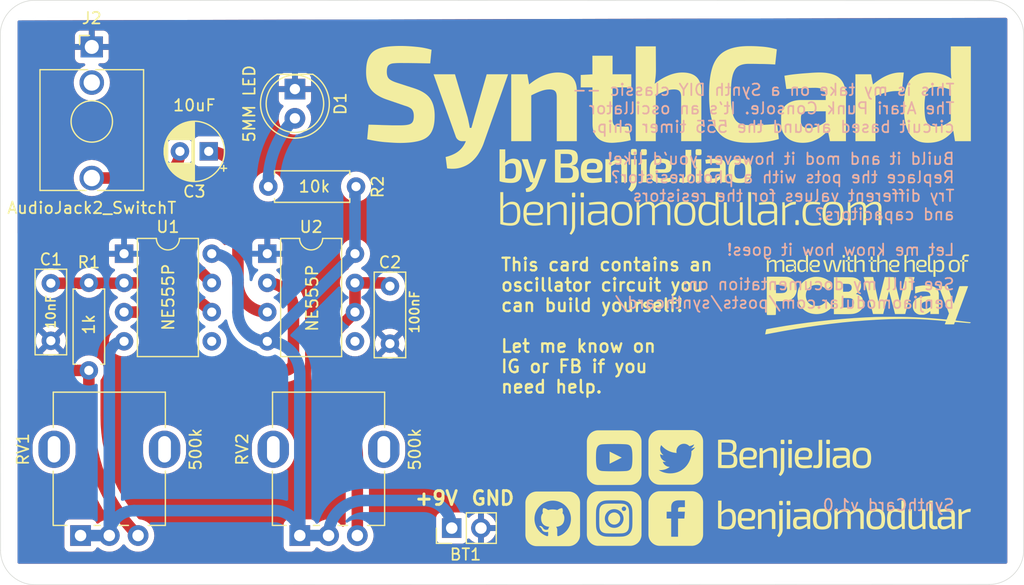
<source format=kicad_pcb>
(kicad_pcb (version 20211014) (generator pcbnew)
  (layers (0 "F.Cu" signal) (31 "B.Cu" signal) (34 "B.Paste" user) (35 "F.Paste" user) (36 "B.SilkS" user "B.Silkscreen") (37 "F.SilkS" user "F.Silkscreen") (38 "B.Mask" user) (39 "F.Mask" user) (44 "Edge.Cuts" user))
  (net 0 "")
  (net 1 "+9V")
  (net 2 "GND")
  (net 3 "Net-(C1-Pad1)")
  (net 4 "Net-(C2-Pad1)")
  (net 5 "Net-(C3-Pad2)")
  (net 6 "Net-(C3-Pad1)")
  (net 8 "Net-(R1-Pad1)")
  (net 9 "Net-(U1-Pad3)")
  (net 12 "Net-(D1-Pad2)")
  (footprint "benjiaomodular:Resistor_L6.3mm_D2.5mm_P7.62mm_Horizontal" (layer "F.Cu") (at 107.696 107.188 90)
    (fp_text reference "R1")
    (fp_text value "1k")
  )
  (footprint "benjiaomodular:Capacitor_Rect_L7.2mm_W2.5mm_P5.00mm" (layer "F.Cu") (at 104.394 99.608 -90)
    (fp_text reference "C1")
    (fp_text value "10nF")
  )
  (footprint "Package_DIP:DIP-8_W7.62mm" (layer "F.Cu") (at 110.754 97.038)
    (fp_text reference "U1")
    (fp_text value "NE555P")
  )
  (footprint "LED_THT:LED_D5.0mm" (layer "F.Cu") (at 125.6 82.725 -90)
    (fp_text reference "D1")
    (fp_text value "5MM LED")
  )
  (footprint "benjiaomodular:Capacitor_Radial_D5.0mm_P2.5mm" (layer "F.Cu") (at 118.11 88.138 180)
    (fp_text reference "C3")
    (fp_text value "10uF")
  )
  (footprint "benjiaomodular:AudioJack_3.5mm" (layer "F.Cu") (at 107.95 79.056)
    (fp_text reference "J2")
    (fp_text value "AudioJack2_SwitchT")
  )
  (footprint "Package_DIP:DIP-8_W7.62mm" (layer "F.Cu") (at 123.2 97.038)
    (fp_text reference "U2")
    (fp_text value "NE555P")
  )
  (footprint "benjiaomodular:Capacitor_Rect_L7.2mm_W2.5mm_P5.00mm" (layer "F.Cu") (at 133.858 99.862 -90)
    (fp_text reference "C2")
    (fp_text value "100nF")
  )
  (footprint "benjiaomodular:Resistor_L6.3mm_D2.5mm_P7.62mm_Horizontal" (layer "F.Cu") (at 123.29 91.2)
    (fp_text reference "R2")
    (fp_text value "10k")
  )
  (footprint "benjiaomodular:Potentiometer_RV09" (layer "F.Cu") (at 126.024 121.549 90)
    (fp_text reference "RV2")
    (fp_text value "500k")
  )
  (footprint "benjiaomodular:Potentiometer_RV09" (layer "F.Cu") (at 106.974 121.549 90)
    (fp_text reference "RV1")
    (fp_text value "500k")
  )
  (footprint "Connector_PinHeader_2.54mm:PinHeader_1x02_P2.54mm_Vertical" (layer "F.Cu") (at 139.225 120.9 90)
    (fp_text reference "BT1")
    (fp_text value "Battery")
  )
  (gr_poly (pts (xy 162.407803 94.552855) (xy 162.206784 94.552855) (xy 162.177845 94.24848) (xy 162.134121 94.285231) (xy 162.089849 94.320526) (xy 162.045027 94.354326) (xy 161.99965 94.386595) (xy 161.953712 94.417296) (xy 161.907209 94.446393) (xy 161.860138 94.473849) (xy 161.812493 94.499626) (xy 161.786756 94.512046) (xy 161.760833 94.523658) (xy 161.734724 94.534464) (xy 161.708428 94.544466) (xy 161.681943 94.553662) (xy 161.655269 94.562055) (xy 161.628404 94.569645) (xy 161.601348 94.576432) (xy 161.5741 94.582418) (xy 161.546658 94.587604) (xy 161.519022 94.591989) (xy 161.49119 94.595576) (xy 161.463163 94.598364) (xy 161.434938 94.600354) (xy 161.406515 94.601548) (xy 161.377892 94.601946) (xy 161.331539 94.600954) (xy 161.286854 94.597977) (xy 161.243837 94.593016) (xy 161.202488 94.586069) (xy 161.162807 94.577137) (xy 161.143591 94.571926) (xy 161.124792 94.566218) (xy 161.10641 94.560014) (xy 161.088445 94.553313) (xy 161.070897 94.546116) (xy 161.053765 94.538421) (xy 161.03705 94.53023) (xy 161.020752 94.521541) (xy 161.004871 94.512356) (xy 160.989406 94.502674) (xy 160.974358 94.492495) (xy 160.959727 94.481818) (xy 160.945512 94.470644) (xy 160.931714 94.458973) (xy 160.918332 94.446805) (xy 160.905367 94.434139) (xy 160.892818 94.420976) (xy 160.880686 94.407316) (xy 160.868971 94.393158) (xy 160.857672 94.378502) (xy 160.846789 94.363349) (xy 160.836323 94.347698) (xy 160.816446 94.314314) (xy 160.797847 94.278788) (xy 160.780526 94.241117) (xy 160.764485 94.201302) (xy 160.749724 94.159342) (xy 160.736243 94.115236) (xy 160.724044 94.068984) (xy 160.713126 94.020585) (xy 160.70349 93.970038) (xy 160.695137 93.917342) (xy 160.688068 93.862498) (xy 160.682283 93.805503) (xy 160.677782 93.746359) (xy 160.674567 93.685063) (xy 160.672637 93.621615) (xy 160.671994 93.556015) (xy 160.672048 93.551842) (xy 160.938637 93.551842) (xy 160.939466 93.627733) (xy 160.941954 93.699491) (xy 160.946103 93.767126) (xy 160.951917 93.830648) (xy 160.959398 93.890067) (xy 160.963764 93.91824) (xy 160.968548 93.945392) (xy 160.97375 93.971523) (xy 160.97937 93.996634) (xy 160.98541 94.020727) (xy 160.991868 94.043802) (xy 160.998762 94.065476) (xy 161.006109 94.086389) (xy 161.013908 94.106538) (xy 161.02216 94.125924) (xy 161.030862 94.144544) (xy 161.040015 94.162399) (xy 161.049618 94.179486) (xy 161.05967 94.195805) (xy 161.070171 94.211355) (xy 161.08112 94.226134) (xy 161.092517 94.240141) (xy 161.104362 94.253376) (xy 161.116652 94.265837) (xy 161.129389 94.277523) (xy 161.14257 94.288434) (xy 161.156197 94.298567) (xy 161.170817 94.307511) (xy 161.185953 94.31588) (xy 161.201605 94.323671) (xy 161.217771 94.330887) (xy 161.234453 94.337526) (xy 161.251649 94.343588) (xy 161.269358 94.349073) (xy 161.287581 94.353982) (xy 161.306317 94.358313) (xy 161.325565 94.362068) (xy 161.345325 94.365245) (xy 161.365596 94.367845) (xy 161.386378 94.369867) (xy 161.407671 94.371311) (xy 161.429474 94.372178) (xy 161.451787 94.372467) (xy 161.483186 94.371943) (xy 161.513793 94.370377) (xy 161.543615 94.367773) (xy 161.57266 94.364137) (xy 161.600936 94.359476) (xy 161.628451 94.353795) (xy 161.641926 94.350574) (xy 161.655213 94.3471) (xy 161.668314 94.343374) (xy 161.681229 94.339397) (xy 161.708099 94.32953) (xy 161.735364 94.318393) (xy 161.763021 94.305982) (xy 161.791065 94.292292) (xy 161.819494 94.277321) (xy 161.848304 94.261064) (xy 161.877493 94.243517) (xy 161.907055 94.224676) (xy 161.961905 94.187915) (xy 162.021059 94.146847) (xy 162.083801 94.102191) (xy 162.149418 94.054661) (xy 162.149418 92.88574) (xy 162.055873 92.856139) (xy 161.966797 92.829103) (xy 161.882861 92.805063) (xy 161.843031 92.794303) (xy 161.804738 92.784454) (xy 161.764455 92.774826) (xy 161.723627 92.766457) (xy 161.682263 92.759355) (xy 161.640376 92.753528) (xy 161.597975 92.748983) (xy 161.555073 92.745728) (xy 161.511681 92.743769) (xy 161.467808 92.743114) (xy 161.467808 92.743103) (xy 161.44449 92.743392) (xy 161.421723 92.744259) (xy 161.399505 92.745703) (xy 161.377836 92.747726) (xy 161.356715 92.750325) (xy 161.336141 92.753502) (xy 161.316114 92.757257) (xy 161.296632 92.761588) (xy 161.277696 92.766497) (xy 161.259303 92.771982) (xy 161.241454 92.778044) (xy 161.224148 92.784683) (xy 161.207383 92.791899) (xy 161.19116 92.799691) (xy 161.175476 92.808059) (xy 161.160332 92.817003) (xy 161.146208 92.826142) (xy 161.132561 92.836121) (xy 161.11939 92.846938) (xy 161.106697 92.858594) (xy 161.094482 92.871087) (xy 161.082745 92.884416) (xy 161.071488 92.89858) (xy 161.060712 92.913579) (xy 161.050416 92.929411) (xy 161.040602 92.946076) (xy 161.03127 92.963572) (xy 161.022421 92.9819) (xy 161.014056 93.001057) (xy 161.006174 93.021043) (xy 160.998778 93.041858) (xy 160.991868 93.063499) (xy 160.97937 93.109728) (xy 160.968548 93.160191) (xy 160.959398 93.21489) (xy 160.951917 93.27382) (xy 160.946103 93.336983) (xy 160.941954 93.404374) (xy 160.939466 93.475995) (xy 160.938637 93.551842) (xy 160.672048 93.551842) (xy 160.673215 93.462071) (xy 160.676877 93.373093) (xy 160.682979 93.289094) (xy 160.686945 93.248965) (xy 160.691519 93.210085) (xy 160.696703 93.172455) (xy 160.702495 93.136076) (xy 160.708896 93.100951) (xy 160.715906 93.067079) (xy 160.723523 93.034464) (xy 160.731749 93.003106) (xy 160.740582 92.973006) (xy 160.750023 92.944166) (xy 160.760582 92.915958) (xy 160.771745 92.888778) (xy 160.783513 92.862626) (xy 160.795887 92.837501) (xy 160.808867 92.813403) (xy 160.822454 92.790331) (xy 160.836649 92.768287) (xy 160.851452 92.747268) (xy 160.866864 92.727275) (xy 160.882887 92.708308) (xy 160.89952 92.690365) (xy 160.916764 92.673448) (xy 160.93462 92.657555) (xy 160.953089 92.642686) (xy 160.972171 92.628841) (xy 160.991868 92.61602) (xy 161.012753 92.603601) (xy 161.034377 92.591988) (xy 161.056741 92.581182) (xy 161.079843 92.571181) (xy 161.103683 92.561984) (xy 161.128261 92.553591) (xy 161.153577 92.546002) (xy 161.179631 92.539214) (xy 161.206422 92.533228) (xy 161.23395 92.528043) (xy 161.262215 92.523657) (xy 161.291217 92.520071) (xy 161.320954 92.517283) (xy 161.351428 92.515292) (xy 161.382637 92.514098) (xy 161.414582 92.5137) (xy 161.463835 92.514529) (xy 161.513117 92.517017) (xy 161.562417 92.521167) (xy 161.611726 92.52698) (xy 161.661035 92.534461) (xy 161.710336 92.543611) (xy 161.759618 92.554434) (xy 161.808873 92.566931) (xy 161.854373 92.580012) (xy 161.899628 92.59452) (xy 161.944646 92.610419) (xy 161.989436 92.627674) (xy 162.034005 92.64625) (xy 162.078362 92.666113) (xy 162.122515 92.687228) (xy 162.166474 92.709558) (xy 162.160694 92.662714) (xy 162.155754 92.616991) (xy 162.153679 92.594653) (xy 162.151911 92.572722) (xy 162.150481 92.551237) (xy 162.149422 92.530241) (xy 162.149422 91.680681) (xy 162.407803 91.680679)) (layer "F.SilkS") (width 0) (fill solid))
  (gr_poly (pts (xy 167.019913 113.900845) (xy 167.019909 113.900845) (xy 167.019917 113.900845)) (layer "F.SilkS") (width 0) (fill solid))
  (gr_poly (pts (xy 134.939632 78.971948) (xy 135.09478 78.975274) (xy 135.253228 78.980814) (xy 135.414984 78.988566) (xy 135.580053 78.998527) (xy 135.748441 79.010693) (xy 135.920154 79.025064) (xy 136.095196 79.041636) (xy 136.271349 79.058558) (xy 136.446388 79.079879) (xy 136.620316 79.105605) (xy 136.793137 79.135742) (xy 136.964853 79.170298) (xy 137.135468 79.209277) (xy 137.304986 79.252687) (xy 137.473408 79.300534) (xy 137.356099 80.490643) (xy 136.14222 80.466872) (xy 135.453166 80.45824) (xy 134.775895 80.455503) (xy 134.694908 80.455858) (xy 134.616876 80.456928) (xy 134.541796 80.458719) (xy 134.469664 80.46124) (xy 134.400477 80.464497) (xy 134.334232 80.468497) (xy 134.270926 80.473248) (xy 134.210556 80.478757) (xy 134.182898 80.480509) (xy 134.15588 80.48282) (xy 134.129504 80.485689) (xy 134.10377 80.489115) (xy 134.078679 80.493097) (xy 134.054231 80.497634) (xy 134.030426 80.502725) (xy 134.007265 80.50837) (xy 133.984748 80.514566) (xy 133.962876 80.521314) (xy 133.941649 80.528612) (xy 133.921067 80.53646) (xy 133.901132 80.544855) (xy 133.881842 80.553799) (xy 133.863199 80.563289) (xy 133.845204 80.573325) (xy 133.827852 80.582481) (xy 133.81114 80.592281) (xy 133.795068 80.602723) (xy 133.779637 80.613809) (xy 133.764848 80.625538) (xy 133.7507 80.637911) (xy 133.737196 80.650927) (xy 133.724335 80.664588) (xy 133.712119 80.678892) (xy 133.700547 80.693842) (xy 133.689621 80.709436) (xy 133.679341 80.725674) (xy 133.669709 80.742558) (xy 133.660724 80.760088) (xy 133.652387 80.778263) (xy 133.6447 80.797083) (xy 133.637567 80.816683) (xy 133.630894 80.837196) (xy 133.624681 80.858623) (xy 133.618928 80.880965) (xy 133.608803 80.928399) (xy 133.600519 80.979505) (xy 133.594075 81.034293) (xy 133.589472 81.092771) (xy 133.58671 81.154948) (xy 133.585789 81.22083) (xy 133.586527 81.271499) (xy 133.58874 81.320422) (xy 133.592428 81.3676) (xy 133.59759 81.413031) (xy 133.604226 81.456716) (xy 133.612336 81.498654) (xy 133.621919 81.538845) (xy 133.632976 81.577287) (xy 133.645504 81.613981) (xy 133.659505 81.648925) (xy 133.674978 81.68212) (xy 133.691923 81.713564) (xy 133.710338 81.743257) (xy 133.730224 81.771199) (xy 133.751581 81.79739) (xy 133.774407 81.821827) (xy 133.800503 81.84525) (xy 133.828721 81.868395) (xy 133.859062 81.891264) (xy 133.891524 81.913855) (xy 133.926106 81.936169) (xy 133.962807 81.958207) (xy 134.001628 81.979968) (xy 134.042565 82.001453) (xy 134.08562 82.022662) (xy 134.130791 82.043595) (xy 134.178077 82.064253) (xy 134.227477 82.084634) (xy 134.332616 82.124572) (xy 134.446202 82.163409) (xy 136.013031 82.669837) (xy 136.132905 82.711992) (xy 136.248078 82.755993) (xy 136.358551 82.801838) (xy 136.464325 82.849527) (xy 136.565401 82.89906) (xy 136.661781 82.950435) (xy 136.753465 83.003652) (xy 136.840454 83.05871) (xy 136.92275 83.11561) (xy 137.000352 83.174349) (xy 137.073263 83.234928) (xy 137.141483 83.297346) (xy 137.205014 83.361601) (xy 137.263856 83.427695) (xy 137.31801 83.495625) (xy 137.367478 83.565392) (xy 137.413131 83.637454) (xy 137.455844 83.712272) (xy 137.495616 83.789848) (xy 137.532446 83.870182) (xy 137.566335 83.953275) (xy 137.597281 84.039126) (xy 137.625283 84.127738) (xy 137.650341 84.219109) (xy 137.672453 84.313242) (xy 137.69162 84.410137) (xy 137.70784 84.509794) (xy 137.721112 84.612214) (xy 137.731437 84.717398) (xy 137.738812 84.825346) (xy 137.743238 84.936059) (xy 137.744713 85.049538) (xy 137.74214 85.219641) (xy 137.734418 85.382414) (xy 137.728626 85.461049) (xy 137.721546 85.537846) (xy 137.713178 85.612806) (xy 137.703522 85.685926) (xy 137.692578 85.757205) (xy 137.680344 85.826642) (xy 137.666822 85.894236) (xy 137.65201 85.959985) (xy 137.635908 86.023888) (xy 137.618517 86.085943) (xy 137.599836 86.14615) (xy 137.579865 86.204506) (xy 137.558513 86.261151) (xy 137.535688 86.316224) (xy 137.511392 86.369728) (xy 137.485624 86.421662) (xy 137.458384 86.472028) (xy 137.429672 86.520826) (xy 137.399487 86.568058) (xy 137.36783 86.613725) (xy 137.334701 86.657827) (xy 137.300098 86.700365) (xy 137.264023 86.74134) (xy 137.226475 86.780754) (xy 137.187454 86.818606) (xy 137.146959 86.854899) (xy 137.104992 86.889633) (xy 137.061551 86.922809) (xy 137.016498 86.954609) (xy 136.969697 86.985216) (xy 136.921147 87.014629) (xy 136.870847 87.042848) (xy 136.818799 87.069873) (xy 136.765002 87.095702) (xy 136.709457 87.120336) (xy 136.652162 87.143773) (xy 136.593119 87.166014) (xy 136.532327 87.187058) (xy 136.469786 87.206905) (xy 136.405497 87.225554) (xy 136.33946 87.243004) (xy 136.271674 87.259256) (xy 136.202139 87.274308) (xy 136.130856 87.28816) (xy 135.982484 87.315773) (xy 135.826001 87.339705) (xy 135.66141 87.359955) (xy 135.488716 87.376524) (xy 135.307922 87.389412) (xy 135.119033 87.398617) (xy 134.922054 87.404141) (xy 134.716988 87.405982) (xy 134.495389 87.4023) (xy 134.231115 87.391253) (xy 133.924136 87.372844) (xy 133.574421 87.347072) (xy 133.385557 87.332704) (xy 133.190058 87.313166) (xy 132.987927 87.288462) (xy 132.779166 87.258598) (xy 132.563779 87.22358) (xy 132.341768 87.183413) (xy 132.113135 87.138104) (xy 131.877884 87.087657) (xy 131.995705 85.815383) (xy 132.331431 85.822062) (xy 132.643566 85.830269) (xy 132.93214 85.839949) (xy 133.197182 85.851043) (xy 133.677305 85.862649) (xy 134.080849 85.874292) (xy 134.716988 85.874292) (xy 134.831474 85.873372) (xy 134.939317 85.87061) (xy 135.040524 85.866007) (xy 135.135098 85.859564) (xy 135.223046 85.851279) (xy 135.304371 85.841154) (xy 135.379081 85.829188) (xy 135.447178 85.815382) (xy 135.480406 85.807559) (xy 135.512351 85.798815) (xy 135.543012 85.789149) (xy 135.572388 85.778563) (xy 135.600478 85.767057) (xy 135.627282 85.754629) (xy 135.652799 85.741281) (xy 135.677028 85.727013) (xy 135.699969 85.711824) (xy 135.721621 85.695715) (xy 135.741983 85.678685) (xy 135.761054 85.660735) (xy 135.778834 85.641866) (xy 135.787239 85.632086) (xy 135.795321 85.622076) (xy 135.80308 85.611836) (xy 135.810516 85.601366) (xy 135.817629 85.590666) (xy 135.824418 85.579737) (xy 135.837255 85.557051) (xy 135.849263 85.533173) (xy 135.860441 85.5081) (xy 135.870789 85.481832) (xy 135.880308 85.45437) (xy 135.888997 85.425713) (xy 135.896858 85.39586) (xy 135.903891 85.36481) (xy 135.910095 85.332565) (xy 135.915471 85.299122) (xy 135.920019 85.264482) (xy 135.923739 85.228644) (xy 135.926633 85.191608) (xy 135.928699 85.153374) (xy 135.929939 85.113941) (xy 135.930352 85.073308) (xy 135.930033 85.038428) (xy 135.929076 85.004471) (xy 135.927479 84.971437) (xy 135.925243 84.939326) (xy 135.922366 84.908137) (xy 135.918847 84.877869) (xy 135.914686 84.848523) (xy 135.909881 84.820097) (xy 135.904432 84.792592) (xy 135.898338 84.766007) (xy 135.891599 84.740341) (xy 135.884212 84.715595) (xy 135.876178 84.691767) (xy 135.867496 84.668857) (xy 135.858165 84.646864) (xy 135.848183 84.62579) (xy 135.838933 84.604019) (xy 135.828851 84.582886) (xy 135.817938 84.562391) (xy 135.806195 84.542535) (xy 135.793622 84.523319) (xy 135.780219 84.504744) (xy 135.765987 84.486812) (xy 135.750926 84.469523) (xy 135.735037 84.452878) (xy 135.71832 84.436878) (xy 135.700775 84.421525) (xy 135.682403 84.406819) (xy 135.663204 84.392761) (xy 135.643179 84.379353) (xy 135.622328 84.366595) (xy 135.600651 84.354488) (xy 135.557397 84.328367) (xy 135.510095 84.303009) (xy 135.458746 84.278406) (xy 135.403348 84.254549) (xy 135.343901 84.231427) (xy 135.280402 84.209032) (xy 135.212853 84.187355) (xy 135.141251 84.166387) (xy 133.491738 83.60053) (xy 133.377521 83.557) (xy 133.267541 83.511819) (xy 133.161798 83.464987) (xy 133.06029 83.416503) (xy 132.963017 83.366365) (xy 132.86998 83.314573) (xy 132.781177 83.261127) (xy 132.696608 83.206025) (xy 132.616272 83.149266) (xy 132.54017 83.090849) (xy 132.468302 83.030775) (xy 132.400665 82.96904) (xy 132.337261 82.905646) (xy 132.278088 82.840591) (xy 132.223147 82.773874) (xy 132.172436 82.705494) (xy 132.125361 82.634901) (xy 132.081327 82.561545) (xy 132.040332 82.485426) (xy 132.002377 82.406545) (xy 131.967461 82.324902) (xy 131.935584 82.240497) (xy 131.906744 82.153331) (xy 131.880942 82.063403) (xy 131.858178 81.970714) (xy 131.83845 81.875264) (xy 131.821758 81.777054) (xy 131.808103 81.676083) (xy 131.797482 81.572352) (xy 131.789897 81.465861) (xy 131.785346 81.356611) (xy 131.783829 81.244601) (xy 131.786403 81.072131) (xy 131.78962 80.989076) (xy 131.794124 80.90814) (xy 131.799916 80.829323) (xy 131.806996 80.752624) (xy 131.815364 80.678043) (xy 131.82502 80.605579) (xy 131.835965 80.535232) (xy 131.848198 80.467002) (xy 131.861721 80.400887) (xy 131.876533 80.336888) (xy 131.892634 80.275003) (xy 131.910025 80.215234) (xy 131.928706 80.157578) (xy 131.948678 80.102036) (xy 131.971457 80.04686) (xy 131.995619 79.993249) (xy 132.021162 79.941203) (xy 132.048087 79.890721) (xy 132.076394 79.841805) (xy 132.106081 79.794453) (xy 132.13715 79.748666) (xy 132.1696 79.704444) (xy 132.20343 79.661786) (xy 132.23864 79.620693) (xy 132.27523 79.581164) (xy 132.313201 79.5432) (xy 132.352551 79.5068) (xy 132.393281 79.471965) (xy 132.43539 79.438694) (xy 132.478878 79.406988) (xy 132.525311 79.376662) (xy 132.573309 79.347534) (xy 132.622872 79.319604) (xy 132.674 79.292871) (xy 132.726692 79.267336) (xy 132.780949 79.242997) (xy 132.836771 79.219855) (xy 132.894157 79.19791) (xy 132.953108 79.177161) (xy 133.013624 79.157609) (xy 133.075704 79.139252) (xy 133.139348 79.122092) (xy 133.204557 79.106127) (xy 133.27133 79.091358) (xy 133.339668 79.077785) (xy 133.409569 79.065406) (xy 133.557375 79.043303) (xy 133.712167 79.024123) (xy 133.873946 79.007873) (xy 134.042718 78.994561) (xy 134.218484 78.984193) (xy 134.401248 78.976779) (xy 134.591013 78.972325) (xy 134.787781 78.970839)) (layer "F.SilkS") (width 0) (fill solid))
  (gr_poly (pts (xy 160.130334 112.380492) (xy 160.180617 112.384316) (xy 160.230167 112.390612) (xy 160.278924 112.399319) (xy 160.326824 112.410375) (xy 160.373805 112.423717) (xy 160.419806 112.439283) (xy 160.464764 112.457011) (xy 160.508617 112.476838) (xy 160.551302 112.498702) (xy 160.592758 112.522541) (xy 160.632923 112.548293) (xy 160.671735 112.575896) (xy 160.70913 112.605287) (xy 160.745048 112.636404) (xy 160.779426 112.669184) (xy 160.812202 112.703566) (xy 160.843313 112.739488) (xy 160.872698 112.776886) (xy 160.900295 112.815699) (xy 160.926041 112.855865) (xy 160.949874 112.897321) (xy 160.971732 112.940005) (xy 160.991554 112.983855) (xy 161.009276 113.028808) (xy 161.024836 113.074803) (xy 161.038173 113.121776) (xy 161.049225 113.169667) (xy 161.057929 113.218412) (xy 161.064223 113.267949) (xy 161.068045 113.318217) (xy 161.069333 113.369152) (xy 161.069333 116.14101) (xy 161.068045 116.191946) (xy 161.064223 116.242213) (xy 161.057929 116.29175) (xy 161.049225 116.340495) (xy 161.038173 116.388386) (xy 161.024836 116.43536) (xy 161.009276 116.481354) (xy 160.991554 116.526308) (xy 160.971732 116.570157) (xy 160.949874 116.612841) (xy 160.926041 116.654297) (xy 160.900295 116.694463) (xy 160.872698 116.733276) (xy 160.843313 116.770675) (xy 160.812202 116.806596) (xy 160.779426 116.840978) (xy 160.745048 116.873759) (xy 160.70913 116.904876) (xy 160.671735 116.934266) (xy 160.632923 116.961869) (xy 160.592758 116.987621) (xy 160.551302 117.01146) (xy 160.508617 117.033325) (xy 160.464764 117.053152) (xy 160.419806 117.070879) (xy 160.373805 117.086445) (xy 160.326824 117.099787) (xy 160.278924 117.110843) (xy 160.230167 117.11955) (xy 160.180617 117.125847) (xy 160.130334 117.12967) (xy 160.07938 117.130959) (xy 157.30753 117.130959) (xy 157.256594 117.12967) (xy 157.206327 117.125847) (xy 157.156789 117.11955) (xy 157.108044 117.110843) (xy 157.060153 117.099787) (xy 157.013179 117.086445) (xy 156.967184 117.070879) (xy 156.92223 117.053152) (xy 156.87838 117.033325) (xy 156.835696 117.01146) (xy 156.79424 116.987621) (xy 156.754074 116.961869) (xy 156.715261 116.934266) (xy 156.677862 116.904876) (xy 156.641941 116.873759) (xy 156.607559 116.840978) (xy 156.574778 116.806596) (xy 156.543661 116.770675) (xy 156.51427 116.733276) (xy 156.486668 116.694463) (xy 156.460916 116.654297) (xy 156.437076 116.612841) (xy 156.415212 116.570157) (xy 156.395385 116.526308) (xy 156.377657 116.481354) (xy 156.362091 116.43536) (xy 156.348749 116.388386) (xy 156.337694 116.340495) (xy 156.328986 116.29175) (xy 156.32269 116.242213) (xy 156.318866 116.191946) (xy 156.317578 116.14101) (xy 156.317578 115.849369) (xy 157.208333 115.849369) (xy 157.262897 115.883058) (xy 157.318682 115.914897) (xy 157.375647 115.944842) (xy 157.433749 115.972848) (xy 157.492948 115.99887) (xy 157.553201 116.022863) (xy 157.614467 116.044784) (xy 157.676706 116.064586) (xy 157.739874 116.082226) (xy 157.803932 116.097659) (xy 157.868837 116.110841) (xy 157.934547 116.121725) (xy 158.001022 116.130269) (xy 158.068219 116.136427) (xy 158.136098 116.140155) (xy 158.204617 116.141407) (xy 158.316223 116.138455) (xy 158.424716 116.129737) (xy 158.530058 116.115459) (xy 158.632214 116.095826) (xy 158.731147 116.071044) (xy 158.826822 116.041319) (xy 158.919201 116.006858) (xy 159.008249 115.967866) (xy 159.09393 115.924548) (xy 159.176207 115.877111) (xy 159.255044 115.825761) (xy 159.330405 115.770704) (xy 159.402253 115.712144) (xy 159.470553 115.650289) (xy 159.535268 115.585344) (xy 159.596363 115.517516) (xy 159.6538 115.447009) (xy 159.707543 115.37403) (xy 159.757557 115.298784) (xy 159.803805 115.221478) (xy 159.846251 115.142318) (xy 159.884859 115.061509) (xy 159.919592 114.979257) (xy 159.950414 114.895768) (xy 159.97729 114.811248) (xy 160.000182 114.725903) (xy 160.019055 114.639939) (xy 160.033872 114.553561) (xy 160.044598 114.466976) (xy 160.051195 114.380389) (xy 160.053629 114.294007) (xy 160.051861 114.208034) (xy 160.075531 114.190581) (xy 160.098792 114.172605) (xy 160.121636 114.154117) (xy 160.144052 114.135127) (xy 160.166032 114.115647) (xy 160.187567 114.095686) (xy 160.208646 114.075257) (xy 160.229262 114.054369) (xy 160.249404 114.033033) (xy 160.269064 114.01126) (xy 160.288232 113.989061) (xy 160.306899 113.966447) (xy 160.325055 113.943427) (xy 160.342692 113.920014) (xy 160.3598 113.896217) (xy 160.37637 113.872047) (xy 160.332301 113.890633) (xy 160.28743 113.907615) (xy 160.241788 113.922968) (xy 160.195407 113.936667) (xy 160.148322 113.948686) (xy 160.100563 113.958999) (xy 160.052163 113.967581) (xy 160.003155 113.974407) (xy 160.027918 113.958791) (xy 160.051918 113.942108) (xy 160.075122 113.92439) (xy 160.097495 113.905671) (xy 160.119004 113.885983) (xy 160.139614 113.86536) (xy 160.159292 113.843833) (xy 160.178005 113.821436) (xy 160.195717 113.798201) (xy 160.212395 113.774162) (xy 160.228006 113.74935) (xy 160.242515 113.7238) (xy 160.255887 113.697543) (xy 160.268091 113.670612) (xy 160.279091 113.64304) (xy 160.288853 113.614861) (xy 160.241087 113.641812) (xy 160.216746 113.654554) (xy 160.19211 113.666798) (xy 160.167185 113.678538) (xy 160.141978 113.689766) (xy 160.116495 113.700476) (xy 160.090744 113.710662) (xy 160.064729 113.720316) (xy 160.03846 113.729432) (xy 160.011942 113.738004) (xy 159.985181 113.746024) (xy 159.958185 113.753486) (xy 159.93096 113.760383) (xy 159.903513 113.766709) (xy 159.875851 113.772457) (xy 159.853065 113.749302) (xy 159.82914 113.727312) (xy 159.804123 113.70653) (xy 159.778064 113.687003) (xy 159.751011 113.668777) (xy 159.723012 113.651897) (xy 159.694116 113.636408) (xy 159.664371 113.622357) (xy 159.633825 113.609788) (xy 159.602528 113.598747) (xy 159.570527 113.58928) (xy 159.53787 113.581432) (xy 159.504607 113.575249) (xy 159.470786 113.570775) (xy 159.436454 113.568058) (xy 159.401661 113.567142) (xy 159.362663 113.568278) (xy 159.324368 113.571638) (xy 159.28683 113.577153) (xy 159.250103 113.584755) (xy 159.214239 113.594376) (xy 159.179293 113.605945) (xy 159.145318 113.619394) (xy 159.112368 113.634654) (xy 159.080496 113.651656) (xy 159.049756 113.670332) (xy 159.020202 113.690612) (xy 158.991886 113.712427) (xy 158.964863 113.735709) (xy 158.939187 113.760389) (xy 158.91491 113.786397) (xy 158.892086 113.813665) (xy 158.87077 113.842124) (xy 158.851014 113.871704) (xy 158.832872 113.902338) (xy 158.816398 113.933956) (xy 158.801645 113.966489) (xy 158.788667 113.999868) (xy 158.777518 114.034025) (xy 158.76825 114.06889) (xy 158.760918 114.104394) (xy 158.755576 114.14047) (xy 158.752275 114.177046) (xy 158.751072 114.214056) (xy 158.752018 114.251429) (xy 158.755168 114.289098) (xy 158.760575 114.326992) (xy 158.768292 114.365044) (xy 158.667761 114.357267) (xy 158.568806 114.344203) (xy 158.47157 114.325995) (xy 158.376196 114.302784) (xy 158.282824 114.274715) (xy 158.191599 114.241928) (xy 158.102661 114.204566) (xy 158.016155 114.162772) (xy 157.932221 114.116687) (xy 157.851003 114.066455) (xy 157.772643 114.012218) (xy 157.697283 113.954118) (xy 157.625065 113.892297) (xy 157.556133 113.826898) (xy 157.490628 113.758064) (xy 157.428692 113.685936) (xy 157.413486 113.713588) (xy 157.399747 113.741715) (xy 157.387469 113.770267) (xy 157.376644 113.799193) (xy 157.367262 113.828441) (xy 157.359316 113.857961) (xy 157.352798 113.887702) (xy 157.347699 113.917612) (xy 157.344011 113.947641) (xy 157.341727 113.977737) (xy 157.340837 114.00785) (xy 157.341334 114.037929) (xy 157.343209 114.067922) (xy 157.346455 114.097779) (xy 157.351062 114.127449) (xy 157.357024 114.15688) (xy 157.364331 114.186021) (xy 157.372976 114.214823) (xy 157.38295 114.243232) (xy 157.394245 114.271199) (xy 157.406853 114.298673) (xy 157.420766 114.325602) (xy 157.435976 114.351936) (xy 157.452474 114.377623) (xy 157.470252 114.402613) (xy 157.489302 114.426854) (xy 157.509616 114.450296) (xy 157.531186 114.472887) (xy 157.554003 114.494577) (xy 157.578059 114.515314) (xy 157.603346 114.535047) (xy 157.629857 114.553726) (xy 157.609992 114.552793) (xy 157.590277 114.551261) (xy 157.570722 114.549141) (xy 157.551337 114.546441) (xy 157.532131 114.543172) (xy 157.513116 114.539342) (xy 157.4943 114.534963) (xy 157.475695 114.530042) (xy 157.457311 114.52459) (xy 157.439157 114.518616) (xy 157.421243 114.512129) (xy 157.403581 114.505141) (xy 157.38618 114.497659) (xy 157.36905 114.489694) (xy 157.352201 114.481254) (xy 157.335644 114.472351) (xy 157.335642 114.50052) (xy 157.336921 114.528537) (xy 157.339458 114.556367) (xy 157.34323 114.583972) (xy 157.348214 114.611317) (xy 157.354388 114.638365) (xy 157.361727 114.665078) (xy 157.370209 114.691422) (xy 157.379812 114.717359) (xy 157.390511 114.742853) (xy 157.402285 114.767868) (xy 157.41511 114.792366) (xy 157.428963 114.816312) (xy 157.443821 114.839669) (xy 157.459661 114.8624) (xy 157.476461 114.88447) (xy 157.494197 114.905841) (xy 157.512846 114.926477) (xy 157.532385 114.946342) (xy 157.552791 114.965399) (xy 157.574042 114.983612) (xy 157.596114 115.000944) (xy 157.618984 115.017359) (xy 157.642629 115.03282) (xy 157.667027 115.047291) (xy 157.692154 115.060735) (xy 157.717988 115.073116) (xy 157.744505 115.084398) (xy 157.771682 115.094543) (xy 157.799496 115.103516) (xy 157.827925 115.11128) (xy 157.856946 115.117798) (xy 157.83973 115.122214) (xy 157.822315 115.126176) (xy 157.804713 115.129674) (xy 157.786933 115.1327) (xy 157.768986 115.135245) (xy 157.750883 115.137299) (xy 157.732633 115.138853) (xy 157.714247 115.139899) (xy 157.695736 115.140428) (xy 157.67711 115.14043) (xy 157.65838 115.139897) (xy 157.639556 115.13882) (xy 157.620648 115.137189) (xy 157.601667 115.134996) (xy 157.582623 115.132232) (xy 157.563527 115.128887) (xy 157.580825 115.176444) (xy 157.601646 115.222191) (xy 157.625826 115.265962) (xy 157.653199 115.307593) (xy 157.6836 115.34692) (xy 157.716863 115.383777) (xy 157.752823 115.418) (xy 157.791316 115.449424) (xy 157.832174 115.477885) (xy 157.875235 115.503217) (xy 157.920331 115.525257) (xy 157.967298 115.54384) (xy 158.01597 115.5588) (xy 158.066183 115.569974) (xy 158.11777 115.577197) (xy 158.144028 115.579275) (xy 158.170567 115.580303) (xy 158.118524 115.619042) (xy 158.064922 115.65498) (xy 158.009865 115.68809) (xy 157.953453 115.718347) (xy 157.895792 115.745725) (xy 157.836982 115.770197) (xy 157.777127 115.791737) (xy 157.716329 115.81032) (xy 157.654691 115.825919) (xy 157.592316 115.838507) (xy 157.529307 115.84806) (xy 157.465765 115.85455) (xy 157.401794 115.857953) (xy 157.337497 115.858241) (xy 157.272975 115.855388) (xy 157.208333 115.849369) (xy 156.317578 115.849369) (xy 156.317578 113.369152) (xy 156.318866 113.318217) (xy 156.32269 113.267949) (xy 156.328986 113.218412) (xy 156.337694 113.169667) (xy 156.348749 113.121776) (xy 156.362091 113.074803) (xy 156.377657 113.028808) (xy 156.395385 112.983855) (xy 156.415212 112.940005) (xy 156.437076 112.897321) (xy 156.460916 112.855865) (xy 156.486668 112.815699) (xy 156.51427 112.776886) (xy 156.543661 112.739488) (xy 156.574778 112.703566) (xy 156.607559 112.669184) (xy 156.641941 112.636404) (xy 156.677862 112.605287) (xy 156.715261 112.575896) (xy 156.754074 112.548293) (xy 156.79424 112.522541) (xy 156.835696 112.498702) (xy 156.87838 112.476838) (xy 156.92223 112.457011) (xy 156.967184 112.439283) (xy 157.013179 112.423717) (xy 157.060153 112.410375) (xy 157.108044 112.399319) (xy 157.156789 112.390612) (xy 157.206327 112.384316) (xy 157.256594 112.380492) (xy 157.30753 112.379204) (xy 160.07938 112.379204)) (layer "F.SilkS") (width 0) (fill solid))
  (gr_poly (pts (xy 156.164761 88.820365) (xy 156.164761 90.834713) (xy 155.672284 90.834713) (xy 155.672284 88.820364)) (layer "F.SilkS") (width 0) (fill solid))
  (gr_poly (pts (xy 178.742604 97.547787) (xy 178.742504 97.565117) (xy 178.742203 97.582183) (xy 178.741703 97.598984) (xy 178.741003 97.61552) (xy 178.740102 97.631792) (xy 178.739002 97.647799) (xy 178.737702 97.663542) (xy 178.736203 97.67902) (xy 178.735052 97.694134) (xy 178.733701 97.708785) (xy 178.732149 97.722973) (xy 178.730397 97.736698) (xy 178.728444 97.74996) (xy 178.728403 97.750206) (xy 178.712956 97.761566) (xy 178.721455 97.890682) (xy 178.740437 97.878592) (xy 178.740437 98.620937) (xy 178.560521 98.620937) (xy 178.560521 97.139269) (xy 178.740506 97.139269)) (layer "F.SilkS") (width 0) (fill solid))
  (gr_poly (pts (xy 162.668747 119.150661) (xy 162.668285 119.204231) (xy 162.666912 119.255583) (xy 162.664652 119.30473) (xy 162.661526 119.351685) (xy 162.660383 119.374294) (xy 162.658687 119.397022) (xy 162.656443 119.419863) (xy 162.653658 119.442816) (xy 162.650339 119.465875) (xy 162.646491 119.489036) (xy 162.642122 119.512297) (xy 162.637238 119.535652) (xy 162.660709 119.512158) (xy 162.684266 119.489474) (xy 162.707907 119.467645) (xy 162.731635 119.446714) (xy 162.755448 119.426727) (xy 162.779347 119.407728) (xy 162.803332 119.389761) (xy 162.827404 119.372871) (xy 162.855725 119.354081) (xy 162.884246 119.336514) (xy 162.912974 119.320166) (xy 162.941916 119.305035) (xy 162.971077 119.291116) (xy 163.000465 119.278407) (xy 163.030087 119.266902) (xy 163.059948 119.256599) (xy 163.089952 119.247506) (xy 163.119985 119.239629) (xy 163.150038 119.232967) (xy 163.180099 119.227519) (xy 163.21016 119.223284) (xy 163.240211 119.22026) (xy 163.270242 119.218446) (xy 163.300244 119.217842) (xy 163.339285 119.218656) (xy 163.37703 119.221099) (xy 163.413481 119.22517) (xy 163.448637 119.230869) (xy 163.482498 119.238195) (xy 163.515063 119.247148) (xy 163.546334 119.257729) (xy 163.576309 119.269935) (xy 163.604988 119.283768) (xy 163.632372 119.299226) (xy 163.645579 119.307565) (xy 163.658461 119.31631) (xy 163.671019 119.325461) (xy 163.683254 119.335019) (xy 163.695164 119.344982) (xy 163.706751 119.355352) (xy 163.718013 119.366128) (xy 163.728952 119.37731) (xy 163.749857 119.400892) (xy 163.769467 119.426098) (xy 163.787833 119.452762) (xy 163.805008 119.4816) (xy 163.820993 119.512615) (xy 163.835788 119.545805) (xy 163.849396 119.581172) (xy 163.861816 119.618715) (xy 163.873049 119.658435) (xy 163.883096 119.700331) (xy 163.891958 119.744405) (xy 163.899636 119.790657) (xy 163.906131 119.839086) (xy 163.911443 119.889694) (xy 163.915573 119.942479) (xy 163.918522 119.997444) (xy 163.92029 120.054588) (xy 163.92088 120.113911) (xy 163.920276 120.168652) (xy 163.918462 120.221748) (xy 163.915438 120.273196) (xy 163.911203 120.322994) (xy 163.905755 120.371138) (xy 163.899093 120.417626) (xy 163.891216 120.462454) (xy 163.882123 120.505619) (xy 163.877506 120.526579) (xy 163.872476 120.547126) (xy 163.867031 120.56726) (xy 163.861173 120.58698) (xy 163.8549 120.606288) (xy 163.848213 120.625182) (xy 163.841113 120.643663) (xy 163.8336 120.66173) (xy 163.825672 120.679384) (xy 163.817332 120.696625) (xy 163.808578 120.713452) (xy 163.799412 120.729866) (xy 163.789832 120.745866) (xy 163.77984 120.761453) (xy 163.769435 120.776626) (xy 163.758618 120.791386) (xy 163.747783 120.805287) (xy 163.736448 120.818769) (xy 163.724612 120.831833) (xy 163.712278 120.844481) (xy 163.699444 120.856712) (xy 163.686113 120.868527) (xy 163.672285 120.879927) (xy 163.657959 120.890913) (xy 163.643138 120.901486) (xy 163.627822 120.911647) (xy 163.61201 120.921395) (xy 163.595705 120.930732) (xy 163.578906 120.939659) (xy 163.561614 120.948177) (xy 163.54383 120.956285) (xy 163.525555 120.963985) (xy 163.507179 120.970818) (xy 163.488206 120.977207) (xy 163.468636 120.983153) (xy 163.448467 120.988657) (xy 163.427697 120.993719) (xy 163.406325 120.998339) (xy 163.384349 121.002518) (xy 163.361769 121.006255) (xy 163.314788 121.012408) (xy 163.26537 121.016799) (xy 163.213503 121.019432) (xy 163.159176 121.020309) (xy 163.114167 121.019925) (xy 163.067359 121.018725) (xy 163.018788 121.016637) (xy 162.968487 121.013588) (xy 162.94285 121.011652) (xy 162.917094 121.009379) (xy 162.891223 121.006771) (xy 162.865239 121.003831) (xy 162.839145 121.000562) (xy 162.812944 120.996964) (xy 162.786639 120.993042) (xy 162.760231 120.988796) (xy 162.707516 120.981238) (xy 162.655221 120.972728) (xy 162.603367 120.963338) (xy 162.551976 120.95314) (xy 162.5275 120.946862) (xy 162.503466 120.940371) (xy 162.479872 120.933666) (xy 162.45672 120.926742) (xy 162.434009 120.919597) (xy 162.41174 120.912229) (xy 162.389911 120.904635) (xy 162.368523 120.896812) (xy 162.368523 119.73822) (xy 162.665616 119.73822) (xy 162.667729 120.706635) (xy 162.731963 120.72364) (xy 162.747919 120.727644) (xy 162.763813 120.731437) (xy 162.779635 120.734961) (xy 162.795373 120.738159) (xy 162.819075 120.742403) (xy 162.842558 120.746325) (xy 162.86582 120.749923) (xy 162.888863 120.753193) (xy 162.911684 120.756133) (xy 162.934286 120.758741) (xy 162.956666 120.761015) (xy 162.978825 120.762951) (xy 163.024061 120.764487) (xy 163.068024 120.765624) (xy 163.110665 120.76633) (xy 163.151936 120.766575) (xy 163.1724 120.765916) (xy 163.19234 120.764815) (xy 163.211756 120.763271) (xy 163.23065 120.761285) (xy 163.249019 120.758857) (xy 163.266865 120.755987) (xy 163.284188 120.752675) (xy 163.300987 120.748921) (xy 163.317262 120.744726) (xy 163.333014 120.740089) (xy 163.348241 120.735012) (xy 163.362945 120.729493) (xy 163.377126 120.723534) (xy 163.390782 120.717135) (xy 163.403915 120.710294) (xy 163.416523 120.703014) (xy 163.429092 120.695202) (xy 163.441223 120.686756) (xy 163.452915 120.677678) (xy 163.464169 120.667967) (xy 163.474984 120.657623) (xy 163.485359 120.646645) (xy 163.495293 120.635034) (xy 163.504788 120.622789) (xy 163.513841 120.60991) (xy 163.522453 120.596397) (xy 163.530624 120.58225) (xy 163.538352 120.567468) (xy 163.545637 120.552051) (xy 163.552479 120.536) (xy 163.558877 120.519313) (xy 163.564831 120.501991) (xy 163.575565 120.464287) (xy 163.584838 120.423494) (xy 163.592659 120.379612) (xy 163.599038 120.332642) (xy 163.603983 120.282585) (xy 163.607504 120.229443) (xy 163.60961 120.173215) (xy 163.61031 120.113903) (xy 163.609765 120.056347) (xy 163.608127 120.001864) (xy 163.605393 119.95046) (xy 163.60156 119.902138) (xy 163.596624 119.856903) (xy 163.590583 119.814759) (xy 163.583432 119.775712) (xy 163.57944 119.757351) (xy 163.575169 119.739765) (xy 163.570537 119.722444) (xy 163.565461 119.705758) (xy 163.559943 119.689707) (xy 163.553981 119.67429) (xy 163.547577 119.659508) (xy 163.540732 119.645361) (xy 163.533444 119.631848) (xy 163.525715 119.618969) (xy 163.517546 119.606725) (xy 163.508935 119.595113) (xy 163.499885 119.584136) (xy 163.490394 119.573792) (xy 163.480464 119.564081) (xy 163.470095 119.555003) (xy 163.459287 119.546558) (xy 163.44804 119.538746) (xy 163.436718 119.531486) (xy 163.424794 119.524694) (xy 163.412269 119.518371) (xy 163.39914 119.512516) (xy 163.385408 119.50713) (xy 163.371072 119.502213) (xy 163.356131 119.497764) (xy 163.340584 119.493783) (xy 163.324431 119.490271) (xy 163.30767 119.487227) (xy 163.290301 119.484651) (xy 163.272324 119.482544) (xy 163.253736 119.480905) (xy 163.234539 119.479734) (xy 163.21473 119.479032) (xy 163.19431 119.478798) (xy 163.194264 119.478802) (xy 163.17668 119.479104) (xy 163.159204 119.48001) (xy 163.141837 119.481521) (xy 163.124578 119.483638) (xy 163.107429 119.486359) (xy 163.090389 119.489686) (xy 163.073458 119.493618) (xy 163.056638 119.498157) (xy 163.039927 119.503302) (xy 163.023328 119.509053) (xy 163.006839 119.515412) (xy 162.990461 119.522377) (xy 162.974194 119.52995) (xy 162.958039 119.538131) (xy 162.941995 119.54692) (xy 162.926064 119.556316) (xy 162.897191 119.573716) (xy 162.867077 119.592904) (xy 162.835817 119.613748) (xy 162.803504 119.636117) (xy 162.770234 119.659881) (xy 162.736099 119.684906) (xy 162.701195 119.711063) (xy 162.665616 119.73822) (xy 162.368523 119.73822) (xy 162.368523 118.508846) (xy 162.668747 118.508842)) (layer "F.SilkS") (width 0) (fill solid))
  (gr_poly (pts (xy 153.369502 119.540501) (xy 153.396319 119.54254) (xy 153.422746 119.545898) (xy 153.44875 119.550541) (xy 153.474297 119.556437) (xy 153.499355 119.563552) (xy 153.52389 119.571854) (xy 153.54787 119.581308) (xy 153.57126 119.591882) (xy 153.594028 119.603543) (xy 153.616141 119.616257) (xy 153.637565 119.629991) (xy 153.658267 119.644712) (xy 153.678215 119.660388) (xy 153.697374 119.676984) (xy 153.715712 119.694468) (xy 153.733196 119.712806) (xy 153.749792 119.731965) (xy 153.765467 119.751912) (xy 153.780189 119.772615) (xy 153.793923 119.794039) (xy 153.806637 119.816152) (xy 153.818298 119.83892) (xy 153.828872 119.86231) (xy 153.838326 119.886289) (xy 153.846627 119.910825) (xy 153.853742 119.935882) (xy 153.859638 119.96143) (xy 153.864282 119.987434) (xy 153.86764 120.013861) (xy 153.869679 120.040678) (xy 153.870366 120.067852) (xy 153.869679 120.095026) (xy 153.86764 120.121843) (xy 153.864282 120.14827) (xy 153.859638 120.174274) (xy 153.853742 120.199822) (xy 153.846627 120.224879) (xy 153.838326 120.249415) (xy 153.828871 120.273394) (xy 153.818297 120.296784) (xy 153.806636 120.319552) (xy 153.793922 120.341665) (xy 153.780188 120.363089) (xy 153.765466 120.383792) (xy 153.749791 120.403739) (xy 153.733194 120.422898) (xy 153.715711 120.441236) (xy 153.697372 120.45872) (xy 153.678213 120.475316) (xy 153.658266 120.490992) (xy 153.637563 120.505713) (xy 153.616139 120.519447) (xy 153.594026 120.532162) (xy 153.571258 120.543822) (xy 153.547868 120.554396) (xy 153.523889 120.56385) (xy 153.499354 120.572152) (xy 153.474296 120.579267) (xy 153.448749 120.585163) (xy 153.422745 120.589806) (xy 153.396318 120.593164) (xy 153.369501 120.595203) (xy 153.342328 120.59589) (xy 153.315154 120.595203) (xy 153.288336 120.593164) (xy 153.261909 120.589806) (xy 153.235906 120.585163) (xy 153.210358 120.579267) (xy 153.1853 120.572151) (xy 153.160765 120.56385) (xy 153.136786 120.554396) (xy 153.113395 120.543821) (xy 153.090627 120.532161) (xy 153.068515 120.519447) (xy 153.04709 120.505712) (xy 153.026388 120.490991) (xy 153.006441 120.475315) (xy 152.987281 120.458719) (xy 152.968943 120.441235) (xy 152.951459 120.422897) (xy 152.934863 120.403737) (xy 152.919188 120.38379) (xy 152.904466 120.363088) (xy 152.890732 120.341663) (xy 152.878018 120.319551) (xy 152.866357 120.296783) (xy 152.855783 120.273393) (xy 152.846329 120.249413) (xy 152.838028 120.224878) (xy 152.830913 120.19982) (xy 152.825017 120.174273) (xy 152.820373 120.148269) (xy 152.817016 120.121842) (xy 152.814977 120.095026) (xy 152.81429 120.067852) (xy 152.814977 120.040678) (xy 152.817016 120.013861) (xy 152.820374 119.987434) (xy 152.825017 119.96143) (xy 152.830913 119.935882) (xy 152.838028 119.910825) (xy 152.84633 119.886289) (xy 152.855784 119.86231) (xy 152.866358 119.83892) (xy 152.878019 119.816152) (xy 152.890733 119.794039) (xy 152.904467 119.772615) (xy 152.919189 119.751912) (xy 152.934865 119.731965) (xy 152.951461 119.712806) (xy 152.968945 119.694468) (xy 152.987283 119.676984) (xy 153.006442 119.660388) (xy 153.02639 119.644712) (xy 153.047092 119.629991) (xy 153.068516 119.616257) (xy 153.090629 119.603543) (xy 153.113397 119.591882) (xy 153.136787 119.581308) (xy 153.160766 119.571854) (xy 153.185301 119.563552) (xy 153.210359 119.556437) (xy 153.235907 119.550541) (xy 153.26191 119.545898) (xy 153.288337 119.54254) (xy 153.315154 119.540501) (xy 153.342328 119.539814)) (layer "F.SilkS") (width 0) (fill solid))
  (gr_poly (pts (xy 175.856251 99.114607) (xy 176.077778 100.188835) (xy 176.160295 100.587583) (xy 176.229452 100.913382) (xy 176.278153 101.132942) (xy 176.292616 101.192478) (xy 176.296988 101.207865) (xy 176.299305 101.212971) (xy 176.324315 101.126994) (xy 176.385019 100.89585) (xy 176.577603 100.138742) (xy 176.844769 99.067852) (xy 177.245518 99.07008) (xy 177.645154 99.07342) (xy 177.901181 100.150988) (xy 178.00097 100.568416) (xy 178.084164 100.90893) (xy 178.142101 101.13736) (xy 178.158891 101.198553) (xy 178.163768 101.213971) (xy 178.166119 101.218536) (xy 178.18755 101.130907) (xy 178.239871 100.898216) (xy 178.405461 100.138742) (xy 178.637005 99.067852) (xy 179.041089 99.067852) (xy 179.122007 99.068052) (xy 179.197511 99.068617) (xy 179.265944 99.069496) (xy 179.32565 99.070636) (xy 179.374972 99.071984) (xy 179.412253 99.073489) (xy 179.435836 99.075098) (xy 179.441974 99.075925) (xy 179.443538 99.076342) (xy 179.444066 99.076759) (xy 178.637005 102.263821) (xy 178.635525 102.26736) (xy 178.633206 102.270483) (xy 178.629468 102.273214) (xy 178.623732 102.275579) (xy 178.61542 102.277606) (xy 178.603953 102.279319) (xy 178.569238 102.281911) (xy 178.514955 102.283564) (xy 178.436474 102.284486) (xy 178.188389 102.284973) (xy 177.746449 102.284973) (xy 177.490414 101.298685) (xy 177.389811 100.916235) (xy 177.305905 100.603498) (xy 177.247462 100.392618) (xy 177.230528 100.335419) (xy 177.225613 100.320638) (xy 177.223248 100.315739) (xy 177.216057 100.335241) (xy 177.200151 100.390357) (xy 177.146163 100.592088) (xy 176.977238 101.254158) (xy 176.728993 102.237104) (xy 176.715634 102.284973) (xy 175.830655 102.284973) (xy 175.42545 100.68977) (xy 175.016911 99.081211) (xy 175.017182 99.07941) (xy 175.019815 99.077761) (xy 175.033051 99.074898) (xy 175.058393 99.072582) (xy 175.097616 99.070775) (xy 175.224798 99.068531) (xy 175.428791 99.067852) (xy 175.846234 99.067852)) (layer "F.SilkS") (width 0) (fill solid))
  (gr_poly (pts (xy 154.779206 117.693263) (xy 154.829489 117.697087) (xy 154.87904 117.703383) (xy 154.927796 117.71209) (xy 154.975696 117.723146) (xy 155.022678 117.736488) (xy 155.068678 117.752054) (xy 155.113636 117.769781) (xy 155.157489 117.789608) (xy 155.200175 117.811473) (xy 155.241631 117.835312) (xy 155.281796 117.861064) (xy 155.320607 117.888667) (xy 155.358003 117.918058) (xy 155.393921 117.949174) (xy 155.428298 117.981955) (xy 155.461074 118.016337) (xy 155.492186 118.052259) (xy 155.521571 118.089657) (xy 155.549167 118.12847) (xy 155.574913 118.168636) (xy 155.598747 118.210092) (xy 155.620605 118.252776) (xy 155.640426 118.296626) (xy 155.658148 118.341579) (xy 155.673709 118.387574) (xy 155.687046 118.434547) (xy 155.698097 118.482438) (xy 155.706801 118.531183) (xy 155.713095 118.58072) (xy 155.716917 118.630988) (xy 155.718205 118.681923) (xy 155.718205 121.453781) (xy 155.716917 121.504716) (xy 155.713095 121.554984) (xy 155.706801 121.604521) (xy 155.698097 121.653266) (xy 155.687046 121.701157) (xy 155.673709 121.74813) (xy 155.658148 121.794125) (xy 155.640426 121.839078) (xy 155.620605 121.882928) (xy 155.598747 121.925612) (xy 155.574913 121.967068) (xy 155.549167 122.007234) (xy 155.521571 122.046047) (xy 155.492186 122.083445) (xy 155.461074 122.119367) (xy 155.428298 122.153749) (xy 155.393921 122.18653) (xy 155.358003 122.217646) (xy 155.320607 122.247037) (xy 155.281796 122.27464) (xy 155.241631 122.300392) (xy 155.200175 122.324231) (xy 155.157489 122.346096) (xy 155.113636 122.365923) (xy 155.068678 122.38365) (xy 155.022678 122.399216) (xy 154.975696 122.412558) (xy 154.927796 122.423614) (xy 154.87904 122.432321) (xy 154.829489 122.438617) (xy 154.779206 122.442441) (xy 154.728253 122.443729) (xy 151.956398 122.443729) (xy 151.905463 122.442441) (xy 151.855196 122.438617) (xy 151.805658 122.432321) (xy 151.756913 122.423614) (xy 151.709023 122.412558) (xy 151.662049 122.399216) (xy 151.616054 122.38365) (xy 151.571101 122.365923) (xy 151.527251 122.346096) (xy 151.484567 122.324231) (xy 151.443111 122.300392) (xy 151.402946 122.27464) (xy 151.364132 122.247037) (xy 151.326734 122.217646) (xy 151.290813 122.18653) (xy 151.256431 122.153749) (xy 151.22365 122.119367) (xy 151.192533 122.083445) (xy 151.163142 122.046047) (xy 151.13554 122.007234) (xy 151.109788 121.967068) (xy 151.085948 121.925612) (xy 151.064084 121.882928) (xy 151.044257 121.839078) (xy 151.026529 121.794125) (xy 151.010963 121.74813) (xy 150.997622 121.701157) (xy 150.986566 121.653266) (xy 150.977859 121.604521) (xy 150.971562 121.554984) (xy 150.967739 121.504716) (xy 150.96645 121.453781) (xy 150.96645 120.067852) (xy 151.758404 120.067852) (xy 151.758803 120.327632) (xy 151.759375 120.418991) (xy 151.760261 120.492341) (xy 151.761508 120.55344) (xy 151.763166 120.608048) (xy 151.76791 120.720821) (xy 151.771254 120.774012) (xy 151.776306 120.825697) (xy 151.783058 120.875871) (xy 151.791506 120.924527) (xy 151.801642 120.971657) (xy 151.81346 121.017255) (xy 151.826953 121.061313) (xy 151.842114 121.103826) (xy 151.858937 121.144785) (xy 151.877415 121.184184) (xy 151.897542 121.222017) (xy 151.919311 121.258275) (xy 151.942715 121.292953) (xy 151.967748 121.326043) (xy 151.994404 121.357538) (xy 152.022675 121.387432) (xy 152.052555 121.415717) (xy 152.084038 121.442387) (xy 152.117116 121.467434) (xy 152.151784 121.490852) (xy 152.188035 121.512634) (xy 152.225861 121.532773) (xy 152.265257 121.551262) (xy 152.306216 121.568094) (xy 152.348731 121.583262) (xy 152.392796 121.59676) (xy 152.438404 121.608579) (xy 152.485548 121.618714) (xy 152.534222 121.627158) (xy 152.58442 121.633902) (xy 152.636134 121.638942) (xy 152.689358 121.642269) (xy 152.802215 121.647018) (xy 152.917913 121.649923) (xy 153.082575 121.651378) (xy 153.342328 121.651775) (xy 153.602112 121.651376) (xy 153.693479 121.650803) (xy 153.766843 121.649918) (xy 153.827965 121.64867) (xy 153.882608 121.647012) (xy 153.995495 121.642269) (xy 154.048616 121.638943) (xy 154.10024 121.633908) (xy 154.150362 121.627171) (xy 154.198973 121.618737) (xy 154.246066 121.608614) (xy 154.291633 121.596809) (xy 154.335668 121.583327) (xy 154.378163 121.568175) (xy 154.419109 121.551361) (xy 154.458501 121.53289) (xy 154.496331 121.512769) (xy 154.532591 121.491006) (xy 154.567274 121.467605) (xy 154.600372 121.442575) (xy 154.631878 121.415921) (xy 154.661785 121.38765) (xy 154.690085 121.35777) (xy 154.716771 121.326285) (xy 154.741835 121.293204) (xy 154.76527 121.258532) (xy 154.787069 121.222277) (xy 154.807225 121.184444) (xy 154.825729 121.145041) (xy 154.842574 121.104073) (xy 154.857754 121.061548) (xy 154.871261 121.017473) (xy 154.883086 120.971853) (xy 154.893224 120.924695) (xy 154.901666 120.876007) (xy 154.908405 120.825794) (xy 154.913434 120.774063) (xy 154.916745 120.720821) (xy 154.916745 120.720829) (xy 154.921494 120.608055) (xy 154.924399 120.492349) (xy 154.925854 120.32764) (xy 154.926251 120.06786) (xy 154.925851 119.808157) (xy 154.925279 119.716794) (xy 154.924393 119.643417) (xy 154.923146 119.582272) (xy 154.921487 119.527605) (xy 154.916745 119.414688) (xy 154.913471 119.361569) (xy 154.908482 119.309946) (xy 154.901784 119.259827) (xy 154.893384 119.21122) (xy 154.88329 119.164131) (xy 154.871507 119.118569) (xy 154.858043 119.07454) (xy 154.842906 119.032051) (xy 154.826101 118.99111) (xy 154.807637 118.951724) (xy 154.787519 118.913901) (xy 154.765755 118.877648) (xy 154.742352 118.842971) (xy 154.717317 118.809879) (xy 154.690656 118.778378) (xy 154.662377 118.748477) (xy 154.632486 118.720181) (xy 154.600992 118.693499) (xy 154.567899 118.668437) (xy 154.533217 118.645004) (xy 154.49695 118.623206) (xy 154.459107 118.60305) (xy 154.419695 118.584545) (xy 154.378719 118.567696) (xy 154.336188 118.552512) (xy 154.292109 118.539) (xy 154.246487 118.527167) (xy 154.199331 118.51702) (xy 154.150646 118.508567) (xy 154.100441 118.501815) (xy 154.048722 118.496771) (xy 153.995495 118.493443) (xy 153.882607 118.488692) (xy 153.766841 118.485787) (xy 153.602111 118.484333) (xy 153.342328 118.483936) (xy 153.082575 118.484338) (xy 152.991241 118.484916) (xy 152.917913 118.485815) (xy 152.856826 118.487085) (xy 152.802215 118.488777) (xy 152.689358 118.493633) (xy 152.636169 118.496942) (xy 152.584485 118.501961) (xy 152.534313 118.508686) (xy 152.485661 118.517108) (xy 152.438535 118.527221) (xy 152.392942 118.539019) (xy 152.348888 118.552494) (xy 152.306382 118.56764) (xy 152.265428 118.58445) (xy 152.226035 118.602918) (xy 152.188209 118.623036) (xy 152.151957 118.644798) (xy 152.117285 118.668198) (xy 152.084201 118.693227) (xy 152.052711 118.719881) (xy 152.022822 118.748151) (xy 151.994542 118.778032) (xy 151.967875 118.809516) (xy 151.942831 118.842597) (xy 151.919414 118.877268) (xy 151.897633 118.913522) (xy 151.877494 118.951352) (xy 151.859004 118.990753) (xy 151.842169 119.031716) (xy 151.826997 119.074236) (xy 151.813494 119.118305) (xy 151.801667 119.163917) (xy 151.791522 119.211065) (xy 151.783068 119.259742) (xy 151.77631 119.309942) (xy 151.771255 119.361658) (xy 151.76791 119.414883) (xy 151.763161 119.527684) (xy 151.760256 119.643436) (xy 151.758802 119.808154) (xy 151.758404 120.067852) (xy 150.96645 120.067852) (xy 150.96645 118.681923) (xy 150.967739 118.630988) (xy 150.971562 118.58072) (xy 150.977859 118.531183) (xy 150.986566 118.482438) (xy 150.997622 118.434547) (xy 151.010963 118.387574) (xy 151.026529 118.341579) (xy 151.044257 118.296626) (xy 151.064084 118.252776) (xy 151.085948 118.210092) (xy 151.109788 118.168636) (xy 151.13554 118.12847) (xy 151.163142 118.089657) (xy 151.192533 118.052259) (xy 151.22365 118.016337) (xy 151.256431 117.981955) (xy 151.290813 117.949174) (xy 151.326734 117.918058) (xy 151.364132 117.888667) (xy 151.402946 117.861064) (xy 151.443111 117.835312) (xy 151.484567 117.811473) (xy 151.527251 117.789608) (xy 151.571101 117.769781) (xy 151.616054 117.752054) (xy 151.662049 117.736488) (xy 151.709023 117.723146) (xy 151.756913 117.71209) (xy 151.805658 117.703383) (xy 151.855196 117.697087) (xy 151.905463 117.693263) (xy 151.956398 117.691975) (xy 154.728253 117.691975)) (layer "F.SilkS") (width 0) (fill solid))
  (gr_poly (pts (xy 176.380406 97.547787) (xy 176.380308 97.565117) (xy 176.380012 97.582183) (xy 176.37952 97.598984) (xy 176.378831 97.61552) (xy 176.377945 97.631792) (xy 176.376862 97.647799) (xy 176.375582 97.663542) (xy 176.374104 97.67902) (xy 176.372954 97.694134) (xy 176.371602 97.708785) (xy 176.37005 97.722973) (xy 176.368298 97.736698) (xy 176.366345 97.74996) (xy 176.366318 97.750122) (xy 176.350758 97.761566) (xy 176.359257 97.890682) (xy 176.378338 97.878529) (xy 176.378338 98.620937) (xy 176.198422 98.620937) (xy 176.198422 97.139269) (xy 176.378308 97.139269)) (layer "F.SilkS") (width 0) (fill solid))
  (gr_poly (pts (xy 178.342228 82.894113) (xy 177.859051 82.894113) (xy 177.755423 82.895954) (xy 177.650697 82.901478) (xy 177.544871 82.910684) (xy 177.437942 82.923572) (xy 177.329909 82.940142) (xy 177.220768 82.960392) (xy 177.110518 82.984324) (xy 176.999157 83.011935) (xy 176.794245 83.068783) (xy 176.565343 83.137506) (xy 176.314734 83.217083) (xy 176.044697 83.306491) (xy 176.044697 87.252503) (xy 174.301137 87.252503) (xy 174.301137 81.43322) (xy 175.667973 81.43322) (xy 175.830754 82.320504) (xy 175.974205 82.201281) (xy 176.117967 82.088934) (xy 176.262043 81.983529) (xy 176.406437 81.885131) (xy 176.551154 81.793807) (xy 176.623634 81.750817) (xy 176.696195 81.709621) (xy 176.76884 81.670226) (xy 176.841567 81.632639) (xy 176.914377 81.596871) (xy 176.987271 81.562928) (xy 177.065179 81.528685) (xy 177.142811 81.496642) (xy 177.220165 81.4668) (xy 177.297243 81.43916) (xy 177.374044 81.413724) (xy 177.450568 81.390493) (xy 177.526816 81.369468) (xy 177.602787 81.35065) (xy 177.678483 81.334042) (xy 177.753903 81.319643) (xy 177.829046 81.307456) (xy 177.903915 81.297482) (xy 177.978507 81.289722) (xy 178.052825 81.284178) (xy 178.126867 81.28085) (xy 178.200634 81.279741) (xy 178.507077 81.279741)) (layer "F.SilkS") (width 0) (fill solid))
  (gr_poly (pts (xy 148.446896 81.279742) (xy 148.548367 81.281319) (xy 148.646618 81.286051) (xy 148.741648 81.293937) (xy 148.833459 81.304978) (xy 148.922049 81.319172) (xy 149.007418 81.336521) (xy 149.089567 81.357023) (xy 149.168496 81.380679) (xy 149.244204 81.407488) (xy 149.316691 81.437451) (xy 149.385957 81.470567) (xy 149.452003 81.506836) (xy 149.514827 81.546258) (xy 149.574431 81.588832) (xy 149.630813 81.634559) (xy 149.683974 81.683439) (xy 149.733914 81.73547) (xy 149.780633 81.790654) (xy 149.82413 81.84899) (xy 149.864405 81.910478) (xy 149.901459 81.975117) (xy 149.935292 82.042908) (xy 149.965902 82.11385) (xy 149.993291 82.187943) (xy 150.017458 82.265187) (xy 150.038403 82.345582) (xy 150.056125 82.429128) (xy 150.070626 82.515825) (xy 150.081904 82.605672) (xy 150.089961 82.698669) (xy 150.094794 82.794816) (xy 150.096406 82.894114) (xy 150.096406 87.252504) (xy 148.352845 87.252504) (xy 148.352845 83.435682) (xy 148.35229 83.388053) (xy 148.350626 83.342354) (xy 148.347854 83.298587) (xy 148.343975 83.256752) (xy 148.338988 83.216849) (xy 148.332894 83.178878) (xy 148.325695 83.14284) (xy 148.317391 83.108734) (xy 148.307983 83.076561) (xy 148.29747 83.04632) (xy 148.285855 83.018013) (xy 148.273136 82.991639) (xy 148.259316 82.967199) (xy 148.244395 82.944693) (xy 148.228373 82.924121) (xy 148.211251 82.905482) (xy 148.192796 82.886939) (xy 148.172772 82.869596) (xy 148.151181 82.853453) (xy 148.128024 82.838509) (xy 148.103299 82.824763) (xy 148.077009 82.812216) (xy 148.049153 82.800866) (xy 148.019732 82.790714) (xy 147.988746 82.781757) (xy 147.956196 82.773997) (xy 147.922083 82.767432) (xy 147.886406 82.762062) (xy 147.849167 82.757887) (xy 147.810365 82.754905) (xy 147.770002 82.753116) (xy 147.728077 82.75252) (xy 147.680866 82.753116) (xy 147.633478 82.754905) (xy 147.58591 82.757887) (xy 147.538164 82.762062) (xy 147.490236 82.767432) (xy 147.442128 82.773997) (xy 147.393837 82.781757) (xy 147.345363 82.790714) (xy 147.296704 82.800866) (xy 147.247861 82.812216) (xy 147.198832 82.824763) (xy 147.149616 82.838509) (xy 147.100212 82.853453) (xy 147.050619 82.869596) (xy 147.000836 82.886939) (xy 146.950863 82.905482) (xy 146.864548 82.937278) (xy 146.773376 82.973357) (xy 146.67759 83.013496) (xy 146.577435 83.05747) (xy 146.473153 83.105054) (xy 146.36499 83.156022) (xy 146.137993 83.267217) (xy 146.137993 87.252504) (xy 144.394433 87.252504) (xy 144.394433 81.43322) (xy 145.796414 81.43322) (xy 145.949891 82.318954) (xy 146.097743 82.200594) (xy 146.246229 82.088928) (xy 146.395356 81.984017) (xy 146.54513 81.885922) (xy 146.695559 81.794704) (xy 146.84665 81.710425) (xy 146.922446 81.670907) (xy 146.998411 81.633146) (xy 147.074545 81.59715) (xy 147.150849 81.562928) (xy 147.233223 81.528685) (xy 147.315417 81.496642) (xy 147.39743 81.4668) (xy 147.479262 81.43916) (xy 147.560911 81.413724) (xy 147.642378 81.390493) (xy 147.723662 81.369468) (xy 147.804762 81.35065) (xy 147.885678 81.334042) (xy 147.96641 81.319643) (xy 148.046956 81.307456) (xy 148.127317 81.297482) (xy 148.207492 81.289722) (xy 148.287481 81.284178) (xy 148.367282 81.28085) (xy 148.446896 81.279741)) (layer "F.SilkS") (width 0) (fill solid))
  (gr_poly (pts (xy 156.958008 79.006495) (xy 156.969887 81.020843) (xy 156.968967 81.134969) (xy 156.966205 81.247623) (xy 156.961602 81.358805) (xy 156.955158 81.468514) (xy 156.946873 81.576751) (xy 156.936748 81.683516) (xy 156.924783 81.788807) (xy 156.910977 81.892624) (xy 156.899257 81.989423) (xy 156.886755 82.082236) (xy 156.873575 82.171323) (xy 156.859818 82.256943) (xy 156.994066 82.153366) (xy 157.128799 82.055261) (xy 157.26402 81.96271) (xy 157.399734 81.875798) (xy 157.535946 81.794606) (xy 157.672659 81.719217) (xy 157.809879 81.649716) (xy 157.947609 81.586183) (xy 158.031454 81.549091) (xy 158.115111 81.514388) (xy 158.198582 81.482076) (xy 158.281867 81.452155) (xy 158.364966 81.424625) (xy 158.44788 81.399487) (xy 158.530608 81.376741) (xy 158.613152 81.356388) (xy 158.695512 81.338427) (xy 158.777689 81.32286) (xy 158.859682 81.309687) (xy 158.941492 81.298908) (xy 159.023119 81.290523) (xy 159.104565 81.284534) (xy 159.185829 81.28094) (xy 159.266911 81.279742) (xy 159.368382 81.281319) (xy 159.466633 81.286051) (xy 159.561663 81.293937) (xy 159.653474 81.304978) (xy 159.742064 81.319172) (xy 159.827433 81.336521) (xy 159.909582 81.357023) (xy 159.988511 81.380679) (xy 160.064219 81.407488) (xy 160.136706 81.437451) (xy 160.205972 81.470567) (xy 160.272018 81.506836) (xy 160.334842 81.546258) (xy 160.394446 81.588832) (xy 160.450828 81.634559) (xy 160.503989 81.683439) (xy 160.553929 81.73547) (xy 160.600648 81.790654) (xy 160.644145 81.84899) (xy 160.68442 81.910478) (xy 160.721474 81.975117) (xy 160.755307 82.042908) (xy 160.785917 82.11385) (xy 160.813306 82.187943) (xy 160.837473 82.265187) (xy 160.858418 82.345582) (xy 160.87614 82.429128) (xy 160.890641 82.515825) (xy 160.901919 82.605672) (xy 160.909975 82.698669) (xy 160.914809 82.794816) (xy 160.91642 82.894114) (xy 160.91642 87.252505) (xy 159.160973 87.252505) (xy 159.160973 83.435683) (xy 159.160418 83.388053) (xy 159.158755 83.342355) (xy 159.155983 83.298588) (xy 159.152103 83.256753) (xy 159.147116 83.21685) (xy 159.141023 83.178879) (xy 159.133824 83.142841) (xy 159.12552 83.108735) (xy 159.116111 83.076561) (xy 159.105599 83.046321) (xy 159.093983 83.018014) (xy 159.081265 82.99164) (xy 159.067445 82.9672) (xy 159.052523 82.944694) (xy 159.036501 82.924121) (xy 159.019379 82.905483) (xy 159.002358 82.88694) (xy 158.983689 82.869597) (xy 158.963371 82.853454) (xy 158.941403 82.83851) (xy 158.917785 82.824764) (xy 158.892513 82.812217) (xy 158.865587 82.800867) (xy 158.837007 82.790715) (xy 158.806769 82.781758) (xy 158.774873 82.773998) (xy 158.741319 82.767433) (xy 158.706103 82.762063) (xy 158.669225 82.757887) (xy 158.630685 82.754905) (xy 158.590479 82.753117) (xy 158.548607 82.752521) (xy 158.50139 82.753075) (xy 158.453984 82.754739) (xy 158.406391 82.757511) (xy 158.358611 82.761391) (xy 158.310644 82.766378) (xy 158.262492 82.772472) (xy 158.214154 82.779671) (xy 158.165632 82.787975) (xy 158.068035 82.807896) (xy 157.969707 82.83223) (xy 157.870652 82.860971) (xy 157.770875 82.894114) (xy 157.684558 82.926039) (xy 157.593387 82.962506) (xy 157.497603 83.003291) (xy 157.39745 83.048169) (xy 157.293171 83.096915) (xy 157.185008 83.149305) (xy 157.073205 83.205114) (xy 156.958004 83.264116) (xy 156.958004 87.252503) (xy 155.21444 87.252503) (xy 155.21444 79.006494)) (layer "F.SilkS") (width 0) (fill solid))
  (gr_poly (pts (xy 159.527049 92.514106) (xy 159.567068 92.5153) (xy 159.606068 92.51729) (xy 159.644049 92.520078) (xy 159.681008 92.523665) (xy 159.716945 92.52805) (xy 159.751859 92.533236) (xy 159.785748 92.539222) (xy 159.818611 92.546009) (xy 159.850447 92.553599) (xy 159.881255 92.561992) (xy 159.911034 92.571188) (xy 159.939782 92.581189) (xy 159.967498 92.591996) (xy 159.994181 92.603608) (xy 160.019829 92.616028) (xy 160.044508 92.629346) (xy 160.06828 92.643657) (xy 160.091148 92.65896) (xy 160.113112 92.675255) (xy 160.134173 92.692544) (xy 160.154333 92.710825) (xy 160.173593 92.7301) (xy 160.191955 92.750368) (xy 160.209418 92.77163) (xy 160.225986 92.793886) (xy 160.241658 92.817136) (xy 160.256436 92.84138) (xy 160.270322 92.866619) (xy 160.283315 92.892853) (xy 160.295419 92.920083) (xy 160.306633 92.948307) (xy 160.317567 92.977622) (xy 160.327798 93.008122) (xy 160.337326 93.039807) (xy 160.346152 93.072678) (xy 160.354274 93.106734) (xy 160.361693 93.141977) (xy 160.374417 93.216019) (xy 160.38432 93.294805) (xy 160.391398 93.378336) (xy 160.395647 93.466614) (xy 160.397065 93.559639) (xy 160.39671 93.606751) (xy 160.395647 93.652686) (xy 160.393876 93.697444) (xy 160.391398 93.741022) (xy 160.388212 93.78342) (xy 160.38432 93.824637) (xy 160.379721 93.864669) (xy 160.374417 93.903518) (xy 160.368407 93.94118) (xy 160.361693 93.977655) (xy 160.354274 94.01294) (xy 160.346152 94.047036) (xy 160.337326 94.07994) (xy 160.327798 94.111651) (xy 160.317567 94.142167) (xy 160.306633 94.171488) (xy 160.295418 94.199712) (xy 160.283314 94.226941) (xy 160.27032 94.253175) (xy 160.256434 94.278414) (xy 160.241656 94.302658) (xy 160.225984 94.325908) (xy 160.209417 94.348164) (xy 160.191953 94.369426) (xy 160.173592 94.389694) (xy 160.154332 94.408968) (xy 160.134172 94.42725) (xy 160.113111 94.444538) (xy 160.091147 94.460834) (xy 160.06828 94.476137) (xy 160.044508 94.490448) (xy 160.019829 94.503767) (xy 159.994181 94.516186) (xy 159.967498 94.527799) (xy 159.939782 94.538605) (xy 159.911034 94.548606) (xy 159.881255 94.557803) (xy 159.850447 94.566196) (xy 159.818611 94.573786) (xy 159.785748 94.580573) (xy 159.751859 94.586559) (xy 159.716945 94.591745) (xy 159.681008 94.59613) (xy 159.644049 94.599717) (xy 159.606068 94.602505) (xy 159.567068 94.604495) (xy 159.527049 94.605689) (xy 159.486012 94.606087) (xy 159.444982 94.605689) (xy 159.40498 94.604495) (xy 159.366006 94.602505) (xy 159.328059 94.599717) (xy 159.291139 94.59613) (xy 159.255246 94.591745) (xy 159.220379 94.586559) (xy 159.186538 94.580573) (xy 159.153723 94.573786) (xy 159.121934 94.566196) (xy 159.09117 94.557803) (xy 159.06143 94.548606) (xy 159.032715 94.538605) (xy 159.005024 94.527799) (xy 158.978357 94.516186) (xy 158.952713 94.503767) (xy 158.928013 94.490449) (xy 158.904175 94.476138) (xy 158.881201 94.460835) (xy 158.85909 94.44454) (xy 158.837843 94.427251) (xy 158.81746 94.40897) (xy 158.797943 94.389695) (xy 158.77929 94.369427) (xy 158.761503 94.348165) (xy 158.744582 94.325909) (xy 158.728527 94.302659) (xy 158.713339 94.278414) (xy 158.699017 94.253175) (xy 158.685563 94.226941) (xy 158.672977 94.199712) (xy 158.661259 94.171488) (xy 158.650332 94.142167) (xy 158.640117 94.111651) (xy 158.630614 94.07994) (xy 158.62182 94.047036) (xy 158.613737 94.01294) (xy 158.606361 93.977655) (xy 158.593731 93.903518) (xy 158.583922 93.824637) (xy 158.576926 93.741022) (xy 158.572735 93.652686) (xy 158.571339 93.559639) (xy 158.846261 93.559639) (xy 158.847155 93.635552) (xy 158.849839 93.707368) (xy 158.854315 93.775085) (xy 158.860583 93.838702) (xy 158.864391 93.868972) (xy 158.868647 93.898215) (xy 158.873352 93.926433) (xy 158.878507 93.953624) (xy 158.884111 93.979787) (xy 158.890165 94.004924) (xy 158.896668 94.029033) (xy 158.903622 94.052114) (xy 158.91162 94.074269) (xy 158.920227 94.095598) (xy 158.929442 94.1161) (xy 158.939266 94.135774) (xy 158.949698 94.154618) (xy 158.960739 94.172633) (xy 158.972389 94.189816) (xy 158.984647 94.206167) (xy 158.997515 94.221684) (xy 159.010992 94.236367) (xy 159.025077 94.250214) (xy 159.039772 94.263224) (xy 159.055076 94.275397) (xy 159.07099 94.286731) (xy 159.087513 94.297226) (xy 159.104645 94.306879) (xy 159.122482 94.315823) (xy 159.141116 94.324192) (xy 159.160547 94.331984) (xy 159.180776 94.339199) (xy 159.201804 94.345838) (xy 159.223632 94.3519) (xy 159.246259 94.357386) (xy 159.269687 94.362294) (xy 159.293917 94.366626) (xy 159.318948 94.37038) (xy 159.344782 94.373557) (xy 159.37142 94.376157) (xy 159.398861 94.378179) (xy 159.427107 94.379623) (xy 159.456159 94.38049) (xy 159.486016 94.380779) (xy 159.515383 94.38049) (xy 159.543986 94.379623) (xy 159.571824 94.378179) (xy 159.598896 94.376157) (xy 159.625202 94.373557) (xy 159.650741 94.37038) (xy 159.675512 94.366626) (xy 159.699514 94.362294) (xy 159.722747 94.357386) (xy 159.74521 94.3519) (xy 159.766902 94.345838) (xy 159.787822 94.339199) (xy 159.80797 94.331984) (xy 159.827346 94.324192) (xy 159.845947 94.315823) (xy 159.863774 94.306879) (xy 159.881388 94.297226) (xy 159.898328 94.286731) (xy 159.914595 94.275397) (xy 159.930188 94.263224) (xy 159.945108 94.250213) (xy 159.959354 94.236366) (xy 159.972927 94.221683) (xy 159.985827 94.206166) (xy 159.998053 94.189815) (xy 160.009607 94.172632) (xy 160.020487 94.154617) (xy 160.030694 94.135773) (xy 160.040228 94.116099) (xy 160.049089 94.095598) (xy 160.057278 94.074269) (xy 160.064793 94.052114) (xy 160.072247 94.029033) (xy 160.079219 94.004924) (xy 160.091717 93.953624) (xy 160.102288 93.898215) (xy 160.110934 93.838702) (xy 160.117656 93.775085) (xy 160.122456 93.707368) (xy 160.125334 93.635552) (xy 160.126294 93.559639) (xy 160.125334 93.482851) (xy 160.122455 93.410451) (xy 160.117655 93.342432) (xy 160.114534 93.310061) (xy 160.110933 93.278781) (xy 160.10685 93.248592) (xy 160.102287 93.219491) (xy 160.097242 93.191477) (xy 160.091716 93.16455) (xy 160.085708 93.138708) (xy 160.079218 93.113949) (xy 160.072247 93.090273) (xy 160.064793 93.067678) (xy 160.057277 93.045524) (xy 160.049088 93.024195) (xy 160.040227 93.003693) (xy 160.030693 92.984019) (xy 160.020486 92.965175) (xy 160.009606 92.94716) (xy 159.998053 92.929977) (xy 159.985827 92.913626) (xy 159.972928 92.898109) (xy 159.959355 92.883426) (xy 159.945109 92.869579) (xy 159.930189 92.856568) (xy 159.914596 92.844396) (xy 159.898329 92.833061) (xy 159.881388 92.822567) (xy 159.863774 92.812914) (xy 159.845948 92.803969) (xy 159.827347 92.795601) (xy 159.807972 92.787809) (xy 159.787823 92.780594) (xy 159.766903 92.773955) (xy 159.74521 92.767893) (xy 159.722747 92.762407) (xy 159.699514 92.757499) (xy 159.675511 92.753167) (xy 159.65074 92.749413) (xy 159.625201 92.746236) (xy 159.598895 92.743636) (xy 159.571823 92.741614) (xy 159.543985 92.740169) (xy 159.515382 92.739303) (xy 159.486016 92.739014) (xy 159.456158 92.739303) (xy 159.427106 92.740169) (xy 159.398859 92.741614) (xy 159.371417 92.743636) (xy 159.344779 92.746236) (xy 159.318945 92.749413) (xy 159.293913 92.753167) (xy 159.269683 92.757499) (xy 159.246255 92.762407) (xy 159.223627 92.767893) (xy 159.2018 92.773955) (xy 159.180772 92.780594) (xy 159.160544 92.787809) (xy 159.141113 92.795601) (xy 159.122481 92.803969) (xy 159.104645 92.812914) (xy 159.087511 92.822567) (xy 159.070988 92.833062) (xy 159.055073 92.844396) (xy 159.039768 92.856569) (xy 159.025073 92.869579) (xy 159.010987 92.883427) (xy 158.99751 92.89811) (xy 158.984643 92.913627) (xy 158.972385 92.929978) (xy 158.960735 92.947161) (xy 158.949695 92.965175) (xy 158.939263 92.98402) (xy 158.92944 93.003694) (xy 158.920226 93.024195) (xy 158.91162 93.045524) (xy 158.903622 93.067678) (xy 158.890163 93.11395) (xy 158.878505 93.164551) (xy 158.868645 93.219492) (xy 158.860582 93.278783) (xy 158.854314 93.342433) (xy 158.849838 93.410452) (xy 158.847155 93.482851) (xy 158.846261 93.559639) (xy 158.571339 93.559639) (xy 158.571688 93.512533) (xy 158.572735 93.466614) (xy 158.57448 93.421882) (xy 158.576926 93.378336) (xy 158.580073 93.335978) (xy 158.583922 93.294805) (xy 158.588475 93.254819) (xy 158.593731 93.216019) (xy 158.599693 93.178405) (xy 158.606361 93.141977) (xy 158.613737 93.106734) (xy 158.62182 93.072678) (xy 158.630614 93.039807) (xy 158.640117 93.008122) (xy 158.650332 92.977622) (xy 158.661259 92.948307) (xy 158.672977 92.920083) (xy 158.685563 92.892854) (xy 158.699017 92.86662) (xy 158.713339 92.841381) (xy 158.728527 92.817137) (xy 158.744582 92.793887) (xy 158.761503 92.771631) (xy 158.77929 92.750369) (xy 158.797943 92.730101) (xy 158.81746 92.710827) (xy 158.837843 92.692545) (xy 158.85909 92.675257) (xy 158.881201 92.658961) (xy 158.904175 92.643658) (xy 158.928013 92.629347) (xy 158.952713 92.616028) (xy 158.978357 92.603608) (xy 159.005024 92.591996) (xy 159.032715 92.581189) (xy 159.06143 92.571188) (xy 159.09117 92.561992) (xy 159.121934 92.553599) (xy 159.153723 92.546009) (xy 159.186538 92.539222) (xy 159.220379 92.533236) (xy 159.255246 92.52805) (xy 159.291139 92.523665) (xy 159.328059 92.520078) (xy 159.366006 92.51729) (xy 159.40498 92.5153) (xy 159.444982 92.514106) (xy 159.486012 92.513708)) (layer "F.SilkS") (width 0) (fill solid))
  (gr_poly (pts (xy 143.705044 91.680752) (xy 143.705044 92.476568) (xy 143.704783 92.538396) (xy 143.704007 92.596662) (xy 143.702724 92.651337) (xy 143.700943 92.702394) (xy 143.699652 92.727077) (xy 143.697835 92.751885) (xy 143.695496 92.77682) (xy 143.692641 92.801882) (xy 143.689272 92.827072) (xy 143.685395 92.852391) (xy 143.681014 92.877838) (xy 143.676133 92.903416) (xy 143.676648 92.904415) (xy 143.707362 92.874957) (xy 143.738105 92.846633) (xy 143.768866 92.819476) (xy 143.799637 92.793519) (xy 143.830408 92.768796) (xy 143.86117 92.745339) (xy 143.891912 92.723183) (xy 143.922627 92.70236) (xy 143.955514 92.680434) (xy 143.988526 92.659787) (xy 144.021663 92.640422) (xy 144.054927 92.622338) (xy 144.088319 92.605537) (xy 144.121841 92.590018) (xy 144.155493 92.575784) (xy 144.189278 92.562834) (xy 144.224156 92.551302) (xy 144.259036 92.541318) (xy 144.276477 92.536905) (xy 144.293918 92.532879) (xy 144.31136 92.529238) (xy 144.328802 92.525982) (xy 144.346244 92.52311) (xy 144.363685 92.520623) (xy 144.381127 92.518519) (xy 144.398569 92.516799) (xy 144.41601 92.515462) (xy 144.433451 92.514508) (xy 144.450891 92.513935) (xy 144.468331 92.513744) (xy 144.5147 92.514687) (xy 144.559434 92.517517) (xy 144.602533 92.522233) (xy 144.643996 92.528837) (xy 144.683824 92.53733) (xy 144.722018 92.547711) (xy 144.758576 92.559983) (xy 144.776242 92.566828) (xy 144.793499 92.574145) (xy 144.810348 92.581936) (xy 144.826788 92.590199) (xy 144.842819 92.598935) (xy 144.858442 92.608144) (xy 144.873655 92.617827) (xy 144.88846 92.627983) (xy 144.902857 92.638612) (xy 144.916845 92.649715) (xy 144.930424 92.661291) (xy 144.943594 92.673341) (xy 144.956356 92.685864) (xy 144.968709 92.698861) (xy 144.980653 92.712333) (xy 144.992189 92.726278) (xy 145.003316 92.740697) (xy 145.014035 92.75559) (xy 145.034901 92.786609) (xy 145.054415 92.820167) (xy 145.072579 92.856263) (xy 145.089392 92.894897) (xy 145.104856 92.936067) (xy 145.118971 92.979773) (xy 145.131739 93.026013) (xy 145.143159 93.074787) (xy 145.153233 93.126093) (xy 145.161962 93.179931) (xy 145.169345 93.236299) (xy 145.175385 93.295196) (xy 145.180081 93.356622) (xy 145.183434 93.420575) (xy 145.185445 93.487054) (xy 145.186116 93.556059) (xy 145.185418 93.62164) (xy 145.183322 93.685034) (xy 145.179824 93.746241) (xy 145.17492 93.805266) (xy 145.168605 93.862111) (xy 145.160875 93.916779) (xy 145.151727 93.969273) (xy 145.141156 94.019596) (xy 145.135802 94.043958) (xy 145.129999 94.067804) (xy 145.123747 94.091136) (xy 145.117046 94.113953) (xy 145.109897 94.136256) (xy 145.102298 94.158045) (xy 145.09425 94.179321) (xy 145.085753 94.200083) (xy 145.076808 94.220333) (xy 145.067414 94.24007) (xy 145.057571 94.259294) (xy 145.04728 94.278007) (xy 145.03654 94.296208) (xy 145.025352 94.313897) (xy 145.013715 94.331075) (xy 145.001629 94.347742) (xy 144.989064 94.3634) (xy 144.975988 94.378576) (xy 144.962401 94.393269) (xy 144.948302 94.407479) (xy 144.933691 94.421208) (xy 144.918568 94.434454) (xy 144.902932 94.44722) (xy 144.886784 94.459504) (xy 144.870123 94.471308) (xy 144.852949 94.482631) (xy 144.835262 94.493474) (xy 144.817061 94.503837) (xy 144.798347 94.51372) (xy 144.779118 94.523124) (xy 144.759375 94.532049) (xy 144.739117 94.540495) (xy 144.718297 94.547947) (xy 144.696869 94.554917) (xy 144.674833 94.561405) (xy 144.652187 94.567412) (xy 144.628934 94.572937) (xy 144.605071 94.577981) (xy 144.555519 94.586625) (xy 144.503531 94.593347) (xy 144.449105 94.598146) (xy 144.392242 94.601025) (xy 144.33294 94.601984) (xy 144.280866 94.601461) (xy 144.227237 94.599896) (xy 144.172069 94.597301) (xy 144.11538 94.593683) (xy 144.087614 94.591456) (xy 144.059709 94.588863) (xy 144.031668 94.585899) (xy 144.003496 94.582556) (xy 143.975195 94.578828) (xy 143.946769 94.574708) (xy 143.918222 94.570188) (xy 143.889557 94.565264) (xy 143.832083 94.556497) (xy 143.774575 94.546645) (xy 143.717068 94.535768) (xy 143.659596 94.523924) (xy 143.632024 94.517577) (xy 143.604704 94.510849) (xy 143.577638 94.50374) (xy 143.550828 94.496248) (xy 143.524274 94.488372) (xy 143.497979 94.48011) (xy 143.471945 94.471461) (xy 143.446171 94.462423) (xy 143.446171 93.085764) (xy 143.701451 93.085764) (xy 143.704552 94.298094) (xy 143.752661 94.310314) (xy 143.800415 94.322119) (xy 143.847522 94.333278) (xy 143.893689 94.343563) (xy 143.922289 94.348508) (xy 143.95064 94.353082) (xy 143.97874 94.357281) (xy 144.006587 94.3611) (xy 144.034177 94.364536) (xy 144.061508 94.367584) (xy 144.088576 94.370241) (xy 144.11538 94.372503) (xy 144.168732 94.374283) (xy 144.222094 94.375566) (xy 144.275455 94.376343) (xy 144.328804 94.376604) (xy 144.355139 94.376299) (xy 144.3808 94.375383) (xy 144.405787 94.373857) (xy 144.4301 94.37172) (xy 144.453741 94.368974) (xy 144.476707 94.365618) (xy 144.499001 94.361652) (xy 144.520621 94.357078) (xy 144.541568 94.351894) (xy 144.561842 94.346102) (xy 144.581443 94.339701) (xy 144.600371 94.332691) (xy 144.618626 94.325074) (xy 144.636208 94.316848) (xy 144.653117 94.308015) (xy 144.669354 94.298574) (xy 144.685476 94.288424) (xy 144.701019 94.277464) (xy 144.715983 94.265695) (xy 144.730367 94.25312) (xy 144.744173 94.239738) (xy 144.757401 94.225552) (xy 144.770052 94.210561) (xy 144.782125 94.194769) (xy 144.793621 94.178175) (xy 144.804541 94.16078) (xy 144.814884 94.142587) (xy 144.824652 94.123595) (xy 144.833844 94.103807) (xy 144.842461 94.083224) (xy 144.850504 94.061846) (xy 144.857972 94.039675) (xy 144.871434 93.992637) (xy 144.883094 93.941787) (xy 144.892954 93.887113) (xy 144.901016 93.828603) (xy 144.907283 93.766246) (xy 144.911757 93.700032) (xy 144.91444 93.629948) (xy 144.915333 93.555985) (xy 144.91457 93.483004) (xy 144.912278 93.413836) (xy 144.908455 93.348491) (xy 144.903096 93.286982) (xy 144.896198 93.229319) (xy 144.887759 93.175515) (xy 144.88296 93.150063) (xy 144.877775 93.12558) (xy 144.872202 93.102068) (xy 144.866242 93.079527) (xy 144.860326 93.057361) (xy 144.853861 93.035999) (xy 144.846848 93.015441) (xy 144.839287 92.995685) (xy 144.83118 92.976733) (xy 144.822526 92.958583) (xy 144.813326 92.941235) (xy 144.803581 92.924689) (xy 144.793291 92.908944) (xy 144.782456 92.894) (xy 144.771077 92.879858) (xy 144.759155 92.866515) (xy 144.74669 92.853973) (xy 144.733683 92.842231) (xy 144.720134 92.831288) (xy 144.706044 92.821144) (xy 144.691331 92.811703) (xy 144.675918 92.80287) (xy 144.659801 92.794645) (xy 144.642983 92.787027) (xy 144.625461 92.780018) (xy 144.607235 92.773617) (xy 144.588306 92.767824) (xy 144.568671 92.762641) (xy 144.548332 92.758066) (xy 144.527286 92.754101) (xy 144.505535 92.750745) (xy 144.483077 92.747998) (xy 144.459911 92.745862) (xy 144.436038 92.744336) (xy 144.411456 92.74342) (xy 144.386166 92.743114) (xy 144.386166 92.743151) (xy 144.364657 92.743538) (xy 144.343212 92.744699) (xy 144.321833 92.746633) (xy 144.300519 92.74934) (xy 144.279269 92.752819) (xy 144.258084 92.75707) (xy 144.236964 92.76209) (xy 144.215908 92.767881) (xy 144.194915 92.774442) (xy 144.173987 92.781771) (xy 144.153123 92.789868) (xy 144.132322 92.798732) (xy 144.111585 92.808363) (xy 144.09091 92.81876) (xy 144.0703 92.829923) (xy 144.049752 92.84185) (xy 144.011462 92.865067) (xy 143.971602 92.890463) (xy 143.930206 92.917988) (xy 143.887311 92.947591) (xy 143.842953 92.979221) (xy 143.797166 93.012827) (xy 143.749987 93.048358) (xy 143.701451 93.085764) (xy 143.446171 93.085764) (xy 143.446171 91.680681)) (layer "F.SilkS") (width 0) (fill solid))
  (gr_poly (pts (xy 177.72136 97.565049) (xy 177.748951 97.566041) (xy 177.775533 97.567695) (xy 177.801106 97.57001) (xy 177.825671 97.572987) (xy 177.849227 97.576625) (xy 177.871774 97.580924) (xy 177.893313 97.585886) (xy 177.913843 97.591508) (xy 177.933364 97.597792) (xy 177.951877 97.604738) (xy 177.96938 97.612345) (xy 177.985876 97.620613) (xy 178.001362 97.629543) (xy 178.01584 97.639134) (xy 178.029309 97.649387) (xy 178.042125 97.660293) (xy 178.054114 97.671844) (xy 178.065276 97.68404) (xy 178.075612 97.696881) (xy 178.08512 97.710367) (xy 178.093802 97.724497) (xy 178.101657 97.739273) (xy 178.108685 97.754693) (xy 178.114886 97.770758) (xy 178.120261 97.787468) (xy 178.124808 97.804823) (xy 178.128529 97.822823) (xy 178.131423 97.841468) (xy 178.13349 97.860758) (xy 178.13473 97.880692) (xy 178.135144 97.901272) (xy 178.135166 97.918238) (xy 178.134709 97.934742) (xy 178.133773 97.950782) (xy 178.132357 97.966359) (xy 178.130462 97.981474) (xy 178.128088 97.996125) (xy 178.125235 98.010313) (xy 178.121903 98.024039) (xy 178.118091 98.037301) (xy 178.113801 98.0501) (xy 178.10903 98.062436) (xy 178.103781 98.074309) (xy 178.098053 98.08572) (xy 178.091845 98.096667) (xy 178.085158 98.107151) (xy 178.077992 98.117172) (xy 178.07031 98.1264) (xy 178.062083 98.135032) (xy 178.05331 98.143068) (xy 178.043992 98.15051) (xy 178.034127 98.157356) (xy 178.023717 98.163607) (xy 178.012762 98.169262) (xy 178.00126 98.174323) (xy 177.989213 98.178787) (xy 177.976621 98.182657) (xy 177.963482 98.185931) (xy 177.949798 98.18861) (xy 177.935569 98.190694) (xy 177.920794 98.192182) (xy 177.905473 98.193075) (xy 177.889607 98.193373) (xy 177.410675 98.193373) (xy 177.411467 98.20459) (xy 177.414939 98.237299) (xy 177.419405 98.267561) (xy 177.424862 98.295376) (xy 177.427963 98.308365) (xy 177.431313 98.320743) (xy 177.43491 98.332508) (xy 177.438756 98.343662) (xy 177.443137 98.354295) (xy 177.447817 98.364498) (xy 177.452794 98.37427) (xy 177.458069 98.383613) (xy 177.463641 98.392526) (xy 177.469512 98.401009) (xy 177.47568 98.409062) (xy 177.482146 98.416686) (xy 177.488909 98.423879) (xy 177.495971 98.430642) (xy 177.50333 98.436976) (xy 177.510986 98.442879) (xy 177.518941 98.448353) (xy 177.527193 98.453397) (xy 177.535743 98.45801) (xy 177.54459 98.462194) (xy 177.553769 98.466039) (xy 177.563311 98.469636) (xy 177.573217 98.472984) (xy 177.583486 98.476085) (xy 177.594119 98.478937) (xy 177.605116 98.481542) (xy 177.616477 98.483898) (xy 177.628201 98.486006) (xy 177.640289 98.487867) (xy 177.652741 98.489479) (xy 177.665556 98.490843) (xy 177.678735 98.49196) (xy 177.692278 98.492828) (xy 177.706185 98.493448) (xy 177.720455 98.49382) (xy 177.735089 98.493944) (xy 177.777289 98.493544) (xy 177.821342 98.492345) (xy 177.867248 98.490345) (xy 177.915005 98.487545) (xy 177.963424 98.483167) (xy 178.009197 98.478533) (xy 178.052325 98.473642) (xy 178.092808 98.468494) (xy 178.111859 98.589144) (xy 178.099324 98.593807) (xy 178.086062 98.598272) (xy 178.072073 98.602539) (xy 178.057355 98.606606) (xy 178.04191 98.610476) (xy 178.025737 98.614147) (xy 178.008837 98.617619) (xy 177.991208 98.620893) (xy 177.973647 98.623969) (xy 177.955888 98.626847) (xy 177.93793 98.629525) (xy 177.919774 98.632006) (xy 177.901418 98.634288) (xy 177.882864 98.636372) (xy 177.86411 98.638257) (xy 177.845158 98.639944) (xy 177.809045 98.642744) (xy 177.774783 98.644744) (xy 177.742372 98.645943) (xy 177.72686 98.646243) (xy 177.711812 98.646343) (xy 177.668452 98.645516) (xy 177.64759 98.644483) (xy 177.627275 98.643036) (xy 177.607506 98.641175) (xy 177.588282 98.638902) (xy 177.569604 98.636214) (xy 177.551472 98.633114) (xy 177.533886 98.629599) (xy 177.516845 98.625672) (xy 177.50035 98.621331) (xy 177.484401 98.616576) (xy 177.468997 98.611408) (xy 177.454139 98.605827) (xy 177.439827 98.599832) (xy 177.42606 98.593424) (xy 177.412789 98.586297) (xy 177.399965 98.578674) (xy 177.387587 98.570554) (xy 177.375656 98.561939) (xy 177.364171 98.552827) (xy 177.353133 98.54322) (xy 177.342541 98.533116) (xy 177.332396 98.522516) (xy 177.322697 98.51142) (xy 177.313445 98.499828) (xy 177.304639 98.48774) (xy 177.29628 98.475156) (xy 177.288367 98.462075) (xy 177.280901 98.448499) (xy 177.273881 98.434426) (xy 177.267308 98.419857) (xy 177.261413 98.404478) (xy 177.255898 98.388504) (xy 177.250763 98.371935) (xy 177.246009 98.35477) (xy 177.241635 98.33701) (xy 177.237641 98.318654) (xy 177.234028 98.299703) (xy 177.230795 98.280157) (xy 177.227943 98.260016) (xy 177.225471 98.239279) (xy 177.223379 98.217947) (xy 177.221667 98.196019) (xy 177.221511 98.193373) (xy 177.288472 98.193373) (xy 177.410675 98.193373) (xy 177.408986 98.169433) (xy 177.407498 98.131829) (xy 177.407002 98.091778) (xy 177.407399 98.056289) (xy 177.407492 98.053673) (xy 177.843037 98.053673) (xy 177.851577 98.053491) (xy 177.859738 98.052945) (xy 177.867518 98.052035) (xy 177.874917 98.050762) (xy 177.881937 98.049125) (xy 177.888576 98.047124) (xy 177.894836 98.044759) (xy 177.900714 98.04203) (xy 177.906213 98.038938) (xy 177.911331 98.035481) (xy 177.91607 98.031661) (xy 177.920427 98.027477) (xy 177.924405 98.022929) (xy 177.928002 98.018018) (xy 177.931219 98.012742) (xy 177.934056 98.007103) (xy 177.93662 98.000985) (xy 177.939018 97.994801) (xy 177.941251 97.98855) (xy 177.943318 97.982233) (xy 177.945221 97.975851) (xy 177.946957 97.969402) (xy 177.948529 97.962886) (xy 177.949934 97.956305) (xy 177.951175 97.949657) (xy 177.95225 97.942944) (xy 177.95316 97.936164) (xy 177.953904 97.929317) (xy 177.954483 97.922405) (xy 177.954897 97.915426) (xy 177.955145 97.908381) (xy 177.955227 97.90127) (xy 177.95475 97.889058) (xy 177.953843 97.877293) (xy 177.952505 97.865974) (xy 177.950737 97.855101) (xy 177.948539 97.844675) (xy 177.94591 97.834696) (xy 177.942851 97.825162) (xy 177.939361 97.816076) (xy 177.935441 97.807435) (xy 177.931091 97.799241) (xy 177.926311 97.791494) (xy 177.9211 97.784193) (xy 177.915459 97.777338) (xy 177.909388 97.77093) (xy 177.902886 97.764968) (xy 177.895955 97.759453) (xy 177.888496 97.754327) (xy 177.88041 97.749532) (xy 177.871695 97.745068) (xy 177.862352 97.740934) (xy 177.85238 97.737131) (xy 177.84178 97.733658) (xy 177.830552 97.730517) (xy 177.818696 97.727706) (xy 177.806211 97.725225) (xy 177.793097 97.723076) (xy 177.779356 97.721257) (xy 177.764986 97.719769) (xy 177.749987 97.718611) (xy 177.73436 97.717784) (xy 177.718105 97.717288) (xy 177.701222 97.717123) (xy 177.687381 97.717255) (xy 177.673903 97.717652) (xy 177.660789 97.718314) (xy 177.64804 97.71924) (xy 177.635654 97.720431) (xy 177.623632 97.721886) (xy 177.611973 97.723606) (xy 177.600679 97.72559) (xy 177.589748 97.72784) (xy 177.579181 97.730353) (xy 177.568978 97.733132) (xy 177.559139 97.736175) (xy 177.549663 97.739483) (xy 177.540551 97.743055) (xy 177.531803 97.746892) (xy 177.523419 97.750994) (xy 177.515622 97.755161) (xy 177.508106 97.759725) (xy 177.500871 97.764686) (xy 177.493917 97.770043) (xy 177.487245 97.775798) (xy 177.480854 97.78195) (xy 177.474743 97.788498) (xy 177.468915 97.795444) (xy 177.463367 97.802786) (xy 177.4581 97.810525) (xy 177.453114 97.818661) (xy 177.448409 97.827194) (xy 177.443986 97.836123) (xy 177.439843 97.84545) (xy 177.435981 97.855173) (xy 177.4324 97.865293) (xy 177.429325 97.875603) (xy 177.426448 97.886426) (xy 177.42377 97.897762) (xy 177.42129 97.90961) (xy 177.419008 97.92197) (xy 177.416924 97.934844) (xy 177.415039 97.94823) (xy 177.413352 97.962129) (xy 177.410574 97.991465) (xy 177.40859 98.022852) (xy 177.407492 98.053673) (xy 177.288472 98.053673) (xy 177.288472 98.193373) (xy 177.221511 98.193373) (xy 177.220336 98.173497) (xy 177.219385 98.150378) (xy 177.218815 98.126665) (xy 177.218625 98.102356) (xy 177.219385 98.052912) (xy 177.221667 98.006181) (xy 177.225471 97.962161) (xy 177.230795 97.920853) (xy 177.234028 97.901216) (xy 177.237641 97.882257) (xy 177.241635 97.863975) (xy 177.246009 97.846372) (xy 177.250763 97.829447) (xy 177.255898 97.8132) (xy 177.261413 97.797631) (xy 177.267308 97.78274) (xy 177.273865 97.768196) (xy 177.280835 97.754198) (xy 177.288218 97.740746) (xy 177.296015 97.727839) (xy 177.304226 97.715478) (xy 177.31285 97.703663) (xy 177.321887 97.692393) (xy 177.331337 97.681669) (xy 177.341202 97.671491) (xy 177.351479 97.661859) (xy 177.36217 97.652772) (xy 177.373274 97.644231) (xy 177.384792 97.636235) (xy 177.396723 97.628785) (xy 177.409068 97.621881) (xy 177.421826 97.615522) (xy 177.435287 97.609371) (xy 177.449211 97.603616) (xy 177.463597 97.598258) (xy 177.478447 97.593297) (xy 177.49376 97.588733) (xy 177.509536 97.584566) (xy 177.525774 97.580796) (xy 177.542476 97.577422) (xy 177.559641 97.574446) (xy 177.577269 97.571866) (xy 177.59536 97.569683) (xy 177.613914 97.567897) (xy 177.632931 97.566508) (xy 177.652411 97.565516) (xy 177.672355 97.56492) (xy 177.692761 97.564722) (xy 177.692761 97.564718)) (layer "F.SilkS") (width 0) (fill solid))
  (gr_poly (pts (xy 160.917443 88.820365) (xy 160.917443 90.834713) (xy 160.425484 90.834713) (xy 160.425484 88.820364)) (layer "F.SilkS") (width 0) (fill solid))
  (gr_poly (pts (xy 171.206234 81.279741) (xy 171.296661 81.280526) (xy 171.385343 81.282881) (xy 171.472279 81.286804) (xy 171.557469 81.292295) (xy 171.640911 81.299353) (xy 171.722607 81.307978) (xy 171.802555 81.318169) (xy 171.880755 81.329926) (xy 171.957206 81.343247) (xy 172.031908 81.358132) (xy 172.104861 81.37458) (xy 172.176063 81.392591) (xy 172.245515 81.412163) (xy 172.313216 81.433297) (xy 172.379166 81.455992) (xy 172.443364 81.480246) (xy 172.505714 81.504914) (xy 172.566123 81.531795) (xy 172.624592 81.560888) (xy 172.681122 81.592192) (xy 172.735714 81.625708) (xy 172.78837 81.661434) (xy 172.839091 81.69937) (xy 172.887877 81.739516) (xy 172.934731 81.78187) (xy 172.979653 81.826433) (xy 173.022644 81.873204) (xy 173.063707 81.922182) (xy 173.102842 81.973366) (xy 173.14005 82.026757) (xy 173.175333 82.082353) (xy 173.208691 82.140154) (xy 173.241507 82.198965) (xy 173.272212 82.260536) (xy 173.300807 82.324868) (xy 173.32729 82.39196) (xy 173.35166 82.461813) (xy 173.373916 82.534426) (xy 173.394057 82.6098) (xy 173.412082 82.687936) (xy 173.427991 82.768832) (xy 173.441781 82.85249) (xy 173.453453 82.938909) (xy 173.463004 83.028089) (xy 173.470435 83.120031) (xy 173.475744 83.214735) (xy 173.47893 83.3122) (xy 173.479992 83.412428) (xy 173.479992 87.252503) (xy 172.089894 87.252503) (xy 171.906964 86.321294) (xy 171.857651 86.380268) (xy 171.805601 86.439243) (xy 171.750709 86.49822) (xy 171.692872 86.557197) (xy 171.631986 86.616174) (xy 171.567947 86.67515) (xy 171.500649 86.734126) (xy 171.429989 86.793099) (xy 171.348818 86.853851) (xy 171.264341 86.912404) (xy 171.176556 86.968756) (xy 171.08546 87.022902) (xy 170.991051 87.07484) (xy 170.893325 87.124565) (xy 170.792281 87.172074) (xy 170.687916 87.217362) (xy 170.634445 87.238761) (xy 170.580057 87.258779) (xy 170.524752 87.277417) (xy 170.468529 87.294675) (xy 170.411388 87.310553) (xy 170.353328 87.325051) (xy 170.294349 87.338169) (xy 170.23445 87.349906) (xy 170.173631 87.360262) (xy 170.11189 87.369238) (xy 170.049229 87.376833) (xy 169.985645 87.383048) (xy 169.921139 87.387881) (xy 169.85571 87.391334) (xy 169.789357 87.393406) (xy 169.722081 87.394096) (xy 169.656227 87.393359) (xy 169.591196 87.391146) (xy 169.52699 87.387458) (xy 169.463609 87.382296) (xy 169.401053 87.375659) (xy 169.339324 87.367549) (xy 169.278421 87.357966) (xy 169.218346 87.34691) (xy 169.159099 87.334381) (xy 169.100682 87.320379) (xy 169.043094 87.304907) (xy 168.986336 87.287962) (xy 168.930409 87.269547) (xy 168.875314 87.249661) (xy 168.821051 87.228304) (xy 168.767621 87.205478) (xy 168.7153 87.181229) (xy 168.664365 87.155604) (xy 168.614814 87.128603) (xy 168.566647 87.100225) (xy 168.519863 87.070469) (xy 168.474461 87.039335) (xy 168.430442 87.006821) (xy 168.387804 86.972928) (xy 168.346546 86.937654) (xy 168.306668 86.900999) (xy 168.268169 86.862962) (xy 168.231049 86.823542) (xy 168.195307 86.782739) (xy 168.160942 86.740552) (xy 168.127953 86.69698) (xy 168.096341 86.652022) (xy 168.066382 86.605678) (xy 168.038353 86.557947) (xy 168.012255 86.508829) (xy 167.988087 86.458326) (xy 167.96585 86.406439) (xy 167.945545 86.353168) (xy 167.927171 86.298515) (xy 167.91073 86.242481) (xy 167.896221 86.185065) (xy 167.883646 86.126271) (xy 167.873004 86.066097) (xy 167.864296 86.004546) (xy 167.857523 85.941619) (xy 167.852684 85.877315) (xy 167.849781 85.811636) (xy 167.848813 85.744584) (xy 167.848813 85.509457) (xy 169.568608 85.509457) (xy 169.569251 85.545765) (xy 169.571181 85.581059) (xy 169.574398 85.615341) (xy 169.578903 85.64861) (xy 169.584695 85.680865) (xy 169.591775 85.712108) (xy 169.600143 85.742338) (xy 169.609799 85.771556) (xy 169.620744 85.799761) (xy 169.632977 85.826954) (xy 169.6465 85.853135) (xy 169.661311 85.878303) (xy 169.677413 85.90246) (xy 169.694804 85.925605) (xy 169.713485 85.947739) (xy 169.733456 85.968861) (xy 169.754856 85.987404) (xy 169.777821 86.004747) (xy 169.802353 86.020891) (xy 169.82845 86.035835) (xy 169.856113 86.04958) (xy 169.88534 86.062127) (xy 169.916133 86.073477) (xy 169.948491 86.083629) (xy 169.982413 86.092585) (xy 170.017899 86.100346) (xy 170.05495 86.10691) (xy 170.093565 86.11228) (xy 170.133744 86.116456) (xy 170.175486 86.119438) (xy 170.218792 86.121226) (xy 170.263661 86.121822) (xy 170.302133 86.121315) (xy 170.340978 86.119792) (xy 170.380195 86.117255) (xy 170.419782 86.113704) (xy 170.45974 86.109139) (xy 170.500068 86.10356) (xy 170.540765 86.096969) (xy 170.581831 86.089364) (xy 170.665067 86.071119) (xy 170.749772 86.048827) (xy 170.835939 86.022491) (xy 170.923565 85.992114) (xy 171.014666 85.958054) (xy 171.105376 85.92067) (xy 171.195704 85.879966) (xy 171.285656 85.835945) (xy 171.375241 85.78861) (xy 171.464466 85.737966) (xy 171.553338 85.684016) (xy 171.641865 85.626762) (xy 171.652431 85.61961) (xy 171.662874 85.612351) (xy 171.683503 85.597607) (xy 171.724545 85.567852) (xy 171.724545 84.653696) (xy 170.157719 84.66093) (xy 170.11865 84.661526) (xy 170.080963 84.663315) (xy 170.044657 84.666297) (xy 170.009732 84.670472) (xy 169.976189 84.675842) (xy 169.944026 84.682407) (xy 169.913244 84.690167) (xy 169.883843 84.699123) (xy 169.855822 84.709276) (xy 169.829181 84.720626) (xy 169.803921 84.733173) (xy 169.78004 84.746918) (xy 169.75754 84.761862) (xy 169.736419 84.778006) (xy 169.716677 84.795349) (xy 169.698315 84.813892) (xy 169.682621 84.833451) (xy 169.667937 84.853839) (xy 169.654263 84.875056) (xy 169.6416 84.897102) (xy 169.629949 84.919977) (xy 169.619308 84.943681) (xy 169.60968 84.968214) (xy 169.601063 84.993575) (xy 169.593459 85.019764) (xy 169.586868 85.046782) (xy 169.58129 85.074628) (xy 169.576725 85.103301) (xy 169.573174 85.132802) (xy 169.570638 85.163131) (xy 169.569115 85.194287) (xy 169.568608 85.226271) (xy 169.568608 85.509457) (xy 167.848813 85.509457) (xy 167.848813 85.144104) (xy 167.850654 85.058414) (xy 167.856178 84.97511) (xy 167.865385 84.894192) (xy 167.878274 84.815663) (xy 167.894845 84.739522) (xy 167.915098 84.665771) (xy 167.939033 84.594412) (xy 167.96665 84.525444) (xy 167.997948 84.458869) (xy 168.032927 84.394688) (xy 168.071588 84.332902) (xy 168.11393 84.273512) (xy 168.159952 84.216519) (xy 168.209655 84.161924) (xy 168.263039 84.109728) (xy 168.320103 84.059932) (xy 168.380383 84.012857) (xy 168.443416 83.968822) (xy 168.509205 83.927828) (xy 168.577749 83.889873) (xy 168.649051 83.854957) (xy 168.723111 83.823079) (xy 168.799929 83.79424) (xy 168.879509 83.768438) (xy 168.961849 83.745674) (xy 169.046951 83.725946) (xy 169.134817 83.709255) (xy 169.225446 83.695599) (xy 169.318841 83.684979) (xy 169.415003 83.677393) (xy 169.513931 83.672843) (xy 169.615628 83.671326) (xy 171.724545 83.671326) (xy 171.724545 83.400541) (xy 171.723766 83.349873) (xy 171.721428 83.30095) (xy 171.717531 83.253772) (xy 171.712073 83.20834) (xy 171.705054 83.164655) (xy 171.696473 83.122717) (xy 171.686329 83.082527) (xy 171.674621 83.044084) (xy 171.661348 83.007391) (xy 171.64651 82.972446) (xy 171.630106 82.939252) (xy 171.612134 82.907807) (xy 171.592593 82.878114) (xy 171.571484 82.850172) (xy 171.548805 82.823981) (xy 171.524556 82.799543) (xy 171.49961 82.776717) (xy 171.471897 82.75536) (xy 171.441418 82.735474) (xy 171.408173 82.717059) (xy 171.372164 82.700114) (xy 171.333391 82.684641) (xy 171.291855 82.67064) (xy 171.247557 82.658111) (xy 171.200498 82.647055) (xy 171.150679 82.637472) (xy 171.098101 82.629362) (xy 171.042764 82.622725) (xy 170.98467 82.617563) (xy 170.923819 82.613875) (xy 170.860212 82.611662) (xy 170.79385 82.610925) (xy 170.556008 82.613183) (xy 170.290158 82.619918) (xy 169.996327 82.63107) (xy 169.674542 82.646582) (xy 169.336602 82.659853) (xy 168.994271 82.67609) (xy 168.647522 82.695272) (xy 168.29633 82.717379) (xy 168.131482 81.562927) (xy 168.239527 81.542669) (xy 168.351618 81.523132) (xy 168.587941 81.48624) (xy 168.840462 81.452293) (xy 169.109196 81.421334) (xy 169.386051 81.393385) (xy 169.662911 81.368418) (xy 169.939771 81.346396) (xy 170.216626 81.327283) (xy 170.486112 81.306601) (xy 170.615335 81.298435) (xy 170.740878 81.291731) (xy 170.862739 81.2865) (xy 170.980918 81.282751) (xy 171.095414 81.280495) (xy 171.206227 81.279741)) (layer "F.SilkS") (width 0) (fill solid))
  (gr_poly (pts (xy 154.779206 112.400611) (xy 154.829489 112.404434) (xy 154.87904 112.410731) (xy 154.927796 112.419438) (xy 154.975696 112.430494) (xy 155.022678 112.443836) (xy 155.068678 112.459402) (xy 155.113636 112.477129) (xy 155.157489 112.496956) (xy 155.200175 112.518821) (xy 155.241631 112.54266) (xy 155.281796 112.568412) (xy 155.320607 112.596015) (xy 155.358003 112.625406) (xy 155.393921 112.656523) (xy 155.428298 112.689303) (xy 155.461074 112.723686) (xy 155.492186 112.759607) (xy 155.521571 112.797006) (xy 155.549167 112.835819) (xy 155.574913 112.875985) (xy 155.598747 112.917441) (xy 155.620605 112.960125) (xy 155.640426 113.003975) (xy 155.658148 113.048929) (xy 155.673709 113.094923) (xy 155.687046 113.141897) (xy 155.698097 113.189788) (xy 155.706801 113.238533) (xy 155.713095 113.288071) (xy 155.716917 113.338339) (xy 155.718205 113.389275) (xy 155.718205 116.161129) (xy 155.716917 116.212065) (xy 155.713095 116.262332) (xy 155.706801 116.31187) (xy 155.698097 116.360615) (xy 155.687046 116.408506) (xy 155.673709 116.45548) (xy 155.658148 116.501475) (xy 155.640426 116.546429) (xy 155.620605 116.590279) (xy 155.598747 116.632963) (xy 155.574913 116.674419) (xy 155.549167 116.714585) (xy 155.521571 116.753398) (xy 155.492186 116.790797) (xy 155.461074 116.826718) (xy 155.428298 116.8611) (xy 155.393921 116.893881) (xy 155.358003 116.924998) (xy 155.320607 116.954389) (xy 155.281796 116.981991) (xy 155.241631 117.007743) (xy 155.200175 117.031583) (xy 155.157489 117.053447) (xy 155.113636 117.073274) (xy 155.068678 117.091002) (xy 155.022678 117.106568) (xy 154.975696 117.11991) (xy 154.927796 117.130965) (xy 154.87904 117.139673) (xy 154.829489 117.145969) (xy 154.779206 117.149793) (xy 154.728253 117.151081) (xy 151.956395 117.151081) (xy 151.90546 117.149793) (xy 151.855193 117.145969) (xy 151.805656 117.139673) (xy 151.756911 117.130965) (xy 151.709021 117.11991) (xy 151.662047 117.106568) (xy 151.616053 117.091002) (xy 151.5711 117.073274) (xy 151.52725 117.053447) (xy 151.484566 117.031583) (xy 151.44311 117.007743) (xy 151.402945 116.981991) (xy 151.364132 116.954389) (xy 151.326733 116.924998) (xy 151.290812 116.893881) (xy 151.25643 116.8611) (xy 151.22365 116.826718) (xy 151.192533 116.790797) (xy 151.163142 116.753398) (xy 151.13554 116.714585) (xy 151.109788 116.674419) (xy 151.085948 116.632963) (xy 151.064084 116.590279) (xy 151.044257 116.546429) (xy 151.026529 116.501475) (xy 151.010963 116.45548) (xy 150.997622 116.408506) (xy 150.986566 116.360615) (xy 150.977859 116.31187) (xy 150.971562 116.262332) (xy 150.967739 116.212065) (xy 150.96645 116.161129) (xy 150.96645 114.775204) (xy 151.758412 114.775204) (xy 151.763311 115.058135) (xy 151.769188 115.182709) (xy 151.778131 115.296467) (xy 151.790722 115.399739) (xy 151.807546 115.492859) (xy 151.829187 115.576159) (xy 151.856229 115.649971) (xy 151.871959 115.683422) (xy 151.889258 115.714627) (xy 151.908199 115.743626) (xy 151.928856 115.77046) (xy 151.951301 115.795172) (xy 151.975608 115.817802) (xy 152.00185 115.838393) (xy 152.030099 115.856986) (xy 152.060429 115.873623) (xy 152.092913 115.888344) (xy 152.127623 115.901192) (xy 152.164633 115.912209) (xy 152.245845 115.928912) (xy 152.337132 115.938786) (xy 152.540366 115.949384) (xy 152.784703 115.956968) (xy 153.056456 115.96153) (xy 153.341934 115.963064) (xy 153.627449 115.961564) (xy 153.899312 115.957021) (xy 154.143833 115.949431) (xy 154.347325 115.938786) (xy 154.394231 115.934685) (xy 154.43855 115.928927) (xy 154.480357 115.921468) (xy 154.519722 115.912265) (xy 154.556719 115.901278) (xy 154.591421 115.888463) (xy 154.6239 115.873778) (xy 154.65423 115.857181) (xy 154.682482 115.83863) (xy 154.70873 115.818081) (xy 154.733046 115.795494) (xy 154.755503 115.770825) (xy 154.776174 115.744033) (xy 154.795131 115.715074) (xy 154.812448 115.683907) (xy 154.828196 115.65049) (xy 154.842449 115.614779) (xy 154.855279 115.576734) (xy 154.86676 115.536311) (xy 154.876963 115.493468) (xy 154.885962 115.448162) (xy 154.893829 115.400353) (xy 154.900636 115.349996) (xy 154.906458 115.297051) (xy 154.915433 115.183224) (xy 154.921336 115.058532) (xy 154.924748 114.922638) (xy 154.926251 114.775204) (xy 154.926243 114.775204) (xy 154.921344 114.492272) (xy 154.915467 114.367696) (xy 154.906525 114.253938) (xy 154.893934 114.150666) (xy 154.87711 114.057545) (xy 154.855469 113.974245) (xy 154.828426 113.900434) (xy 154.812696 113.866982) (xy 154.795398 113.835777) (xy 154.776456 113.806778) (xy 154.755799 113.779944) (xy 154.733354 113.755232) (xy 154.709047 113.732601) (xy 154.682805 113.71201) (xy 154.654556 113.693417) (xy 154.624226 113.676781) (xy 154.591742 113.662059) (xy 154.557032 113.649211) (xy 154.520022 113.638195) (xy 154.43881 113.621492) (xy 154.347523 113.611618) (xy 154.144031 113.600973) (xy 153.899509 113.593382) (xy 153.627645 113.58884) (xy 153.342129 113.587339) (xy 153.056651 113.588874) (xy 152.784898 113.593436) (xy 152.540562 113.60102) (xy 152.33733 113.611618) (xy 152.290424 113.615719) (xy 152.246105 113.621477) (xy 152.204299 113.628937) (xy 152.164934 113.638139) (xy 152.127937 113.649127) (xy 152.093235 113.661942) (xy 152.060756 113.676627) (xy 152.030426 113.693224) (xy 152.002175 113.711776) (xy 151.975927 113.732324) (xy 151.951611 113.754912) (xy 151.929154 113.77958) (xy 151.908484 113.806373) (xy 151.889527 113.835331) (xy 151.872211 113.866498) (xy 151.856463 113.899916) (xy 151.84221 113.935626) (xy 151.82938 113.973672) (xy 151.8179 114.014095) (xy 151.807697 114.056938) (xy 151.798699 114.102243) (xy 151.790832 114.150053) (xy 151.784025 114.200409) (xy 151.778203 114.253355) (xy 151.769229 114.367182) (xy 151.763326 114.491874) (xy 151.759915 114.627768) (xy 151.758412 114.775204) (xy 150.96645 114.775204) (xy 150.96645 113.389275) (xy 150.967739 113.338339) (xy 150.971562 113.288071) (xy 150.977859 113.238533) (xy 150.986566 113.189788) (xy 150.997622 113.141897) (xy 151.010963 113.094923) (xy 151.026529 113.048929) (xy 151.044257 113.003975) (xy 151.064084 112.960125) (xy 151.085948 112.917441) (xy 151.109788 112.875985) (xy 151.13554 112.835819) (xy 151.163142 112.797006) (xy 151.192533 112.759607) (xy 151.22365 112.723686) (xy 151.25643 112.689303) (xy 151.290812 112.656523) (xy 151.326733 112.625406) (xy 151.364132 112.596015) (xy 151.402945 112.568412) (xy 151.44311 112.54266) (xy 151.484566 112.518821) (xy 151.52725 112.496956) (xy 151.5711 112.477129) (xy 151.616053 112.459402) (xy 151.662047 112.443836) (xy 151.709021 112.430494) (xy 151.756911 112.419438) (xy 151.805656 112.410731) (xy 151.855193 112.404434) (xy 151.90546 112.400611) (xy 151.956395 112.399323) (xy 154.728253 112.399323)) (layer "F.SilkS") (width 0) (fill solid))
  (gr_poly (pts (xy 184.335148 79.006495) (xy 184.335148 87.252504) (xy 182.956936 87.252504) (xy 182.806561 86.341966) (xy 182.764288 86.393926) (xy 182.720805 86.445015) (xy 182.676102 86.495226) (xy 182.630169 86.54455) (xy 182.582996 86.592979) (xy 182.534571 86.640507) (xy 182.484885 86.687123) (xy 182.433927 86.732822) (xy 182.381687 86.777594) (xy 182.328153 86.821433) (xy 182.273317 86.864329) (xy 182.217167 86.906275) (xy 182.159693 86.947264) (xy 182.100884 86.987286) (xy 182.040731 87.026335) (xy 181.979222 87.064402) (xy 181.907525 87.104344) (xy 181.833804 87.141706) (xy 181.758059 87.176487) (xy 181.68029 87.20869) (xy 181.600496 87.238313) (xy 181.518677 87.265358) (xy 181.434834 87.289825) (xy 181.348966 87.311715) (xy 181.261073 87.331027) (xy 181.171156 87.347763) (xy 181.079213 87.361923) (xy 180.985246 87.373507) (xy 180.889253 87.382516) (xy 180.791235 87.38895) (xy 180.691192 87.392811) (xy 180.589123 87.394097) (xy 180.451709 87.390969) (xy 180.319259 87.381585) (xy 180.191773 87.365944) (xy 180.129892 87.355777) (xy 180.069252 87.344045) (xy 180.009854 87.33075) (xy 179.951698 87.31589) (xy 179.894783 87.299466) (xy 179.839111 87.281477) (xy 179.78468 87.261924) (xy 179.731492 87.240806) (xy 179.679546 87.218123) (xy 179.628842 87.193877) (xy 179.579381 87.168065) (xy 179.531162 87.140689) (xy 179.484186 87.111748) (xy 179.438453 87.081242) (xy 179.393963 87.049172) (xy 179.350715 87.015537) (xy 179.308711 86.980337) (xy 179.267951 86.943572) (xy 179.228433 86.905242) (xy 179.19016 86.865347) (xy 179.15313 86.823887) (xy 179.117343 86.780863) (xy 179.082801 86.736273) (xy 179.049502 86.690118) (xy 179.017448 86.642397) (xy 178.986638 86.593112) (xy 178.929579 86.490258) (xy 178.876212 86.381967) (xy 178.826534 86.268241) (xy 178.780545 86.149081) (xy 178.738243 86.024487) (xy 178.699626 85.89446) (xy 178.664693 85.759001) (xy 178.633443 85.618111) (xy 178.605875 85.47179) (xy 178.581987 85.320041) (xy 178.561778 85.162863) (xy 178.545246 85.000258) (xy 178.53239 84.832226) (xy 178.523209 84.658768) (xy 178.517701 84.479885) (xy 178.515866 84.295578) (xy 178.516014 84.284207) (xy 180.306447 84.284207) (xy 180.307911 84.452802) (xy 180.312306 84.611062) (xy 180.319638 84.758997) (xy 180.32991 84.896614) (xy 180.343127 85.023923) (xy 180.359294 85.140933) (xy 180.378414 85.247653) (xy 180.389084 85.297157) (xy 180.400494 85.344091) (xy 180.414165 85.387444) (xy 180.428669 85.429145) (xy 180.444006 85.469194) (xy 180.460174 85.50759) (xy 180.477174 85.544333) (xy 180.495005 85.579422) (xy 180.513665 85.612855) (xy 180.533154 85.644633) (xy 180.553471 85.674754) (xy 180.574616 85.703218) (xy 180.596588 85.730023) (xy 180.619386 85.75517) (xy 180.643009 85.778657) (xy 180.667457 85.800483) (xy 180.692728 85.820648) (xy 180.718823 85.839151) (xy 180.747261 85.854844) (xy 180.776617 85.869528) (xy 180.80689 85.883201) (xy 180.838082 85.895863) (xy 180.870192 85.907515) (xy 180.903222 85.918156) (xy 180.937171 85.927784) (xy 180.972041 85.936401) (xy 181.00783 85.944006) (xy 181.044541 85.950597) (xy 181.082172 85.956176) (xy 181.120725 85.960741) (xy 181.1602 85.964292) (xy 181.200598 85.96683) (xy 181.241918 85.968352) (xy 181.284161 85.96886) (xy 181.359451 85.967939) (xy 181.432168 85.965177) (xy 181.502312 85.960575) (xy 181.56988 85.954131) (xy 181.634871 85.945846) (xy 181.697284 85.935721) (xy 181.757116 85.923755) (xy 181.814366 85.909949) (xy 181.870318 85.891349) (xy 181.92626 85.870892) (xy 181.982194 85.848582) (xy 182.038125 85.824427) (xy 182.094055 85.79843) (xy 182.14999 85.770597) (xy 182.205931 85.740933) (xy 182.261883 85.709444) (xy 182.299269 85.685483) (xy 182.338374 85.659812) (xy 182.420492 85.60458) (xy 182.59158 85.487236) (xy 182.59158 82.775773) (xy 182.073269 82.622811) (xy 181.992098 82.600731) (xy 181.907621 82.581609) (xy 181.819836 82.565442) (xy 181.72874 82.552225) (xy 181.634331 82.541952) (xy 181.536605 82.53462) (xy 181.435562 82.530225) (xy 181.331196 82.52876) (xy 181.331189 82.528759) (xy 181.286091 82.529267) (xy 181.242096 82.530789) (xy 181.199203 82.533326) (xy 181.157414 82.536877) (xy 181.116728 82.541442) (xy 181.077146 82.547021) (xy 181.038668 82.553612) (xy 181.001294 82.561216) (xy 180.965024 82.569833) (xy 180.929859 82.579462) (xy 180.895798 82.590102) (xy 180.862843 82.601754) (xy 180.830993 82.614416) (xy 180.800248 82.62809) (xy 180.77061 82.642774) (xy 180.742077 82.658467) (xy 180.71456 82.67563) (xy 180.687966 82.694724) (xy 180.662296 82.715747) (xy 180.637548 82.738701) (xy 180.613722 82.763586) (xy 180.590819 82.790403) (xy 180.568836 82.819152) (xy 180.547775 82.849833) (xy 180.527634 82.882447) (xy 180.508413 82.916994) (xy 180.490111 82.953474) (xy 180.472729 82.991889) (xy 180.456265 83.032238) (xy 180.440719 83.074522) (xy 180.426091 83.118741) (xy 180.412381 83.164896) (xy 180.387534 83.264854) (xy 180.366008 83.376235) (xy 180.347799 83.499035) (xy 180.332906 83.633251) (xy 180.321327 83.77888) (xy 180.313059 83.935918) (xy 180.308099 84.104361) (xy 180.306447 84.284207) (xy 178.516014 84.284207) (xy 178.519549 84.012122) (xy 178.530596 83.744891) (xy 178.538882 83.617357) (xy 178.549009 83.493876) (xy 178.560976 83.374447) (xy 178.574785 83.259069) (xy 178.590434 83.147741) (xy 178.607924 83.040461) (xy 178.627255 82.937228) (xy 178.648426 82.838041) (xy 178.671438 82.7429) (xy 178.69629 82.651803) (xy 178.722982 82.564748) (xy 178.751515 82.481735) (xy 178.783403 82.400789) (xy 178.817223 82.322879) (xy 178.852973 82.248006) (xy 178.890654 82.17617) (xy 178.930267 82.107372) (xy 178.971812 82.04161) (xy 179.015289 81.978885) (xy 179.060699 81.919198) (xy 179.108042 81.862548) (xy 179.157317 81.808935) (xy 179.208527 81.758359) (xy 179.26167 81.710821) (xy 179.316747 81.66632) (xy 179.373759 81.624857) (xy 179.432706 81.586431) (xy 179.493588 81.551043) (xy 179.556357 81.518228) (xy 179.620968 81.487522) (xy 179.687421 81.458928) (xy 179.755716 81.432445) (xy 179.825852 81.408075) (xy 179.897829 81.385819) (xy 179.971647 81.365678) (xy 180.047307 81.347653) (xy 180.124806 81.331744) (xy 180.204147 81.317954) (xy 180.285328 81.306282) (xy 180.368349 81.29673) (xy 180.45321 81.289299) (xy 180.53991 81.28399) (xy 180.628451 81.280804) (xy 180.718831 81.279741) (xy 180.871227 81.282503) (xy 181.022125 81.290789) (xy 181.171533 81.304598) (xy 181.319461 81.32393) (xy 181.465917 81.348785) (xy 181.610909 81.37916) (xy 181.754445 81.415057) (xy 181.896534 81.456475) (xy 181.94728 81.472562) (xy 181.997448 81.489573) (xy 182.047044 81.5075) (xy 182.096069 81.526337) (xy 182.144528 81.546076) (xy 182.192424 81.566712) (xy 182.23976 81.588235) (xy 182.286541 81.610641) (xy 182.332768 81.633921) (xy 182.378447 81.65807) (xy 182.423579 81.683079) (xy 182.46817 81.708942) (xy 182.512222 81.735651) (xy 182.555738 81.763201) (xy 182.598723 81.791584) (xy 182.641179 81.820793) (xy 182.6211 81.585665) (xy 182.611739 81.468082) (xy 182.603459 81.350538) (xy 182.598278 81.161295) (xy 182.594564 80.97056) (xy 182.592328 80.778354) (xy 182.59158 80.584693) (xy 182.59158 79.006494)) (layer "F.SilkS") (width 0) (fill solid))
  (gr_poly (pts (xy 174.831028 97.564718) (xy 174.848219 97.564995) (xy 174.864863 97.565826) (xy 174.880962 97.567211) (xy 174.896514 97.56915) (xy 174.911522 97.571643) (xy 174.925983 97.57469) (xy 174.939899 97.578291) (xy 174.953269 97.582445) (xy 174.966093 97.587154) (xy 174.978371 97.592417) (xy 174.990104 97.598234) (xy 175.001291 97.604604) (xy 175.011933 97.611529) (xy 175.022028 97.619008) (xy 175.031578 97.62704) (xy 175.040582 97.635627) (xy 175.049041 97.644768) (xy 175.056953 97.654462) (xy 175.06432 97.664711) (xy 175.071142 97.675513) (xy 175.077417 97.68687) (xy 175.083147 97.69878) (xy 175.088331 97.711244) (xy 175.09297 97.724263) (xy 175.097063 97.737835) (xy 175.10061 97.751961) (xy 175.103611 97.766642) (xy 175.106067 97.781876) (xy 175.107977 97.797664) (xy 175.109341 97.814006) (xy 175.110159 97.830902) (xy 175.110432 97.848352) (xy 175.110432 98.620937) (xy 174.928395 98.620937) (xy 174.928395 97.899153) (xy 174.928262 97.886444) (xy 174.927866 97.874249) (xy 174.927204 97.862566) (xy 174.926278 97.851395) (xy 174.925087 97.840737) (xy 174.923632 97.830592) (xy 174.921912 97.82096) (xy 174.919927 97.81184) (xy 174.917678 97.803233) (xy 174.915164 97.795138) (xy 174.912386 97.787556) (xy 174.909344 97.780487) (xy 174.906036 97.77393) (xy 174.902465 97.767886) (xy 174.898629 97.762354) (xy 174.894528 97.757336) (xy 174.892496 97.754861) (xy 174.890368 97.752465) (xy 174.888146 97.750148) (xy 174.885828 97.747909) (xy 174.883416 97.745749) (xy 174.880908 97.743667) (xy 174.878305 97.741664) (xy 174.875608 97.739739) (xy 174.872815 97.737893) (xy 174.869927 97.736126) (xy 174.863867 97.732826) (xy 174.857426 97.729841) (xy 174.850605 97.72717) (xy 174.843403 97.724814) (xy 174.835821 97.722771) (xy 174.827859 97.721043) (xy 174.819517 97.719629) (xy 174.810795 97.718529) (xy 174.801692 97.717744) (xy 174.792209 97.717272) (xy 174.782345 97.717115) (xy 174.770439 97.717289) (xy 174.758533 97.71781) (xy 174.746627 97.718678) (xy 174.734721 97.719893) (xy 174.722815 97.721456) (xy 174.710908 97.723366) (xy 174.699002 97.725623) (xy 174.687096 97.728228) (xy 174.67519 97.73118) (xy 174.663284 97.734479) (xy 174.651378 97.738125) (xy 174.639472 97.742119) (xy 174.627565 97.74646) (xy 174.615659 97.751148) (xy 174.603753 97.756183) (xy 174.591847 97.761566) (xy 174.567472 97.773307) (xy 174.541972 97.786305) (xy 174.515348 97.800559) (xy 174.487599 97.816071) (xy 174.458725 97.832838) (xy 174.428728 97.850863) (xy 174.397606 97.870144) (xy 174.384442 97.878529) (xy 174.384442 97.81872) (xy 174.365391 97.78697) (xy 174.367944 97.775096) (xy 174.370296 97.76276) (xy 174.372422 97.750122) (xy 174.386992 97.739406) (xy 174.417056 97.718438) (xy 174.447054 97.69866) (xy 174.476984 97.680073) (xy 174.506849 97.662677) (xy 174.536647 97.646472) (xy 174.566378 97.631457) (xy 174.596043 97.617634) (xy 174.610851 97.611225) (xy 174.625642 97.605231) (xy 174.640417 97.599649) (xy 174.655175 97.594481) (xy 174.669916 97.589727) (xy 174.684642 97.585386) (xy 174.699351 97.581458) (xy 174.714043 97.577944) (xy 174.728719 97.574843) (xy 174.743379 97.572156) (xy 174.758022 97.569882) (xy 174.772648 97.568022) (xy 174.787258 97.566575) (xy 174.801852 97.565541) (xy 174.816429 97.564921) (xy 174.83099 97.564714)) (layer "F.SilkS") (width 0) (fill solid))
  (gr_poly (pts (xy 184.3 119.5) (xy 184.201298 119.5) (xy 184.182337 119.500249) (xy 184.163377 119.500995) (xy 184.144418 119.502238) (xy 184.12546 119.503978) (xy 184.106502 119.506215) (xy 184.087544 119.508948) (xy 184.068587 119.512178) (xy 184.04963 119.515904) (xy 184.030673 119.520127) (xy 184.011715 119.524845) (xy 183.992758 119.530059) (xy 183.9738 119.535769) (xy 183.954841 119.541974) (xy 183.935882 119.548674) (xy 183.916922 119.55587) (xy 183.897961 119.56356) (xy 183.862153 119.578147) (xy 183.824224 119.594403) (xy 183.784296 119.612234) (xy 183.742492 119.631545) (xy 183.653744 119.674227) (xy 183.558957 119.721691) (xy 183.558957 120.977943) (xy 183.259236 120.977943) (xy 183.259236 119.260223) (xy 183.492299 119.260223) (xy 183.524334 119.533592) (xy 183.569233 119.498777) (xy 183.614128 119.465719) (xy 183.65902 119.434451) (xy 183.703911 119.40501) (xy 183.748802 119.377431) (xy 183.793695 119.351749) (xy 183.83859 119.327999) (xy 183.883488 119.306217) (xy 183.907689 119.295535) (xy 183.931784 119.285539) (xy 183.955772 119.276229) (xy 183.979652 119.267605) (xy 184.003423 119.259668) (xy 184.027087 119.252419) (xy 184.05064 119.245858) (xy 184.074085 119.239985) (xy 184.097419 119.234801) (xy 184.120642 119.230307) (xy 184.143754 119.226503) (xy 184.166754 119.223389) (xy 184.189642 119.220966) (xy 184.212417 119.219235) (xy 184.235078 119.218196) (xy 184.257626 119.21785) (xy 184.335141 119.217846)) (layer "F.SilkS") (width 0) (fill solid))
  (gr_poly (pts (xy 182.543187 100.506094) (xy 182.798108 101.263063) (xy 182.80169 101.274182) (xy 182.80532 101.284962) (xy 182.808971 101.29535) (xy 182.812612 101.305295) (xy 182.816214 101.314744) (xy 182.819747 101.323646) (xy 182.823182 101.331947) (xy 182.826491 101.339596) (xy 182.829643 101.34654) (xy 182.832609 101.352728) (xy 182.83536 101.358107) (xy 182.837867 101.362625) (xy 182.840099 101.36623) (xy 182.842029 101.36887) (xy 182.84287 101.369811) (xy 182.843626 101.370492) (xy 182.84429 101.370905) (xy 182.844861 101.371044) (xy 182.852052 101.355896) (xy 182.867943 101.31248) (xy 182.921811 101.152998) (xy 182.998429 100.916914) (xy 183.089764 100.628546) (xy 183.257854 100.09978) (xy 183.310801 99.935689) (xy 183.33244 99.871576) (xy 183.334699 99.869775) (xy 183.339088 99.868126) (xy 183.354946 99.865262) (xy 183.381397 99.862947) (xy 183.419824 99.86114) (xy 183.538136 99.858897) (xy 183.720944 99.858219) (xy 183.783712 99.858236) (xy 183.839151 99.858302) (xy 183.887706 99.858439) (xy 183.929821 99.858671) (xy 183.965942 99.859021) (xy 183.981893 99.859246) (xy 183.996513 99.85951) (xy 184.009858 99.859815) (xy 184.021981 99.860163) (xy 184.032941 99.860558) (xy 184.042791 99.861001) (xy 184.051588 99.861498) (xy 184.059387 99.862049) (xy 184.066244 99.862658) (xy 184.072214 99.863328) (xy 184.077354 99.864061) (xy 184.07963 99.864452) (xy 184.081719 99.864861) (xy 184.083628 99.865287) (xy 184.085364 99.86573) (xy 184.086934 99.866191) (xy 184.088345 99.866671) (xy 184.089605 99.86717) (xy 184.090719 99.867688) (xy 184.091694 99.868225) (xy 184.092539 99.868782) (xy 184.09326 99.869359) (xy 184.093863 99.869957) (xy 184.094356 99.870575) (xy 184.094745 99.871215) (xy 184.095038 99.871877) (xy 184.095242 99.87256) (xy 184.095363 99.873266) (xy 184.095409 99.873994) (xy 184.095386 99.874746) (xy 184.095301 99.875521) (xy 184.094975 99.877142) (xy 183.547284 101.358799) (xy 183.163652 102.395596) (xy 183.002934 102.833775) (xy 183.003598 102.8353) (xy 183.006002 102.836954) (xy 183.010137 102.83873) (xy 183.015996 102.840628) (xy 183.032853 102.844772) (xy 183.056506 102.84936) (xy 183.08689 102.854365) (xy 183.12394 102.859761) (xy 183.167591 102.865523) (xy 183.217778 102.871624) (xy 184.040843 102.968749) (xy 184.242347 102.993413) (xy 184.295478 103.00041) (xy 184.318722 103.004093) (xy 184.323022 103.005094) (xy 184.326719 103.006043) (xy 184.329783 103.006996) (xy 184.332185 103.008007) (xy 184.333129 103.00855) (xy 184.333896 103.009128) (xy 184.334483 103.009747) (xy 184.334886 103.010414) (xy 184.335101 103.011135) (xy 184.335125 103.011918) (xy 184.334955 103.012769) (xy 184.334586 103.013694) (xy 184.334014 103.014702) (xy 184.333237 103.015797) (xy 184.332251 103.016988) (xy 184.331051 103.01828) (xy 184.327997 103.021197) (xy 184.324046 103.024601) (xy 184.319169 103.028546) (xy 184.313336 103.033087) (xy 184.298687 103.044168) (xy 184.251935 103.078676) (xy 184.07716 103.065319) (xy 183.430401 103.012999) (xy 183.246636 102.998597) (xy 183.094911 102.987952) (xy 183.035988 102.98443) (xy 182.990984 102.982317) (xy 182.961868 102.981769) (xy 182.953885 102.982131) (xy 182.950612 102.982943) (xy 182.949599 102.984277) (xy 182.948243 102.986575) (xy 182.944595 102.993848) (xy 182.939851 103.00433) (xy 182.934194 103.01759) (xy 182.927806 103.033199) (xy 182.92087 103.050726) (xy 182.906086 103.089809) (xy 182.869351 103.186657) (xy 182.470829 103.186657) (xy 182.387819 103.186455) (xy 182.311643 103.185874) (xy 182.243608 103.184954) (xy 182.185018 103.183734) (xy 182.137177 103.182254) (xy 182.10139 103.180551) (xy 182.07896 103.178666) (xy 182.073163 103.177667) (xy 182.07169 103.177156) (xy 182.071194 103.176638) (xy 182.072203 103.172035) (xy 182.07509 103.162775) (xy 182.085665 103.132528) (xy 182.10125 103.090383) (xy 182.120175 103.040829) (xy 182.1298 103.015088) (xy 182.138525 102.990822) (xy 182.146181 102.968565) (xy 182.152596 102.948851) (xy 182.157602 102.932216) (xy 182.159524 102.92522) (xy 182.16103 102.919195) (xy 182.162099 102.914206) (xy 182.16271 102.910322) (xy 182.162841 102.907608) (xy 182.162721 102.906711) (xy 182.162472 102.906132) (xy 182.112007 102.898607) (xy 181.981652 102.885382) (xy 181.552447 102.847829) (xy 181.01721 102.805475) (xy 180.518292 102.770323) (xy 179.997389 102.740162) (xy 179.516143 102.721899) (xy 179.008598 102.713654) (xy 178.408795 102.713551) (xy 177.820024 102.719377) (xy 177.293661 102.731778) (xy 176.746007 102.753155) (xy 176.093365 102.785908) (xy 175.125842 102.84712) (xy 174.154223 102.925161) (xy 173.173263 103.020682) (xy 172.177719 103.134336) (xy 171.162346 103.266775) (xy 170.1219 103.418652) (xy 169.051137 103.590618) (xy 167.944813 103.783325) (xy 167.116043 103.937225) (xy 166.474286 104.059397) (xy 166.471603 104.059563) (xy 166.46941 104.058694) (xy 166.46773 104.056616) (xy 166.466583 104.053153) (xy 166.46599 104.04813) (xy 166.465972 104.041375) (xy 166.467748 104.021966) (xy 166.472081 103.99353) (xy 166.47914 103.95467) (xy 166.502118 103.840099) (xy 166.515492 103.777049) (xy 166.521327 103.750271) (xy 166.526661 103.726432) (xy 166.531545 103.705365) (xy 166.53603 103.686902) (xy 166.540166 103.670876) (xy 166.544003 103.657118) (xy 166.545826 103.651037) (xy 166.547593 103.64546) (xy 166.54931 103.640366) (xy 166.550985 103.635735) (xy 166.552623 103.631544) (xy 166.55423 103.627774) (xy 166.555814 103.624402) (xy 166.55738 103.621409) (xy 166.558934 103.618773) (xy 166.560483 103.616473) (xy 166.562034 103.614488) (xy 166.563592 103.612797) (xy 166.565164 103.611379) (xy 166.566757 103.610214) (xy 166.568375 103.609279) (xy 166.570027 103.608555) (xy 166.768729 103.567715) (xy 167.207046 103.488052) (xy 167.748473 103.393779) (xy 168.256505 103.309107) (xy 169.215799 103.16282) (xy 170.195562 103.029226) (xy 171.187664 102.909122) (xy 172.18398 102.803301) (xy 173.176383 102.712561) (xy 174.156745 102.637697) (xy 175.11694 102.579505) (xy 176.04884 102.53878) (xy 176.636828 102.528762) (xy 177.465787 102.525422) (xy 178.290365 102.528762) (xy 178.865208 102.53878) (xy 179.617096 102.570019) (xy 180.303447 102.607519) (xy 180.974771 102.654621) (xy 181.681576 102.714664) (xy 181.856486 102.730492) (xy 182.00802 102.743607) (xy 182.119895 102.752547) (xy 182.155873 102.754995) (xy 182.175831 102.755852) (xy 182.229268 102.758078) (xy 182.328343 102.50761) (xy 182.348259 102.456815) (xy 182.366832 102.408693) (xy 182.383657 102.364355) (xy 182.39833 102.324908) (xy 182.410446 102.291463) (xy 182.419601 102.265127) (xy 182.425391 102.247009) (xy 182.426897 102.241378) (xy 182.427411 102.238218) (xy 182.427269 102.2358) (xy 182.426854 102.232748) (xy 182.425255 102.22493) (xy 182.422717 102.215129) (xy 182.419343 102.20371) (xy 182.41524 102.191038) (xy 182.410509 102.17748) (xy 182.405257 102.163399) (xy 182.399586 102.149162) (xy 181.960988 100.988106) (xy 181.542431 99.877142) (xy 181.541412 99.873994) (xy 181.541588 99.871215) (xy 181.543425 99.868782) (xy 181.547386 99.866671) (xy 181.553936 99.864861) (xy 181.563541 99.863328) (xy 181.593773 99.861001) (xy 181.641799 99.85951) (xy 181.711338 99.858671) (xy 181.929821 99.858219) (xy 182.325001 99.858219)) (layer "F.SilkS") (width 0) (fill solid))
  (gr_poly (pts (xy 182.35542 119.217857) (xy 182.378996 119.218062) (xy 182.402102 119.218675) (xy 182.424737 119.219698) (xy 182.446902 119.221132) (xy 182.468597 119.222977) (xy 182.489822 119.225233) (xy 182.510578 119.227901) (xy 182.530865 119.230982) (xy 182.550684 119.234477) (xy 182.570034 119.238386) (xy 182.588917 119.242709) (xy 182.607333 119.247448) (xy 182.625281 119.252603) (xy 182.642763 119.258174) (xy 182.659778 119.264163) (xy 182.676327 119.270569) (xy 182.692822 119.27702) (xy 182.708791 119.284025) (xy 182.724236 119.291585) (xy 182.739156 119.299698) (xy 182.753552 119.308365) (xy 182.767423 119.317584) (xy 182.78077 119.327355) (xy 182.793594 119.337678) (xy 182.805894 119.348553) (xy 182.81767 119.359978) (xy 182.828923 119.371953) (xy 182.839653 119.384478) (xy 182.849861 119.397553) (xy 182.859545 119.411176) (xy 182.868707 119.425348) (xy 182.877347 119.440067) (xy 182.885466 119.455405) (xy 182.893065 119.471433) (xy 182.900143 119.488151) (xy 182.906699 119.50556) (xy 182.912733 119.523658) (xy 182.918245 119.542446) (xy 182.923233 119.561923) (xy 182.927699 119.582089) (xy 182.93164 119.602945) (xy 182.935058 119.624489) (xy 182.937951 119.646722) (xy 182.940318 119.669644) (xy 182.942161 119.693254) (xy 182.943477 119.717552) (xy 182.944267 119.742538) (xy 182.944531 119.768211) (xy 182.944531 120.977959) (xy 182.708363 120.977959) (xy 182.672711 120.687534) (xy 182.66624 120.694267) (xy 182.660149 120.700801) (xy 182.648278 120.713701) (xy 182.642085 120.720279) (xy 182.635445 120.727082) (xy 182.628152 120.734217) (xy 182.624196 120.737943) (xy 182.619999 120.741791) (xy 182.601851 120.757672) (xy 182.582694 120.773561) (xy 182.562533 120.789456) (xy 182.541374 120.805353) (xy 182.519223 120.821251) (xy 182.496087 120.837145) (xy 182.471971 120.853035) (xy 182.446881 120.868916) (xy 182.421803 120.883634) (xy 182.395956 120.897801) (xy 182.369339 120.911419) (xy 182.341952 120.924485) (xy 182.313792 120.937) (xy 182.28486 120.948963) (xy 182.255155 120.960374) (xy 182.224675 120.971233) (xy 182.194361 120.980327) (xy 182.163393 120.988204) (xy 182.131768 120.994866) (xy 182.099483 121.000314) (xy 182.066537 121.004549) (xy 182.032928 121.007573) (xy 181.998653 121.009386) (xy 181.963711 121.009991) (xy 181.944885 121.00978) (xy 181.926333 121.009151) (xy 181.908056 121.008102) (xy 181.890052 121.006635) (xy 181.872324 121.004751) (xy 181.85487 121.002451) (xy 181.837692 120.999736) (xy 181.820789 120.996606) (xy 181.804162 120.993063) (xy 181.78781 120.989108) (xy 181.771735 120.98474) (xy 181.755936 120.979962) (xy 181.740413 120.974774) (xy 181.725167 120.969177) (xy 181.710199 120.963172) (xy 181.695508 120.95676) (xy 181.681148 120.949513) (xy 181.667174 120.94188) (xy 181.653586 120.933861) (xy 181.640384 120.925456) (xy 181.627568 120.916666) (xy 181.615138 120.907489) (xy 181.603093 120.897927) (xy 181.591435 120.887979) (xy 181.580162 120.877645) (xy 181.569276 120.866925) (xy 181.558775 120.855819) (xy 181.54866 120.844327) (xy 181.538931 120.832449) (xy 181.529587 120.820185) (xy 181.52063 120.807535) (xy 181.512059 120.794498) (xy 181.504375 120.780649) (xy 181.497197 120.766442) (xy 181.490522 120.751876) (xy 181.48435 120.736952) (xy 181.478679 120.721669) (xy 181.473508 120.706029) (xy 181.468836 120.69003) (xy 181.464661 120.673672) (xy 181.460982 120.656956) (xy 181.457798 120.639883) (xy 181.455107 120.62245) (xy 181.452908 120.60466) (xy 181.451201 120.586511) (xy 181.449982 120.568004) (xy 181.449252 120.549138) (xy 181.449009 120.529915) (xy 181.449009 120.494759) (xy 181.755452 120.494759) (xy 181.7557 120.511238) (xy 181.756447 120.527164) (xy 181.75769 120.542535) (xy 181.759431 120.557353) (xy 181.761668 120.571618) (xy 181.764402 120.585331) (xy 181.767632 120.598491) (xy 181.771359 120.6111) (xy 181.775582 120.623157) (xy 181.7803 120.634664) (xy 181.785514 120.64562) (xy 181.791224 120.656026) (xy 181.797429 120.665883) (xy 181.804128 120.675191) (xy 181.811323 120.68395) (xy 181.819012 120.692162) (xy 181.827254 120.699422) (xy 181.836102 120.706213) (xy 181.845557 120.712536) (xy 181.855618 120.71839) (xy 181.866286 120.723776) (xy 181.877561 120.728693) (xy 181.889443 120.733142) (xy 181.90193 120.737123) (xy 181.915024 120.740634) (xy 181.928725 120.743678) (xy 181.943031 120.746253) (xy 181.957944 120.74836) (xy 181.973463 120.749999) (xy 181.989588 120.751169) (xy 182.006319 120.751872) (xy 182.023655 120.752106) (xy 182.048735 120.75156) (xy 182.074583 120.749923) (xy 182.1012 120.747189) (xy 182.128587 120.743356) (xy 182.156746 120.738421) (xy 182.185677 120.73238) (xy 182.215382 120.72523) (xy 182.245862 120.716969) (xy 182.277623 120.706667) (xy 182.309402 120.695162) (xy 182.341191 120.682452) (xy 182.372986 120.668533) (xy 182.404781 120.653401) (xy 182.436571 120.637053) (xy 182.468349 120.619486) (xy 182.500111 120.600697) (xy 182.518626 120.588991) (xy 182.536844 120.576717) (xy 182.554788 120.563911) (xy 182.57248 120.550612) (xy 182.589943 120.536855) (xy 182.6072 120.522677) (xy 182.624273 120.508115) (xy 182.641186 120.493206) (xy 182.641186 120.145943) (xy 181.978177 120.149044) (xy 181.963029 120.149717) (xy 181.948455 120.150863) (xy 181.934456 120.152479) (xy 181.921031 120.154568) (xy 181.908183 120.157126) (xy 181.895911 120.160156) (xy 181.884216 120.163655) (xy 181.873099 120.167624) (xy 181.862561 120.172061) (xy 181.852602 120.176967) (xy 181.843224 120.182342) (xy 181.834427 120.188184) (xy 181.826212 120.194493) (xy 181.822323 120.197823) (xy 181.81858 120.20127) (xy 181.814982 120.204833) (xy 181.811531 120.208512) (xy 181.808225 120.212308) (xy 181.805066 120.216221) (xy 181.799079 120.223906) (xy 181.793475 120.231971) (xy 181.788254 120.240414) (xy 181.783415 120.249239) (xy 181.778961 120.258445) (xy 181.77489 120.268034) (xy 181.771205 120.278007) (xy 181.767905 120.288364) (xy 181.764991 120.299108) (xy 181.762464 120.310238) (xy 181.760323 120.321757) (xy 181.758571 120.333664) (xy 181.757207 120.345961) (xy 181.756232 120.35865) (xy 181.755647 120.371731) (xy 181.755452 120.385204) (xy 181.755452 120.494759) (xy 181.449009 120.494759) (xy 181.449009 120.343365) (xy 181.449486 120.318586) (xy 181.450918 120.294521) (xy 181.453306 120.271171) (xy 181.456652 120.248535) (xy 181.460956 120.226614) (xy 181.466222 120.205408) (xy 181.472448 120.184919) (xy 181.479639 120.165145) (xy 181.487793 120.146089) (xy 181.496914 120.127749) (xy 181.507002 120.110127) (xy 181.518059 120.093222) (xy 181.530086 120.077036) (xy 181.543085 120.061569) (xy 181.557057 120.04682) (xy 181.572003 120.032791) (xy 181.588266 120.019118) (xy 181.605305 120.006321) (xy 181.623118 119.994402) (xy 181.641705 119.983359) (xy 181.661066 119.973196) (xy 181.6812 119.963912) (xy 181.702106 119.955508) (xy 181.723785 119.947985) (xy 181.746235 119.941344) (xy 181.769457 119.935585) (xy 181.793449 119.930711) (xy 181.818211 119.92672) (xy 181.843744 119.923615) (xy 181.870045 119.921397) (xy 181.897115 119.920065) (xy 181.924954 119.91962) (xy 182.641186 119.91962) (xy 182.641186 119.768208) (xy 182.640899 119.748722) (xy 182.640036 119.729952) (xy 182.638598 119.711897) (xy 182.636584 119.694559) (xy 182.633994 119.677936) (xy 182.630826 119.662029) (xy 182.62708 119.646839) (xy 182.622757 119.632365) (xy 182.617854 119.618607) (xy 182.612372 119.605567) (xy 182.606311 119.593243) (xy 182.599669 119.581636) (xy 182.592446 119.570746) (xy 182.584642 119.560574) (xy 182.576256 119.551119) (xy 182.567288 119.542381) (xy 182.557941 119.533834) (xy 182.547541 119.525834) (xy 182.536089 119.51838) (xy 182.523587 119.511475) (xy 182.510034 119.505117) (xy 182.495431 119.499309) (xy 182.47978 119.494051) (xy 182.463081 119.489343) (xy 182.445334 119.485187) (xy 182.426541 119.481582) (xy 182.406703 119.47853) (xy 182.385819 119.476031) (xy 182.363892 119.474087) (xy 182.340921 119.472697) (xy 182.316907 119.471863) (xy 182.291852 119.471584) (xy 182.220447 119.472521) (xy 182.140256 119.475289) (xy 182.051243 119.479822) (xy 181.953373 119.486057) (xy 181.753022 119.50094) (xy 181.554432 119.517582) (xy 181.526524 119.295372) (xy 181.587806 119.285009) (xy 181.651717 119.275102) (xy 181.718274 119.265641) (xy 181.787495 119.256615) (xy 181.859983 119.248209) (xy 181.932855 119.240645) (xy 182.006169 119.23396) (xy 182.079983 119.228191) (xy 182.152782 119.223597) (xy 182.222989 119.220373) (xy 182.290552 119.218473) (xy 182.35542 119.21785)) (layer "F.SilkS") (width 0) (fill solid))
  (gr_poly (pts (xy 168.121144 115.70332) (xy 168.120481 115.737513) (xy 168.118492 115.771295) (xy 168.117 115.788029) (xy 168.115178 115.804656) (xy 168.113024 115.821176) (xy 168.11054 115.837587) (xy 168.107725 115.853887) (xy 168.104579 115.870077) (xy 168.101103 115.886153) (xy 168.097297 115.902116) (xy 168.09316 115.917963) (xy 168.088693 115.933694) (xy 168.083897 115.949307) (xy 168.07877 115.964802) (xy 168.073785 115.980576) (xy 168.06853 115.99615) (xy 168.063002 116.011524) (xy 168.057202 116.0267) (xy 168.051129 116.041678) (xy 168.044783 116.05646) (xy 168.038162 116.071047) (xy 168.031266 116.08544) (xy 168.024094 116.09964) (xy 168.016646 116.113648) (xy 168.00892 116.127465) (xy 168.000917 116.141093) (xy 167.992636 116.154532) (xy 167.984076 116.167784) (xy 167.975235 116.180849) (xy 167.966115 116.193729) (xy 167.956741 116.206848) (xy 167.947139 116.219746) (xy 167.937311 116.232424) (xy 167.927257 116.244882) (xy 167.916978 116.257119) (xy 167.906476 116.269136) (xy 167.895752 116.280933) (xy 167.884805 116.292509) (xy 167.873638 116.303865) (xy 167.862252 116.315) (xy 167.850647 116.325914) (xy 167.838824 116.336608) (xy 167.826785 116.347082) (xy 167.814531 116.357335) (xy 167.802062 116.367367) (xy 167.78938 116.377178) (xy 167.62402 116.246956) (xy 167.636583 116.231506) (xy 167.648697 116.216026) (xy 167.660364 116.200516) (xy 167.671585 116.184975) (xy 167.68236 116.169405) (xy 167.692691 116.153807) (xy 167.702579 116.138179) (xy 167.712025 116.122524) (xy 167.72103 116.106841) (xy 167.729595 116.091131) (xy 167.737722 116.075394) (xy 167.74541 116.059631) (xy 167.752662 116.043842) (xy 167.759479 116.028028) (xy 167.765861 116.012189) (xy 167.771809 115.996326) (xy 167.77779 115.980297) (xy 167.783391 115.96396) (xy 167.78861 115.947317) (xy 167.793447 115.930368) (xy 167.797901 115.913113) (xy 167.801971 115.895554) (xy 167.805657 115.877691) (xy 167.808959 115.859523) (xy 167.811874 115.841053) (xy 167.814403 115.82228) (xy 167.818299 115.783828) (xy 167.820641 115.744173) (xy 167.821423 115.70332) (xy 167.821423 113.943222) (xy 168.121144 113.943222)) (layer "F.SilkS") (width 0) (fill solid))
  (gr_poly (pts (xy 170.6855 92.514197) (xy 170.731105 92.515761) (xy 170.779787 92.518357) (xy 170.83157 92.521975) (xy 170.858309 92.524205) (xy 170.885182 92.526799) (xy 170.912187 92.529764) (xy 170.939323 92.533106) (xy 170.966587 92.536833) (xy 170.993978 92.540952) (xy 171.021493 92.54547) (xy 171.04913 92.550394) (xy 171.076568 92.554746) (xy 171.103494 92.559601) (xy 171.129907 92.564961) (xy 171.155807 92.570832) (xy 171.181195 92.577216) (xy 171.20607 92.584116) (xy 171.230433 92.591538) (xy 171.254284 92.599483) (xy 171.217076 92.772083) (xy 171.151931 92.764367) (xy 171.083703 92.757644) (xy 171.012399 92.751941) (xy 170.938023 92.747284) (xy 170.865215 92.743666) (xy 170.79859 92.741071) (xy 170.738119 92.739507) (xy 170.683774 92.738983) (xy 170.651862 92.739272) (xy 170.620751 92.740139) (xy 170.590441 92.741583) (xy 170.560932 92.743606) (xy 170.532224 92.746205) (xy 170.504318 92.749382) (xy 170.477212 92.753137) (xy 170.450908 92.757468) (xy 170.425406 92.762377) (xy 170.400704 92.767862) (xy 170.376804 92.773924) (xy 170.353706 92.780563) (xy 170.33141 92.787779) (xy 170.309915 92.795571) (xy 170.289221 92.803939) (xy 170.26933 92.812883) (xy 170.250673 92.822039) (xy 170.232655 92.832066) (xy 170.215275 92.842966) (xy 170.198535 92.854735) (xy 170.182434 92.867375) (xy 170.166973 92.880882) (xy 170.152152 92.895258) (xy 170.137972 92.9105) (xy 170.124433 92.926607) (xy 170.111536 92.943579) (xy 170.09928 92.961415) (xy 170.087667 92.980113) (xy 170.076696 92.999673) (xy 170.066368 93.020094) (xy 170.056683 93.041374) (xy 170.047642 93.063513) (xy 170.039692 93.086114) (xy 170.032256 93.109806) (xy 170.025332 93.134591) (xy 170.018922 93.160466) (xy 170.007642 93.21549) (xy 169.998414 93.274875) (xy 169.991238 93.33862) (xy 169.986113 93.406722) (xy 169.983039 93.47918) (xy 169.982014 93.55599) (xy 169.983039 93.632844) (xy 169.986114 93.705439) (xy 169.988421 93.740142) (xy 169.99124 93.773784) (xy 169.994573 93.806366) (xy 169.998417 93.837889) (xy 170.002775 93.868354) (xy 170.007646 93.897762) (xy 170.013029 93.926114) (xy 170.018926 93.953413) (xy 170.025335 93.979657) (xy 170.032258 94.00485) (xy 170.039693 94.028992) (xy 170.047642 94.052084) (xy 170.056682 94.074239) (xy 170.066365 94.095568) (xy 170.076692 94.116069) (xy 170.087662 94.135743) (xy 170.099275 94.154588) (xy 170.111531 94.172602) (xy 170.124428 94.189785) (xy 170.137967 94.206136) (xy 170.152147 94.221653) (xy 170.166968 94.236336) (xy 170.182429 94.250183) (xy 170.19853 94.263194) (xy 170.215272 94.275367) (xy 170.232652 94.286701) (xy 170.250672 94.297195) (xy 170.26933 94.306849) (xy 170.289221 94.315295) (xy 170.309915 94.323196) (xy 170.33141 94.330553) (xy 170.353706 94.337365) (xy 170.376804 94.343633) (xy 170.400704 94.349355) (xy 170.425406 94.354533) (xy 170.450908 94.359165) (xy 170.477212 94.363253) (xy 170.504318 94.366796) (xy 170.560932 94.372247) (xy 170.620751 94.375518) (xy 170.683774 94.376608) (xy 170.716882 94.376347) (xy 170.754638 94.37557) (xy 170.797011 94.374287) (xy 170.843968 94.372507) (xy 170.89398 94.370205) (xy 170.945537 94.367358) (xy 170.998632 94.363986) (xy 171.053257 94.360107) (xy 171.080764 94.35792) (xy 171.107887 94.355463) (xy 171.134626 94.35274) (xy 171.160981 94.349757) (xy 171.186951 94.346517) (xy 171.212536 94.343024) (xy 171.237735 94.339282) (xy 171.262547 94.335297) (xy 171.295109 94.512032) (xy 171.257802 94.52293) (xy 171.219739 94.533058) (xy 171.180914 94.542416) (xy 171.141325 94.551004) (xy 171.100966 94.558822) (xy 171.059833 94.565871) (xy 171.017923 94.572151) (xy 170.975232 94.577661) (xy 170.933177 94.583411) (xy 170.891125 94.588371) (xy 170.849075 94.59255) (xy 170.807026 94.595953) (xy 170.764978 94.598588) (xy 170.722928 94.600461) (xy 170.680876 94.60158) (xy 170.638821 94.601952) (xy 170.597276 94.601554) (xy 170.556758 94.60036) (xy 170.517267 94.59837) (xy 170.478802 94.595581) (xy 170.441364 94.591995) (xy 170.404953 94.587609) (xy 170.369567 94.582424) (xy 170.335207 94.576438) (xy 170.301874 94.56965) (xy 170.269566 94.562061) (xy 170.238283 94.553668) (xy 170.208026 94.544471) (xy 170.178794 94.53447) (xy 170.150588 94.523664) (xy 170.123406 94.512051) (xy 170.097249 94.499632) (xy 170.072034 94.48633) (xy 170.047682 94.472068) (xy 170.024192 94.456847) (xy 170.001565 94.440666) (xy 169.9798 94.423524) (xy 169.9589 94.405422) (xy 169.938864 94.386359) (xy 169.919693 94.366334) (xy 169.901388 94.345347) (xy 169.883949 94.323399) (xy 169.867376 94.300488) (xy 169.85167 94.276614) (xy 169.836832 94.251778) (xy 169.822861 94.225978) (xy 169.80976 94.199215) (xy 169.797528 94.171488) (xy 169.786596 94.142157) (xy 169.776366 94.111608) (xy 169.766838 94.079841) (xy 169.758012 94.046856) (xy 169.74989 94.012653) (xy 169.742472 93.977232) (xy 169.729747 93.902735) (xy 169.719844 93.823366) (xy 169.712765 93.739125) (xy 169.708514 93.65001) (xy 169.707097 93.556023) (xy 169.707451 93.508911) (xy 169.708514 93.462976) (xy 169.710285 93.418218) (xy 169.712764 93.374639) (xy 169.715949 93.332241) (xy 169.719842 93.291025) (xy 169.72444 93.250992) (xy 169.729744 93.212144) (xy 169.735754 93.174482) (xy 169.742468 93.138007) (xy 169.749887 93.102721) (xy 169.758009 93.068626) (xy 169.766835 93.035722) (xy 169.776364 93.004011) (xy 169.786595 92.973494) (xy 169.797528 92.944174) (xy 169.809759 92.915966) (xy 169.822859 92.888786) (xy 169.836829 92.862633) (xy 169.851667 92.837508) (xy 169.867372 92.81341) (xy 169.883945 92.790339) (xy 169.901385 92.768294) (xy 169.919691 92.747276) (xy 169.938862 92.727283) (xy 169.958898 92.708315) (xy 169.979799 92.690373) (xy 170.001563 92.673455) (xy 170.024191 92.657563) (xy 170.047682 92.642694) (xy 170.072034 92.628849) (xy 170.097249 92.616028) (xy 170.123422 92.603608) (xy 170.150653 92.591996) (xy 170.178941 92.581189) (xy 170.208287 92.571188) (xy 170.23869 92.561992) (xy 170.270152 92.553599) (xy 170.30267 92.546009) (xy 170.336247 92.539222) (xy 170.370881 92.533236) (xy 170.406574 92.52805) (xy 170.443324 92.523665) (xy 170.481133 92.520078) (xy 170.519999 92.51729) (xy 170.559924 92.5153) (xy 170.642949 92.513708) (xy 170.642949 92.513674)) (layer "F.SilkS") (width 0) (fill solid))
  (gr_poly (pts (xy 149.881312 91.725726) (xy 149.886202 91.725979) (xy 149.890932 91.726402) (xy 149.895502 91.726993) (xy 149.899912 91.727753) (xy 149.904162 91.728682) (xy 149.908253 91.72978) (xy 149.912183 91.731047) (xy 149.915953 91.732482) (xy 149.919564 91.734086) (xy 149.923014 91.735858) (xy 149.926304 91.737799) (xy 149.929435 91.739909) (xy 149.932405 91.742187) (xy 149.935214 91.744633) (xy 149.937864 91.747248) (xy 149.940353 91.750031) (xy 149.942682 91.752982) (xy 149.944851 91.756101) (xy 149.946859 91.759389) (xy 149.948706 91.762845) (xy 149.950394 91.766469) (xy 149.95192 91.77026) (xy 149.953287 91.77422) (xy 149.954492 91.778348) (xy 149.955537 91.782644) (xy 149.956421 91.787107) (xy 149.957145 91.791739) (xy 149.957708 91.796538) (xy 149.95811 91.801505) (xy 149.958432 91.811941) (xy 149.958432 92.053787) (xy 149.958351 92.059089) (xy 149.95811 92.064224) (xy 149.957708 92.069191) (xy 149.957145 92.07399) (xy 149.956421 92.078621) (xy 149.955537 92.083085) (xy 149.954492 92.08738) (xy 149.953287 92.091508) (xy 149.95192 92.095468) (xy 149.950394 92.09926) (xy 149.948706 92.102884) (xy 149.946859 92.106339) (xy 149.944851 92.109627) (xy 149.942682 92.112746) (xy 149.940353 92.115698) (xy 149.937864 92.118481) (xy 149.935214 92.121095) (xy 149.932405 92.123542) (xy 149.929435 92.12582) (xy 149.926304 92.127929) (xy 149.923014 92.12987) (xy 149.919564 92.131642) (xy 149.915953 92.133246) (xy 149.912183 92.134682) (xy 149.908253 92.135948) (xy 149.904162 92.137046) (xy 149.899912 92.137975) (xy 149.895502 92.138735) (xy 149.890932 92.139327) (xy 149.886202 92.139749) (xy 149.881312 92.140003) (xy 149.876263 92.140087) (xy 149.757409 92.140087) (xy 149.752107 92.140003) (xy 149.746972 92.139749) (xy 149.742005 92.139327) (xy 149.737206 92.138735) (xy 149.732575 92.137975) (xy 149.728111 92.137046) (xy 149.723816 92.135948) (xy 149.719688 92.134682) (xy 149.715728 92.133246) (xy 149.711936 92.131642) (xy 149.708312 92.12987) (xy 149.704857 92.127929) (xy 149.701569 92.12582) (xy 149.698449 92.123542) (xy 149.695498 92.121095) (xy 149.692715 92.118481) (xy 149.6901 92.115698) (xy 149.687654 92.112746) (xy 149.685376 92.109627) (xy 149.683267 92.106339) (xy 149.681326 92.102884) (xy 149.679553 92.09926) (xy 149.67795 92.095468) (xy 149.676514 92.091508) (xy 149.675248 92.08738) (xy 149.67415 92.083085) (xy 149.673221 92.078621) (xy 149.672461 92.07399) (xy 149.671869 92.069191) (xy 149.671447 92.064224) (xy 149.671193 92.059089) (xy 149.671109 92.053787) (xy 149.671109 91.811941) (xy 149.671193 91.806639) (xy 149.671447 91.801505) (xy 149.671869 91.796538) (xy 149.672461 91.791739) (xy 149.673221 91.787107) (xy 149.67415 91.782644) (xy 149.675248 91.778348) (xy 149.676514 91.77422) (xy 149.67795 91.77026) (xy 149.679553 91.766469) (xy 149.681326 91.762845) (xy 149.683267 91.759389) (xy 149.685376 91.756101) (xy 149.687654 91.752982) (xy 149.6901 91.750031) (xy 149.692715 91.747248) (xy 149.695498 91.744633) (xy 149.698449 91.742187) (xy 149.701569 91.739909) (xy 149.704857 91.737799) (xy 149.708312 91.735858) (xy 149.711936 91.734086) (xy 149.715728 91.732482) (xy 149.719688 91.731047) (xy 149.723816 91.72978) (xy 149.728111 91.728682) (xy 149.732575 91.727753) (xy 149.737206 91.726993) (xy 149.742005 91.726402) (xy 149.746972 91.725979) (xy 149.752107 91.725726) (xy 149.757409 91.725641) (xy 149.876263 91.725641)) (layer "F.SilkS") (width 0) (fill solid))
  (gr_poly (pts (xy 168.774334 115.660946) (xy 168.47823 115.660946) (xy 168.47823 113.943222) (xy 168.774334 113.943222)) (layer "F.SilkS") (width 0) (fill solid))
  (gr_poly (pts (xy 167.466145 99.037796) (xy 167.756927 99.039884) (xy 167.981949 99.042389) (xy 168.073187 99.043994) (xy 168.152051 99.045937) (xy 168.219895 99.048299) (xy 168.278074 99.051156) (xy 168.327943 99.054587) (xy 168.370858 99.05867) (xy 168.408173 99.063484) (xy 168.441243 99.069106) (xy 168.471424 99.075616) (xy 168.50007 99.083091) (xy 168.528536 99.091609) (xy 168.558178 99.10125) (xy 168.613569 99.121887) (xy 168.666981 99.145757) (xy 168.718343 99.172782) (xy 168.767579 99.20288) (xy 168.814618 99.235972) (xy 168.859385 99.271978) (xy 168.901807 99.310818) (xy 168.941811 99.352412) (xy 168.979323 99.396681) (xy 169.014271 99.443544) (xy 169.04658 99.492921) (xy 169.076177 99.544733) (xy 169.10299 99.5989) (xy 169.126943 99.655341) (xy 169.147965 99.713978) (xy 169.165982 99.774729) (xy 169.174899 99.80949) (xy 169.181794 99.840338) (xy 169.186941 99.869829) (xy 169.190613 99.90052) (xy 169.193086 99.934968) (xy 169.194632 99.975729) (xy 169.195526 100.025362) (xy 169.196042 100.086422) (xy 169.195857 100.145038) (xy 169.195189 100.193636) (xy 169.193869 100.234198) (xy 169.192911 100.252085) (xy 169.191727 100.268707) (xy 169.190295 100.284311) (xy 169.188594 100.299145) (xy 169.186603 100.313458) (xy 169.1843 100.327497) (xy 169.181665 100.34151) (xy 169.178676 100.355744) (xy 169.171551 100.38587) (xy 169.15537 100.444787) (xy 169.136869 100.501333) (xy 169.116023 100.555537) (xy 169.092808 100.607429) (xy 169.067199 100.657039) (xy 169.039172 100.704394) (xy 169.008702 100.749526) (xy 168.975766 100.792463) (xy 168.940337 100.833234) (xy 168.902393 100.871869) (xy 168.861908 100.908397) (xy 168.818858 100.942848) (xy 168.773218 100.97525) (xy 168.724965 101.005634) (xy 168.674073 101.034028) (xy 168.620518 101.060463) (xy 168.55392 101.089123) (xy 168.521063 101.101286) (xy 168.487649 101.112122) (xy 168.453042 101.121718) (xy 168.416603 101.130164) (xy 168.377696 101.137546) (xy 168.335682 101.143953) (xy 168.289925 101.149472) (xy 168.239785 101.154193) (xy 168.123812 101.16159) (xy 167.98266 101.166847) (xy 167.81123 101.17067) (xy 167.404919 101.177349) (xy 167.39935 101.758434) (xy 167.397422 101.945522) (xy 167.396526 102.021843) (xy 167.395626 102.087747) (xy 167.394688 102.144029) (xy 167.394193 102.168812) (xy 167.393674 102.191488) (xy 167.393128 102.212158) (xy 167.39255 102.230921) (xy 167.391935 102.247877) (xy 167.391279 102.263126) (xy 167.390577 102.276767) (xy 167.389825 102.288899) (xy 167.389018 102.299623) (xy 167.388153 102.309038) (xy 167.387223 102.317245) (xy 167.386226 102.324341) (xy 167.385156 102.330428) (xy 167.384009 102.335605) (xy 167.383405 102.337883) (xy 167.38278 102.339971) (xy 167.382133 102.341882) (xy 167.381465 102.343627) (xy 167.380774 102.345219) (xy 167.38006 102.346671) (xy 167.379322 102.347996) (xy 167.378559 102.349205) (xy 167.377772 102.35031) (xy 167.376959 102.351326) (xy 167.375255 102.353135) (xy 167.373443 102.354732) (xy 167.371518 102.356216) (xy 167.367452 102.358789) (xy 167.362157 102.361091) (xy 167.346716 102.364948) (xy 167.322875 102.367917) (xy 167.28831 102.370131) (xy 167.240699 102.371718) (xy 167.177721 102.372809) (xy 166.996373 102.374027) (xy 166.883593 102.373938) (xy 166.837385 102.373785) (xy 166.797321 102.373523) (xy 166.762919 102.373123) (xy 166.733696 102.372559) (xy 166.720875 102.372207) (xy 166.709169 102.371803) (xy 166.698516 102.371344) (xy 166.688856 102.370826) (xy 166.680128 102.370247) (xy 166.672273 102.369602) (xy 166.66523 102.368888) (xy 166.658939 102.368102) (xy 166.653339 102.36724) (xy 166.64837 102.366299) (xy 166.643972 102.365275) (xy 166.640084 102.364164) (xy 166.636646 102.362965) (xy 166.633598 102.361671) (xy 166.630879 102.360282) (xy 166.62843 102.358792) (xy 166.626189 102.357199) (xy 166.624096 102.355498) (xy 166.622091 102.353687) (xy 166.620114 102.351763) (xy 166.612765 102.340647) (xy 166.607243 102.311463) (xy 166.603286 102.245413) (xy 166.600634 102.123699) (xy 166.597851 100.704243) (xy 166.597851 99.977225) (xy 167.40116 99.977225) (xy 167.401577 100.114252) (xy 167.404919 100.464907) (xy 167.610859 100.468246) (xy 167.701357 100.468938) (xy 167.787576 100.467724) (xy 167.868369 100.464685) (xy 167.942587 100.459897) (xy 167.976872 100.456872) (xy 168.009083 100.45344) (xy 168.039076 100.449609) (xy 168.066708 100.445391) (xy 168.091836 100.440794) (xy 168.114314 100.435829) (xy 168.134002 100.430504) (xy 168.150754 100.424831) (xy 168.165292 100.418981) (xy 168.179656 100.41231) (xy 168.193802 100.40486) (xy 168.207685 100.396672) (xy 168.221261 100.387785) (xy 168.234486 100.378241) (xy 168.247317 100.368081) (xy 168.259709 100.357345) (xy 168.271618 100.346074) (xy 168.283 100.334309) (xy 168.293812 100.322091) (xy 168.304008 100.30946) (xy 168.313546 100.296458) (xy 168.322381 100.283124) (xy 168.330469 100.2695) (xy 168.337765 100.255627) (xy 168.346408 100.237152) (xy 168.350047 100.228596) (xy 168.353264 100.220335) (xy 168.356083 100.21225) (xy 168.358528 100.204222) (xy 168.360625 100.196132) (xy 168.362397 100.187861) (xy 168.363869 100.179291) (xy 168.365065 100.170301) (xy 168.36601 100.160772) (xy 168.366729 100.150587) (xy 168.367245 100.139625) (xy 168.367584 100.127769) (xy 168.367825 100.100893) (xy 168.367495 100.080518) (xy 168.366486 100.061092) (xy 168.364772 100.042547) (xy 168.362328 100.024814) (xy 168.359128 100.007824) (xy 168.355144 99.991509) (xy 168.350352 99.975801) (xy 168.344725 99.960631) (xy 168.338237 99.945931) (xy 168.330862 99.931632) (xy 168.322574 99.917665) (xy 168.313346 99.903963) (xy 168.303153 99.890456) (xy 168.291969 99.877077) (xy 168.279767 99.863756) (xy 168.266522 99.850426) (xy 168.253998 99.838953) (xy 168.241413 99.828308) (xy 168.228682 99.818454) (xy 168.215717 99.80936) (xy 168.202433 99.800989) (xy 168.188742 99.793307) (xy 168.174559 99.786282) (xy 168.159797 99.779877) (xy 168.14437 99.77406) (xy 168.128191 99.768795) (xy 168.111174 99.764049) (xy 168.093233 99.759788) (xy 168.074281 99.755976) (xy 168.054231 99.75258) (xy 168.032998 99.749566) (xy 168.010495 99.746899) (xy 167.939044 99.741518) (xy 167.849655 99.737872) (xy 167.750692 99.735922) (xy 167.650515 99.735628) (xy 167.557487 99.736952) (xy 167.479971 99.739855) (xy 167.449642 99.741886) (xy 167.426327 99.744296) (xy 167.411071 99.747082) (xy 167.406792 99.748614) (xy 167.404919 99.750238) (xy 167.40377 99.760218) (xy 167.402831 99.783321) (xy 167.401577 99.862948) (xy 167.40116 99.977225) (xy 166.597851 99.977225) (xy 166.597851 99.080097) (xy 166.623456 99.056721) (xy 166.647946 99.033344)) (layer "F.SilkS") (width 0) (fill solid))
  (gr_poly (pts (xy 170.182835 97.139269) (xy 170.182835 98.620937) (xy 170.043133 98.620937) (xy 170.025782 98.473483) (xy 170.021586 98.477161) (xy 170.010547 98.486496) (xy 169.999327 98.495649) (xy 169.987925 98.50462) (xy 169.976341 98.51341) (xy 169.964575 98.522017) (xy 169.952628 98.530442) (xy 169.940498 98.538686) (xy 169.928187 98.546747) (xy 169.915694 98.554627) (xy 169.903019 98.562324) (xy 169.890162 98.56984) (xy 169.877123 98.577173) (xy 169.863902 98.584325) (xy 169.850499 98.591295) (xy 169.836939 98.597959) (xy 169.823246 98.604193) (xy 169.809422 98.609997) (xy 169.795465 98.615371) (xy 169.781376 98.620316) (xy 169.767155 98.62483) (xy 169.752802 98.628914) (xy 169.738316 98.632569) (xy 169.723698 98.635793) (xy 169.708948 98.638587) (xy 169.694065 98.640952) (xy 169.67905 98.642887) (xy 169.663902 98.644391) (xy 169.648622 98.645466) (xy 169.63321 98.646111) (xy 169.617665 98.646326) (xy 169.593753 98.645789) (xy 169.570701 98.644176) (xy 169.54851 98.641489) (xy 169.527178 98.637727) (xy 169.506706 98.63289) (xy 169.487093 98.626979) (xy 169.468341 98.619992) (xy 169.450448 98.611931) (xy 169.433416 98.602794) (xy 169.417243 98.592583) (xy 169.40193 98.581297) (xy 169.387477 98.568936) (xy 169.373883 98.5555) (xy 169.361149 98.540989) (xy 169.349275 98.525404) (xy 169.338261 98.508743) (xy 169.328265 98.491033) (xy 169.318914 98.472297) (xy 169.310208 98.452536) (xy 169.302147 98.431749) (xy 169.29473 98.409938) (xy 169.287958 98.387101) (xy 169.281831 98.363238) (xy 169.27635 98.338351) (xy 169.271513 98.312438) (xy 169.26732 98.2855) (xy 169.263773 98.257537) (xy 169.260871 98.228549) (xy 169.258613 98.198535) (xy 169.257001 98.167496) (xy 169.256034 98.135432) (xy 169.255711 98.102343) (xy 169.25574 98.100235) (xy 169.439869 98.100235) (xy 169.440233 98.137276) (xy 169.441324 98.172201) (xy 169.443143 98.205009) (xy 169.445689 98.235701) (xy 169.448962 98.264276) (xy 169.452963 98.290735) (xy 169.457691 98.315076) (xy 169.463147 98.337301) (xy 169.466429 98.347686) (xy 169.469926 98.357675) (xy 169.473638 98.367266) (xy 169.477565 98.37646) (xy 169.481707 98.385258) (xy 169.486065 98.393658) (xy 169.490637 98.401662) (xy 169.495425 98.409269) (xy 169.500428 98.416479) (xy 169.505645 98.423292) (xy 169.511078 98.429707) (xy 169.516726 98.435727) (xy 169.52259 98.441349) (xy 169.528668 98.446574) (xy 169.534961 98.451402) (xy 169.54147 98.455833) (xy 169.548201 98.459935) (xy 169.555163 98.463772) (xy 169.562356 98.467344) (xy 169.569781 98.470652) (xy 169.577438 98.473695) (xy 169.585326 98.476474) (xy 169.593446 98.478987) (xy 169.601797 98.481237) (xy 169.610379 98.483221) (xy 169.619193 98.484941) (xy 169.628239 98.486397) (xy 169.637516 98.487587) (xy 169.647024 98.488513) (xy 169.656764 98.489175) (xy 169.666735 98.489572) (xy 169.676938 98.489704) (xy 169.692083 98.489473) (xy 169.706832 98.488778) (xy 169.721185 98.48762) (xy 169.735142 98.485999) (xy 169.748703 98.483915) (xy 169.761867 98.481368) (xy 169.774635 98.478357) (xy 169.787007 98.474884) (xy 169.799773 98.470354) (xy 169.812672 98.465228) (xy 169.825703 98.459507) (xy 169.838866 98.453189) (xy 169.852161 98.446277) (xy 169.865589 98.438768) (xy 169.879149 98.430664) (xy 169.886177 98.426199) (xy 170.002911 98.426199) (xy 170.021962 98.441019) (xy 170.025782 98.473483) (xy 170.032443 98.467644) (xy 170.043118 98.457945) (xy 170.026188 98.330944) (xy 170.002911 98.34755) (xy 170.002911 98.426199) (xy 169.886177 98.426199) (xy 169.892842 98.421965) (xy 169.907427 98.412672) (xy 169.922608 98.402783) (xy 169.954754 98.381219) (xy 169.989281 98.357273) (xy 170.002911 98.34755) (xy 170.002911 97.778089) (xy 170.026196 97.784851) (xy 170.036778 97.672667) (xy 170.013892 97.659372) (xy 170.011781 97.658245) (xy 170.013589 97.672729) (xy 170.015614 97.687481) (xy 170.002911 97.719231) (xy 170.002911 97.778089) (xy 169.97791 97.770829) (xy 169.932536 97.758393) (xy 169.890071 97.747544) (xy 169.850514 97.738281) (xy 169.831297 97.734314) (xy 169.81175 97.730875) (xy 169.791872 97.727965) (xy 169.771664 97.725584) (xy 169.751126 97.723733) (xy 169.730257 97.72241) (xy 169.709057 97.721616) (xy 169.687527 97.721352) (xy 169.676547 97.721476) (xy 169.665832 97.721848) (xy 169.655381 97.722468) (xy 169.645194 97.723336) (xy 169.635272 97.724452) (xy 169.625615 97.725817) (xy 169.616222 97.727429) (xy 169.607093 97.729289) (xy 169.598229 97.731398) (xy 169.58963 97.733754) (xy 169.581295 97.736359) (xy 169.573225 97.739211) (xy 169.56542 97.742312) (xy 169.557879 97.74566) (xy 169.550603 97.749257) (xy 169.543591 97.753101) (xy 169.537084 97.757012) (xy 169.530792 97.761336) (xy 169.524714 97.766074) (xy 169.518852 97.771225) (xy 169.513204 97.776789) (xy 169.507772 97.782767) (xy 169.502554 97.789158) (xy 169.497551 97.795963) (xy 169.492764 97.803181) (xy 169.488191 97.810812) (xy 169.483833 97.818857) (xy 169.47969 97.827316) (xy 169.475762 97.836188) (xy 169.472049 97.845473) (xy 169.468551 97.855172) (xy 169.465268 97.865284) (xy 169.462192 97.875875) (xy 169.459316 97.887013) (xy 169.456637 97.898696) (xy 169.454157 97.910924) (xy 169.451875 97.923699) (xy 169.449792 97.937019) (xy 169.44622 97.965296) (xy 169.443442 97.995757) (xy 169.441457 98.0284) (xy 169.440266 98.063226) (xy 169.439869 98.100235) (xy 169.25574 98.100235) (xy 169.256372 98.053395) (xy 169.258356 98.007093) (xy 169.261663 97.963437) (xy 169.266292 97.922427) (xy 169.272244 97.884063) (xy 169.279519 97.848344) (xy 169.283653 97.831477) (xy 169.288118 97.815271) (xy 169.292913 97.799726) (xy 169.298039 97.784843) (xy 169.303504 97.770291) (xy 169.309316 97.756268) (xy 169.315476 97.742774) (xy 169.321983 97.729809) (xy 169.328837 97.717374) (xy 169.336039 97.705468) (xy 169.343588 97.694091) (xy 169.351484 97.683243) (xy 169.359727 97.672924) (xy 169.368318 97.663134) (xy 169.377257 97.653874) (xy 169.386542 97.645142) (xy 169.396175 97.63694) (xy 169.406156 97.629267) (xy 169.416484 97.622124) (xy 169.427159 97.615509) (xy 169.43818 97.609357) (xy 169.449548 97.603603) (xy 169.461264 97.598245) (xy 169.473327 97.593284) (xy 169.485738 97.58872) (xy 169.498495 97.584553) (xy 169.5116 97.580782) (xy 169.525053 97.577409) (xy 169.538852 97.574432) (xy 169.552999 97.571852) (xy 169.567494 97.56967) (xy 169.582335 97.567884) (xy 169.597524 97.566495) (xy 169.613061 97.565502) (xy 169.628945 97.564907) (xy 169.645176 97.564709) (xy 169.645199 97.564718) (xy 169.670566 97.565148) (xy 169.695867 97.566438) (xy 169.721101 97.568588) (xy 169.746269 97.571598) (xy 169.77137 97.575468) (xy 169.796406 97.580198) (xy 169.821376 97.585787) (xy 169.84628 97.592237) (xy 169.871018 97.59905) (xy 169.895492 97.606789) (xy 169.919701 97.615454) (xy 169.943646 97.625045) (xy 169.967326 97.635561) (xy 169.990741 97.647004) (xy 170.011781 97.658245) (xy 170.011764 97.65811) (xy 170.010141 97.643624) (xy 170.008718 97.62927) (xy 170.007496 97.615049) (xy 170.006474 97.600961) (xy 170.005653 97.587005) (xy 170.005032 97.573181) (xy 170.004115 97.545268) (xy 170.003459 97.516561) (xy 170.003065 97.48706) (xy 170.002934 97.456764) (xy 170.002934 97.139265)) (layer "F.SilkS") (width 0) (fill solid))
  (gr_poly (pts (xy 153.934365 88.771808) (xy 153.967853 88.773427) (xy 154.000243 88.776126) (xy 154.031535 88.779904) (xy 154.061731 88.784761) (xy 154.090828 88.790699) (xy 154.118828 88.797717) (xy 154.145731 88.805815) (xy 154.171536 88.814994) (xy 154.196243 88.825254) (xy 154.219853 88.836594) (xy 154.242365 88.849015) (xy 154.263779 88.862518) (xy 154.284095 88.877102) (xy 154.303314 88.892767) (xy 154.321435 88.909514) (xy 154.338457 88.927343) (xy 154.354382 88.946254) (xy 154.369209 88.966248) (xy 154.382937 88.987323) (xy 154.395568 89.009482) (xy 154.407101 89.032723) (xy 154.417535 89.057047) (xy 154.426871 89.082454) (xy 154.435109 89.108944) (xy 154.442249 89.136518) (xy 154.44829 89.165176) (xy 154.453233 89.194917) (xy 154.457078 89.225742) (xy 154.459824 89.257651) (xy 154.461472 89.290645) (xy 154.462021 89.324723) (xy 154.462021 90.834709) (xy 153.965413 90.834709) (xy 153.965413 89.476653) (xy 153.965189 89.456542) (xy 153.964518 89.43724) (xy 153.9634 89.418746) (xy 153.961834 89.401058) (xy 153.95982 89.384176) (xy 153.957359 89.368099) (xy 153.954448 89.352825) (xy 153.95109 89.338353) (xy 153.947283 89.324683) (xy 153.943026 89.311814) (xy 153.938321 89.299743) (xy 153.933167 89.288471) (xy 153.927562 89.277996) (xy 153.921509 89.268317) (xy 153.915005 89.259433) (xy 153.908051 89.251344) (xy 153.900567 89.243886) (xy 153.892476 89.236899) (xy 153.883778 89.230385) (xy 153.874472 89.224345) (xy 153.864558 89.218781) (xy 153.854036 89.213693) (xy 153.842905 89.209083) (xy 153.831165 89.204953) (xy 153.818817 89.201303) (xy 153.805859 89.198136) (xy 153.792291 89.195452) (xy 153.778114 89.193253) (xy 153.763326 89.19154) (xy 153.747927 89.190316) (xy 153.731918 89.18958) (xy 153.715298 89.189334) (xy 153.696286 89.189606) (xy 153.677203 89.190424) (xy 153.658052 89.191787) (xy 153.638832 89.193695) (xy 153.619545 89.196148) (xy 153.600191 89.199146) (xy 153.580771 89.202689) (xy 153.561286 89.206776) (xy 153.541738 89.211409) (xy 153.522126 89.216587) (xy 153.502451 89.222309) (xy 153.482715 89.228577) (xy 153.462918 89.235389) (xy 153.443062 89.242746) (xy 153.423146 89.250648) (xy 153.403172 89.259094) (xy 153.367604 89.274276) (xy 153.329969 89.291416) (xy 153.290448 89.310338) (xy 153.249222 89.330866) (xy 153.206472 89.352821) (xy 153.16238 89.376029) (xy 153.070893 89.425492) (xy 153.070893 90.834709) (xy 152.574284 90.834709) (xy 152.574284 88.820361) (xy 152.980462 88.820361) (xy 153.020253 89.135588) (xy 153.072963 89.094016) (xy 153.125877 89.054723) (xy 153.179004 89.017756) (xy 153.232352 88.983161) (xy 153.28593 88.950987) (xy 153.339748 88.921279) (xy 153.366749 88.907365) (xy 153.393813 88.894086) (xy 153.420942 88.881447) (xy 153.448136 88.869453) (xy 153.47683 88.857532) (xy 153.505466 88.846386) (xy 153.534043 88.836015) (xy 153.56256 88.826417) (xy 153.591017 88.817592) (xy 153.619412 88.809539) (xy 153.647745 88.802257) (xy 153.676015 88.795745) (xy 153.70422 88.790002) (xy 153.732361 88.785028) (xy 153.760436 88.780822) (xy 153.788443 88.777382) (xy 153.816383 88.774708) (xy 153.844255 88.7728) (xy 153.872057 88.771655) (xy 153.899788 88.771274) (xy 153.899781 88.771269)) (layer "F.SilkS") (width 0) (fill solid))
  (gr_poly (pts (xy 171.418103 115.149837) (xy 171.417626 115.182841) (xy 171.416194 115.214823) (xy 171.413806 115.245786) (xy 171.41046 115.275728) (xy 171.406156 115.304651) (xy 171.400891 115.332553) (xy 171.394664 115.359436) (xy 171.387474 115.385298) (xy 171.379319 115.410141) (xy 171.370198 115.433964) (xy 171.36011 115.456768) (xy 171.349053 115.478552) (xy 171.337026 115.499317) (xy 171.324027 115.519063) (xy 171.310055 115.537789) (xy 171.295109 115.555496) (xy 171.279688 115.572155) (xy 171.263411 115.587736) (xy 171.246278 115.602241) (xy 171.228289 115.615669) (xy 171.209446 115.62802) (xy 171.189747 115.639296) (xy 171.169193 115.649496) (xy 171.147785 115.658621) (xy 171.125522 115.666671) (xy 171.102405 115.673646) (xy 171.078434 115.679548) (xy 171.053609 115.684375) (xy 171.02793 115.688129) (xy 171.001398 115.690811) (xy 170.974013 115.692419) (xy 170.945775 115.692955) (xy 170.934029 115.692839) (xy 170.921717 115.692492) (xy 170.908844 115.691918) (xy 170.895414 115.69112) (xy 170.881432 115.690099) (xy 170.866904 115.688859) (xy 170.836224 115.685734) (xy 170.821235 115.684755) (xy 170.806249 115.683565) (xy 170.791265 115.68216) (xy 170.776283 115.680536) (xy 170.7613 115.67869) (xy 170.746315 115.676619) (xy 170.731328 115.674319) (xy 170.716336 115.671787) (xy 170.702508 115.669088) (xy 170.689244 115.666269) (xy 170.676538 115.663333) (xy 170.664387 115.660284) (xy 170.652787 115.657123) (xy 170.641734 115.653853) (xy 170.631223 115.650476) (xy 170.621251 115.646996) (xy 170.656392 115.428402) (xy 170.832608 115.428402) (xy 170.849537 115.42814) (xy 170.865931 115.427354) (xy 170.881789 115.426043) (xy 170.897111 115.424209) (xy 170.911896 115.42185) (xy 170.926145 115.418968) (xy 170.939858 115.415561) (xy 170.953034 115.411631) (xy 170.965673 115.407176) (xy 170.977776 115.402198) (xy 170.989342 115.396696) (xy 171.000371 115.39067) (xy 171.010863 115.38412) (xy 171.020818 115.377047) (xy 171.030236 115.369449) (xy 171.039116 115.361329) (xy 171.047459 115.352684) (xy 171.055265 115.343516) (xy 171.062533 115.333824) (xy 171.069263 115.323609) (xy 171.075455 115.31287) (xy 171.081109 115.301608) (xy 171.086225 115.289822) (xy 171.090804 115.277513) (xy 171.094844 115.264681) (xy 171.098345 115.251325) (xy 171.101308 115.237446) (xy 171.103733 115.223043) (xy 171.105619 115.208118) (xy 171.106966 115.192669) (xy 171.107775 115.176697) (xy 171.108044 115.160202) (xy 171.108044 113.226986) (xy 171.418103 113.226955)) (layer "F.SilkS") (width 0) (fill solid))
  (gr_poly (pts (xy 178.595974 118.50885) (xy 178.595974 120.977947) (xy 178.363431 120.977947) (xy 178.333973 120.730419) (xy 178.300844 120.758565) (xy 178.266802 120.78582) (xy 178.231823 120.812153) (xy 178.195882 120.837531) (xy 178.158955 120.861923) (xy 178.121016 120.885295) (xy 178.08204 120.907617) (xy 178.042004 120.928856) (xy 178.019409 120.93996) (xy 177.996603 120.950343) (xy 177.973586 120.960004) (xy 177.950355 120.968945) (xy 177.926909 120.977167) (xy 177.903247 120.98467) (xy 177.879368 120.991454) (xy 177.85527 120.997521) (xy 177.830951 121.002872) (xy 177.806411 121.007507) (xy 177.781647 121.011426) (xy 177.756659 121.014632) (xy 177.731445 121.017124) (xy 177.706003 121.018902) (xy 177.680332 121.019969) (xy 177.654431 121.020325) (xy 177.614572 121.019433) (xy 177.576137 121.016758) (xy 177.539127 121.012298) (xy 177.521157 121.009398) (xy 177.503544 121.006052) (xy 177.486288 121.002259) (xy 177.469389 120.998019) (xy 177.452848 120.993332) (xy 177.436664 120.988198) (xy 177.420838 120.982617) (xy 177.405369 120.976588) (xy 177.390258 120.970111) (xy 177.375506 120.963187) (xy 177.361112 120.955815) (xy 177.347076 120.947995) (xy 177.333399 120.939727) (xy 177.320081 120.93101) (xy 177.307121 120.921846) (xy 177.294521 120.912232) (xy 177.28228 120.90217) (xy 177.270399 120.891659) (xy 177.258877 120.880699) (xy 177.247715 120.86929) (xy 177.236912 120.857432) (xy 177.22647 120.845124) (xy 177.216388 120.832367) (xy 177.206667 120.81916) (xy 177.197306 120.805504) (xy 177.188305 120.791397) (xy 177.171645 120.761878) (xy 177.156063 120.730647) (xy 177.141558 120.697705) (xy 177.12813 120.663052) (xy 177.115778 120.626688) (xy 177.104502 120.588615) (xy 177.094302 120.548831) (xy 177.085178 120.507339) (xy 177.077128 120.464138) (xy 177.070153 120.419228) (xy 177.064252 120.372611) (xy 177.059425 120.324286) (xy 177.055672 120.274253) (xy 177.052991 120.222514) (xy 177.051383 120.169069) (xy 177.050847 120.113918) (xy 177.050896 120.110271) (xy 177.357792 120.110271) (xy 177.358396 120.172017) (xy 177.360209 120.23025) (xy 177.363232 120.284964) (xy 177.367466 120.336156) (xy 177.372914 120.38382) (xy 177.379576 120.427952) (xy 177.383363 120.448691) (xy 177.387454 120.468545) (xy 177.39185 120.487514) (xy 177.39655 120.505596) (xy 177.402021 120.522903) (xy 177.407856 120.539546) (xy 177.414053 120.555524) (xy 177.420611 120.570838) (xy 177.427531 120.585489) (xy 177.43481 120.599477) (xy 177.44245 120.612803) (xy 177.450449 120.625467) (xy 177.458805 120.637469) (xy 177.46752 120.64881) (xy 177.476592 120.659491) (xy 177.486021 120.669512) (xy 177.495805 120.678873) (xy 177.505945 120.687575) (xy 177.516439 120.695618) (xy 177.527287 120.703003) (xy 177.538505 120.709835) (xy 177.55011 120.716224) (xy 177.562102 120.722171) (xy 177.57448 120.727675) (xy 177.587244 120.732737) (xy 177.600395 120.737358) (xy 177.613931 120.741537) (xy 177.627854 120.745275) (xy 177.642162 120.748571) (xy 177.656857 120.751428) (xy 177.671937 120.753844) (xy 177.687402 120.75582) (xy 177.703253 120.757356) (xy 177.719489 120.758453) (xy 177.736111 120.759111) (xy 177.753117 120.759331) (xy 177.778362 120.75894) (xy 177.802946 120.757771) (xy 177.826869 120.755824) (xy 177.850132 120.753104) (xy 177.872733 120.749613) (xy 177.894672 120.745352) (xy 177.91595 120.740325) (xy 177.936566 120.734535) (xy 177.957837 120.727) (xy 177.979315 120.718496) (xy 178.001005 120.709016) (xy 178.022912 120.698552) (xy 178.045038 120.687094) (xy 178.067389 120.674637) (xy 178.089969 120.66117) (xy 178.112782 120.646687) (xy 178.132979 120.633757) (xy 178.154166 120.619809) (xy 178.199093 120.589313) (xy 178.246727 120.556112) (xy 178.296231 120.521114) (xy 178.296231 119.574402) (xy 178.227629 119.554831) (xy 178.161805 119.536828) (xy 178.099631 119.520816) (xy 178.070186 119.51369) (xy 178.041981 119.507221) (xy 178.009971 119.500597) (xy 177.977433 119.494841) (xy 177.94436 119.489958) (xy 177.910742 119.485953) (xy 177.876574 119.482829) (xy 177.841845 119.480593) (xy 177.80655 119.479247) (xy 177.77068 119.478798) (xy 177.77068 119.478786) (xy 177.752381 119.478991) (xy 177.734525 119.479604) (xy 177.717112 119.480627) (xy 177.700142 119.482061) (xy 177.683614 119.483906) (xy 177.667528 119.486162) (xy 177.651884 119.48883) (xy 177.636681 119.491911) (xy 177.621919 119.495406) (xy 177.607598 119.499315) (xy 177.593717 119.503638) (xy 177.580275 119.508377) (xy 177.567274 119.513532) (xy 177.554711 119.519103) (xy 177.542588 119.525092) (xy 177.530903 119.531498) (xy 177.520057 119.538017) (xy 177.509564 119.545227) (xy 177.499426 119.553128) (xy 177.489642 119.561719) (xy 177.480215 119.571) (xy 177.471144 119.580971) (xy 177.46243 119.591632) (xy 177.454073 119.602983) (xy 177.446075 119.615022) (xy 177.438435 119.62775) (xy 177.431155 119.641166) (xy 177.424235 119.655271) (xy 177.417675 119.670064) (xy 177.411477 119.685544) (xy 177.40564 119.701712) (xy 177.400166 119.718567) (xy 177.390243 119.754787) (xy 177.381639 119.794653) (xy 177.374357 119.838164) (xy 177.368396 119.885315) (xy 177.363759 119.936105) (xy 177.360445 119.990529) (xy 177.358456 120.048586) (xy 177.357792 120.110271) (xy 177.050896 120.110271) (xy 177.05196 120.032338) (xy 177.055295 119.955168) (xy 177.057794 119.918236) (xy 177.060847 119.882407) (xy 177.064452 119.847681) (xy 177.068609 119.814057) (xy 177.073317 119.781535) (xy 177.078576 119.750116) (xy 177.084384 119.719799) (xy 177.090742 119.690585) (xy 177.097648 119.662473) (xy 177.105101 119.635463) (xy 177.113101 119.609556) (xy 177.121647 119.584751) (xy 177.130753 119.560499) (xy 177.140434 119.537129) (xy 177.150689 119.514643) (xy 177.16152 119.49304) (xy 177.172927 119.47232) (xy 177.184911 119.452482) (xy 177.197472 119.433526) (xy 177.210612 119.415453) (xy 177.22433 119.398261) (xy 177.238628 119.381951) (xy 177.253506 119.366523) (xy 177.268965 119.351976) (xy 177.285005 119.33831) (xy 177.301627 119.325525) (xy 177.318832 119.313621) (xy 177.336621 119.302597) (xy 177.354988 119.292343) (xy 177.373933 119.282749) (xy 177.393456 119.273816) (xy 177.413556 119.265542) (xy 177.434234 119.257929) (xy 177.455491 119.250977) (xy 177.477326 119.244686) (xy 177.499739 119.239056) (xy 177.522732 119.234088) (xy 177.546303 119.229781) (xy 177.570454 119.226136) (xy 177.595184 119.223154) (xy 177.620493 119.220834) (xy 177.646383 119.219176) (xy 177.672852 119.218181) (xy 177.699902 119.21785) (xy 177.742191 119.218572) (xy 177.784387 119.220737) (xy 177.826482 119.224341) (xy 177.868474 119.229381) (xy 177.910354 119.235854) (xy 177.95212 119.243757) (xy 177.993764 119.253086) (xy 178.035283 119.26384) (xy 178.07128 119.273761) (xy 178.106883 119.285005) (xy 178.142111 119.297523) (xy 178.176983 119.311267) (xy 178.21152 119.326188) (xy 178.245739 119.342238) (xy 178.279662 119.359368) (xy 178.313305 119.377529) (xy 178.308964 119.340456) (xy 178.305052 119.303633) (xy 178.303362 119.285399) (xy 178.301905 119.267326) (xy 178.300722 119.249449) (xy 178.299855 119.2318) (xy 178.29832 119.185317) (xy 178.297182 119.137555) (xy 178.296474 119.088469) (xy 178.296231 119.038013) (xy 178.296231 118.508846)) (layer "F.SilkS") (width 0) (fill solid))
  (gr_poly (pts (xy 181.693106 97.565264) (xy 181.715414 97.566901) (xy 181.736895 97.569629) (xy 181.757549 97.573449) (xy 181.777377 97.578361) (xy 181.796377 97.584363) (xy 181.814551 97.591457) (xy 181.831898 97.599643) (xy 181.848418 97.60892) (xy 181.864112 97.619288) (xy 181.878978 97.630748) (xy 181.893018 97.643299) (xy 181.906231 97.656942) (xy 181.918616 97.671676) (xy 181.930175 97.687501) (xy 181.940907 97.704418) (xy 181.950903 97.722129) (xy 181.960254 97.740865) (xy 181.96896 97.760626) (xy 181.977022 97.781412) (xy 181.984438 97.803224) (xy 181.99121 97.826061) (xy 181.997337 97.849923) (xy 182.002819 97.87481) (xy 182.007656 97.900723) (xy 182.011848 97.927661) (xy 182.015395 97.955624) (xy 182.018297 97.984613) (xy 182.020555 98.014626) (xy 182.022167 98.045665) (xy 182.023135 98.077729) (xy 182.023457 98.110819) (xy 182.022796 98.159304) (xy 182.020812 98.205275) (xy 182.017505 98.248733) (xy 182.012876 98.289677) (xy 182.006924 98.328108) (xy 181.999649 98.364025) (xy 181.995515 98.381041) (xy 181.99105 98.397428) (xy 181.986255 98.413187) (xy 181.981129 98.428318) (xy 181.975664 98.442614) (xy 181.969852 98.456397) (xy 181.963692 98.469668) (xy 181.957185 98.482426) (xy 181.950331 98.494671) (xy 181.94313 98.506404) (xy 181.935581 98.517624) (xy 181.927685 98.528331) (xy 181.919442 98.538526) (xy 181.910852 98.548208) (xy 181.901914 98.557377) (xy 181.892629 98.566034) (xy 181.882997 98.574178) (xy 181.873018 98.58181) (xy 181.862691 98.588929) (xy 181.852017 98.595535) (xy 181.841243 98.601687) (xy 181.830088 98.607442) (xy 181.818553 98.612799) (xy 181.806638 98.61776) (xy 181.794343 98.622324) (xy 181.781668 98.626492) (xy 181.768612 98.630262) (xy 181.755176 98.633635) (xy 181.74136 98.636612) (xy 181.727164 98.639192) (xy 181.712587 98.641375) (xy 181.69763 98.643161) (xy 181.682293 98.64455) (xy 181.666575 98.645542) (xy 181.650477 98.646137) (xy 181.633999 98.646336) (xy 181.608632 98.645906) (xy 181.583332 98.644616) (xy 181.558098 98.642466) (xy 181.53293 98.639456) (xy 181.507828 98.635586) (xy 181.482792 98.630856) (xy 181.457823 98.625266) (xy 181.432919 98.618816) (xy 181.408644 98.611473) (xy 181.3845 98.603204) (xy 181.36049 98.59401) (xy 181.336611 98.583889) (xy 181.312865 98.572842) (xy 181.289251 98.56087) (xy 181.26577 98.547972) (xy 181.253064 98.540449) (xy 181.253602 98.546592) (xy 181.254685 98.561078) (xy 181.255571 98.575432) (xy 181.25626 98.589653) (xy 181.256752 98.603742) (xy 181.257047 98.617698) (xy 181.257145 98.631521) (xy 181.258062 98.659434) (xy 181.258718 98.688141) (xy 181.259112 98.717642) (xy 181.259243 98.747938) (xy 181.259243 99.046389) (xy 181.079419 99.046389) (xy 181.079419 98.534147) (xy 181.242421 98.534147) (xy 181.253064 98.540449) (xy 181.252321 98.531973) (xy 181.250844 98.517221) (xy 181.259343 98.491821) (xy 181.259343 98.427934) (xy 181.301288 98.439428) (xy 181.346663 98.451599) (xy 181.389128 98.462712) (xy 181.428685 98.472767) (xy 181.447868 98.476735) (xy 181.467316 98.480173) (xy 181.487027 98.483083) (xy 181.507003 98.485464) (xy 181.527243 98.487316) (xy 181.547748 98.488638) (xy 181.568517 98.489432) (xy 181.58955 98.489696) (xy 181.600779 98.489572) (xy 181.611709 98.4892) (xy 181.622342 98.48858) (xy 181.632677 98.487712) (xy 181.642715 98.486596) (xy 181.652455 98.485231) (xy 181.661898 98.483619) (xy 181.671043 98.481759) (xy 181.67989 98.47965) (xy 181.68844 98.477294) (xy 181.696692 98.474689) (xy 181.704646 98.471837) (xy 181.712303 98.468736) (xy 181.719662 98.465388) (xy 181.726723 98.461791) (xy 181.733487 98.457947) (xy 181.74025 98.45378) (xy 181.746782 98.449216) (xy 181.753083 98.444255) (xy 181.759151 98.438897) (xy 181.764989 98.433142) (xy 181.770594 98.426991) (xy 181.775969 98.420442) (xy 181.781111 98.413497) (xy 181.786022 98.406155) (xy 181.790702 98.398416) (xy 181.79515 98.39028) (xy 181.799366 98.381747) (xy 181.803351 98.372817) (xy 181.807104 98.363491) (xy 181.810626 98.353767) (xy 181.813916 98.343647) (xy 181.816991 98.333064) (xy 181.819868 98.321951) (xy 181.822546 98.31031) (xy 181.825026 98.298139) (xy 181.827308 98.285439) (xy 181.829392 98.27221) (xy 181.832963 98.244164) (xy 181.835742 98.214001) (xy 181.837726 98.181722) (xy 181.838917 98.147326) (xy 181.839314 98.110813) (xy 181.83895 98.07526) (xy 181.837859 98.041625) (xy 181.836041 98.009908) (xy 181.833495 97.980109) (xy 181.830221 97.952228) (xy 181.826221 97.926266) (xy 181.821492 97.902222) (xy 181.816037 97.880096) (xy 181.81302 97.869703) (xy 181.809787 97.85969) (xy 181.80634 97.850057) (xy 181.802677 97.840805) (xy 181.7988 97.831933) (xy 181.794707 97.823441) (xy 181.790399 97.81533) (xy 181.785877 97.8076) (xy 181.781139 97.800249) (xy 181.776186 97.793279) (xy 181.771019 97.78669) (xy 181.765636 97.78048) (xy 181.760038 97.774651) (xy 181.754225 97.769203) (xy 181.748198 97.764135) (xy 181.741955 97.759447) (xy 181.735738 97.754833) (xy 181.729255 97.750517) (xy 181.722508 97.746499) (xy 181.715497 97.742778) (xy 181.70822 97.739355) (xy 181.70068 97.73623) (xy 181.692874 97.733402) (xy 181.684804 97.730872) (xy 181.67647 97.72864) (xy 181.667871 97.726705) (xy 181.659007 97.725068) (xy 181.649879 97.723729) (xy 181.640487 97.722687) (xy 181.63083 97.721943) (xy 181.620908 97.721497) (xy 181.610722 97.721348) (xy 181.600146 97.721505) (xy 181.589587 97.721976) (xy 181.579045 97.722762) (xy 181.568519 97.723862) (xy 181.55801 97.725276) (xy 181.547518 97.727004) (xy 181.537042 97.729046) (xy 181.526583 97.731403) (xy 181.516141 97.734074) (xy 181.505715 97.737059) (xy 181.495306 97.740358) (xy 181.484914 97.743972) (xy 181.474538 97.747899) (xy 181.464178 97.752141) (xy 181.453835 97.756698) (xy 181.443509 97.761568) (xy 181.422442 97.772284) (xy 181.400515 97.784324) (xy 181.377727 97.797685) (xy 181.35408 97.81237) (xy 181.329572 97.828377) (xy 181.304204 97.845707) (xy 181.277977 97.864359) (xy 181.259343 97.878101) (xy 181.259343 98.427934) (xy 181.253003 98.426197) (xy 181.242421 98.534147) (xy 181.079419 98.534147) (xy 181.079419 97.763685) (xy 181.23396 97.763685) (xy 181.250889 97.884335) (xy 181.259343 97.878101) (xy 181.259343 97.831421) (xy 181.24664 97.803902) (xy 181.242277 97.75494) (xy 181.241162 97.756079) (xy 181.23396 97.763685) (xy 181.079419 97.763685) (xy 181.079419 97.59012) (xy 181.227589 97.590118) (xy 181.242277 97.75494) (xy 181.248479 97.748605) (xy 181.255912 97.741263) (xy 181.263461 97.734053) (xy 181.271126 97.726975) (xy 181.278906 97.72003) (xy 181.286803 97.713217) (xy 181.294815 97.706537) (xy 181.302942 97.699988) (xy 181.311186 97.693572) (xy 181.319545 97.687288) (xy 181.32802 97.681136) (xy 181.336611 97.675117) (xy 181.345318 97.66923) (xy 181.354141 97.663475) (xy 181.36308 97.657852) (xy 181.381172 97.64707) (xy 181.399462 97.63695) (xy 181.41795 97.627491) (xy 181.436636 97.618694) (xy 181.455521 97.610559) (xy 181.474604 97.603085) (xy 181.493884 97.596273) (xy 181.513363 97.590122) (xy 181.533404 97.584169) (xy 181.553313 97.57901) (xy 181.57309 97.574644) (xy 181.592735 97.571072) (xy 181.612248 97.568294) (xy 181.631628 97.56631) (xy 181.650877 97.565119) (xy 181.669995 97.564722) (xy 181.669972 97.564718)) (layer "F.SilkS") (width 0) (fill solid))
  (gr_poly (pts (xy 180.083558 97.565049) (xy 180.111149 97.566041) (xy 180.137731 97.567695) (xy 180.163304 97.57001) (xy 180.187869 97.572987) (xy 180.211425 97.576625) (xy 180.233972 97.580924) (xy 180.255511 97.585886) (xy 180.276041 97.591508) (xy 180.295562 97.597792) (xy 180.314074 97.604738) (xy 180.331578 97.612345) (xy 180.348073 97.620613) (xy 180.36356 97.629543) (xy 180.378038 97.639134) (xy 180.391507 97.649387) (xy 180.404323 97.660293) (xy 180.416312 97.671844) (xy 180.427474 97.68404) (xy 180.437809 97.696881) (xy 180.447318 97.710367) (xy 180.456 97.724497) (xy 180.463855 97.739273) (xy 180.470883 97.754693) (xy 180.477084 97.770758) (xy 180.482459 97.787468) (xy 180.487006 97.804823) (xy 180.490727 97.822823) (xy 180.493621 97.841468) (xy 180.495688 97.860758) (xy 180.496928 97.880692) (xy 180.497342 97.901272) (xy 180.497364 97.918238) (xy 180.496907 97.934742) (xy 180.49597 97.950782) (xy 180.494555 97.966359) (xy 180.49266 97.981474) (xy 180.490286 97.996125) (xy 180.487433 98.010313) (xy 180.484101 98.024039) (xy 180.480289 98.037301) (xy 180.475998 98.0501) (xy 180.471228 98.062436) (xy 180.465979 98.074309) (xy 180.460251 98.08572) (xy 180.454043 98.096667) (xy 180.447356 98.107151) (xy 180.44019 98.117172) (xy 180.432508 98.1264) (xy 180.424281 98.135032) (xy 180.415508 98.143068) (xy 180.40619 98.15051) (xy 180.396325 98.157356) (xy 180.385915 98.163607) (xy 180.374959 98.169262) (xy 180.363458 98.174323) (xy 180.351411 98.178787) (xy 180.338819 98.182657) (xy 180.32568 98.185931) (xy 180.311996 98.18861) (xy 180.297767 98.190694) (xy 180.282992 98.192182) (xy 180.267671 98.193075) (xy 180.251805 98.193373) (xy 179.772873 98.193373) (xy 179.773665 98.20459) (xy 179.777137 98.237299) (xy 179.781602 98.267561) (xy 179.78706 98.295376) (xy 179.790161 98.308365) (xy 179.79351 98.320743) (xy 179.797108 98.332508) (xy 179.800953 98.343662) (xy 179.805335 98.354295) (xy 179.810015 98.364498) (xy 179.814992 98.37427) (xy 179.820267 98.383613) (xy 179.825839 98.392526) (xy 179.83171 98.401009) (xy 179.837878 98.409062) (xy 179.844344 98.416686) (xy 179.851107 98.423879) (xy 179.858169 98.430642) (xy 179.865527 98.436976) (xy 179.873184 98.442879) (xy 179.881139 98.448353) (xy 179.889391 98.453397) (xy 179.897941 98.45801) (xy 179.906788 98.462194) (xy 179.915967 98.466039) (xy 179.925509 98.469636) (xy 179.935414 98.472984) (xy 179.945684 98.476085) (xy 179.956317 98.478937) (xy 179.967314 98.481542) (xy 179.978675 98.483898) (xy 179.990399 98.486006) (xy 180.002487 98.487867) (xy 180.014939 98.489479) (xy 180.027754 98.490843) (xy 180.040933 98.49196) (xy 180.054476 98.492828) (xy 180.068383 98.493448) (xy 180.082653 98.49382) (xy 180.097287 98.493944) (xy 180.139487 98.493544) (xy 180.18354 98.492345) (xy 180.229446 98.490345) (xy 180.277203 98.487545) (xy 180.325622 98.483167) (xy 180.371395 98.478533) (xy 180.414523 98.473642) (xy 180.455006 98.468494) (xy 180.474057 98.589144) (xy 180.461522 98.593807) (xy 180.44826 98.598272) (xy 180.434271 98.602539) (xy 180.419553 98.606606) (xy 180.404108 98.610476) (xy 180.387935 98.614147) (xy 180.371034 98.617619) (xy 180.353405 98.620893) (xy 180.335845 98.623969) (xy 180.318086 98.626847) (xy 180.300128 98.629525) (xy 180.281971 98.632006) (xy 180.263616 98.634288) (xy 180.245061 98.636372) (xy 180.226308 98.638257) (xy 180.207356 98.639944) (xy 180.171242 98.642744) (xy 180.136977 98.644744) (xy 180.104563 98.645943) (xy 180.089051 98.646243) (xy 180.074002 98.646343) (xy 180.030642 98.645516) (xy 180.009781 98.644483) (xy 179.989465 98.643036) (xy 179.969696 98.641175) (xy 179.950472 98.638902) (xy 179.931795 98.636214) (xy 179.913662 98.633114) (xy 179.896076 98.629599) (xy 179.879035 98.625672) (xy 179.862541 98.621331) (xy 179.846591 98.616576) (xy 179.831188 98.611408) (xy 179.81633 98.605827) (xy 179.802017 98.599832) (xy 179.78825 98.593424) (xy 179.77498 98.586297) (xy 179.762155 98.578674) (xy 179.749778 98.570554) (xy 179.737846 98.561939) (xy 179.726362 98.552827) (xy 179.715323 98.54322) (xy 179.704732 98.533116) (xy 179.694586 98.522516) (xy 179.684888 98.51142) (xy 179.675635 98.499828) (xy 179.666829 98.48774) (xy 179.65847 98.475156) (xy 179.650557 98.462075) (xy 179.643091 98.448499) (xy 179.636071 98.434426) (xy 179.629498 98.419857) (xy 179.623603 98.404478) (xy 179.618088 98.388504) (xy 179.612953 98.371935) (xy 179.608199 98.35477) (xy 179.603825 98.33701) (xy 179.599832 98.318654) (xy 179.596219 98.299703) (xy 179.592986 98.280157) (xy 179.590133 98.260016) (xy 179.587661 98.239279) (xy 179.585569 98.217947) (xy 179.583858 98.196019) (xy 179.583701 98.193373) (xy 179.65067 98.193373) (xy 179.772873 98.193373) (xy 179.771184 98.169433) (xy 179.769696 98.131829) (xy 179.7692 98.091778) (xy 179.769597 98.056289) (xy 179.76969 98.053673) (xy 180.205235 98.053673) (xy 180.213775 98.053491) (xy 180.221936 98.052945) (xy 180.229715 98.052035) (xy 180.237115 98.050762) (xy 180.244135 98.049125) (xy 180.250774 98.047124) (xy 180.257033 98.044759) (xy 180.262912 98.04203) (xy 180.268411 98.038938) (xy 180.273529 98.035481) (xy 180.278267 98.031661) (xy 180.282625 98.027477) (xy 180.286603 98.022929) (xy 180.2902 98.018018) (xy 180.293417 98.012742) (xy 180.296254 98.007103) (xy 180.298817 98.000985) (xy 180.301216 97.994801) (xy 180.303449 97.98855) (xy 180.305516 97.982233) (xy 180.307418 97.975851) (xy 180.309155 97.969402) (xy 180.310726 97.962886) (xy 180.312132 97.956305) (xy 180.313373 97.949657) (xy 180.314448 97.942944) (xy 180.315358 97.936164) (xy 180.316102 97.929317) (xy 180.316681 97.922405) (xy 180.317094 97.915426) (xy 180.317343 97.908381) (xy 180.317425 97.90127) (xy 180.316948 97.889058) (xy 180.316041 97.877293) (xy 180.314703 97.865974) (xy 180.312935 97.855101) (xy 180.310737 97.844675) (xy 180.308108 97.834696) (xy 180.305048 97.825162) (xy 180.301559 97.816076) (xy 180.297639 97.807435) (xy 180.293289 97.799241) (xy 180.288509 97.791494) (xy 180.283298 97.784193) (xy 180.277657 97.777338) (xy 180.271586 97.77093) (xy 180.265084 97.764968) (xy 180.258152 97.759453) (xy 180.250694 97.754327) (xy 180.242608 97.749532) (xy 180.233893 97.745068) (xy 180.22455 97.740934) (xy 180.214578 97.737131) (xy 180.203978 97.733658) (xy 180.19275 97.730517) (xy 180.180893 97.727706) (xy 180.168408 97.725225) (xy 180.155295 97.723076) (xy 180.141553 97.721257) (xy 180.127183 97.719769) (xy 180.112185 97.718611) (xy 180.096558 97.717784) (xy 180.080303 97.717288) (xy 180.06342 97.717123) (xy 180.049578 97.717255) (xy 180.036101 97.717652) (xy 180.022987 97.718314) (xy 180.010238 97.71924) (xy 179.997852 97.720431) (xy 179.98583 97.721886) (xy 179.974171 97.723606) (xy 179.962877 97.72559) (xy 179.951946 97.72784) (xy 179.941379 97.730353) (xy 179.931176 97.733132) (xy 179.921337 97.736175) (xy 179.911861 97.739483) (xy 179.902749 97.743055) (xy 179.894001 97.746892) (xy 179.885617 97.750994) (xy 179.877819 97.755161) (xy 179.870303 97.759725) (xy 179.863069 97.764686) (xy 179.856115 97.770043) (xy 179.849443 97.775798) (xy 179.843051 97.78195) (xy 179.836941 97.788498) (xy 179.831112 97.795444) (xy 179.825565 97.802786) (xy 179.820298 97.810525) (xy 179.815312 97.818661) (xy 179.810607 97.827194) (xy 179.806183 97.836123) (xy 179.802041 97.84545) (xy 179.798179 97.855173) (xy 179.794598 97.865293) (xy 179.791523 97.875603) (xy 179.788646 97.886426) (xy 179.785968 97.897762) (xy 179.783487 97.90961) (xy 179.781206 97.92197) (xy 179.779122 97.934844) (xy 179.777237 97.94823) (xy 179.77555 97.962129) (xy 179.772772 97.991465) (xy 179.770788 98.022852) (xy 179.76969 98.053673) (xy 179.65067 98.053673) (xy 179.65067 98.193373) (xy 179.583701 98.193373) (xy 179.582526 98.173497) (xy 179.581576 98.150378) (xy 179.581005 98.126665) (xy 179.580815 98.102356) (xy 179.581576 98.052912) (xy 179.583858 98.006181) (xy 179.587661 97.962161) (xy 179.592986 97.920853) (xy 179.596219 97.901216) (xy 179.599832 97.882257) (xy 179.603825 97.863975) (xy 179.608199 97.846372) (xy 179.612953 97.829447) (xy 179.618088 97.8132) (xy 179.623603 97.797631) (xy 179.629498 97.78274) (xy 179.636055 97.768196) (xy 179.643025 97.754198) (xy 179.650408 97.740746) (xy 179.658206 97.727839) (xy 179.666416 97.715478) (xy 179.67504 97.703663) (xy 179.684077 97.692393) (xy 179.693528 97.681669) (xy 179.703392 97.671491) (xy 179.713669 97.661859) (xy 179.72436 97.652772) (xy 179.735465 97.644231) (xy 179.746982 97.636235) (xy 179.758914 97.628785) (xy 179.771258 97.621881) (xy 179.784016 97.615522) (xy 179.797477 97.609371) (xy 179.811401 97.603616) (xy 179.825788 97.598258) (xy 179.840637 97.593297) (xy 179.85595 97.588733) (xy 179.871726 97.584566) (xy 179.887965 97.580796) (xy 179.904666 97.577422) (xy 179.921831 97.574446) (xy 179.939459 97.571866) (xy 179.95755 97.569683) (xy 179.976104 97.567897) (xy 179.995121 97.566508) (xy 180.014601 97.565516) (xy 180.034545 97.56492) (xy 180.054951 97.564722) (xy 180.054959 97.564718)) (layer "F.SilkS") (width 0) (fill solid))
  (gr_poly (pts (xy 146.347287 92.513712) (xy 146.399731 92.514317) (xy 146.450382 92.516132) (xy 146.499238 92.519159) (xy 146.5463 92.523398) (xy 146.591567 92.528852) (xy 146.63504 92.53552) (xy 146.676717 92.543404) (xy 146.7166 92.552505) (xy 146.754687 92.562824) (xy 146.790979 92.574363) (xy 146.825476 92.587121) (xy 146.858177 92.601101) (xy 146.889082 92.616304) (xy 146.918191 92.63273) (xy 146.945504 92.650381) (xy 146.97102 92.669258) (xy 146.995382 92.689346) (xy 147.018207 92.710627) (xy 147.039493 92.733102) (xy 147.059241 92.756769) (xy 147.077451 92.781626) (xy 147.094122 92.807673) (xy 147.109254 92.834908) (xy 147.122847 92.863331) (xy 147.134901 92.892939) (xy 147.145416 92.923733) (xy 147.154392 92.95571) (xy 147.161828 92.98887) (xy 147.167725 93.023211) (xy 147.172081 93.058733) (xy 147.174898 93.095434) (xy 147.176175 93.133312) (xy 147.176257 93.166169) (xy 147.175479 93.198065) (xy 147.173841 93.228999) (xy 147.171341 93.258971) (xy 147.167978 93.287981) (xy 147.163752 93.316029) (xy 147.158663 93.343116) (xy 147.152709 93.369241) (xy 147.145889 93.394405) (xy 147.138203 93.418607) (xy 147.12965 93.441847) (xy 147.120229 93.464125) (xy 147.10994 93.485442) (xy 147.098781 93.505797) (xy 147.086753 93.525191) (xy 147.073853 93.543623) (xy 147.059956 93.561014) (xy 147.044934 93.577284) (xy 147.028789 93.592433) (xy 147.01152 93.606461) (xy 146.993128 93.619367) (xy 146.973612 93.631152) (xy 146.952975 93.641815) (xy 146.931215 93.651357) (xy 146.908333 93.659776) (xy 146.884329 93.667073) (xy 146.859204 93.673248) (xy 146.832958 93.678301) (xy 146.805592 93.682231) (xy 146.777105 93.685038) (xy 146.747498 93.686723) (xy 146.716771 93.687284) (xy 145.73647 93.687284) (xy 145.740223 93.741079) (xy 145.744886 93.792951) (xy 145.750558 93.842692) (xy 145.757335 93.890092) (xy 145.765315 93.934944) (xy 145.769787 93.956348) (xy 145.774596 93.977038) (xy 145.779755 93.996986) (xy 145.785276 94.016166) (xy 145.791171 94.034553) (xy 145.797451 94.05212) (xy 145.806492 94.074275) (xy 145.816176 94.095604) (xy 145.826503 94.116106) (xy 145.837473 94.135779) (xy 145.849086 94.154624) (xy 145.861342 94.172638) (xy 145.874239 94.189821) (xy 145.887778 94.206172) (xy 145.901958 94.22169) (xy 145.916779 94.236372) (xy 145.93224 94.25022) (xy 145.948342 94.26323) (xy 145.965083 94.275403) (xy 145.982464 94.286737) (xy 146.000484 94.297231) (xy 146.019143 94.306885) (xy 146.038487 94.315331) (xy 146.058567 94.323233) (xy 146.079383 94.330589) (xy 146.100934 94.337402) (xy 146.123221 94.343669) (xy 146.146245 94.349391) (xy 146.170005 94.354569) (xy 146.194503 94.359202) (xy 146.219738 94.363289) (xy 146.24571 94.366832) (xy 146.27242 94.36983) (xy 146.299869 94.372283) (xy 146.356981 94.375554) (xy 146.41705 94.376644) (xy 146.504002 94.37586) (xy 146.592514 94.373519) (xy 146.682564 94.369641) (xy 146.774132 94.364244) (xy 146.865411 94.355738) (xy 146.950514 94.346666) (xy 147.029464 94.337081) (xy 147.10228 94.327034) (xy 147.131218 94.503767) (xy 147.108902 94.511775) (xy 147.085039 94.519392) (xy 147.059631 94.526618) (xy 147.032682 94.533458) (xy 147.004195 94.539913) (xy 146.974171 94.545986) (xy 146.942615 94.55168) (xy 146.909527 94.556997) (xy 146.843106 94.566703) (xy 146.775146 94.575332) (xy 146.705647 94.582934) (xy 146.63461 94.589558) (xy 146.566679 94.594954) (xy 146.534075 94.597084) (xy 146.502373 94.598832) (xy 146.471568 94.600196) (xy 146.441656 94.601173) (xy 146.412634 94.601761) (xy 146.384495 94.601957) (xy 146.34295 94.60156) (xy 146.302432 94.600366) (xy 146.262941 94.598375) (xy 146.224477 94.595587) (xy 146.187038 94.592001) (xy 146.150627 94.587615) (xy 146.115241 94.58243) (xy 146.080882 94.576444) (xy 146.047548 94.569656) (xy 146.01524 94.562066) (xy 145.983957 94.553674) (xy 145.9537 94.544477) (xy 145.924468 94.534476) (xy 145.896262 94.52367) (xy 145.86908 94.512057) (xy 145.842923 94.499638) (xy 145.818206 94.485822) (xy 145.794319 94.471046) (xy 145.771262 94.455309) (xy 145.749036 94.43861) (xy 145.727642 94.420951) (xy 145.70708 94.402331) (xy 145.687351 94.382749) (xy 145.668455 94.362205) (xy 145.650392 94.3407) (xy 145.633163 94.318233) (xy 145.616769 94.294804) (xy 145.60121 94.270413) (xy 145.586486 94.24506) (xy 145.572598 94.218744) (xy 145.559547 94.191466) (xy 145.547333 94.163225) (xy 145.535904 94.133429) (xy 145.525207 94.102512) (xy 145.515244 94.070474) (xy 145.506016 94.037315) (xy 145.497522 94.003034) (xy 145.489764 93.967631) (xy 145.482742 93.931107) (xy 145.476456 93.893461) (xy 145.466098 93.814802) (xy 145.458693 93.731655) (xy 145.454246 93.644019) (xy 145.452763 93.551891) (xy 145.453118 93.503808) (xy 145.45361 93.48212) (xy 145.730786 93.48212) (xy 146.659413 93.48212) (xy 146.678005 93.481733) (xy 146.695828 93.480572) (xy 146.704451 93.479702) (xy 146.712882 93.478638) (xy 146.72112 93.477381) (xy 146.729166 93.475931) (xy 146.73702 93.474288) (xy 146.744681 93.472452) (xy 146.75215 93.470423) (xy 146.759426 93.468202) (xy 146.766511 93.465787) (xy 146.773402 93.463181) (xy 146.780102 93.460381) (xy 146.786609 93.45739) (xy 146.792924 93.454206) (xy 146.799047 93.45083) (xy 146.804977 93.447261) (xy 146.810715 93.443501) (xy 146.81626 93.439548) (xy 146.821613 93.435404) (xy 146.826774 93.431067) (xy 146.831743 93.426539) (xy 146.836519 93.421819) (xy 146.841103 93.416908) (xy 146.845494 93.411805) (xy 146.849694 93.406511) (xy 146.8537 93.401025) (xy 146.857515 93.395348) (xy 146.861137 93.38948) (xy 146.864567 93.383421) (xy 146.871009 93.370921) (xy 146.876997 93.358041) (xy 146.882534 93.34478) (xy 146.88762 93.331137) (xy 146.892255 93.317112) (xy 146.896439 93.302704) (xy 146.900175 93.287913) (xy 146.903461 93.272738) (xy 146.906299 93.257178) (xy 146.908689 93.241233) (xy 146.910632 93.224903) (xy 146.912128 93.208186) (xy 146.913178 93.191082) (xy 146.913783 93.17359) (xy 146.913943 93.15571) (xy 146.913659 93.137442) (xy 146.91265 93.111249) (xy 146.910647 93.086014) (xy 146.907651 93.061736) (xy 146.903662 93.038417) (xy 146.898678 93.016057) (xy 146.892701 92.994657) (xy 146.885731 92.974218) (xy 146.877766 92.954739) (xy 146.873411 92.94536) (xy 146.868808 92.936222) (xy 146.863956 92.927324) (xy 146.858855 92.918667) (xy 146.853507 92.910251) (xy 146.847909 92.902075) (xy 146.842063 92.894141) (xy 146.835969 92.886447) (xy 146.829626 92.878995) (xy 146.823035 92.871783) (xy 146.816195 92.864813) (xy 146.809106 92.858084) (xy 146.801769 92.851597) (xy 146.794184 92.845351) (xy 146.78635 92.839347) (xy 146.778267 92.833584) (xy 146.761245 92.822154) (xy 146.743003 92.811458) (xy 146.723542 92.801495) (xy 146.702862 92.792267) (xy 146.680964 92.783773) (xy 146.657847 92.776015) (xy 146.633512 92.768993) (xy 146.607958 92.762707) (xy 146.581186 92.757159) (xy 146.553196 92.752349) (xy 146.523989 92.748277) (xy 146.493563 92.744943) (xy 146.46192 92.74235) (xy 146.42906 92.740497) (xy 146.394983 92.739385) (xy 146.359688 92.739014) (xy 146.359688 92.739012) (xy 146.330328 92.739301) (xy 146.301742 92.740168) (xy 146.27393 92.741612) (xy 146.246891 92.743634) (xy 146.220624 92.746234) (xy 146.195129 92.749411) (xy 146.170405 92.753165) (xy 146.146451 92.757497) (xy 146.123266 92.762405) (xy 146.10085 92.767891) (xy 146.079202 92.773953) (xy 146.05832 92.780592) (xy 146.038205 92.787807) (xy 146.018855 92.795599) (xy 146.00027 92.803968) (xy 145.982449 92.812912) (xy 145.965327 92.822549) (xy 145.948836 92.832994) (xy 145.932978 92.844247) (xy 145.917755 92.856305) (xy 145.903168 92.869169) (xy 145.889218 92.882838) (xy 145.875906 92.897309) (xy 145.863234 92.912583) (xy 145.851203 92.928659) (xy 145.839814 92.945534) (xy 145.829069 92.96321) (xy 145.81897 92.981683) (xy 145.809516 93.000954) (xy 145.80071 93.021021) (xy 145.792553 93.041884) (xy 145.785046 93.063541) (xy 145.778791 93.0834) (xy 145.772952 93.104168) (xy 145.762496 93.148373) (xy 145.753618 93.196036) (xy 145.746257 93.247042) (xy 145.740354 93.301271) (xy 145.735848 93.358605) (xy 145.732679 93.418928) (xy 145.730786 93.48212) (xy 145.45361 93.48212) (xy 145.45418 93.457006) (xy 145.455951 93.411487) (xy 145.45843 93.367251) (xy 145.461616 93.324296) (xy 145.465508 93.282624) (xy 145.470107 93.242235) (xy 145.475411 93.203127) (xy 145.48142 93.165302) (xy 145.488135 93.128759) (xy 145.495553 93.093498) (xy 145.503676 93.05952) (xy 145.512501 93.026823) (xy 145.52203 92.995409) (xy 145.532261 92.965276) (xy 145.543194 92.936426) (xy 145.555393 92.90871) (xy 145.568395 92.881979) (xy 145.582201 92.856236) (xy 145.596811 92.831481) (xy 145.612223 92.807715) (xy 145.628438 92.784939) (xy 145.645456 92.763155) (xy 145.663275 92.742363) (xy 145.681896 92.722566) (xy 145.701318 92.703763) (xy 145.72154 92.685956) (xy 145.742563 92.669146) (xy 145.764386 92.653334) (xy 145.787008 92.638521) (xy 145.810429 92.624709) (xy 145.834649 92.611898) (xy 145.85973 92.599975) (xy 145.885735 92.588828) (xy 145.912665 92.578455) (xy 145.94052 92.568856) (xy 145.969303 92.56003) (xy 145.999012 92.551976) (xy 146.02965 92.544693) (xy 146.061216 92.538181) (xy 146.093712 92.532438) (xy 146.127139 92.527463) (xy 146.161496 92.523257) (xy 146.196786 92.519817) (xy 146.233008 92.517143) (xy 146.270164 92.515234) (xy 146.308254 92.514089) (xy 146.347279 92.513708)) (layer "F.SilkS") (width 0) (fill solid))
  (gr_poly (pts (xy 169.112301 92.759687) (xy 169.014111 92.759687) (xy 168.990018 92.760025) (xy 168.965951 92.761039) (xy 168.941911 92.762729) (xy 168.917898 92.765093) (xy 168.893914 92.768132) (xy 168.86996 92.771845) (xy 168.846035 92.776233) (xy 168.822142 92.781294) (xy 168.798281 92.787028) (xy 168.774453 92.793435) (xy 168.750658 92.800515) (xy 168.726898 92.808267) (xy 168.703173 92.81669) (xy 168.679485 92.825785) (xy 168.655834 92.835551) (xy 168.632222 92.845987) (xy 168.587251 92.86656) (xy 168.53998 92.889315) (xy 168.490443 92.914218) (xy 168.438676 92.941235) (xy 168.384716 92.970331) (xy 168.328597 93.001471) (xy 168.270355 93.034621) (xy 168.210026 93.069746) (xy 168.210026 94.55286) (xy 167.95113 94.55286) (xy 167.95113 92.562801) (xy 168.15215 92.562801) (xy 168.181607 92.899214) (xy 168.236827 92.856545) (xy 168.291959 92.816036) (xy 168.346992 92.777719) (xy 168.401918 92.741627) (xy 168.456725 92.707792) (xy 168.511404 92.676247) (xy 168.565944 92.647026) (xy 168.620335 92.620161) (xy 168.648493 92.607245) (xy 168.676549 92.595167) (xy 168.704503 92.583926) (xy 168.732357 92.573523) (xy 168.76011 92.563955) (xy 168.787765 92.555223) (xy 168.815322 92.547326) (xy 168.842782 92.540263) (xy 168.870145 92.534034) (xy 168.897413 92.528637) (xy 168.924587 92.524073) (xy 168.951667 92.52034) (xy 168.978655 92.517437) (xy 169.005551 92.515365) (xy 169.032356 92.514122) (xy 169.059071 92.513708) (xy 169.145375 92.513708)) (layer "F.SilkS") (width 0) (fill solid))
  (gr_poly (pts (xy 166.889254 92.513935) (xy 166.91413 92.514654) (xy 166.938493 92.515854) (xy 166.962344 92.517534) (xy 166.985682 92.519695) (xy 167.008507 92.522335) (xy 167.03082 92.525456) (xy 167.052619 92.529058) (xy 167.073906 92.533141) (xy 167.09468 92.537705) (xy 167.11494 92.54275) (xy 167.134688 92.548276) (xy 167.153922 92.554283) (xy 167.172644 92.560772) (xy 167.190852 92.567743) (xy 167.208546 92.575195) (xy 167.226226 92.582679) (xy 167.243363 92.590769) (xy 167.259957 92.599467) (xy 167.276006 92.608773) (xy 167.291512 92.618687) (xy 167.306474 92.62921) (xy 167.320891 92.640341) (xy 167.334764 92.65208) (xy 167.348092 92.664429) (xy 167.360874 92.677387) (xy 167.373111 92.690955) (xy 167.384803 92.705133) (xy 167.395948 92.719921) (xy 167.406547 92.735319) (xy 167.4166 92.751328) (xy 167.426106 92.767948) (xy 167.43505 92.784731) (xy 167.443419 92.802253) (xy 167.45121 92.820514) (xy 167.458426 92.839514) (xy 167.465065 92.859253) (xy 167.471127 92.87973) (xy 167.476612 92.900944) (xy 167.48152 92.922897) (xy 167.485851 92.945587) (xy 167.489606 92.969013) (xy 167.492783 92.993177) (xy 167.495382 93.018076) (xy 167.497404 93.043712) (xy 167.498849 93.070084) (xy 167.499715 93.097191) (xy 167.500004 93.125032) (xy 167.500004 94.552853) (xy 167.29485 94.552853) (xy 167.261258 94.197836) (xy 167.220923 94.238759) (xy 167.210095 94.249191) (xy 167.198472 94.259841) (xy 167.192286 94.265269) (xy 167.185809 94.270776) (xy 167.179009 94.276373) (xy 167.171856 94.282066) (xy 167.148773 94.30047) (xy 167.12466 94.318748) (xy 167.099518 94.336901) (xy 167.073349 94.354926) (xy 167.046155 94.372822) (xy 167.017936 94.390589) (xy 166.988695 94.408224) (xy 166.958432 94.425728) (xy 166.928239 94.442774) (xy 166.897153 94.459039) (xy 166.865171 94.474527) (xy 166.832292 94.489243) (xy 166.798516 94.503188) (xy 166.76384 94.516369) (xy 166.728263 94.528788) (xy 166.691784 94.540449) (xy 166.655681 94.55102) (xy 166.619179 94.560168) (xy 166.582284 94.567898) (xy 166.545 94.574213) (xy 166.507331 94.579117) (xy 166.469282 94.582616) (xy 166.430858 94.584711) (xy 166.392064 94.585409) (xy 166.370696 94.585169) (xy 166.349677 94.58445) (xy 166.329007 94.583251) (xy 166.308686 94.581571) (xy 166.288717 94.579412) (xy 166.269098 94.576772) (xy 166.249831 94.573652) (xy 166.230916 94.570051) (xy 166.212353 94.565969) (xy 166.194144 94.561407) (xy 166.176288 94.556363) (xy 166.158787 94.550838) (xy 166.14164 94.544831) (xy 166.124849 94.538342) (xy 166.108414 94.531372) (xy 166.092335 94.52392) (xy 166.076645 94.516004) (xy 166.061372 94.507643) (xy 166.046517 94.498837) (xy 166.032078 94.489585) (xy 166.018057 94.479887) (xy 166.004452 94.469741) (xy 165.991264 94.459148) (xy 165.978493 94.448106) (xy 165.966139 94.436616) (xy 165.954201 94.424676) (xy 165.942679 94.412286) (xy 165.931574 94.399446) (xy 165.920886 94.386155) (xy 165.910613 94.372412) (xy 165.900756 94.358217) (xy 165.891316 94.343569) (xy 165.882869 94.327988) (xy 165.874967 94.312019) (xy 165.86761 94.295662) (xy 165.860798 94.278919) (xy 165.85453 94.261788) (xy 165.848807 94.244272) (xy 165.843629 94.226371) (xy 165.838996 94.208084) (xy 165.834908 94.189412) (xy 165.831365 94.170356) (xy 165.828367 94.150917) (xy 165.825914 94.131094) (xy 165.824006 94.110888) (xy 165.822643 94.0903) (xy 165.821825 94.06933) (xy 165.821553 94.047979) (xy 165.821553 94.023653) (xy 166.088192 94.023653) (xy 166.088531 94.044343) (xy 166.089544 94.064357) (xy 166.091234 94.083694) (xy 166.093599 94.102355) (xy 166.096638 94.120341) (xy 166.100352 94.137652) (xy 166.104739 94.154288) (xy 166.109801 94.170252) (xy 166.115535 94.185542) (xy 166.121943 94.200159) (xy 166.129023 94.214104) (xy 166.136775 94.227378) (xy 166.145198 94.23998) (xy 166.154294 94.251913) (xy 166.16406 94.263175) (xy 166.174496 94.273767) (xy 166.18562 94.283706) (xy 166.197446 94.293006) (xy 166.209976 94.301667) (xy 166.223211 94.309688) (xy 166.237149 94.317069) (xy 166.251792 94.323809) (xy 166.267139 94.32991) (xy 166.283191 94.335369) (xy 166.299949 94.340187) (xy 166.317411 94.344364) (xy 166.33558 94.347899) (xy 166.354454 94.350792) (xy 166.374035 94.353043) (xy 166.394322 94.354651) (xy 166.415315 94.355616) (xy 166.437016 94.355938) (xy 166.453527 94.356244) (xy 166.470232 94.356136) (xy 166.487131 94.355616) (xy 166.504223 94.354681) (xy 166.538988 94.351568) (xy 166.574523 94.346792) (xy 166.610829 94.34035) (xy 166.647901 94.332237) (xy 166.685738 94.322447) (xy 166.724339 94.310978) (xy 166.764294 94.297961) (xy 166.804143 94.28353) (xy 166.843879 94.267685) (xy 166.883494 94.25043) (xy 166.922981 94.231764) (xy 166.962333 94.211689) (xy 167.001541 94.190207) (xy 167.0406 94.167318) (xy 167.067386 94.15052) (xy 167.093428 94.133061) (xy 167.118789 94.114996) (xy 167.143528 94.096378) (xy 167.167707 94.077262) (xy 167.191386 94.0577) (xy 167.214624 94.037747) (xy 167.237484 94.017456) (xy 167.237484 93.536348) (xy 166.387913 93.543583) (xy 166.368742 93.544395) (xy 166.350209 93.545808) (xy 166.332313 93.547824) (xy 166.315056 93.550444) (xy 166.298437 93.553668) (xy 166.282458 93.557498) (xy 166.267119 93.561935) (xy 166.252421 93.56698) (xy 166.238363 93.572634) (xy 166.224948 93.578898) (xy 166.212174 93.585774) (xy 166.200043 93.593262) (xy 166.188555 93.601364) (xy 166.177711 93.61008) (xy 166.167511 93.619413) (xy 166.157956 93.629362) (xy 166.149509 93.639365) (xy 166.141607 93.649883) (xy 166.13425 93.660916) (xy 166.127437 93.672463) (xy 166.12117 93.684526) (xy 166.115447 93.697102) (xy 166.110269 93.710192) (xy 166.105636 93.723795) (xy 166.101548 93.737911) (xy 166.098005 93.752539) (xy 166.095007 93.76768) (xy 166.092554 93.783332) (xy 166.090646 93.799496) (xy 166.089283 93.816171) (xy 166.088465 93.833357) (xy 166.088192 93.851053) (xy 166.088192 94.023653) (xy 165.821553 94.023653) (xy 165.821553 93.818537) (xy 165.822081 93.79023) (xy 165.823668 93.762756) (xy 165.826312 93.736113) (xy 165.830013 93.710303) (xy 165.834772 93.685326) (xy 165.840589 93.661181) (xy 165.847464 93.637869) (xy 165.855397 93.61539) (xy 165.864387 93.593745) (xy 165.874435 93.572934) (xy 165.885542 93.552956) (xy 165.897706 93.533813) (xy 165.910928 93.515505) (xy 165.925209 93.498031) (xy 165.940547 93.481391) (xy 165.956944 93.465588) (xy 165.974819 93.450185) (xy 165.993567 93.435777) (xy 166.013186 93.422365) (xy 166.033677 93.409947) (xy 166.055037 93.398525) (xy 166.077266 93.388097) (xy 166.100363 93.378663) (xy 166.124326 93.370224) (xy 166.149155 93.362778) (xy 166.174849 93.356325) (xy 166.201405 93.350866) (xy 166.228824 93.3464) (xy 166.257105 93.342927) (xy 166.286246 93.340447) (xy 166.316246 93.338959) (xy 166.347104 93.338463) (xy 167.237484 93.338463) (xy 167.237484 93.125038) (xy 167.23713 93.101797) (xy 167.236067 93.079258) (xy 167.234296 93.057423) (xy 167.231818 93.036292) (xy 167.228632 93.015865) (xy 167.224739 92.996142) (xy 167.220141 92.977124) (xy 167.214837 92.958811) (xy 167.208827 92.941202) (xy 167.202113 92.9243) (xy 167.194694 92.908103) (xy 167.186572 92.892613) (xy 167.177746 92.877828) (xy 167.168217 92.863751) (xy 167.157986 92.85038) (xy 167.147053 92.837717) (xy 167.135657 92.82579) (xy 167.123013 92.814628) (xy 167.10912 92.804231) (xy 167.093977 92.7946) (xy 167.077586 92.785735) (xy 167.059945 92.777638) (xy 167.041055 92.770309) (xy 167.020915 92.763749) (xy 166.999524 92.757958) (xy 166.976883 92.752937) (xy 166.952992 92.748686) (xy 166.92785 92.745207) (xy 166.901457 92.7425) (xy 166.873813 92.740566) (xy 166.844917 92.739405) (xy 166.81477 92.739017) (xy 166.720901 92.740063) (xy 166.619843 92.743185) (xy 166.511603 92.748358) (xy 166.396191 92.755558) (xy 166.277985 92.764325) (xy 166.161343 92.774177) (xy 166.04624 92.785054) (xy 165.932652 92.796898) (xy 165.907841 92.603628) (xy 165.978648 92.591866) (xy 166.051535 92.581168) (xy 166.126473 92.571495) (xy 166.203434 92.562809) (xy 166.282144 92.553103) (xy 166.362365 92.544474) (xy 166.444124 92.536872) (xy 166.527447 92.530249) (xy 166.569502 92.526397) (xy 166.611554 92.523049) (xy 166.653604 92.520207) (xy 166.695652 92.517876) (xy 166.737701 92.516057) (xy 166.779751 92.514754) (xy 166.821803 92.51397) (xy 166.863858 92.513708) (xy 166.863865 92.513695)) (layer "F.SilkS") (width 0) (fill solid))
  (gr_poly (pts (xy 157.724187 92.514226) (xy 157.754604 92.515862) (xy 157.784097 92.518587) (xy 157.812665 92.522403) (xy 157.840308 92.527309) (xy 157.867025 92.533304) (xy 157.892814 92.54039) (xy 157.917674 92.548566) (xy 157.941605 92.557832) (xy 157.964605 92.568187) (xy 157.986673 92.579633) (xy 158.007809 92.592168) (xy 158.028011 92.605793) (xy 158.047278 92.620508) (xy 158.06561 92.636313) (xy 158.083004 92.653208) (xy 158.099401 92.671143) (xy 158.11474 92.690071) (xy 158.12902 92.709992) (xy 158.142242 92.730906) (xy 158.154407 92.752814) (xy 158.165513 92.775715) (xy 158.175561 92.799609) (xy 158.184552 92.824497) (xy 158.192484 92.850379) (xy 158.199359 92.877254) (xy 158.205176 92.905124) (xy 158.209935 92.933988) (xy 158.213637 92.963845) (xy 158.216281 92.994698) (xy 158.217867 93.026544) (xy 158.218396 93.059385) (xy 158.218396 94.552856) (xy 157.959496 94.552856) (xy 157.959496 93.129171) (xy 157.958684 93.104454) (xy 157.95727 93.080568) (xy 157.955254 93.057512) (xy 157.952634 93.035287) (xy 157.94941 93.013893) (xy 157.94558 92.993332) (xy 157.941143 92.973603) (xy 157.936098 92.954708) (xy 157.930443 92.936645) (xy 157.924179 92.919417) (xy 157.917303 92.903022) (xy 157.909815 92.887463) (xy 157.901713 92.872739) (xy 157.892997 92.85885) (xy 157.883664 92.845798) (xy 157.873715 92.833582) (xy 157.863057 92.822153) (xy 157.851599 92.811456) (xy 157.839341 92.801494) (xy 157.826282 92.792265) (xy 157.812422 92.783772) (xy 157.797761 92.776013) (xy 157.782299 92.768991) (xy 157.766036 92.762706) (xy 157.748971 92.757157) (xy 157.731104 92.752347) (xy 157.712436 92.748275) (xy 157.692966 92.744942) (xy 157.672694 92.742348) (xy 157.65162 92.740495) (xy 157.629743 92.739383) (xy 157.607064 92.739012) (xy 157.59222 92.739176) (xy 157.577437 92.739666) (xy 157.562714 92.740483) (xy 157.548053 92.741625) (xy 157.533454 92.743091) (xy 157.518917 92.744881) (xy 157.504443 92.746992) (xy 157.490033 92.749426) (xy 157.475687 92.752179) (xy 157.461405 92.755253) (xy 157.447189 92.758645) (xy 157.433038 92.762354) (xy 157.418954 92.766381) (xy 157.404936 92.770723) (xy 157.390985 92.77538) (xy 157.377102 92.780352) (xy 157.350167 92.790282) (xy 157.322707 92.801614) (xy 157.294724 92.814351) (xy 157.266224 92.828495) (xy 157.237212 92.844049) (xy 157.207691 92.861017) (xy 157.177666 92.879403) (xy 157.147141 92.899208) (xy 157.118204 92.917825) (xy 157.087871 92.93788) (xy 157.023301 92.981965) (xy 156.953988 93.030792) (xy 156.88049 93.083693) (xy 156.88049 94.552853) (xy 156.630375 94.552853) (xy 156.630375 93.129166) (xy 156.630021 93.103471) (xy 156.628958 93.078701) (xy 156.627187 93.054858) (xy 156.624708 93.031942) (xy 156.621523 93.009953) (xy 156.61763 92.988893) (xy 156.613032 92.96876) (xy 156.607728 92.949557) (xy 156.601718 92.931283) (xy 156.595004 92.913939) (xy 156.587585 92.897527) (xy 156.579463 92.882045) (xy 156.570637 92.867495) (xy 156.561108 92.853878) (xy 156.550877 92.841194) (xy 156.539944 92.829443) (xy 156.528822 92.81851) (xy 156.516995 92.808279) (xy 156.504466 92.798751) (xy 156.491232 92.789925) (xy 156.477294 92.781803) (xy 156.462652 92.774385) (xy 156.447304 92.767671) (xy 156.431252 92.761661) (xy 156.414495 92.756357) (xy 156.397033 92.751759) (xy 156.378864 92.747866) (xy 156.35999 92.744681) (xy 156.340409 92.742202) (xy 156.320122 92.740431) (xy 156.299129 92.739368) (xy 156.277428 92.739014) (xy 156.248764 92.739603) (xy 156.220217 92.741366) (xy 156.191792 92.744296) (xy 156.163491 92.748386) (xy 156.135318 92.753631) (xy 156.107276 92.760023) (xy 156.07937 92.767557) (xy 156.051602 92.776224) (xy 156.024624 92.786155) (xy 155.997026 92.797487) (xy 155.968802 92.810223) (xy 155.939943 92.824367) (xy 155.910443 92.839922) (xy 155.880295 92.85689) (xy 155.849491 92.875275) (xy 155.818024 92.895081) (xy 155.789446 92.913471) (xy 155.759297 92.933415) (xy 155.694714 92.977565) (xy 155.625122 93.026722) (xy 155.551373 93.080082) (xy 155.551373 94.55286) (xy 155.292473 94.55286) (xy 155.292473 92.562801) (xy 155.505898 92.562801) (xy 155.52398 92.897148) (xy 155.576789 92.85227) (xy 155.629279 92.810085) (xy 155.681437 92.770638) (xy 155.733252 92.733973) (xy 155.759029 92.716698) (xy 155.784715 92.700135) (xy 155.810311 92.68429) (xy 155.835814 92.669168) (xy 155.861223 92.654776) (xy 155.886537 92.641118) (xy 155.911755 92.6282) (xy 155.936875 92.616028) (xy 155.96305 92.603608) (xy 155.989258 92.591996) (xy 156.0155 92.581189) (xy 156.041776 92.571188) (xy 156.068084 92.561992) (xy 156.094426 92.553599) (xy 156.1208 92.546009) (xy 156.147206 92.539222) (xy 156.173645 92.533236) (xy 156.200115 92.52805) (xy 156.226617 92.523665) (xy 156.25315 92.520078) (xy 156.279714 92.51729) (xy 156.306308 92.5153) (xy 156.332934 92.514106) (xy 156.359589 92.513708) (xy 156.359601 92.513681) (xy 156.390436 92.514226) (xy 156.420371 92.515862) (xy 156.449404 92.518587) (xy 156.477537 92.522403) (xy 156.50477 92.527309) (xy 156.531103 92.533304) (xy 156.556538 92.54039) (xy 156.581075 92.548566) (xy 156.604715 92.557832) (xy 156.627457 92.568187) (xy 156.649303 92.579633) (xy 156.670253 92.592168) (xy 156.690308 92.605793) (xy 156.709468 92.620508) (xy 156.727734 92.636313) (xy 156.745106 92.653208) (xy 156.756044 92.664644) (xy 156.766489 92.676576) (xy 156.776445 92.688999) (xy 156.785918 92.701908) (xy 156.794911 92.715299) (xy 156.80343 92.729166) (xy 156.811477 92.743505) (xy 156.819058 92.758311) (xy 156.826178 92.773579) (xy 156.832839 92.789304) (xy 156.839047 92.805482) (xy 156.844807 92.822107) (xy 156.850121 92.839175) (xy 156.854996 92.856681) (xy 156.859435 92.874619) (xy 156.863442 92.892986) (xy 156.915519 92.848942) (xy 156.967277 92.807467) (xy 157.018707 92.768623) (xy 157.069801 92.73247) (xy 157.120552 92.699069) (xy 157.145795 92.683421) (xy 157.170949 92.668484) (xy 157.196013 92.654266) (xy 157.220986 92.640774) (xy 157.245866 92.628016) (xy 157.270653 92.616001) (xy 157.297303 92.603582) (xy 157.323912 92.591969) (xy 157.350481 92.581163) (xy 157.377012 92.571162) (xy 157.403505 92.561965) (xy 157.429963 92.553572) (xy 157.456387 92.545983) (xy 157.482777 92.539195) (xy 157.509135 92.533209) (xy 157.535462 92.528024) (xy 157.561759 92.523638) (xy 157.588029 92.520052) (xy 157.614271 92.517263) (xy 157.640488 92.515273) (xy 157.66668 92.514079) (xy 157.692849 92.513681)) (layer "F.SilkS") (width 0) (fill solid))
  (gr_poly (pts (xy 149.289337 87.971857) (xy 149.372705 87.974931) (xy 149.451467 87.980057) (xy 149.525617 87.987233) (xy 149.595151 87.996461) (xy 149.628185 88.001845) (xy 149.660064 88.007742) (xy 149.690786 88.014152) (xy 149.720352 88.021075) (xy 149.748759 88.028512) (xy 149.776009 88.036462) (xy 149.802212 88.044541) (xy 149.82748 88.053393) (xy 149.851813 88.063016) (xy 149.875214 88.07341) (xy 149.897681 88.084575) (xy 149.919217 88.09651) (xy 149.939822 88.109215) (xy 149.959496 88.12269) (xy 149.97824 88.136934) (xy 149.996055 88.151947) (xy 150.012943 88.167729) (xy 150.028902 88.184279) (xy 150.043935 88.201597) (xy 150.058042 88.219682) (xy 150.071224 88.238535) (xy 150.083481 88.258154) (xy 150.095409 88.278667) (xy 150.106571 88.300202) (xy 150.116969 88.322759) (xy 150.1266 88.346338) (xy 150.135464 88.370941) (xy 150.143562 88.396568) (xy 150.150891 88.423219) (xy 150.157451 88.450896) (xy 150.163242 88.479598) (xy 150.168263 88.509327) (xy 150.172514 88.540082) (xy 150.175993 88.571866) (xy 150.1787 88.604677) (xy 150.180634 88.638518) (xy 150.181796 88.673388) (xy 150.182183 88.709289) (xy 150.181736 88.746686) (xy 150.180395 88.78297) (xy 150.178159 88.818139) (xy 150.175029 88.852192) (xy 150.171002 88.885128) (xy 150.16608 88.916945) (xy 150.160261 88.947642) (xy 150.153545 88.977219) (xy 150.145931 89.005673) (xy 150.13742 89.033005) (xy 150.12801 89.059212) (xy 150.1177 89.084294) (xy 150.106492 89.108249) (xy 150.094383 89.131076) (xy 150.081374 89.152774) (xy 150.067463 89.173343) (xy 150.052522 89.192815) (xy 150.036421 89.211227) (xy 150.019162 89.228578) (xy 150.000745 89.244869) (xy 149.98117 89.2601) (xy 149.96044 89.274272) (xy 149.938554 89.287384) (xy 149.915513 89.299439) (xy 149.891318 89.310435) (xy 149.86597 89.320374) (xy 149.83947 89.329256) (xy 149.811817 89.337082) (xy 149.783014 89.343851) (xy 149.75306 89.349565) (xy 149.721957 89.354224) (xy 149.689705 89.357828) (xy 149.689705 89.374368) (xy 149.729459 89.378594) (xy 149.767679 89.384095) (xy 149.804367 89.390871) (xy 149.83952 89.398924) (xy 149.873138 89.408254) (xy 149.90522 89.418863) (xy 149.935765 89.430752) (xy 149.964772 89.443923) (xy 149.99224 89.458375) (xy 150.005397 89.466082) (xy 150.018169 89.474111) (xy 150.030556 89.48246) (xy 150.042557 89.491131) (xy 150.054174 89.500124) (xy 150.065405 89.509438) (xy 150.07625 89.519073) (xy 150.086709 89.529031) (xy 150.096783 89.53931) (xy 150.106471 89.549912) (xy 150.115773 89.560836) (xy 150.124689 89.572082) (xy 150.133218 89.583651) (xy 150.141362 89.595543) (xy 150.157259 89.620231) (xy 150.172131 89.64608) (xy 150.185976 89.673092) (xy 150.198795 89.701263) (xy 150.210588 89.730593) (xy 150.221355 89.76108) (xy 150.231096 89.792724) (xy 150.239811 89.825523) (xy 150.247501 89.859476) (xy 150.254165 89.894582) (xy 150.259804 89.93084) (xy 150.264417 89.968248) (xy 150.268005 90.006805) (xy 150.270568 90.046511) (xy 150.272105 90.087363) (xy 150.272618 90.129361) (xy 150.272231 90.165261) (xy 150.271069 90.200131) (xy 150.269135 90.233972) (xy 150.266428 90.266783) (xy 150.262949 90.298567) (xy 150.258698 90.329322) (xy 150.253677 90.359051) (xy 150.247886 90.387753) (xy 150.241326 90.41543) (xy 150.233997 90.442081) (xy 150.225899 90.467708) (xy 150.217035 90.492311) (xy 150.207404 90.51589) (xy 150.197006 90.538447) (xy 150.185844 90.559982) (xy 150.173916 90.580496) (xy 150.161668 90.600132) (xy 150.148518 90.619033) (xy 150.134467 90.6372) (xy 150.119514 90.654632) (xy 150.103662 90.671329) (xy 150.08691 90.687289) (xy 150.069259 90.702514) (xy 150.05071 90.717001) (xy 150.031263 90.730751) (xy 150.010919 90.743763) (xy 149.989679 90.756038) (xy 149.967543 90.767573) (xy 149.944513 90.77837) (xy 149.920588 90.788428) (xy 149.895769 90.797745) (xy 149.870057 90.806322) (xy 149.816784 90.820744) (xy 149.759542 90.833239) (xy 149.698329 90.843808) (xy 149.633142 90.852453) (xy 149.563979 90.859174) (xy 149.49084 90.863973) (xy 149.413722 90.866852) (xy 149.332623 90.867811) (xy 149.090642 90.866774) (xy 148.981982 90.865491) (xy 148.881489 90.86371) (xy 148.787104 90.863187) (xy 148.696807 90.861623) (xy 148.610614 90.859027) (xy 148.528538 90.85541) (xy 148.44777 90.851025) (xy 148.365477 90.846098) (xy 148.196259 90.83474) (xy 148.196259 90.470427) (xy 148.696999 90.470427) (xy 148.953825 90.473015) (xy 149.246838 90.474028) (xy 149.293756 90.473504) (xy 149.338088 90.471939) (xy 149.379841 90.469336) (xy 149.419024 90.465701) (xy 149.455641 90.461041) (xy 149.472991 90.458328) (xy 149.489702 90.45536) (xy 149.505775 90.452138) (xy 149.521212 90.448664) (xy 149.536013 90.444937) (xy 149.550179 90.440958) (xy 149.563774 90.436118) (xy 149.576858 90.43083) (xy 149.589431 90.425093) (xy 149.601494 90.418909) (xy 149.613045 90.412276) (xy 149.624084 90.405195) (xy 149.634611 90.397666) (xy 149.644626 90.389688) (xy 149.654127 90.381261) (xy 149.663115 90.372385) (xy 149.67159 90.363061) (xy 149.67955 90.353287) (xy 149.686996 90.343064) (xy 149.693927 90.332392) (xy 149.700342 90.321271) (xy 149.706242 90.3097) (xy 149.712202 90.297085) (xy 149.717775 90.283862) (xy 149.72296 90.270029) (xy 149.727759 90.255587) (xy 149.732172 90.240536) (xy 149.736198 90.224876) (xy 149.73984 90.208607) (xy 149.743096 90.191729) (xy 149.745967 90.174242) (xy 149.748455 90.156146) (xy 149.750558 90.137441) (xy 149.752278 90.118127) (xy 149.75457 90.077673) (xy 149.755333 90.034782) (xy 149.755143 90.01053) (xy 149.754571 89.98701) (xy 149.753616 89.964225) (xy 149.75228 89.942175) (xy 149.75056 89.920859) (xy 149.748457 89.900279) (xy 149.74597 89.880435) (xy 149.743099 89.861328) (xy 149.739843 89.842958) (xy 149.736202 89.825326) (xy 149.732175 89.808433) (xy 149.727762 89.792278) (xy 149.722963 89.776863) (xy 149.717777 89.762187) (xy 149.712204 89.748253) (xy 149.706242 89.735059) (xy 149.699829 89.721986) (xy 149.692898 89.709434) (xy 149.685451 89.697403) (xy 149.677488 89.685891) (xy 149.66901 89.674898) (xy 149.660017 89.66442) (xy 149.65051 89.654459) (xy 149.64049 89.645011) (xy 149.629956 89.636076) (xy 149.618911 89.627652) (xy 149.607353 89.619739) (xy 149.595285 89.612335) (xy 149.582706 89.605438) (xy 149.569617 89.599048) (xy 149.556019 89.593162) (xy 149.541913 89.587781) (xy 149.527697 89.582312) (xy 149.512749 89.577188) (xy 149.497068 89.572411) (xy 149.480652 89.567982) (xy 149.463501 89.563901) (xy 149.445615 89.560171) (xy 149.407633 89.553762) (xy 149.366703 89.548764) (xy 149.322819 89.545184) (xy 149.275976 89.54303) (xy 149.22617 89.542311) (xy 148.697003 89.542311) (xy 148.696999 90.470427) (xy 148.196259 90.470427) (xy 148.196259 89.19347) (xy 148.69701 89.19347) (xy 149.222043 89.19347) (xy 149.264933 89.192969) (xy 149.305388 89.191461) (xy 149.343407 89.188939) (xy 149.361504 89.187297) (xy 149.378991 89.185398) (xy 149.395869 89.183244) (xy 149.412138 89.180831) (xy 149.427798 89.178161) (xy 149.442848 89.175232) (xy 149.45729 89.172043) (xy 149.471123 89.168593) (xy 149.484346 89.164883) (xy 149.49696 89.16091) (xy 149.509558 89.156086) (xy 149.52171 89.150847) (xy 149.533414 89.145193) (xy 149.54467 89.139123) (xy 149.555479 89.132637) (xy 149.56584 89.125735) (xy 149.575752 89.118417) (xy 149.585216 89.110683) (xy 149.594231 89.102531) (xy 149.602798 89.093963) (xy 149.610915 89.084978) (xy 149.618582 89.075575) (xy 149.6258 89.065755) (xy 149.632568 89.055516) (xy 149.638886 89.04486) (xy 149.644753 89.033786) (xy 149.650217 89.022193) (xy 149.655324 89.009983) (xy 149.660076 88.997157) (xy 149.664472 88.983716) (xy 149.668514 88.969662) (xy 149.672202 88.954994) (xy 149.675536 88.939716) (xy 149.678517 88.923827) (xy 149.681145 88.907329) (xy 149.683421 88.890223) (xy 149.685346 88.87251) (xy 149.686919 88.854192) (xy 149.689015 88.815744) (xy 149.689713 88.774887) (xy 149.689522 88.754164) (xy 149.68895 88.734053) (xy 149.687996 88.714553) (xy 149.686659 88.695663) (xy 149.684939 88.677384) (xy 149.682836 88.659715) (xy 149.680349 88.642656) (xy 149.677478 88.626206) (xy 149.674222 88.610365) (xy 149.670581 88.595133) (xy 149.666555 88.58051) (xy 149.662142 88.566494) (xy 149.657343 88.553086) (xy 149.652157 88.540286) (xy 149.646583 88.528092) (xy 149.640622 88.516505) (xy 149.634721 88.505464) (xy 149.628305 88.494906) (xy 149.621373 88.484832) (xy 149.613927 88.47524) (xy 149.605966 88.46613) (xy 149.597491 88.457503) (xy 149.588502 88.449357) (xy 149.579 88.441692) (xy 149.568986 88.434508) (xy 149.558458 88.427804) (xy 149.547419 88.421581) (xy 149.535868 88.415837) (xy 149.523806 88.410572) (xy 149.511232 88.405786) (xy 149.498149 88.401478) (xy 149.484555 88.397649) (xy 149.455523 88.389946) (xy 149.423818 88.383251) (xy 149.389432 88.37757) (xy 149.352359 88.372909) (xy 149.312593 88.369274) (xy 149.270129 88.36667) (xy 149.224959 88.365103) (xy 149.177079 88.364579) (xy 148.791058 88.364579) (xy 148.791062 88.364531) (xy 148.76611 88.364743) (xy 148.743125 88.36523) (xy 148.720595 88.365767) (xy 148.69701 88.366132) (xy 148.69701 89.19347) (xy 148.196259 89.19347) (xy 148.196259 88.003905) (xy 148.273218 87.996427) (xy 148.348155 87.990469) (xy 148.421042 87.986061) (xy 148.491848 87.983235) (xy 148.565157 87.979618) (xy 148.641498 87.977023) (xy 148.720917 87.975459) (xy 148.803456 87.974936) (xy 148.892942 87.973156) (xy 148.989076 87.971873) (xy 149.201367 87.970836) (xy 149.201367 87.970832)) (layer "F.SilkS") (width 0) (fill solid))
  (gr_poly (pts (xy 150.696888 94.552856) (xy 150.442643 94.552856) (xy 150.442643 92.562798) (xy 150.696888 92.562773)) (layer "F.SilkS") (width 0) (fill solid))
  (gr_poly (pts (xy 183.76334 98.620922) (xy 183.583424 98.620922) (xy 183.583424 97.731936) (xy 183.76334 97.731936)) (layer "F.SilkS") (width 0) (fill solid))
  (gr_poly (pts (xy 148.70682 92.514212) (xy 148.738843 92.515811) (xy 148.76982 92.518475) (xy 148.799748 92.522206) (xy 148.828628 92.527002) (xy 148.856461 92.532863) (xy 148.883245 92.539791) (xy 148.90898 92.547784) (xy 148.933667 92.556843) (xy 148.957306 92.566968) (xy 148.979895 92.578159) (xy 149.001436 92.590416) (xy 149.021927 92.603738) (xy 149.041369 92.618126) (xy 149.059761 92.633581) (xy 149.077104 92.650101) (xy 149.093397 92.667687) (xy 149.10864 92.686338) (xy 149.122833 92.706056) (xy 149.135975 92.726839) (xy 149.148067 92.748689) (xy 149.159108 92.771604) (xy 149.169099 92.795585) (xy 149.178038 92.820633) (xy 149.185927 92.846746) (xy 149.192764 92.873925) (xy 149.198549 92.90217) (xy 149.203283 92.93148) (xy 149.206966 92.961857) (xy 149.209596 92.9933) (xy 149.211701 93.059383) (xy 149.211701 94.552826) (xy 148.952801 94.552826) (xy 148.952801 93.129141) (xy 148.952485 93.102965) (xy 148.951537 93.077779) (xy 148.949955 93.053583) (xy 148.947737 93.030378) (xy 148.944883 93.008165) (xy 148.941392 92.986943) (xy 148.937262 92.966714) (xy 148.932493 92.947479) (xy 148.927082 92.929237) (xy 148.921029 92.911989) (xy 148.914332 92.895736) (xy 148.90699 92.880479) (xy 148.899003 92.866218) (xy 148.890368 92.852954) (xy 148.881084 92.840687) (xy 148.871151 92.829418) (xy 148.860504 92.818485) (xy 148.849079 92.808255) (xy 148.836877 92.798726) (xy 148.823899 92.789901) (xy 148.810146 92.781778) (xy 148.795621 92.77436) (xy 148.780323 92.767646) (xy 148.764255 92.761636) (xy 148.747417 92.756332) (xy 148.729811 92.751734) (xy 148.711438 92.747841) (xy 148.6923 92.744656) (xy 148.672398 92.742177) (xy 148.651732 92.740406) (xy 148.630305 92.739343) (xy 148.608117 92.738989) (xy 148.583019 92.73936) (xy 148.557988 92.740472) (xy 148.533023 92.742325) (xy 148.508124 92.744919) (xy 148.483291 92.748252) (xy 148.458523 92.752324) (xy 148.43382 92.757134) (xy 148.409181 92.762683) (xy 148.384606 92.768968) (xy 148.360095 92.77599) (xy 148.335647 92.783749) (xy 148.311262 92.792242) (xy 148.28694 92.801471) (xy 148.26268 92.811433) (xy 148.238481 92.82213) (xy 148.214345 92.833559) (xy 148.167385 92.857169) (xy 148.118233 92.883098) (xy 148.066922 92.911308) (xy 148.013488 92.941761) (xy 147.957966 92.974417) (xy 147.900392 93.009239) (xy 147.840801 93.046187) (xy 147.779229 93.085222) (xy 147.779229 94.552834) (xy 147.520848 94.552834) (xy 147.520848 92.562775) (xy 147.738404 92.562775) (xy 147.756493 92.897665) (xy 147.814985 92.853682) (xy 147.873123 92.812149) (xy 147.930903 92.773093) (xy 147.988323 92.736545) (xy 148.045381 92.702535) (xy 148.102073 92.671093) (xy 148.158396 92.642247) (xy 148.214348 92.616028) (xy 148.24355 92.603608) (xy 148.272684 92.591996) (xy 148.301751 92.581189) (xy 148.330753 92.571188) (xy 148.359688 92.561992) (xy 148.388557 92.553599) (xy 148.417362 92.546009) (xy 148.446102 92.539222) (xy 148.474778 92.533236) (xy 148.50339 92.52805) (xy 148.531939 92.523665) (xy 148.560425 92.520078) (xy 148.588849 92.51729) (xy 148.617211 92.5153) (xy 148.645512 92.514106) (xy 148.673752 92.513708) (xy 148.673749 92.513679)) (layer "F.SilkS") (width 0) (fill solid))
  (gr_poly (pts (xy 153.597286 118.769801) (xy 153.686699 118.770334) (xy 153.758378 118.771168) (xy 153.818058 118.772356) (xy 153.871471 118.773947) (xy 153.982426 118.778545) (xy 153.982426 118.778538) (xy 154.060239 118.78438) (xy 154.097156 118.788937) (xy 154.132759 118.794594) (xy 154.167055 118.801358) (xy 154.200054 118.809236) (xy 154.231766 118.818236) (xy 154.262198 118.828363) (xy 154.291359 118.839626) (xy 154.319258 118.85203) (xy 154.345905 118.865584) (xy 154.371307 118.880295) (xy 154.395474 118.896168) (xy 154.418414 118.913212) (xy 154.440136 118.931433) (xy 154.46065 118.950839) (xy 154.479963 118.971436) (xy 154.498085 118.993232) (xy 154.515025 119.016233) (xy 154.530791 119.040446) (xy 154.545392 119.065879) (xy 154.558836 119.092539) (xy 154.571134 119.120432) (xy 154.582293 119.149566) (xy 154.592322 119.179947) (xy 154.60123 119.211583) (xy 154.609026 119.244481) (xy 154.615719 119.278648) (xy 154.62583 119.350815) (xy 154.631634 119.428143) (xy 154.636254 119.53907) (xy 154.63903 119.652095) (xy 154.640386 119.81312) (xy 154.640744 120.06805) (xy 154.640378 120.322979) (xy 154.639845 120.412367) (xy 154.63901 120.484024) (xy 154.637822 120.54369) (xy 154.636231 120.597106) (xy 154.631634 120.708149) (xy 154.625833 120.785374) (xy 154.615733 120.857456) (xy 154.609048 120.891586) (xy 154.601261 120.924451) (xy 154.592362 120.956057) (xy 154.582344 120.986413) (xy 154.571197 121.015524) (xy 154.558911 121.043397) (xy 154.545479 121.07004) (xy 154.53089 121.095458) (xy 154.515136 121.11966) (xy 154.498208 121.142651) (xy 154.480097 121.164439) (xy 154.460793 121.185031) (xy 154.440288 121.204433) (xy 154.418573 121.222652) (xy 154.395639 121.239695) (xy 154.371476 121.255569) (xy 154.346076 121.27028) (xy 154.319429 121.283836) (xy 154.291527 121.296244) (xy 154.262361 121.30751) (xy 154.231921 121.317641) (xy 154.200198 121.326644) (xy 154.167184 121.334526) (xy 154.13287 121.341293) (xy 154.097246 121.346953) (xy 154.060303 121.351513) (xy 153.982426 121.357357) (xy 153.871497 121.361973) (xy 153.758451 121.364748) (xy 153.597369 121.366104) (xy 153.342328 121.366463) (xy 153.087368 121.366068) (xy 152.997955 121.365505) (xy 152.926275 121.364635) (xy 152.866595 121.363413) (xy 152.813182 121.361791) (xy 152.702225 121.357162) (xy 152.624249 121.351313) (xy 152.587267 121.346749) (xy 152.551609 121.341082) (xy 152.517267 121.334306) (xy 152.48423 121.326414) (xy 152.45249 121.317401) (xy 152.422038 121.307259) (xy 152.392863 121.295981) (xy 152.364956 121.283561) (xy 152.338309 121.269993) (xy 152.312911 121.255269) (xy 152.288754 121.239383) (xy 152.265828 121.222329) (xy 152.244124 121.204099) (xy 152.223632 121.184688) (xy 152.204344 121.164088) (xy 152.186248 121.142292) (xy 152.169338 121.119296) (xy 152.153602 121.09509) (xy 152.139032 121.06967) (xy 152.125618 121.043028) (xy 152.113351 121.015157) (xy 152.102221 120.986052) (xy 152.09222 120.955705) (xy 152.083338 120.92411) (xy 152.075565 120.89126) (xy 152.068893 120.857148) (xy 152.058811 120.785114) (xy 152.053017 120.707954) (xy 152.048381 120.596913) (xy 152.045535 120.483829) (xy 152.044103 120.322782) (xy 152.043709 120.067852) (xy 152.528985 120.067852) (xy 152.530043 120.10971) (xy 152.533183 120.151018) (xy 152.538355 120.191726) (xy 152.545507 120.231781) (xy 152.554588 120.271133) (xy 152.565547 120.309731) (xy 152.578333 120.347523) (xy 152.592895 120.384459) (xy 152.609181 120.420488) (xy 152.627142 120.455558) (xy 152.646725 120.489618) (xy 152.667879 120.522618) (xy 152.690554 120.554506) (xy 152.714698 120.585231) (xy 152.740261 120.614742) (xy 152.76719 120.642988) (xy 152.795436 120.669918) (xy 152.824947 120.69548) (xy 152.855672 120.719625) (xy 152.88756 120.7423) (xy 152.92056 120.763454) (xy 152.95462 120.783037) (xy 152.98969 120.800998) (xy 153.025719 120.817284) (xy 153.062655 120.831846) (xy 153.100448 120.844632) (xy 153.139046 120.855591) (xy 153.178398 120.864672) (xy 153.218453 120.871824) (xy 153.259161 120.876996) (xy 153.300469 120.880137) (xy 153.342328 120.881195) (xy 153.384186 120.880137) (xy 153.425494 120.876996) (xy 153.466201 120.871824) (xy 153.506256 120.864672) (xy 153.545608 120.855591) (xy 153.584206 120.844632) (xy 153.621998 120.831846) (xy 153.658934 120.817284) (xy 153.694963 120.800998) (xy 153.730032 120.783037) (xy 153.764093 120.763454) (xy 153.797092 120.7423) (xy 153.82898 120.719625) (xy 153.859705 120.69548) (xy 153.889216 120.669918) (xy 153.917461 120.642988) (xy 153.944391 120.614742) (xy 153.969954 120.585231) (xy 153.994098 120.554506) (xy 154.016773 120.522618) (xy 154.037927 120.489618) (xy 154.05751 120.455558) (xy 154.07547 120.420488) (xy 154.091757 120.384459) (xy 154.106318 120.347523) (xy 154.119104 120.309731) (xy 154.130063 120.271133) (xy 154.139144 120.231781) (xy 154.146296 120.191726) (xy 154.151468 120.151018) (xy 154.154609 120.10971) (xy 154.155667 120.067852) (xy 154.154608 120.025994) (xy 154.151466 119.984685) (xy 154.146292 119.943978) (xy 154.139136 119.903922) (xy 154.130051 119.86457) (xy 154.119087 119.825972) (xy 154.106296 119.788179) (xy 154.091729 119.751243) (xy 154.075436 119.715215) (xy 154.05747 119.680145) (xy 154.037881 119.646084) (xy 154.01672 119.613085) (xy 153.994039 119.581197) (xy 153.96989 119.550472) (xy 153.944322 119.520961) (xy 153.917387 119.492715) (xy 153.889137 119.465785) (xy 153.859622 119.440223) (xy 153.828895 119.416078) (xy 153.797005 119.393403) (xy 153.764005 119.372249) (xy 153.729945 119.352666) (xy 153.694876 119.334706) (xy 153.65885 119.318419) (xy 153.621919 119.303857) (xy 153.584132 119.291071) (xy 153.545542 119.280112) (xy 153.506199 119.271031) (xy 153.466155 119.263879) (xy 153.425461 119.258708) (xy 153.384168 119.255567) (xy 153.342328 119.254509) (xy 153.300487 119.255567) (xy 153.259193 119.258708) (xy 153.218499 119.263879) (xy 153.178455 119.271031) (xy 153.139112 119.280112) (xy 153.100521 119.291071) (xy 153.062735 119.303857) (xy 153.025803 119.318419) (xy 152.989777 119.334706) (xy 152.954708 119.352666) (xy 152.920648 119.372249) (xy 152.887647 119.393403) (xy 152.855758 119.416078) (xy 152.82503 119.440223) (xy 152.795515 119.465785) (xy 152.767265 119.492715) (xy 152.74033 119.520961) (xy 152.714762 119.550472) (xy 152.690612 119.581197) (xy 152.667931 119.613085) (xy 152.646771 119.646084) (xy 152.627182 119.680145) (xy 152.609215 119.715215) (xy 152.592923 119.751243) (xy 152.578355 119.788179) (xy 152.565564 119.825972) (xy 152.5546 119.86457) (xy 152.545515 119.903922) (xy 152.53836 119.943978) (xy 152.533185 119.984685) (xy 152.530043 120.025994) (xy 152.528985 120.067852) (xy 152.043709 120.067852) (xy 152.044108 119.812922) (xy 152.04468 119.723534) (xy 152.045566 119.651877) (xy 152.046813 119.59221) (xy 152.048471 119.538794) (xy 152.053216 119.427753) (xy 152.058984 119.350463) (xy 152.069061 119.278331) (xy 152.075737 119.244182) (xy 152.080882 119.222439) (xy 153.997876 119.222439) (xy 153.998123 119.232216) (xy 153.998857 119.241865) (xy 154.000066 119.251375) (xy 154.001739 119.260732) (xy 154.003862 119.269926) (xy 154.006424 119.278944) (xy 154.009413 119.287774) (xy 154.012817 119.296405) (xy 154.016624 119.304823) (xy 154.020822 119.313018) (xy 154.0254 119.320978) (xy 154.030345 119.328689) (xy 154.035645 119.336142) (xy 154.041288 119.343322) (xy 154.047263 119.35022) (xy 154.053557 119.356822) (xy 154.060158 119.363116) (xy 154.067055 119.369091) (xy 154.074236 119.374735) (xy 154.081688 119.380035) (xy 154.0894 119.38498) (xy 154.097359 119.389558) (xy 154.105554 119.393757) (xy 154.113972 119.397564) (xy 154.122603 119.400968) (xy 154.131433 119.403958) (xy 154.140451 119.40652) (xy 154.149645 119.408643) (xy 154.159002 119.410315) (xy 154.168512 119.411524) (xy 154.178162 119.412259) (xy 154.187939 119.412506) (xy 154.197717 119.412259) (xy 154.207366 119.411524) (xy 154.216876 119.410315) (xy 154.226234 119.408643) (xy 154.235428 119.40652) (xy 154.244446 119.403958) (xy 154.253277 119.400969) (xy 154.261907 119.397564) (xy 154.270326 119.393757) (xy 154.278521 119.389559) (xy 154.286481 119.384981) (xy 154.294193 119.380036) (xy 154.301645 119.374736) (xy 154.308826 119.369092) (xy 154.315723 119.363117) (xy 154.322325 119.356823) (xy 154.32862 119.350221) (xy 154.334595 119.343324) (xy 154.340239 119.336143) (xy 154.345539 119.328691) (xy 154.350484 119.320979) (xy 154.355062 119.31302) (xy 154.359261 119.304825) (xy 154.363068 119.296406) (xy 154.366472 119.287776) (xy 154.369462 119.278945) (xy 154.372024 119.269927) (xy 154.374147 119.260733) (xy 154.375819 119.251376) (xy 154.377029 119.241866) (xy 154.377763 119.232216) (xy 154.37801 119.222439) (xy 154.377763 119.212661) (xy 154.377029 119.203012) (xy 154.375819 119.193502) (xy 154.374147 119.184144) (xy 154.372024 119.17495) (xy 154.369462 119.165932) (xy 154.366472 119.157101) (xy 154.363068 119.148471) (xy 154.359261 119.140052) (xy 154.355062 119.131857) (xy 154.350484 119.123897) (xy 154.345539 119.116185) (xy 154.340239 119.108733) (xy 154.334595 119.101552) (xy 154.32862 119.094655) (xy 154.322325 119.088053) (xy 154.315723 119.081758) (xy 154.308826 119.075783) (xy 154.301645 119.070139) (xy 154.294193 119.064839) (xy 154.286481 119.059894) (xy 154.278521 119.055316) (xy 154.270326 119.051117) (xy 154.261907 119.04731) (xy 154.253277 119.043905) (xy 154.244446 119.040916) (xy 154.235428 119.038354) (xy 154.226234 119.036231) (xy 154.216876 119.034559) (xy 154.207366 119.033349) (xy 154.197717 119.032615) (xy 154.187939 119.032368) (xy 154.178162 119.032615) (xy 154.168512 119.033349) (xy 154.159002 119.034559) (xy 154.149645 119.036231) (xy 154.140451 119.038354) (xy 154.131433 119.040916) (xy 154.122603 119.043905) (xy 154.113972 119.04731) (xy 154.105554 119.051117) (xy 154.097359 119.055316) (xy 154.0894 119.059894) (xy 154.081688 119.064839) (xy 154.074236 119.070139) (xy 154.067055 119.075783) (xy 154.060158 119.081758) (xy 154.053557 119.088053) (xy 154.047263 119.094655) (xy 154.041288 119.101552) (xy 154.035645 119.108733) (xy 154.030345 119.116185) (xy 154.0254 119.123897) (xy 154.020822 119.131857) (xy 154.016624 119.140052) (xy 154.012817 119.148471) (xy 154.009413 119.157101) (xy 154.006424 119.165932) (xy 154.003862 119.17495) (xy 154.001739 119.184144) (xy 154.000066 119.193502) (xy 153.998857 119.203012) (xy 153.998123 119.212661) (xy 153.997876 119.222439) (xy 152.080882 119.222439) (xy 152.083517 119.211302) (xy 152.092409 119.179684) (xy 152.102423 119.149319) (xy 152.113568 119.120203) (xy 152.125852 119.092326) (xy 152.139284 119.065683) (xy 152.153873 119.040266) (xy 152.169629 119.016068) (xy 152.18656 118.993082) (xy 152.204675 118.971301) (xy 152.223982 118.950718) (xy 152.244492 118.931326) (xy 152.266212 118.913118) (xy 152.289152 118.896087) (xy 152.313321 118.880225) (xy 152.338727 118.865526) (xy 152.36538 118.851982) (xy 152.393288 118.839587) (xy 152.42246 118.828333) (xy 152.452906 118.818213) (xy 152.484633 118.809221) (xy 152.517652 118.801349) (xy 152.551971 118.79459) (xy 152.587598 118.788938) (xy 152.624544 118.784384) (xy 152.702424 118.778545) (xy 152.81335 118.773926) (xy 152.926375 118.77115) (xy 153.0874 118.769794) (xy 153.342328 118.769436)) (layer "F.SilkS") (width 0) (fill solid))
  (gr_poly (pts (xy 167.048559 113.901307) (xy 167.076299 113.902692) (xy 167.103128 113.905002) (xy 167.129048 113.908236) (xy 167.154059 113.912393) (xy 167.178159 113.917475) (xy 167.20135 113.92348) (xy 167.223631 113.930408) (xy 167.245002 113.93826) (xy 167.265463 113.947036) (xy 167.285015 113.956736) (xy 167.303657 113.967358) (xy 167.32139 113.978905) (xy 167.338213 113.991374) (xy 167.354127 114.004768) (xy 167.369131 114.019084) (xy 167.383225 114.034324) (xy 167.39641 114.050487) (xy 167.408685 114.067573) (xy 167.420052 114.085582) (xy 167.430508 114.104514) (xy 167.440055 114.12437) (xy 167.448693 114.145148) (xy 167.456422 114.16685) (xy 167.463241 114.189474) (xy 167.469151 114.213022) (xy 167.474151 114.237492) (xy 167.478243 114.262885) (xy 167.481425 114.289201) (xy 167.483698 114.316439) (xy 167.485516 114.373684) (xy 167.485516 115.660946) (xy 167.185795 115.660946) (xy 167.185795 114.458435) (xy 167.18557 114.437251) (xy 167.184896 114.416915) (xy 167.183774 114.397427) (xy 167.182204 114.37879) (xy 167.18019 114.361003) (xy 167.17773 114.344068) (xy 167.174827 114.327985) (xy 167.171483 114.312756) (xy 167.167697 114.298381) (xy 167.163471 114.284861) (xy 167.158807 114.272198) (xy 167.153705 114.260391) (xy 167.148168 114.249443) (xy 167.142195 114.239354) (xy 167.135788 114.230125) (xy 167.128949 114.221756) (xy 167.121594 114.213637) (xy 167.11364 114.206039) (xy 167.105084 114.198961) (xy 167.095928 114.192406) (xy 167.086169 114.186372) (xy 167.075806 114.180861) (xy 167.064839 114.175872) (xy 167.053267 114.171407) (xy 167.041088 114.167466) (xy 167.028302 114.164048) (xy 167.014908 114.161156) (xy 167.000904 114.158788) (xy 166.986291 114.156946) (xy 166.971066 114.155629) (xy 166.955229 114.154839) (xy 166.938778 114.154575) (xy 166.918931 114.154883) (xy 166.899077 114.155806) (xy 166.879218 114.157343) (xy 166.859355 114.159492) (xy 166.839487 114.162252) (xy 166.819618 114.165623) (xy 166.799746 114.169602) (xy 166.779873 114.174189) (xy 166.760001 114.179382) (xy 166.740129 114.18518) (xy 166.720259 114.191582) (xy 166.700392 114.198587) (xy 166.680529 114.206193) (xy 166.66067 114.2144) (xy 166.640816 114.223206) (xy 166.620968 114.232609) (xy 166.58362 114.251309) (xy 166.544392 114.271779) (xy 166.503387 114.293924) (xy 166.460706 114.317647) (xy 166.370721 114.369443) (xy 166.27525 114.426395) (xy 166.27525 115.660946) (xy 165.975529 115.660946) (xy 165.975529 113.943222) (xy 166.229779 113.943222) (xy 166.249943 114.215038) (xy 166.297578 114.17997) (xy 166.34511 114.146789) (xy 166.39254 114.115529) (xy 166.439868 114.086222) (xy 166.487098 114.058904) (xy 166.534231 114.033607) (xy 166.581267 114.010365) (xy 166.628209 113.989212) (xy 166.652891 113.978531) (xy 166.677549 113.968535) (xy 166.702181 113.959225) (xy 166.726787 113.950602) (xy 166.751367 113.942665) (xy 166.775921 113.935416) (xy 166.800447 113.928854) (xy 166.824947 113.922981) (xy 166.849419 113.917797) (xy 166.873863 113.913303) (xy 166.898278 113.909498) (xy 166.922665 113.906384) (xy 166.947022 113.903961) (xy 166.971351 113.90223) (xy 166.995649 113.901191) (xy 167.019913 113.900845)) (layer "F.SilkS") (width 0) (fill solid))
  (gr_poly (pts (xy 168.565005 118.530126) (xy 168.570471 118.530392) (xy 168.575759 118.530837) (xy 168.58087 118.531459) (xy 168.585802 118.53226) (xy 168.590557 118.533238) (xy 168.595133 118.534395) (xy 168.59953 118.53573) (xy 168.60375 118.537244) (xy 168.607791 118.538936) (xy 168.611653 118.540806) (xy 168.615336 118.542856) (xy 168.618841 118.545084) (xy 168.622167 118.54749) (xy 168.625314 118.550076) (xy 168.628282 118.552841) (xy 168.631071 118.555785) (xy 168.63368 118.558908) (xy 168.636111 118.562211) (xy 168.638361 118.565693) (xy 168.640433 118.569354) (xy 168.642324 118.573195) (xy 168.644036 118.577216) (xy 168.645568 118.581416) (xy 168.64692 118.585796) (xy 168.648093 118.590357) (xy 168.649085 118.595097) (xy 168.649897 118.600017) (xy 168.650528 118.605118) (xy 168.65098 118.610399) (xy 168.651251 118.61586) (xy 168.651341 118.621502) (xy 168.651341 118.822525) (xy 168.651251 118.828168) (xy 168.65098 118.833634) (xy 168.650528 118.838922) (xy 168.649897 118.844032) (xy 168.649085 118.848964) (xy 168.648093 118.853718) (xy 168.64692 118.858294) (xy 168.645568 118.862691) (xy 168.644036 118.86691) (xy 168.642324 118.870951) (xy 168.640433 118.874814) (xy 168.638361 118.878497) (xy 168.636111 118.882002) (xy 168.63368 118.885328) (xy 168.631071 118.888476) (xy 168.628282 118.891444) (xy 168.625314 118.894233) (xy 168.622167 118.896843) (xy 168.618841 118.899273) (xy 168.615336 118.901524) (xy 168.611653 118.903596) (xy 168.607791 118.905488) (xy 168.60375 118.9072) (xy 168.59953 118.908733) (xy 168.595133 118.910085) (xy 168.590557 118.911258) (xy 168.585802 118.912251) (xy 168.58087 118.913063) (xy 168.575759 118.913695) (xy 168.570471 118.914147) (xy 168.565005 118.914418) (xy 168.559361 118.914509) (xy 168.418286 118.914509) (xy 168.412642 118.914418) (xy 168.407176 118.914147) (xy 168.401887 118.913696) (xy 168.396777 118.913064) (xy 168.391844 118.912252) (xy 168.38709 118.91126) (xy 168.382513 118.910087) (xy 168.378115 118.908734) (xy 168.373896 118.907202) (xy 168.369855 118.90549) (xy 168.365992 118.903598) (xy 168.362308 118.901526) (xy 168.358803 118.899275) (xy 168.355477 118.896844) (xy 168.352329 118.894234) (xy 168.349361 118.891445) (xy 168.346572 118.888477) (xy 168.343962 118.88533) (xy 168.341531 118.882003) (xy 168.33928 118.878498) (xy 168.337209 118.874815) (xy 168.335317 118.870952) (xy 168.333605 118.866911) (xy 168.332072 118.862692) (xy 168.33072 118.858294) (xy 168.329547 118.853718) (xy 168.328555 118.848964) (xy 168.327743 118.844032) (xy 168.327111 118.838922) (xy 168.326659 118.833634) (xy 168.326389 118.828168) (xy 168.326298 118.822525) (xy 168.326298 118.621502) (xy 168.326389 118.61586) (xy 168.326659 118.610398) (xy 168.327111 118.605117) (xy 168.327743 118.600016) (xy 168.328555 118.595096) (xy 168.329547 118.590355) (xy 168.33072 118.585795) (xy 168.332072 118.581415) (xy 168.333605 118.577214) (xy 168.335317 118.573193) (xy 168.337209 118.569352) (xy 168.33928 118.565691) (xy 168.341531 118.562209) (xy 168.343962 118.558907) (xy 168.346572 118.555784) (xy 168.349361 118.55284) (xy 168.352329 118.550075) (xy 168.355477 118.547489) (xy 168.358803 118.545083) (xy 168.362308 118.542855) (xy 168.365992 118.540805) (xy 168.369855 118.538935) (xy 168.373896 118.537243) (xy 168.378115 118.53573) (xy 168.382513 118.534395) (xy 168.38709 118.533238) (xy 168.391844 118.532259) (xy 168.396777 118.531459) (xy 168.401887 118.530837) (xy 168.407176 118.530392) (xy 168.418286 118.530037) (xy 168.559361 118.530037)) (layer "F.SilkS") (width 0) (fill solid))
  (gr_poly (pts (xy 180.789456 98.337303) (xy 180.789596 98.345645) (xy 180.790018 98.353739) (xy 180.790721 98.361586) (xy 180.791705 98.369184) (xy 180.79297 98.376534) (xy 180.794516 98.383636) (xy 180.796343 98.390491) (xy 180.798451 98.397097) (xy 180.80084 98.403455) (xy 180.803511 98.409565) (xy 180.806462 98.415428) (xy 180.809695 98.421042) (xy 180.813208 98.426408) (xy 180.817003 98.431527) (xy 180.821079 98.436397) (xy 180.825436 98.441019) (xy 180.830314 98.445121) (xy 180.835424 98.448958) (xy 180.840765 98.45253) (xy 180.846337 98.455838) (xy 180.852142 98.458881) (xy 180.858177 98.461659) (xy 180.864445 98.464173) (xy 180.870944 98.466422) (xy 180.877674 98.468407) (xy 180.884636 98.470127) (xy 180.89183 98.471582) (xy 180.899255 98.472773) (xy 180.906912 98.473699) (xy 180.9148 98.474361) (xy 180.92292 98.474757) (xy 180.931271 98.47489) (xy 181.030751 98.47489) (xy 181.051922 98.612474) (xy 181.049474 98.613528) (xy 181.046894 98.614565) (xy 181.041338 98.616588) (xy 181.035253 98.618543) (xy 181.028638 98.620429) (xy 181.021495 98.622248) (xy 181.013823 98.623998) (xy 181.005622 98.62568) (xy 180.996891 98.627295) (xy 180.988359 98.628827) (xy 180.979694 98.630226) (xy 180.970896 98.63149) (xy 180.961966 98.632619) (xy 180.952903 98.633614) (xy 180.943709 98.634475) (xy 180.934382 98.635202) (xy 180.924923 98.635794) (xy 180.916094 98.636778) (xy 180.907594 98.637631) (xy 180.899426 98.638353) (xy 180.891588 98.638944) (xy 180.884081 98.639403) (xy 180.876904 98.639731) (xy 180.870059 98.639928) (xy 180.863545 98.639994) (xy 180.849431 98.639729) (xy 180.835664 98.638935) (xy 180.822244 98.637612) (xy 180.809171 98.63576) (xy 180.796446 98.633379) (xy 180.784068 98.630469) (xy 180.772038 98.62703) (xy 180.760355 98.623061) (xy 180.749019 98.618563) (xy 180.73803 98.613536) (xy 180.727389 98.60798) (xy 180.717095 98.601895) (xy 180.707149 98.595281) (xy 180.69755 98.588138) (xy 180.688298 98.580465) (xy 180.679394 98.572264) (xy 180.671192 98.563566) (xy 180.663518 98.554405) (xy 180.656374 98.544781) (xy 180.64976 98.534694) (xy 180.643674 98.524144) (xy 180.638118 98.513131) (xy 180.633091 98.501655) (xy 180.628593 98.489715) (xy 180.624624 98.477313) (xy 180.621185 98.464447) (xy 180.618275 98.451118) (xy 180.615893 98.437327) (xy 180.614042 98.423072) (xy 180.612719 98.408354) (xy 180.611925 98.393173) (xy 180.61166 98.377529) (xy 180.61166 97.139278) (xy 180.791554 97.139269)) (layer "F.SilkS") (width 0) (fill solid))
  (gr_poly (pts (xy 149.438011 117.721728) (xy 149.488294 117.725552) (xy 149.537845 117.731848) (xy 149.586601 117.740556) (xy 149.6345 117.751611) (xy 149.681481 117.764953) (xy 149.727482 117.780519) (xy 149.772439 117.798247) (xy 149.816292 117.818074) (xy 149.858977 117.839938) (xy 149.900433 117.863777) (xy 149.940598 117.88953) (xy 149.979409 117.917132) (xy 150.016804 117.946523) (xy 150.052721 117.97764) (xy 150.087099 118.01042) (xy 150.119875 118.044802) (xy 150.150986 118.080724) (xy 150.180371 118.118122) (xy 150.207967 118.156935) (xy 150.233713 118.197101) (xy 150.257546 118.238557) (xy 150.279404 118.281241) (xy 150.299225 118.325091) (xy 150.316947 118.370044) (xy 150.332507 118.416039) (xy 150.345844 118.463012) (xy 150.356896 118.510903) (xy 150.3656 118.559648) (xy 150.371894 118.609185) (xy 150.375715 118.659453) (xy 150.377003 118.710388) (xy 150.377003 121.482246) (xy 150.375715 121.533182) (xy 150.371894 121.583449) (xy 150.3656 121.632986) (xy 150.356896 121.681732) (xy 150.345844 121.729622) (xy 150.332507 121.776596) (xy 150.316947 121.82259) (xy 150.299225 121.867544) (xy 150.279404 121.911394) (xy 150.257546 121.954078) (xy 150.233713 121.995534) (xy 150.207967 122.035699) (xy 150.180371 122.074512) (xy 150.150986 122.111911) (xy 150.119875 122.147832) (xy 150.087099 122.182214) (xy 150.052721 122.214995) (xy 150.016804 122.246112) (xy 149.979409 122.275502) (xy 149.940598 122.303105) (xy 149.900433 122.328857) (xy 149.858977 122.352696) (xy 149.816292 122.374561) (xy 149.772439 122.394388) (xy 149.727482 122.412116) (xy 149.681481 122.427681) (xy 149.6345 122.441023) (xy 149.586601 122.452079) (xy 149.537845 122.460786) (xy 149.488294 122.467083) (xy 149.438011 122.470906) (xy 149.387059 122.472195) (xy 146.615201 122.472195) (xy 146.564265 122.470906) (xy 146.513997 122.467083) (xy 146.464459 122.460786) (xy 146.415714 122.452079) (xy 146.367823 122.441023) (xy 146.320849 122.427681) (xy 146.274855 122.412116) (xy 146.229901 122.394388) (xy 146.186051 122.374561) (xy 146.143367 122.352696) (xy 146.101911 122.328857) (xy 146.061745 122.303105) (xy 146.022931 122.275502) (xy 145.985533 122.246112) (xy 145.949612 122.214995) (xy 145.915229 122.182214) (xy 145.882449 122.147832) (xy 145.851332 122.111911) (xy 145.821941 122.074512) (xy 145.794338 122.035699) (xy 145.768586 121.995534) (xy 145.744747 121.954078) (xy 145.722882 121.911394) (xy 145.703055 121.867544) (xy 145.685328 121.82259) (xy 145.669762 121.776596) (xy 145.65642 121.729622) (xy 145.645364 121.681732) (xy 145.636657 121.632986) (xy 145.63036 121.583449) (xy 145.626537 121.533182) (xy 145.625248 121.482246) (xy 145.625248 120.096321) (xy 146.41721 120.096321) (xy 146.418531 120.161599) (xy 146.42246 120.226205) (xy 146.428946 120.290088) (xy 146.437939 120.353198) (xy 146.449387 120.415483) (xy 146.463239 120.476892) (xy 146.479445 120.537375) (xy 146.497953 120.59688) (xy 146.518714 120.655356) (xy 146.541675 120.712752) (xy 146.566786 120.769018) (xy 146.593996 120.824102) (xy 146.623254 120.877953) (xy 146.65451 120.930521) (xy 146.687712 120.981753) (xy 146.722809 121.0316) (xy 146.759751 121.080011) (xy 146.798487 121.126933) (xy 146.838965 121.172317) (xy 146.881135 121.21611) (xy 146.924947 121.258263) (xy 146.970348 121.298725) (xy 147.017288 121.337443) (xy 147.065717 121.374367) (xy 147.115583 121.409447) (xy 147.166835 121.442631) (xy 147.219423 121.473868) (xy 147.273296 121.503107) (xy 147.328402 121.530297) (xy 147.384691 121.555387) (xy 147.442112 121.578326) (xy 147.500615 121.599064) (xy 147.507865 121.600253) (xy 147.514807 121.601081) (xy 147.521446 121.601562) (xy 147.527787 121.601708) (xy 147.533835 121.601533) (xy 147.539596 121.601049) (xy 147.545074 121.60027) (xy 147.550275 121.599209) (xy 147.555203 121.597878) (xy 147.559864 121.59629) (xy 147.564263 121.59446) (xy 147.568406 121.592399) (xy 147.572296 121.59012) (xy 147.575939 121.587638) (xy 147.579341 121.584964) (xy 147.582507 121.582111) (xy 147.585441 121.579094) (xy 147.588148 121.575924) (xy 147.590635 121.572614) (xy 147.592905 121.569179) (xy 147.594964 121.56563) (xy 147.596818 121.561981) (xy 147.59847 121.558245) (xy 147.599927 121.554434) (xy 147.601194 121.550562) (xy 147.602275 121.546642) (xy 147.603901 121.53871) (xy 147.604846 121.53074) (xy 147.605153 121.522839) (xy 147.605153 121.228031) (xy 147.564867 121.235926) (xy 147.526579 121.241724) (xy 147.49024 121.245545) (xy 147.455805 121.247512) (xy 147.423225 121.247746) (xy 147.392453 121.246366) (xy 147.363444 121.243495) (xy 147.336148 121.239253) (xy 147.31052 121.233762) (xy 147.286513 121.227143) (xy 147.264078 121.219517) (xy 147.243169 121.211004) (xy 147.22374 121.201726) (xy 147.205742 121.191804) (xy 147.189129 121.18136) (xy 147.173854 121.170513) (xy 147.15987 121.159386) (xy 147.147129 121.148099) (xy 147.135584 121.136773) (xy 147.125189 121.125531) (xy 147.115896 121.114491) (xy 147.107658 121.103776) (xy 147.09416 121.083806) (xy 147.084317 121.066586) (xy 147.077752 121.053088) (xy 147.072953 121.041126) (xy 147.066107 121.024366) (xy 147.0591 121.008377) (xy 147.051955 120.993143) (xy 147.044698 120.978648) (xy 147.037354 120.964878) (xy 147.029948 120.951816) (xy 147.022504 120.939446) (xy 147.015047 120.927753) (xy 147.007603 120.916721) (xy 147.000195 120.906335) (xy 146.992849 120.896579) (xy 146.985591 120.887437) (xy 146.978443 120.878894) (xy 146.971433 120.870934) (xy 146.964584 120.863541) (xy 146.957921 120.856699) (xy 146.951469 120.850394) (xy 146.945253 120.844609) (xy 146.933629 120.834537) (xy 146.923247 120.826358) (xy 146.914307 120.819948) (xy 146.907007 120.81518) (xy 146.901546 120.811929) (xy 146.896939 120.809479) (xy 146.884341 120.80055) (xy 146.873407 120.79219) (xy 146.864052 120.78438) (xy 146.856195 120.777101) (xy 146.849753 120.770335) (xy 146.844642 120.764063) (xy 146.840781 120.758266) (xy 146.838085 120.752926) (xy 146.836472 120.748023) (xy 146.83586 120.743539) (xy 146.836166 120.739456) (xy 146.837306 120.735754) (xy 146.839198 120.732415) (xy 146.841759 120.729421) (xy 146.844906 120.726752) (xy 146.848557 120.72439) (xy 146.852628 120.722315) (xy 146.857037 120.720511) (xy 146.866536 120.717635) (xy 146.876393 120.715612) (xy 146.885943 120.714292) (xy 146.901474 120.713164) (xy 146.90783 120.713055) (xy 146.922532 120.714516) (xy 146.936791 120.716749) (xy 146.950604 120.719699) (xy 146.963971 120.723313) (xy 146.97689 120.727537) (xy 146.98936 120.732319) (xy 147.001378 120.737603) (xy 147.012943 120.743337) (xy 147.024055 120.749467) (xy 147.03471 120.755939) (xy 147.044909 120.7627) (xy 147.054648 120.769696) (xy 147.063928 120.776873) (xy 147.072745 120.784178) (xy 147.0811 120.791557) (xy 147.088989 120.798957) (xy 147.103368 120.813604) (xy 147.115868 120.827689) (xy 147.126479 120.840785) (xy 147.135188 120.852461) (xy 147.141983 120.862289) (xy 147.146852 120.86984) (xy 147.150761 120.876396) (xy 147.164264 120.898193) (xy 147.17824 120.918225) (xy 147.192646 120.936553) (xy 147.207442 120.95324) (xy 147.222587 120.968349) (xy 147.238038 120.981943) (xy 147.253754 120.994083) (xy 147.269695 121.004833) (xy 147.285818 121.014255) (xy 147.302081 121.022411) (xy 147.318444 121.029365) (xy 147.334866 121.035178) (xy 147.351304 121.039913) (xy 147.367717 121.043633) (xy 147.384064 121.0464) (xy 147.400304 121.048277) (xy 147.416394 121.049326) (xy 147.432294 121.04961) (xy 147.447962 121.049191) (xy 147.463357 121.048132) (xy 147.49316 121.044344) (xy 147.521372 121.038746) (xy 147.547662 121.031838) (xy 147.571698 121.024121) (xy 147.593149 121.016094) (xy 147.611683 121.008259) (xy 147.614664 120.989414) (xy 147.618238 120.971335) (xy 147.622373 120.954018) (xy 147.627036 120.937459) (xy 147.632194 120.921655) (xy 147.637815 120.9066) (xy 147.643866 120.892292) (xy 147.650314 120.878725) (xy 147.657126 120.865896) (xy 147.66427 120.853801) (xy 147.671712 120.842435) (xy 147.679421 120.831795) (xy 147.687363 120.821877) (xy 147.695506 120.812676) (xy 147.703816 120.804188) (xy 147.712262 120.79641) (xy 147.646145 120.787659) (xy 147.580182 120.776114) (xy 147.514941 120.761224) (xy 147.450989 120.742442) (xy 147.388893 120.719217) (xy 147.32922 120.691002) (xy 147.30047 120.674851) (xy 147.272539 120.657246) (xy 147.245497 120.638119) (xy 147.219415 120.617402) (xy 147.194365 120.595024) (xy 147.170417 120.570919) (xy 147.147642 120.545017) (xy 147.126111 120.517249) (xy 147.105896 120.487547) (xy 147.087066 120.455843) (xy 147.069692 120.422068) (xy 147.053847 120.386152) (xy 147.0396 120.348028) (xy 147.027023 120.307627) (xy 147.016186 120.26488) (xy 147.00716 120.219719) (xy 147.000017 120.172075) (xy 146.994827 120.121879) (xy 146.991661 120.069063) (xy 146.99059 120.013557) (xy 146.991308 119.981485) (xy 146.993442 119.950157) (xy 146.996959 119.919571) (xy 147.001826 119.889726) (xy 147.008011 119.860619) (xy 147.015481 119.832247) (xy 147.024205 119.804609) (xy 147.034148 119.777701) (xy 147.04528 119.751522) (xy 147.057567 119.72607) (xy 147.070977 119.701341) (xy 147.085477 119.677334) (xy 147.101035 119.654046) (xy 147.117619 119.631475) (xy 147.135196 119.609618) (xy 147.153733 119.588474) (xy 147.146146 119.567865) (xy 147.1371 119.536678) (xy 147.132681 119.51735) (xy 147.128679 119.495658) (xy 147.125356 119.471693) (xy 147.122971 119.445549) (xy 147.121786 119.41732) (xy 147.122061 119.387098) (xy 147.124056 119.354976) (xy 147.128034 119.321048) (xy 147.134254 119.285406) (xy 147.142977 119.248144) (xy 147.154464 119.209355) (xy 147.168976 119.169132) (xy 147.175284 119.167703) (xy 147.194493 119.165682) (xy 147.209068 119.165512) (xy 147.227029 119.166469) (xy 147.248427 119.168977) (xy 147.273318 119.173462) (xy 147.301754 119.180348) (xy 147.333789 119.190061) (xy 147.369475 119.203025) (xy 147.408867 119.219665) (xy 147.452018 119.240406) (xy 147.49898 119.265674) (xy 147.549807 119.295892) (xy 147.604554 119.331486) (xy 147.652395 119.319105) (xy 147.700959 119.308382) (xy 147.75013 119.299306) (xy 147.799796 119.291865) (xy 147.849842 119.286048) (xy 147.900155 119.281843) (xy 147.950621 119.279239) (xy 148.001126 119.278225) (xy 148.051633 119.279296) (xy 148.102102 119.28193) (xy 148.152422 119.28615) (xy 148.202483 119.291981) (xy 148.252172 119.299446) (xy 148.301379 119.308568) (xy 148.349992 119.319371) (xy 148.3979 119.331879) (xy 148.425748 119.313383) (xy 148.452609 119.296285) (xy 148.478491 119.280531) (xy 148.5034 119.266068) (xy 148.527343 119.252842) (xy 148.550326 119.240801) (xy 148.572357 119.229891) (xy 148.593441 119.22006) (xy 148.613586 119.211253) (xy 148.632798 119.203419) (xy 148.651085 119.196505) (xy 148.668452 119.190455) (xy 148.684907 119.185219) (xy 148.700456 119.180743) (xy 148.715105 119.176973) (xy 148.728863 119.173856) (xy 148.741734 119.17134) (xy 148.753727 119.169371) (xy 148.764847 119.167896) (xy 148.775102 119.166863) (xy 148.784498 119.166217) (xy 148.793041 119.165906) (xy 148.807598 119.166076) (xy 148.818827 119.166947) (xy 148.826782 119.168096) (xy 148.833081 119.169525) (xy 148.840749 119.189793) (xy 148.847628 119.209717) (xy 148.853749 119.229284) (xy 148.859146 119.248482) (xy 148.863851 119.2673) (xy 148.867897 119.285727) (xy 148.871317 119.303749) (xy 148.874142 119.321357) (xy 148.876407 119.338537) (xy 148.878143 119.355278) (xy 148.879383 119.371568) (xy 148.88016 119.387396) (xy 148.880455 119.417616) (xy 148.879289 119.445845) (xy 148.876923 119.471988) (xy 148.873619 119.495951) (xy 148.869638 119.51764) (xy 148.865241 119.53696) (xy 148.86069 119.553818) (xy 148.856245 119.568119) (xy 148.848721 119.588673) (xy 148.867223 119.609784) (xy 148.884769 119.631615) (xy 148.901327 119.65417) (xy 148.916862 119.677447) (xy 148.931343 119.701451) (xy 148.944737 119.72618) (xy 148.957011 119.751638) (xy 148.968132 119.777825) (xy 148.978068 119.804743) (xy 148.986785 119.832393) (xy 148.994251 119.860777) (xy 149.000433 119.889896) (xy 149.005298 119.919752) (xy 149.008814 119.950345) (xy 149.010947 119.981678) (xy 149.011666 120.013752) (xy 149.010592 120.069396) (xy 149.007417 120.122331) (xy 149.002213 120.172626) (xy 148.995051 120.220352) (xy 148.986001 120.265576) (xy 148.975136 120.30837) (xy 148.962525 120.348802) (xy 148.948241 120.386942) (xy 148.932354 120.422859) (xy 148.914936 120.456622) (xy 148.896057 120.488302) (xy 148.875789 120.517967) (xy 148.854202 120.545688) (xy 148.831369 120.571533) (xy 148.80736 120.595572) (xy 148.782246 120.617874) (xy 148.756098 120.638509) (xy 148.728988 120.657547) (xy 148.700986 120.675057) (xy 148.672164 120.691108) (xy 148.642593 120.705769) (xy 148.612344 120.719111) (xy 148.550097 120.742113) (xy 148.485991 120.76067) (xy 148.420595 120.775337) (xy 148.35448 120.786669) (xy 148.288212 120.795223) (xy 148.298832 120.804982) (xy 148.309263 120.815852) (xy 148.319436 120.82784) (xy 148.329283 120.840953) (xy 148.338736 120.855196) (xy 148.347726 120.870578) (xy 148.356184 120.887104) (xy 148.364043 120.904782) (xy 148.371233 120.923617) (xy 148.377687 120.943617) (xy 148.383336 120.964788) (xy 148.388111 120.987137) (xy 148.391944 121.01067) (xy 148.394766 121.035395) (xy 148.39651 121.061317) (xy 148.397107 121.088444) (xy 148.397107 121.523033) (xy 148.397413 121.531006) (xy 148.398361 121.539041) (xy 148.399992 121.547033) (xy 148.402351 121.554876) (xy 148.403816 121.558708) (xy 148.405478 121.562464) (xy 148.407343 121.56613) (xy 148.409417 121.569694) (xy 148.411705 121.573141) (xy 148.414211 121.576459) (xy 148.416941 121.579634) (xy 148.419901 121.582653) (xy 148.423096 121.585504) (xy 148.426532 121.588173) (xy 148.430212 121.590647) (xy 148.434144 121.592913) (xy 148.438332 121.594957) (xy 148.442782 121.596766) (xy 148.447498 121.598328) (xy 148.452487 121.599629) (xy 148.457753 121.600656) (xy 148.463302 121.601395) (xy 148.469139 121.601835) (xy 148.47527 121.60196) (xy 148.4817 121.601759) (xy 148.488433 121.601218) (xy 148.495477 121.600324) (xy 148.502835 121.599064) (xy 148.618647 121.55532) (xy 148.729932 121.502985) (xy 148.836283 121.442466) (xy 148.937296 121.374172) (xy 149.032562 121.298509) (xy 149.121676 121.215884) (xy 149.204231 121.126704) (xy 149.279822 121.031377) (xy 149.348041 120.93031) (xy 149.408483 120.82391) (xy 149.460741 120.712584) (xy 149.504408 120.59674) (xy 149.539079 120.476784) (xy 149.564347 120.353124) (xy 149.579806 120.226168) (xy 149.58373 120.16158) (xy 149.585049 120.096321) (xy 149.582988 120.0148) (xy 149.576871 119.934351) (xy 149.566798 119.855072) (xy 149.552867 119.777064) (xy 149.53518 119.700426) (xy 149.513835 119.625258) (xy 149.488931 119.551658) (xy 149.460569 119.479727) (xy 149.428848 119.409563) (xy 149.393868 119.341267) (xy 149.355727 119.274937) (xy 149.314527 119.210673) (xy 149.270365 119.148574) (xy 149.223342 119.088741) (xy 149.173557 119.031272) (xy 149.12111 118.976266) (xy 149.0661 118.923824) (xy 149.008627 118.874045) (xy 148.948791 118.827028) (xy 148.886691 118.782872) (xy 148.822426 118.741677) (xy 148.756096 118.703543) (xy 148.687801 118.668568) (xy 148.61764 118.636853) (xy 148.545713 118.608497) (xy 148.472119 118.583599) (xy 148.396958 118.562259) (xy 148.320329 118.544575) (xy 148.242333 118.530648) (xy 148.163067 118.520578) (xy 148.082633 118.514462) (xy 148.00113 118.512402) (xy 147.919626 118.514462) (xy 147.839192 118.520578) (xy 147.759927 118.530648) (xy 147.681931 118.544575) (xy 147.605302 118.562259) (xy 147.530142 118.583599) (xy 147.456548 118.608497) (xy 147.384621 118.636853) (xy 147.31446 118.668568) (xy 147.246165 118.703543) (xy 147.179835 118.741677) (xy 147.11557 118.782872) (xy 147.05347 118.827028) (xy 146.993633 118.874045) (xy 146.93616 118.923824) (xy 146.881151 118.976266) (xy 146.828704 119.031272) (xy 146.778919 119.088741) (xy 146.731896 119.148574) (xy 146.687734 119.210673) (xy 146.646533 119.274937) (xy 146.608392 119.341267) (xy 146.573411 119.409563) (xy 146.54169 119.479727) (xy 146.513328 119.551658) (xy 146.488425 119.625258) (xy 146.46708 119.700426) (xy 146.449392 119.777064) (xy 146.435462 119.855072) (xy 146.425388 119.934351) (xy 146.419271 120.0148) (xy 146.41721 120.096321) (xy 145.625248 120.096321) (xy 145.625248 118.710388) (xy 145.626537 118.659453) (xy 145.63036 118.609185) (xy 145.636657 118.559648) (xy 145.645364 118.510903) (xy 145.65642 118.463012) (xy 145.669762 118.416039) (xy 145.685328 118.370044) (xy 145.703055 118.325091) (xy 145.722882 118.281241) (xy 145.744747 118.238557) (xy 145.768586 118.197101) (xy 145.794338 118.156935) (xy 145.821941 118.118122) (xy 145.851332 118.080724) (xy 145.882449 118.044802) (xy 145.915229 118.01042) (xy 145.949612 117.97764) (xy 145.985533 117.946523) (xy 146.022931 117.917132) (xy 146.061745 117.88953) (xy 146.101911 117.863777) (xy 146.143367 117.839938) (xy 146.186051 117.818074) (xy 146.229901 117.798247) (xy 146.274855 117.780519) (xy 146.320849 117.764953) (xy 146.367823 117.751611) (xy 146.415714 117.740556) (xy 146.464459 117.731848) (xy 146.513997 117.725552) (xy 146.564265 117.721728) (xy 146.615201 117.72044) (xy 149.387059 117.72044)) (layer "F.SilkS") (width 0) (fill solid))
  (gr_poly (pts (xy 154.053475 92.514106) (xy 154.093477 92.5153) (xy 154.132452 92.51729) (xy 154.1704 92.520078) (xy 154.20732 92.523665) (xy 154.243213 92.52805) (xy 154.27808 92.533236) (xy 154.311921 92.539222) (xy 154.344736 92.546009) (xy 154.376526 92.553599) (xy 154.40729 92.561992) (xy 154.43703 92.571188) (xy 154.465745 92.581189) (xy 154.493436 92.591996) (xy 154.520103 92.603608) (xy 154.545746 92.616028) (xy 154.57043 92.629346) (xy 154.594218 92.643657) (xy 154.61711 92.65896) (xy 154.639106 92.675255) (xy 154.660206 92.692544) (xy 154.680409 92.710825) (xy 154.699716 92.7301) (xy 154.718125 92.750368) (xy 154.735636 92.77163) (xy 154.75225 92.793886) (xy 154.767966 92.817136) (xy 154.782784 92.84138) (xy 154.796703 92.866619) (xy 154.809723 92.892853) (xy 154.821844 92.920083) (xy 154.833065 92.948307) (xy 154.843999 92.977622) (xy 154.85423 93.008122) (xy 154.863758 93.039807) (xy 154.872584 93.072678) (xy 154.880707 93.106734) (xy 154.888125 93.141977) (xy 154.900849 93.216019) (xy 154.910752 93.294805) (xy 154.91783 93.378336) (xy 154.922079 93.466614) (xy 154.923497 93.559639) (xy 154.923142 93.606751) (xy 154.922079 93.652686) (xy 154.920308 93.697444) (xy 154.91783 93.741022) (xy 154.914644 93.78342) (xy 154.910752 93.824637) (xy 154.906153 93.864669) (xy 154.900849 93.903518) (xy 154.894839 93.94118) (xy 154.888125 93.977655) (xy 154.880707 94.01294) (xy 154.872584 94.047036) (xy 154.863758 94.07994) (xy 154.85423 94.111651) (xy 154.843999 94.142167) (xy 154.833065 94.171488) (xy 154.821845 94.199712) (xy 154.809724 94.226941) (xy 154.796704 94.253175) (xy 154.782785 94.278414) (xy 154.767968 94.302658) (xy 154.752252 94.325908) (xy 154.735638 94.348164) (xy 154.718126 94.369426) (xy 154.699717 94.389694) (xy 154.68041 94.408968) (xy 154.660207 94.42725) (xy 154.639107 94.444538) (xy 154.617111 94.460834) (xy 154.594218 94.476137) (xy 154.57043 94.490448) (xy 154.545746 94.503767) (xy 154.520103 94.516186) (xy 154.493436 94.527799) (xy 154.465745 94.538605) (xy 154.43703 94.548606) (xy 154.40729 94.557803) (xy 154.376526 94.566196) (xy 154.344736 94.573786) (xy 154.311921 94.580573) (xy 154.27808 94.586559) (xy 154.243213 94.591745) (xy 154.20732 94.59613) (xy 154.1704 94.599717) (xy 154.132452 94.602505) (xy 154.093477 94.604495) (xy 154.053475 94.605689) (xy 154.012444 94.606087) (xy 153.971414 94.605689) (xy 153.931412 94.604495) (xy 153.892437 94.602505) (xy 153.85449 94.599717) (xy 153.81757 94.59613) (xy 153.781677 94.591745) (xy 153.74681 94.586559) (xy 153.712969 94.580573) (xy 153.680154 94.573786) (xy 153.648364 94.566196) (xy 153.6176 94.557803) (xy 153.587861 94.548606) (xy 153.559146 94.538605) (xy 153.531455 94.527799) (xy 153.504788 94.516186) (xy 153.479146 94.503767) (xy 153.454445 94.490449) (xy 153.430607 94.476138) (xy 153.407633 94.460835) (xy 153.385522 94.44454) (xy 153.364275 94.427251) (xy 153.343893 94.40897) (xy 153.324375 94.389695) (xy 153.305722 94.369427) (xy 153.287935 94.348165) (xy 153.271014 94.325909) (xy 153.254959 94.302659) (xy 153.239771 94.278414) (xy 153.225449 94.253175) (xy 153.211995 94.226941) (xy 153.199409 94.199712) (xy 153.187691 94.171488) (xy 153.176758 94.142167) (xy 153.166527 94.111651) (xy 153.156998 94.07994) (xy 153.148173 94.047036) (xy 153.14005 94.01294) (xy 153.132632 93.977655) (xy 153.119908 93.903518) (xy 153.110005 93.824637) (xy 153.102927 93.741022) (xy 153.098677 93.652686) (xy 153.09726 93.559639) (xy 153.372178 93.559639) (xy 153.373072 93.635552) (xy 153.375756 93.707368) (xy 153.380232 93.775085) (xy 153.3865 93.838702) (xy 153.390308 93.868972) (xy 153.394564 93.898215) (xy 153.399269 93.926433) (xy 153.404424 93.953624) (xy 153.410028 93.979787) (xy 153.416082 94.004924) (xy 153.422585 94.029033) (xy 153.429539 94.052114) (xy 153.437543 94.074269) (xy 153.446166 94.095598) (xy 153.455407 94.1161) (xy 153.465263 94.135774) (xy 153.475734 94.154618) (xy 153.486819 94.172633) (xy 153.498515 94.189816) (xy 153.510822 94.206167) (xy 153.523737 94.221684) (xy 153.537261 94.236367) (xy 153.55139 94.250214) (xy 153.566124 94.263224) (xy 153.581461 94.275397) (xy 153.5974 94.286731) (xy 153.613939 94.297226) (xy 153.631077 94.306879) (xy 153.648913 94.315823) (xy 153.667547 94.324192) (xy 153.686977 94.331984) (xy 153.707206 94.339199) (xy 153.728234 94.345838) (xy 153.750061 94.3519) (xy 153.772688 94.357386) (xy 153.796116 94.362294) (xy 153.820346 94.366626) (xy 153.845378 94.37038) (xy 153.871212 94.373557) (xy 153.89785 94.376157) (xy 153.925292 94.378179) (xy 153.953538 94.379623) (xy 153.98259 94.38049) (xy 154.012448 94.380779) (xy 154.041808 94.38049) (xy 154.070394 94.379623) (xy 154.098206 94.378179) (xy 154.125245 94.376157) (xy 154.151512 94.373557) (xy 154.177007 94.37038) (xy 154.201731 94.366626) (xy 154.225685 94.362294) (xy 154.24887 94.357386) (xy 154.271286 94.3519) (xy 154.292935 94.345838) (xy 154.313816 94.339199) (xy 154.333931 94.331984) (xy 154.353281 94.324192) (xy 154.371866 94.315823) (xy 154.389687 94.306879) (xy 154.407307 94.297226) (xy 154.424263 94.286731) (xy 154.440555 94.275397) (xy 154.45618 94.263224) (xy 154.471138 94.250213) (xy 154.485427 94.236366) (xy 154.499046 94.221683) (xy 154.511993 94.206166) (xy 154.524267 94.189815) (xy 154.535867 94.172632) (xy 154.546791 94.154617) (xy 154.557037 94.135773) (xy 154.566605 94.116099) (xy 154.575492 94.095598) (xy 154.583698 94.074269) (xy 154.591221 94.052114) (xy 154.598676 94.029033) (xy 154.605648 94.004924) (xy 154.618146 93.953624) (xy 154.628717 93.898215) (xy 154.637362 93.838702) (xy 154.644084 93.775085) (xy 154.648884 93.707368) (xy 154.651763 93.635552) (xy 154.652722 93.559639) (xy 154.651762 93.482851) (xy 154.648882 93.410451) (xy 154.644081 93.342432) (xy 154.64096 93.310061) (xy 154.637358 93.278781) (xy 154.633275 93.248592) (xy 154.628712 93.219491) (xy 154.623667 93.191477) (xy 154.618141 93.16455) (xy 154.612133 93.138708) (xy 154.605644 93.113949) (xy 154.598674 93.090273) (xy 154.591221 93.067678) (xy 154.583699 93.045524) (xy 154.575493 93.024195) (xy 154.566606 93.003693) (xy 154.557039 92.984019) (xy 154.546793 92.965175) (xy 154.53587 92.94716) (xy 154.52427 92.929977) (xy 154.511996 92.913626) (xy 154.499049 92.898109) (xy 154.48543 92.883426) (xy 154.471141 92.869579) (xy 154.456182 92.856568) (xy 154.440556 92.844396) (xy 154.424264 92.833061) (xy 154.407307 92.822567) (xy 154.389687 92.812914) (xy 154.371867 92.803969) (xy 154.353282 92.795601) (xy 154.333933 92.787809) (xy 154.313818 92.780594) (xy 154.292936 92.773955) (xy 154.271288 92.767893) (xy 154.248871 92.762407) (xy 154.225687 92.757499) (xy 154.201732 92.753167) (xy 154.177008 92.749413) (xy 154.151513 92.746236) (xy 154.125246 92.743636) (xy 154.098207 92.741614) (xy 154.070395 92.740169) (xy 154.041808 92.739303) (xy 154.012448 92.739014) (xy 153.98259 92.739303) (xy 153.953538 92.740169) (xy 153.925291 92.741614) (xy 153.897849 92.743636) (xy 153.871211 92.746236) (xy 153.845377 92.749413) (xy 153.820345 92.753167) (xy 153.796115 92.757499) (xy 153.772687 92.762407) (xy 153.750059 92.767893) (xy 153.728232 92.773955) (xy 153.707204 92.780594) (xy 153.686976 92.787809) (xy 153.667545 92.795601) (xy 153.648913 92.803969) (xy 153.631077 92.812914) (xy 153.613938 92.822567) (xy 153.597397 92.833062) (xy 153.581458 92.844396) (xy 153.56612 92.856569) (xy 153.551386 92.869579) (xy 153.537256 92.883427) (xy 153.523733 92.89811) (xy 153.510818 92.913627) (xy 153.498511 92.929978) (xy 153.486815 92.947161) (xy 153.475731 92.965175) (xy 153.46526 92.98402) (xy 153.455404 93.003694) (xy 153.446165 93.024195) (xy 153.437542 93.045524) (xy 153.429539 93.067678) (xy 153.41608 93.11395) (xy 153.404422 93.164551) (xy 153.394562 93.219492) (xy 153.386499 93.278783) (xy 153.380231 93.342433) (xy 153.375756 93.410452) (xy 153.373072 93.482851) (xy 153.372178 93.559639) (xy 153.09726 93.559639) (xy 153.097614 93.512533) (xy 153.098677 93.466614) (xy 153.100448 93.421882) (xy 153.102927 93.378336) (xy 153.106113 93.335978) (xy 153.110005 93.294805) (xy 153.114604 93.254819) (xy 153.119908 93.216019) (xy 153.125917 93.178405) (xy 153.132632 93.141977) (xy 153.14005 93.106734) (xy 153.148173 93.072678) (xy 153.156998 93.039807) (xy 153.166527 93.008122) (xy 153.176758 92.977622) (xy 153.187691 92.948307) (xy 153.199409 92.920083) (xy 153.211995 92.892854) (xy 153.225449 92.86662) (xy 153.239771 92.841381) (xy 153.254959 92.817137) (xy 153.271014 92.793887) (xy 153.287935 92.771631) (xy 153.305722 92.750369) (xy 153.324375 92.730101) (xy 153.343893 92.710827) (xy 153.364275 92.692545) (xy 153.385522 92.675257) (xy 153.407633 92.658961) (xy 153.430607 92.643658) (xy 153.454445 92.629347) (xy 153.479146 92.616028) (xy 153.504788 92.603608) (xy 153.531455 92.591996) (xy 153.559146 92.581189) (xy 153.587861 92.571188) (xy 153.6176 92.561992) (xy 153.648364 92.553599) (xy 153.680154 92.546009) (xy 153.712969 92.539222) (xy 153.74681 92.533236) (xy 153.781677 92.52805) (xy 153.81757 92.523665) (xy 153.85449 92.520078) (xy 153.892437 92.51729) (xy 153.931412 92.5153) (xy 153.971414 92.514106) (xy 154.012444 92.513708)) (layer "F.SilkS") (width 0) (fill solid))
  (gr_poly (pts (xy 175.62901 97.731936) (xy 175.442746 97.731936) (xy 175.442746 97.600702) (xy 175.62901 97.591004)) (layer "F.SilkS") (width 0) (fill solid))
  (gr_poly (pts (xy 162.314261 88.771522) (xy 162.343607 88.772291) (xy 162.372343 88.773572) (xy 162.40047 88.775366) (xy 162.427987 88.777672) (xy 162.454894 88.780491) (xy 162.481193 88.783823) (xy 162.506882 88.787667) (xy 162.531962 88.792025) (xy 162.556434 88.796895) (xy 162.580296 88.802279) (xy 162.60355 88.808176) (xy 162.626195 88.814586) (xy 162.648232 88.821509) (xy 162.66966 88.828946) (xy 162.69048 88.836896) (xy 162.711187 88.844937) (xy 162.73125 88.853674) (xy 162.750669 88.863108) (xy 162.769444 88.873241) (xy 162.787577 88.884073) (xy 162.805067 88.895607) (xy 162.821916 88.907843) (xy 162.838122 88.920783) (xy 162.853688 88.934428) (xy 162.868613 88.94878) (xy 162.882897 88.96384) (xy 162.896542 88.979608) (xy 162.909547 88.996088) (xy 162.921913 89.013279) (xy 162.93364 89.031184) (xy 162.944729 89.049803) (xy 162.955166 89.069229) (xy 162.964932 89.089555) (xy 162.974027 89.110778) (xy 162.98245 89.132901) (xy 162.990202 89.155921) (xy 162.997281 89.17984) (xy 163.003689 89.204656) (xy 163.009423 89.23037) (xy 163.014484 89.256982) (xy 163.018871 89.284491) (xy 163.022585 89.312897) (xy 163.025624 89.342201) (xy 163.027988 89.372401) (xy 163.029677 89.403498) (xy 163.030691 89.435492) (xy 163.031029 89.468382) (xy 163.031029 90.834707) (xy 162.637257 90.834707) (xy 162.584027 90.502428) (xy 162.58281 90.503841) (xy 162.58168 90.505199) (xy 162.579625 90.507781) (xy 162.577756 90.510242) (xy 162.575967 90.51265) (xy 162.574151 90.515072) (xy 162.572203 90.517576) (xy 162.571146 90.518879) (xy 162.570017 90.520229) (xy 162.568801 90.521632) (xy 162.567486 90.523098) (xy 162.5474 90.543622) (xy 162.526131 90.56416) (xy 162.503688 90.584709) (xy 162.480082 90.605262) (xy 162.455321 90.625816) (xy 162.429416 90.646365) (xy 162.402378 90.666904) (xy 162.374215 90.687429) (xy 162.345947 90.707496) (xy 162.316533 90.726665) (xy 162.285971 90.744934) (xy 162.254258 90.762306) (xy 162.221391 90.77878) (xy 162.187366 90.794357) (xy 162.152181 90.809037) (xy 162.115834 90.822821) (xy 162.097756 90.829279) (xy 162.079425 90.835318) (xy 162.060841 90.840938) (xy 162.042003 90.84614) (xy 162.022911 90.850924) (xy 162.003563 90.85529) (xy 161.983961 90.859239) (xy 161.964102 90.862771) (xy 161.943987 90.865886) (xy 161.923614 90.868585) (xy 161.882097 90.872734) (xy 161.839546 90.875222) (xy 161.795956 90.876051) (xy 161.773534 90.875811) (xy 161.751404 90.875091) (xy 161.729564 90.873891) (xy 161.708015 90.872211) (xy 161.686757 90.870051) (xy 161.665788 90.86741) (xy 161.645108 90.864289) (xy 161.624717 90.860687) (xy 161.604615 90.856604) (xy 161.584801 90.852041) (xy 161.565275 90.846996) (xy 161.546035 90.84147) (xy 161.527083 90.835462) (xy 161.508417 90.828973) (xy 161.490038 90.822003) (xy 161.471943 90.81455) (xy 161.454231 90.806115) (xy 161.436996 90.797223) (xy 161.420239 90.787875) (xy 161.403961 90.778073) (xy 161.388162 90.767817) (xy 161.372842 90.757109) (xy 161.358003 90.74595) (xy 161.343644 90.734342) (xy 161.329765 90.722284) (xy 161.316368 90.709779) (xy 161.303453 90.696827) (xy 161.29102 90.683431) (xy 161.279069 90.66959) (xy 161.267602 90.655306) (xy 161.256617 90.64058) (xy 161.246117 90.625414) (xy 161.236178 90.609292) (xy 161.226879 90.592727) (xy 161.218218 90.575717) (xy 161.210197 90.558261) (xy 161.202816 90.540359) (xy 161.196076 90.522011) (xy 161.189976 90.503215) (xy 161.184516 90.48397) (xy 161.179698 90.464278) (xy 161.175522 90.444135) (xy 161.171987 90.423543) (xy 161.169094 90.402499) (xy 161.166843 90.381005) (xy 161.165235 90.359058) (xy 161.16427 90.336658) (xy 161.163949 90.313805) (xy 161.163949 90.248207) (xy 161.66055 90.248207) (xy 161.660806 90.263368) (xy 161.661575 90.278078) (xy 161.662856 90.292336) (xy 161.664649 90.306144) (xy 161.666956 90.319502) (xy 161.669775 90.332409) (xy 161.673107 90.344868) (xy 161.676952 90.356877) (xy 161.68131 90.368437) (xy 161.68618 90.379549) (xy 161.691564 90.390213) (xy 161.697461 90.400429) (xy 161.703871 90.410198) (xy 161.710795 90.41952) (xy 161.718231 90.428396) (xy 161.726181 90.436826) (xy 161.734676 90.444279) (xy 161.743748 90.451251) (xy 161.753396 90.457741) (xy 161.763621 90.463749) (xy 161.774423 90.469275) (xy 161.785803 90.474319) (xy 161.797759 90.478883) (xy 161.810292 90.482965) (xy 161.823403 90.486567) (xy 161.83709 90.489687) (xy 161.851355 90.492328) (xy 161.866197 90.494487) (xy 161.881616 90.496167) (xy 161.897612 90.497366) (xy 161.914185 90.498086) (xy 161.931336 90.498325) (xy 161.959408 90.497628) (xy 161.988234 90.495532) (xy 162.01782 90.492034) (xy 162.04817 90.487129) (xy 162.07929 90.480814) (xy 162.111184 90.473085) (xy 162.143857 90.463936) (xy 162.177315 90.453365) (xy 162.211101 90.441441) (xy 162.244754 90.428238) (xy 162.278276 90.413754) (xy 162.311669 90.39799) (xy 162.344934 90.380945) (xy 162.378071 90.362616) (xy 162.411081 90.343004) (xy 162.443966 90.322106) (xy 162.455237 90.31472) (xy 162.466297 90.307088) (xy 162.477183 90.299252) (xy 162.48793 90.291257) (xy 162.509156 90.274961) (xy 162.530266 90.258547) (xy 162.530266 89.903529) (xy 161.889996 89.903529) (xy 161.889996 89.903524) (xy 161.874884 89.904262) (xy 161.860321 89.905448) (xy 161.846307 89.907083) (xy 161.832842 89.909165) (xy 161.819924 89.911696) (xy 161.807553 89.914676) (xy 161.795728 89.918104) (xy 161.784449 89.921981) (xy 161.773714 89.926306) (xy 161.763525 89.93108) (xy 161.753879 89.936303) (xy 161.744775 89.941975) (xy 161.736215 89.948096) (xy 161.728196 89.954667) (xy 161.720718 89.961686) (xy 161.71378 89.969154) (xy 161.707322 89.977027) (xy 161.701283 89.985257) (xy 161.695663 89.993844) (xy 161.690461 90.002787) (xy 161.685677 90.012085) (xy 161.68131 90.021738) (xy 161.677361 90.031745) (xy 161.67383 90.042105) (xy 161.670714 90.052817) (xy 161.668016 90.063882) (xy 161.665733 90.075297) (xy 161.663866 90.087064) (xy 161.662415 90.09918) (xy 161.661378 90.111645) (xy 161.660757 90.124459) (xy 161.66055 90.13762) (xy 161.66055 90.248207) (xy 161.163949 90.248207) (xy 161.163949 90.100382) (xy 161.164559 90.071054) (xy 161.166391 90.042566) (xy 161.169443 90.014917) (xy 161.173716 89.988106) (xy 161.179208 89.962132) (xy 161.18592 89.936995) (xy 161.193851 89.912692) (xy 161.203 89.889225) (xy 161.213367 89.86659) (xy 161.224953 89.844789) (xy 161.237755 89.823819) (xy 161.251774 89.803679) (xy 161.26701 89.78437) (xy 161.283462 89.765889) (xy 161.301129 89.748237) (xy 161.320012 89.731412) (xy 161.340459 89.715015) (xy 161.361798 89.699676) (xy 161.384028 89.685396) (xy 161.407151 89.672173) (xy 161.431167 89.660009) (xy 161.456078 89.648903) (xy 161.481885 89.638854) (xy 161.508588 89.629864) (xy 161.536189 89.621931) (xy 161.564688 89.615057) (xy 161.594087 89.609239) (xy 161.624387 89.60448) (xy 161.655587 89.600779) (xy 161.687691 89.598135) (xy 161.720697 89.596549) (xy 161.754609 89.59602) (xy 162.53027 89.59602) (xy 162.53027 89.464245) (xy 162.529981 89.444598) (xy 162.529114 89.425664) (xy 162.52767 89.40744) (xy 162.525648 89.389927) (xy 162.523048 89.373122) (xy 162.519871 89.357026) (xy 162.516117 89.341637) (xy 162.511786 89.326955) (xy 162.506878 89.312977) (xy 162.501392 89.299704) (xy 162.49533 89.287134) (xy 162.488692 89.275267) (xy 162.481476 89.264101) (xy 162.473684 89.253635) (xy 162.465316 89.243869) (xy 162.456372 89.234801) (xy 162.44661 89.225857) (xy 162.435788 89.217489) (xy 162.423908 89.209697) (xy 162.410969 89.202481) (xy 162.396971 89.195842) (xy 162.381915 89.18978) (xy 162.3658 89.184295) (xy 162.348628 89.179386) (xy 162.330398 89.175055) (xy 162.31111 89.1713) (xy 162.290765 89.168123) (xy 162.269362 89.165524) (xy 162.246903 89.163501) (xy 162.223386 89.162057) (xy 162.198813 89.16119) (xy 162.173184 89.160901) (xy 162.090116 89.161685) (xy 161.996814 89.164026) (xy 161.893255 89.167904) (xy 161.779412 89.173301) (xy 161.662225 89.17993) (xy 161.544535 89.187533) (xy 161.426332 89.196161) (xy 161.307606 89.205861) (xy 161.262646 88.865314) (xy 161.29912 88.85827) (xy 161.336739 88.851492) (xy 161.415421 88.838721) (xy 161.49872 88.826973) (xy 161.586659 88.816223) (xy 161.677211 88.806438) (xy 161.768308 88.797633) (xy 161.859919 88.789856) (xy 161.952012 88.783154) (xy 162.042011 88.777846) (xy 162.127381 88.774146) (xy 162.208136 88.77198) (xy 162.284291 88.771274) (xy 162.284306 88.771266)) (layer "F.SilkS") (width 0) (fill solid))
  (gr_poly (pts (xy 160.130341 117.693263) (xy 160.180623 117.697087) (xy 160.230173 117.703383) (xy 160.278929 117.71209) (xy 160.326828 117.723146) (xy 160.373809 117.736488) (xy 160.41981 117.752054) (xy 160.464767 117.769781) (xy 160.508619 117.789608) (xy 160.551305 117.811473) (xy 160.592761 117.835312) (xy 160.632925 117.861064) (xy 160.671736 117.888667) (xy 160.709132 117.918058) (xy 160.745049 117.949174) (xy 160.779427 117.981955) (xy 160.812203 118.016337) (xy 160.843314 118.052259) (xy 160.872699 118.089657) (xy 160.900295 118.12847) (xy 160.926041 118.168636) (xy 160.949874 118.210092) (xy 160.971733 118.252776) (xy 160.991554 118.296626) (xy 161.009276 118.341579) (xy 161.024836 118.387574) (xy 161.038174 118.434547) (xy 161.049225 118.482438) (xy 161.057929 118.531183) (xy 161.064223 118.58072) (xy 161.068045 118.630988) (xy 161.069333 118.681923) (xy 161.069333 121.453781) (xy 161.068045 121.504716) (xy 161.064223 121.554984) (xy 161.057929 121.604521) (xy 161.049225 121.653266) (xy 161.038174 121.701157) (xy 161.024836 121.74813) (xy 161.009276 121.794125) (xy 160.991554 121.839078) (xy 160.971733 121.882928) (xy 160.949874 121.925612) (xy 160.926041 121.967068) (xy 160.900295 122.007234) (xy 160.872699 122.046047) (xy 160.843314 122.083445) (xy 160.812203 122.119367) (xy 160.779427 122.153749) (xy 160.745049 122.18653) (xy 160.709132 122.217646) (xy 160.671736 122.247037) (xy 160.632925 122.27464) (xy 160.592761 122.300392) (xy 160.551305 122.324231) (xy 160.508619 122.346096) (xy 160.464767 122.365923) (xy 160.41981 122.38365) (xy 160.373809 122.399216) (xy 160.326828 122.412558) (xy 160.278929 122.423614) (xy 160.230173 122.432321) (xy 160.180623 122.438617) (xy 160.130341 122.442441) (xy 160.079388 122.443729) (xy 157.30753 122.443729) (xy 157.256594 122.442441) (xy 157.206327 122.438617) (xy 157.156789 122.432321) (xy 157.108044 122.423614) (xy 157.060153 122.412558) (xy 157.013179 122.399216) (xy 156.967184 122.38365) (xy 156.92223 122.365923) (xy 156.87838 122.346096) (xy 156.835696 122.324231) (xy 156.79424 122.300392) (xy 156.754074 122.27464) (xy 156.715261 122.247037) (xy 156.677862 122.217646) (xy 156.641941 122.18653) (xy 156.607559 122.153749) (xy 156.574778 122.119367) (xy 156.543661 122.083445) (xy 156.51427 122.046047) (xy 156.486668 122.007234) (xy 156.460916 121.967068) (xy 156.437076 121.925612) (xy 156.415212 121.882928) (xy 156.395385 121.839078) (xy 156.377657 121.794125) (xy 156.362091 121.74813) (xy 156.348749 121.701157) (xy 156.337694 121.653266) (xy 156.328986 121.604521) (xy 156.32269 121.554984) (xy 156.318866 121.504716) (xy 156.317578 121.453781) (xy 156.317578 120.067852) (xy 157.901494 120.067852) (xy 158.297474 120.067852) (xy 158.297474 121.651768) (xy 158.891438 121.651768) (xy 158.891438 120.067852) (xy 159.43829 120.067852) (xy 159.485417 119.473881) (xy 158.891446 119.473881) (xy 158.891446 119.253914) (xy 158.891711 119.242313) (xy 158.8925 119.231154) (xy 158.893802 119.220431) (xy 158.895606 119.210141) (xy 158.897899 119.200278) (xy 158.900672 119.190838) (xy 158.903913 119.181816) (xy 158.90761 119.173206) (xy 158.911754 119.165004) (xy 158.916332 119.157206) (xy 158.921333 119.149806) (xy 158.926747 119.142799) (xy 158.932563 119.136181) (xy 158.938768 119.129948) (xy 158.945352 119.124093) (xy 158.952304 119.118613) (xy 158.959613 119.113502) (xy 158.967268 119.108756) (xy 158.975257 119.104369) (xy 158.983569 119.100338) (xy 158.992193 119.096657) (xy 159.001118 119.093321) (xy 159.019828 119.087667) (xy 159.039608 119.083336) (xy 159.06037 119.08029) (xy 159.082024 119.078491) (xy 159.104481 119.0779) (xy 159.485417 119.0779) (xy 159.485417 118.483932) (xy 158.982716 118.483932) (xy 158.938995 118.484544) (xy 158.896811 118.486376) (xy 158.856154 118.489426) (xy 158.817014 118.49369) (xy 158.779381 118.499165) (xy 158.743246 118.505848) (xy 158.7086 118.513735) (xy 158.675431 118.522825) (xy 158.643731 118.533113) (xy 158.613489 118.544595) (xy 158.584696 118.55727) (xy 158.557343 118.571134) (xy 158.531419 118.586183) (xy 158.506914 118.602415) (xy 158.48382 118.619826) (xy 158.462125 118.638413) (xy 158.441821 118.658173) (xy 158.422898 118.679102) (xy 158.405345 118.701198) (xy 158.389154 118.724458) (xy 158.374314 118.748877) (xy 158.360816 118.774453) (xy 158.348649 118.801183) (xy 158.337805 118.829064) (xy 158.328273 118.858091) (xy 158.320043 118.888263) (xy 158.313106 118.919576) (xy 158.307453 118.952027) (xy 158.303073 118.985612) (xy 158.299956 119.020329) (xy 158.298093 119.056174) (xy 158.297474 119.093143) (xy 158.297474 119.473881) (xy 157.901494 119.473881) (xy 157.901494 120.067852) (xy 156.317578 120.067852) (xy 156.317578 118.681923) (xy 156.318866 118.630988) (xy 156.32269 118.58072) (xy 156.328986 118.531183) (xy 156.337694 118.482438) (xy 156.348749 118.434547) (xy 156.362091 118.387574) (xy 156.377657 118.341579) (xy 156.395385 118.296626) (xy 156.415212 118.252776) (xy 156.437076 118.210092) (xy 156.460916 118.168636) (xy 156.486668 118.12847) (xy 156.51427 118.089657) (xy 156.543661 118.052259) (xy 156.574778 118.016337) (xy 156.607559 117.981955) (xy 156.641941 117.949174) (xy 156.677862 117.918058) (xy 156.715261 117.888667) (xy 156.754074 117.861064) (xy 156.79424 117.835312) (xy 156.835696 117.811473) (xy 156.87838 117.789608) (xy 156.92223 117.769781) (xy 156.967184 117.752054) (xy 157.013179 117.736488) (xy 157.060153 117.723146) (xy 157.108044 117.71209) (xy 157.156789 117.703383) (xy 157.206327 117.697087) (xy 157.256594 117.693263) (xy 157.30753 117.691975) (xy 160.079388 117.691975)) (layer "F.SilkS") (width 0) (fill solid))
  (gr_poly (pts (xy 173.635113 97.731936) (xy 173.448849 97.731936) (xy 173.448849 97.600702) (xy 173.635113 97.591004)) (layer "F.SilkS") (width 0) (fill solid))
  (gr_poly (pts (xy 151.489623 88.771943) (xy 151.54744 88.773955) (xy 151.603111 88.777308) (xy 151.656636 88.782004) (xy 151.708015 88.788044) (xy 151.757247 88.795427) (xy 151.804332 88.804156) (xy 151.84927 88.81423) (xy 151.892061 88.82565) (xy 151.932703 88.838417) (xy 151.971196 88.852532) (xy 152.007541 88.867995) (xy 152.041737 88.884807) (xy 152.073783 88.902969) (xy 152.103679 88.922482) (xy 152.131424 88.943346) (xy 152.157273 88.965018) (xy 152.181479 88.987975) (xy 152.204043 89.012217) (xy 152.224966 89.037744) (xy 152.244249 89.064555) (xy 152.261894 89.092649) (xy 152.277902 89.122027) (xy 152.292273 89.152687) (xy 152.305009 89.18463) (xy 152.316111 89.217854) (xy 152.325579 89.252359) (xy 152.333416 89.288146) (xy 152.339622 89.325213) (xy 152.344198 89.363559) (xy 152.347146 89.403186) (xy 152.348465 89.444091) (xy 152.348434 89.477943) (xy 152.347313 89.51077) (xy 152.345104 89.542572) (xy 152.341805 89.57335) (xy 152.337417 89.603102) (xy 152.331939 89.631829) (xy 152.325372 89.65953) (xy 152.317715 89.686206) (xy 152.308968 89.711856) (xy 152.299131 89.73648) (xy 152.288203 89.760078) (xy 152.276186 89.78265) (xy 152.263078 89.804195) (xy 152.248879 89.824713) (xy 152.23359 89.844205) (xy 152.217209 89.86267) (xy 152.200111 89.879564) (xy 152.18164 89.895368) (xy 152.161796 89.910083) (xy 152.140579 89.923708) (xy 152.117986 89.936243) (xy 152.094018 89.947689) (xy 152.068674 89.958045) (xy 152.041952 89.96731) (xy 152.013851 89.975486) (xy 151.984371 89.982572) (xy 151.953512 89.988568) (xy 151.921271 89.993474) (xy 151.887647 89.99729) (xy 151.852641 90.000016) (xy 151.816252 90.001651) (xy 151.778477 90.002196) (xy 150.969223 90.002196) (xy 150.9727 90.033526) (xy 150.976606 90.063821) (xy 150.980978 90.092999) (xy 150.985851 90.120977) (xy 150.991263 90.147672) (xy 150.997248 90.173003) (xy 151.003842 90.196885) (xy 151.007379 90.208258) (xy 151.011082 90.219237) (xy 151.01802 90.237846) (xy 151.025498 90.255718) (xy 151.033517 90.272853) (xy 151.042078 90.289252) (xy 151.051181 90.304913) (xy 151.060828 90.319837) (xy 151.071018 90.334024) (xy 151.081752 90.347474) (xy 151.093032 90.360187) (xy 151.104856 90.372162) (xy 151.117228 90.3834) (xy 151.130145 90.393901) (xy 151.143611 90.403664) (xy 151.157624 90.412689) (xy 151.172187 90.420977) (xy 151.187298 90.428527) (xy 151.20301 90.43499) (xy 151.219371 90.441045) (xy 151.236381 90.446691) (xy 151.254038 90.451925) (xy 151.272341 90.456748) (xy 151.291289 90.461157) (xy 151.31088 90.465152) (xy 151.331113 90.468732) (xy 151.351988 90.471894) (xy 151.373503 90.474639) (xy 151.418447 90.47887) (xy 151.465936 90.481416) (xy 151.515961 90.482266) (xy 151.594617 90.481482) (xy 151.678826 90.479141) (xy 151.768677 90.475263) (xy 151.864258 90.469867) (xy 151.963811 90.463164) (xy 152.061373 90.455387) (xy 152.156884 90.446583) (xy 152.250283 90.436797) (xy 152.299374 90.753057) (xy 152.271171 90.764089) (xy 152.241954 90.77461) (xy 152.211717 90.784618) (xy 152.180458 90.794114) (xy 152.148173 90.803096) (xy 152.114859 90.811565) (xy 152.080512 90.819519) (xy 152.045128 90.826958) (xy 152.009024 90.83387) (xy 151.972521 90.840257) (xy 151.935626 90.846121) (xy 151.898342 90.851469) (xy 151.860673 90.856304) (xy 151.822624 90.860631) (xy 151.7842 90.864454) (xy 151.745404 90.867777) (xy 151.7077 90.871629) (xy 151.670504 90.874977) (xy 151.633815 90.877818) (xy 151.597638 90.88015) (xy 151.561974 90.881969) (xy 151.526825 90.883271) (xy 151.492193 90.884055) (xy 151.458081 90.884317) (xy 151.412483 90.883897) (xy 151.368011 90.882638) (xy 151.324663 90.88054) (xy 151.28244 90.877604) (xy 151.241341 90.873832) (xy 151.201365 90.869224) (xy 151.162512 90.86378) (xy 151.124782 90.857502) (xy 151.088173 90.850391) (xy 151.052686 90.842447) (xy 151.01832 90.833672) (xy 150.985074 90.824065) (xy 150.952948 90.813629) (xy 150.921942 90.802363) (xy 150.892054 90.790269) (xy 150.863286 90.777348) (xy 150.836055 90.763018) (xy 150.809757 90.747727) (xy 150.784392 90.731474) (xy 150.759958 90.714258) (xy 150.736455 90.696081) (xy 150.713884 90.676943) (xy 150.692243 90.656842) (xy 150.671532 90.63578) (xy 150.65175 90.613756) (xy 150.632898 90.590771) (xy 150.614974 90.566823) (xy 150.597979 90.541915) (xy 150.581912 90.516045) (xy 150.566772 90.489213) (xy 150.552559 90.46142) (xy 150.539273 90.432665) (xy 150.527345 90.402902) (xy 150.516183 90.372083) (xy 150.505785 90.340209) (xy 150.496154 90.307278) (xy 150.48729 90.27329) (xy 150.479193 90.238246) (xy 150.471863 90.202144) (xy 150.465303 90.164984) (xy 150.459512 90.126767) (xy 150.454491 90.087492) (xy 150.446761 90.005765) (xy 150.44212 89.919802) (xy 150.440571 89.829601) (xy 150.440959 89.780507) (xy 150.44212 89.732725) (xy 150.443723 89.694216) (xy 150.961983 89.694216) (xy 151.643078 89.694216) (xy 151.660114 89.693927) (xy 151.676343 89.69306) (xy 151.691767 89.691615) (xy 151.699178 89.690677) (xy 151.706387 89.689593) (xy 151.713395 89.688366) (xy 151.720202 89.686994) (xy 151.726809 89.685477) (xy 151.733214 89.683816) (xy 151.739419 89.682011) (xy 151.745424 89.680062) (xy 151.751228 89.677969) (xy 151.756831 89.675731) (xy 151.762234 89.673349) (xy 151.767437 89.670822) (xy 151.77244 89.668152) (xy 151.777242 89.665337) (xy 151.781845 89.662378) (xy 151.786247 89.659274) (xy 151.79045 89.656027) (xy 151.794453 89.652636) (xy 151.798256 89.6491) (xy 151.80186 89.64542) (xy 151.805264 89.641596) (xy 151.808469 89.637628) (xy 151.811474 89.633516) (xy 151.81428 89.62926) (xy 151.816887 89.62486) (xy 151.819294 89.620316) (xy 151.824266 89.610957) (xy 151.828924 89.601346) (xy 151.833266 89.591482) (xy 151.837293 89.581364) (xy 151.841002 89.570992) (xy 151.844394 89.560365) (xy 151.847468 89.549483) (xy 151.850221 89.538345) (xy 151.852654 89.526951) (xy 151.854766 89.515299) (xy 151.856555 89.503391) (xy 151.858021 89.491224) (xy 151.859163 89.478798) (xy 151.85998 89.466113) (xy 151.860471 89.453169) (xy 151.860634 89.439964) (xy 151.859767 89.419334) (xy 151.85819 89.3995) (xy 151.855903 89.380465) (xy 151.852908 89.362227) (xy 151.849205 89.344789) (xy 151.844794 89.32815) (xy 151.839677 89.312311) (xy 151.833854 89.297273) (xy 151.827326 89.283037) (xy 151.823797 89.276219) (xy 151.820093 89.269602) (xy 151.816212 89.263186) (xy 151.812156 89.25697) (xy 151.807923 89.250955) (xy 151.803515 89.245141) (xy 151.798931 89.239529) (xy 151.794172 89.234117) (xy 151.789237 89.228906) (xy 151.784127 89.223896) (xy 151.778841 89.219088) (xy 151.77338 89.214481) (xy 151.767744 89.210075) (xy 151.761933 89.205871) (xy 151.750138 89.197921) (xy 151.737322 89.190484) (xy 151.723485 89.183561) (xy 151.708625 89.177151) (xy 151.692743 89.171254) (xy 151.675837 89.16587) (xy 151.657906 89.160999) (xy 151.63895 89.156642) (xy 151.618969 89.152797) (xy 151.597961 89.149465) (xy 151.575926 89.146646) (xy 151.552864 89.14434) (xy 151.528773 89.142547) (xy 151.503652 89.141265) (xy 151.477502 89.140497) (xy 151.450322 89.140241) (xy 151.426551 89.140448) (xy 151.403449 89.141069) (xy 151.381016 89.142106) (xy 151.359254 89.143557) (xy 151.338163 89.145424) (xy 151.317743 89.147707) (xy 151.297996 89.150406) (xy 151.278921 89.153521) (xy 151.260519 89.157053) (xy 151.24279 89.161002) (xy 151.225736 89.165368) (xy 151.209357 89.170152) (xy 151.193654 89.175354) (xy 151.178626 89.180974) (xy 151.164275 89.187013) (xy 151.150601 89.193471) (xy 151.137505 89.20048) (xy 151.124888 89.20817) (xy 151.11275 89.216541) (xy 151.101091 89.225592) (xy 151.089911 89.23532) (xy 151.079211 89.245725) (xy 151.068991 89.256806) (xy 151.059252 89.268562) (xy 151.049993 89.280991) (xy 151.041216 89.294091) (xy 151.032919 89.307863) (xy 151.025105 89.322304) (xy 151.017773 89.337414) (xy 151.010923 89.353191) (xy 151.004557 89.369633) (xy 150.998673 89.386741) (xy 150.991024 89.416042) (xy 150.984371 89.448295) (xy 150.978653 89.483327) (xy 150.973811 89.520969) (xy 150.969783 89.561049) (xy 150.966509 89.603397) (xy 150.963929 89.647843) (xy 150.961983 89.694216) (xy 150.443723 89.694216) (xy 150.444054 89.686255) (xy 150.446761 89.641099) (xy 150.45024 89.597256) (xy 150.454491 89.554727) (xy 150.459512 89.513511) (xy 150.465303 89.47361) (xy 150.471863 89.435023) (xy 150.479193 89.39775) (xy 150.48729 89.361792) (xy 150.496154 89.327149) (xy 150.505785 89.293822) (xy 150.516183 89.261809) (xy 150.527345 89.231113) (xy 150.539273 89.201733) (xy 150.552542 89.173027) (xy 150.566705 89.145382) (xy 150.581763 89.118795) (xy 150.597716 89.093267) (xy 150.614564 89.068798) (xy 150.632309 89.045388) (xy 150.65095 89.023036) (xy 150.670488 89.001742) (xy 150.690924 88.981506) (xy 150.712258 88.962327) (xy 150.734491 88.944206) (xy 150.757622 88.927142) (xy 150.781654 88.911135) (xy 150.806585 88.896185) (xy 150.832417 88.882291) (xy 150.85915 88.869453) (xy 150.887345 88.857532) (xy 150.916537 88.846386) (xy 150.946726 88.836015) (xy 150.977911 88.826417) (xy 151.010092 88.817592) (xy 151.043268 88.809539) (xy 151.077439 88.802257) (xy 151.112604 88.795745) (xy 151.148762 88.790002) (xy 151.185914 88.785028) (xy 151.224059 88.780822) (xy 151.263196 88.777382) (xy 151.344445 88.7728) (xy 151.429657 88.771274) (xy 151.429661 88.771273)) (layer "F.SilkS") (width 0) (fill solid))
  (gr_poly (pts (xy 167.911595 118.530126) (xy 167.916846 118.530392) (xy 167.921922 118.530837) (xy 167.926825 118.531459) (xy 167.931554 118.53226) (xy 167.93611 118.533238) (xy 167.940492 118.534395) (xy 167.9447 118.53573) (xy 167.948736 118.537244) (xy 167.952598 118.538936) (xy 167.956287 118.540806) (xy 167.959804 118.542856) (xy 167.963148 118.545084) (xy 167.966319 118.54749) (xy 167.969317 118.550076) (xy 167.972144 118.552841) (xy 167.974798 118.555785) (xy 167.97728 118.558908) (xy 167.97959 118.562211) (xy 167.981728 118.565693) (xy 167.983694 118.569354) (xy 167.985489 118.573195) (xy 167.987112 118.577216) (xy 167.988564 118.581416) (xy 167.989844 118.585796) (xy 167.990953 118.590357) (xy 167.991892 118.595097) (xy 167.992659 118.600017) (xy 167.993256 118.605118) (xy 167.993682 118.610399) (xy 167.994023 118.621502) (xy 167.994023 118.822525) (xy 167.993938 118.828168) (xy 167.993682 118.833634) (xy 167.993256 118.838922) (xy 167.992659 118.844032) (xy 167.991892 118.848964) (xy 167.990953 118.853718) (xy 167.989844 118.858294) (xy 167.988564 118.862691) (xy 167.987112 118.86691) (xy 167.985489 118.870951) (xy 167.983694 118.874814) (xy 167.981728 118.878497) (xy 167.97959 118.882002) (xy 167.97728 118.885328) (xy 167.974798 118.888476) (xy 167.972144 118.891444) (xy 167.969317 118.894233) (xy 167.966319 118.896843) (xy 167.963148 118.899273) (xy 167.959804 118.901524) (xy 167.956287 118.903596) (xy 167.952598 118.905488) (xy 167.948736 118.9072) (xy 167.9447 118.908733) (xy 167.940492 118.910085) (xy 167.93611 118.911258) (xy 167.931554 118.912251) (xy 167.926825 118.913063) (xy 167.921922 118.913695) (xy 167.916846 118.914147) (xy 167.911595 118.914418) (xy 167.90617 118.914509) (xy 167.765095 118.914509) (xy 167.759451 118.914418) (xy 167.753985 118.914147) (xy 167.748697 118.913696) (xy 167.743586 118.913064) (xy 167.738653 118.912252) (xy 167.733899 118.91126) (xy 167.729323 118.910087) (xy 167.724925 118.908734) (xy 167.720705 118.907202) (xy 167.716664 118.90549) (xy 167.712801 118.903598) (xy 167.709117 118.901526) (xy 167.705612 118.899275) (xy 167.702286 118.896844) (xy 167.699139 118.894234) (xy 167.69617 118.891445) (xy 167.693381 118.888477) (xy 167.690771 118.88533) (xy 167.688341 118.882003) (xy 167.68609 118.878498) (xy 167.684018 118.874815) (xy 167.682126 118.870952) (xy 167.680414 118.866911) (xy 167.678882 118.862692) (xy 167.677529 118.858294) (xy 167.676357 118.853718) (xy 167.675364 118.848964) (xy 167.674552 118.844032) (xy 167.67392 118.838922) (xy 167.673469 118.833634) (xy 167.673198 118.828168) (xy 167.673108 118.822525) (xy 167.673108 118.621502) (xy 167.673198 118.61586) (xy 167.673469 118.610398) (xy 167.67392 118.605117) (xy 167.674552 118.600016) (xy 167.675364 118.595096) (xy 167.676357 118.590355) (xy 167.677529 118.585795) (xy 167.678882 118.581415) (xy 167.680414 118.577214) (xy 167.682126 118.573193) (xy 167.684018 118.569352) (xy 167.68609 118.565691) (xy 167.688341 118.562209) (xy 167.690771 118.558907) (xy 167.693381 118.555784) (xy 167.69617 118.55284) (xy 167.699139 118.550075) (xy 167.702286 118.547489) (xy 167.705612 118.545083) (xy 167.709117 118.542855) (xy 167.712801 118.540805) (xy 167.716664 118.538935) (xy 167.720705 118.537243) (xy 167.724925 118.53573) (xy 167.729323 118.534395) (xy 167.733899 118.533238) (xy 167.738653 118.532259) (xy 167.743586 118.531459) (xy 167.748697 118.530837) (xy 167.753985 118.530392) (xy 167.765095 118.530037) (xy 167.90617 118.530037)) (layer "F.SilkS") (width 0) (fill solid))
  (gr_poly (pts (xy 176.072405 92.514226) (xy 176.102822 92.515862) (xy 176.132315 92.518587) (xy 176.160884 92.522403) (xy 176.188528 92.527309) (xy 176.215245 92.533304) (xy 176.241034 92.54039) (xy 176.265894 92.548566) (xy 176.289825 92.557832) (xy 176.312826 92.568187) (xy 176.334894 92.579633) (xy 176.35603 92.592168) (xy 176.376232 92.605793) (xy 176.395499 92.620508) (xy 176.413831 92.636313) (xy 176.431225 92.653208) (xy 176.447622 92.671143) (xy 176.462961 92.690071) (xy 176.477241 92.709992) (xy 176.490463 92.730906) (xy 176.502628 92.752814) (xy 176.513734 92.775715) (xy 176.523782 92.799609) (xy 176.532773 92.824497) (xy 176.540705 92.850379) (xy 176.54758 92.877254) (xy 176.553397 92.905124) (xy 176.558156 92.933988) (xy 176.561858 92.963845) (xy 176.564501 92.994698) (xy 176.566088 93.026544) (xy 176.566617 93.059385) (xy 176.566617 94.552856) (xy 176.307713 94.552856) (xy 176.307713 93.129171) (xy 176.306902 93.104454) (xy 176.305489 93.080568) (xy 176.303474 93.057512) (xy 176.300855 93.035287) (xy 176.297631 93.013893) (xy 176.293801 92.993332) (xy 176.289364 92.973603) (xy 176.284319 92.954708) (xy 176.278665 92.936645) (xy 176.272401 92.919417) (xy 176.265525 92.903022) (xy 176.258036 92.887463) (xy 176.249934 92.872739) (xy 176.241218 92.85885) (xy 176.231885 92.845798) (xy 176.221936 92.833582) (xy 176.211279 92.822153) (xy 176.199822 92.811456) (xy 176.187564 92.801494) (xy 176.174505 92.792265) (xy 176.160646 92.783772) (xy 176.145986 92.776013) (xy 176.130524 92.768991) (xy 176.114261 92.762706) (xy 176.097197 92.757157) (xy 176.079331 92.752347) (xy 176.060662 92.748275) (xy 176.041192 92.744942) (xy 176.02092 92.742348) (xy 175.999846 92.740495) (xy 175.977968 92.739383) (xy 175.955288 92.739012) (xy 175.940445 92.739176) (xy 175.925663 92.739666) (xy 175.91094 92.740483) (xy 175.89628 92.741625) (xy 175.881681 92.743091) (xy 175.867145 92.744881) (xy 175.852671 92.746992) (xy 175.838261 92.749426) (xy 175.823915 92.752179) (xy 175.809634 92.755253) (xy 175.795417 92.758645) (xy 175.781267 92.762354) (xy 175.767182 92.766381) (xy 175.753164 92.770723) (xy 175.739214 92.77538) (xy 175.725331 92.780352) (xy 175.698396 92.790282) (xy 175.670936 92.801614) (xy 175.642954 92.814351) (xy 175.614455 92.828495) (xy 175.585443 92.844049) (xy 175.555922 92.861017) (xy 175.525898 92.879403) (xy 175.495373 92.899208) (xy 175.466435 92.917825) (xy 175.436102 92.93788) (xy 175.371533 92.981965) (xy 175.30222 93.030792) (xy 175.228718 93.083693) (xy 175.228718 94.552853) (xy 174.978604 94.552853) (xy 174.978604 93.129166) (xy 174.978249 93.103471) (xy 174.977186 93.078701) (xy 174.975415 93.054858) (xy 174.972937 93.031942) (xy 174.969751 93.009953) (xy 174.965859 92.988893) (xy 174.96126 92.96876) (xy 174.955956 92.949557) (xy 174.949947 92.931283) (xy 174.943232 92.913939) (xy 174.935814 92.897527) (xy 174.927691 92.882045) (xy 174.918865 92.867495) (xy 174.909337 92.853878) (xy 174.899106 92.841194) (xy 174.888173 92.829443) (xy 174.877051 92.81851) (xy 174.865225 92.808279) (xy 174.852696 92.798751) (xy 174.839463 92.789925) (xy 174.825525 92.781803) (xy 174.810883 92.774385) (xy 174.795536 92.767671) (xy 174.779484 92.761661) (xy 174.762727 92.756357) (xy 174.745265 92.751759) (xy 174.727096 92.747866) (xy 174.708222 92.744681) (xy 174.688642 92.742202) (xy 174.668355 92.740431) (xy 174.647361 92.739368) (xy 174.62566 92.739014) (xy 174.596994 92.739603) (xy 174.568446 92.741366) (xy 174.54002 92.744296) (xy 174.511718 92.748386) (xy 174.483545 92.753631) (xy 174.455504 92.760023) (xy 174.427598 92.767557) (xy 174.39983 92.776224) (xy 174.372855 92.786155) (xy 174.345258 92.797487) (xy 174.317035 92.810223) (xy 174.288176 92.824367) (xy 174.258676 92.839922) (xy 174.228527 92.85689) (xy 174.197723 92.875275) (xy 174.166256 92.895081) (xy 174.137678 92.913471) (xy 174.10753 92.933415) (xy 174.042946 92.977565) (xy 173.973356 93.026722) (xy 173.899609 93.080082) (xy 173.899609 94.55286) (xy 173.640706 94.55286) (xy 173.640706 92.562801) (xy 173.854123 92.562801) (xy 173.872212 92.897148) (xy 173.925022 92.852269) (xy 173.977511 92.810084) (xy 174.02967 92.770637) (xy 174.081486 92.733972) (xy 174.107263 92.716697) (xy 174.132949 92.700134) (xy 174.158545 92.68429) (xy 174.184048 92.669168) (xy 174.209457 92.654776) (xy 174.234771 92.641118) (xy 174.259988 92.6282) (xy 174.285107 92.616028) (xy 174.311282 92.603608) (xy 174.337491 92.591996) (xy 174.363734 92.581189) (xy 174.39001 92.571188) (xy 174.416318 92.561992) (xy 174.44266 92.553599) (xy 174.469034 92.546009) (xy 174.49544 92.539222) (xy 174.521878 92.533236) (xy 174.548348 92.52805) (xy 174.57485 92.523665) (xy 174.601382 92.520078) (xy 174.627946 92.51729) (xy 174.654541 92.5153) (xy 174.681166 92.514106) (xy 174.707821 92.513708) (xy 174.707814 92.513681) (xy 174.738649 92.514226) (xy 174.768584 92.515862) (xy 174.797617 92.518587) (xy 174.82575 92.522403) (xy 174.852983 92.527309) (xy 174.879316 92.533304) (xy 174.904751 92.54039) (xy 174.929288 92.548566) (xy 174.952928 92.557832) (xy 174.97567 92.568187) (xy 174.997516 92.579633) (xy 175.018466 92.592168) (xy 175.038521 92.605793) (xy 175.057681 92.620508) (xy 175.075947 92.636313) (xy 175.093319 92.653208) (xy 175.104258 92.664644) (xy 175.114704 92.676576) (xy 175.124661 92.688999) (xy 175.134135 92.701908) (xy 175.143128 92.715299) (xy 175.151646 92.729166) (xy 175.159694 92.743505) (xy 175.167275 92.758311) (xy 175.174394 92.773579) (xy 175.181055 92.789304) (xy 175.187263 92.805482) (xy 175.193022 92.822107) (xy 175.198337 92.839175) (xy 175.203212 92.856681) (xy 175.207651 92.874619) (xy 175.211659 92.892986) (xy 175.263713 92.848942) (xy 175.315412 92.807467) (xy 175.366759 92.768623) (xy 175.417758 92.73247) (xy 175.468412 92.699069) (xy 175.493612 92.683421) (xy 175.518727 92.668484) (xy 175.543758 92.654266) (xy 175.568705 92.640774) (xy 175.59357 92.628016) (xy 175.618351 92.616001) (xy 175.645007 92.603582) (xy 175.671632 92.591969) (xy 175.698227 92.581163) (xy 175.724791 92.571162) (xy 175.751325 92.561965) (xy 175.777827 92.553572) (xy 175.804297 92.545983) (xy 175.830736 92.539195) (xy 175.857142 92.533209) (xy 175.883516 92.528024) (xy 175.909858 92.523638) (xy 175.936166 92.520052) (xy 175.962442 92.517263) (xy 175.988684 92.515273) (xy 176.014892 92.514079) (xy 176.041066 92.513681)) (layer "F.SilkS") (width 0) (fill solid))
  (gr_poly (pts (xy 173.333697 97.152022) (xy 173.336976 97.152183) (xy 173.340147 97.152452) (xy 173.34321 97.152828) (xy 173.346166 97.153311) (xy 173.349014 97.153903) (xy 173.351755 97.154601) (xy 173.354388 97.155407) (xy 173.356914 97.156321) (xy 173.359333 97.157342) (xy 173.361643 97.15847) (xy 173.363847 97.159707) (xy 173.365943 97.16105) (xy 173.367931 97.162501) (xy 173.369812 97.164059) (xy 173.371585 97.165725) (xy 173.373251 97.167499) (xy 173.37481 97.16938) (xy 173.376261 97.171368) (xy 173.377604 97.173464) (xy 173.37884 97.175667) (xy 173.379969 97.177978) (xy 173.38099 97.180397) (xy 173.381903 97.182923) (xy 173.382709 97.185556) (xy 173.383408 97.188297) (xy 173.383999 97.191145) (xy 173.384482 97.194101) (xy 173.384858 97.197164) (xy 173.385127 97.200335) (xy 173.385288 97.203613) (xy 173.385342 97.206999) (xy 173.385342 97.327648) (xy 173.385288 97.331034) (xy 173.385127 97.334312) (xy 173.384858 97.337483) (xy 173.384482 97.340546) (xy 173.383999 97.343502) (xy 173.383408 97.34635) (xy 173.382709 97.349091) (xy 173.381903 97.351724) (xy 173.38099 97.35425) (xy 173.379969 97.356669) (xy 173.37884 97.358979) (xy 173.377604 97.361183) (xy 173.376261 97.363279) (xy 173.37481 97.365267) (xy 173.373251 97.367148) (xy 173.371585 97.368922) (xy 173.369812 97.370587) (xy 173.367931 97.372146) (xy 173.365943 97.373597) (xy 173.363847 97.37494) (xy 173.361643 97.376176) (xy 173.359333 97.377305) (xy 173.356914 97.378326) (xy 173.354388 97.37924) (xy 173.351755 97.380046) (xy 173.349014 97.380744) (xy 173.346166 97.381335) (xy 173.34321 97.381819) (xy 173.340147 97.382195) (xy 173.336976 97.382464) (xy 173.333697 97.382625) (xy 173.330311 97.382679) (xy 173.24564 97.382679) (xy 173.242254 97.382625) (xy 173.238976 97.382464) (xy 173.235805 97.382195) (xy 173.232742 97.381819) (xy 173.229786 97.381335) (xy 173.226937 97.380744) (xy 173.224197 97.380046) (xy 173.221563 97.37924) (xy 173.219037 97.378326) (xy 173.216619 97.377305) (xy 173.214308 97.376176) (xy 173.212105 97.37494) (xy 173.210009 97.373597) (xy 173.208021 97.372146) (xy 173.20614 97.370587) (xy 173.204366 97.368922) (xy 173.2027 97.367148) (xy 173.201142 97.365267) (xy 173.199691 97.363279) (xy 173.198348 97.361183) (xy 173.197112 97.358979) (xy 173.195983 97.356669) (xy 173.194962 97.35425) (xy 173.194049 97.351724) (xy 173.193242 97.349091) (xy 173.192544 97.34635) (xy 173.191953 97.343502) (xy 173.191469 97.340546) (xy 173.191093 97.337483) (xy 173.190824 97.334312) (xy 173.190663 97.331034) (xy 173.190609 97.327648) (xy 173.190609 97.206999) (xy 173.190663 97.203613) (xy 173.190824 97.200335) (xy 173.191093 97.197164) (xy 173.191469 97.194101) (xy 173.191953 97.191145) (xy 173.192544 97.188297) (xy 173.193242 97.185556) (xy 173.194049 97.182923) (xy 173.194962 97.180397) (xy 173.195983 97.177978) (xy 173.197112 97.175667) (xy 173.198348 97.173464) (xy 173.199691 97.171368) (xy 173.201142 97.16938) (xy 173.2027 97.167499) (xy 173.204366 97.165725) (xy 173.20614 97.164059) (xy 173.208021 97.162501) (xy 173.210009 97.16105) (xy 173.212105 97.159707) (xy 173.214308 97.15847) (xy 173.216619 97.157342) (xy 173.219037 97.156321) (xy 173.221563 97.155407) (xy 173.224197 97.154601) (xy 173.226937 97.153903) (xy 173.229786 97.153311) (xy 173.232742 97.152828) (xy 173.235805 97.152452) (xy 173.238976 97.152183) (xy 173.242254 97.152022) (xy 173.24564 97.151968) (xy 173.330311 97.151968)) (layer "F.SilkS") (width 0) (fill solid))
  (gr_poly (pts (xy 172.006655 113.213128) (xy 172.012121 113.213395) (xy 172.01741 113.213839) (xy 172.02252 113.214462) (xy 172.027453 113.215262) (xy 172.032207 113.21624) (xy 172.036783 113.217397) (xy 172.041181 113.218732) (xy 172.0454 113.220246) (xy 172.049441 113.221938) (xy 172.053303 113.223808) (xy 172.056987 113.225857) (xy 172.060492 113.228085) (xy 172.063818 113.230492) (xy 172.066965 113.233078) (xy 172.069932 113.235843) (xy 172.072721 113.238787) (xy 172.075331 113.24191) (xy 172.077761 113.245213) (xy 172.080012 113.248695) (xy 172.082083 113.252356) (xy 172.083975 113.256197) (xy 172.085687 113.260218) (xy 172.087219 113.264419) (xy 172.088571 113.268799) (xy 172.089743 113.27336) (xy 172.090735 113.2781) (xy 172.091547 113.283021) (xy 172.092179 113.288122) (xy 172.09263 113.293404) (xy 172.092901 113.298866) (xy 172.092991 113.304508) (xy 172.092991 113.505527) (xy 172.092901 113.511171) (xy 172.09263 113.516638) (xy 172.092179 113.521926) (xy 172.091547 113.527037) (xy 172.090735 113.531969) (xy 172.089743 113.536723) (xy 172.088571 113.5413) (xy 172.087219 113.545697) (xy 172.085687 113.549917) (xy 172.083975 113.553958) (xy 172.082083 113.55782) (xy 172.080012 113.561504) (xy 172.077761 113.565009) (xy 172.075331 113.568335) (xy 172.072721 113.571482) (xy 172.069932 113.57445) (xy 172.066965 113.577239) (xy 172.063818 113.579849) (xy 172.060492 113.58228) (xy 172.056987 113.58453) (xy 172.053303 113.586602) (xy 172.049441 113.588494) (xy 172.0454 113.590206) (xy 172.041181 113.591738) (xy 172.036783 113.59309) (xy 172.032207 113.594263) (xy 172.027453 113.595255) (xy 172.02252 113.596067) (xy 172.01741 113.596699) (xy 172.012121 113.59715) (xy 172.006655 113.597421) (xy 172.001011 113.597511) (xy 171.859936 113.597511) (xy 171.854294 113.597421) (xy 171.848832 113.59715) (xy 171.84355 113.596699) (xy 171.838449 113.596067) (xy 171.833529 113.595255) (xy 171.828788 113.594262) (xy 171.824227 113.59309) (xy 171.819847 113.591737) (xy 171.815646 113.590205) (xy 171.811625 113.588493) (xy 171.807784 113.586601) (xy 171.804123 113.584529) (xy 171.800641 113.582278) (xy 171.797338 113.579848) (xy 171.794215 113.577238) (xy 171.791271 113.574449) (xy 171.788506 113.571481) (xy 171.78592 113.568334) (xy 171.783513 113.565007) (xy 171.781285 113.561502) (xy 171.779236 113.557819) (xy 171.777366 113.553956) (xy 171.775674 113.549915) (xy 171.77416 113.545696) (xy 171.772825 113.541298) (xy 171.771669 113.536722) (xy 171.77069 113.531968) (xy 171.76989 113.527035) (xy 171.769267 113.521925) (xy 171.768823 113.516637) (xy 171.768467 113.505527) (xy 171.768467 113.304508) (xy 171.768556 113.298866) (xy 171.768823 113.293404) (xy 171.769267 113.288122) (xy 171.76989 113.283021) (xy 171.77069 113.2781) (xy 171.771669 113.27336) (xy 171.772825 113.268799) (xy 171.77416 113.264419) (xy 171.775674 113.260218) (xy 171.777366 113.256197) (xy 171.779236 113.252356) (xy 171.781285 113.248695) (xy 171.783513 113.245213) (xy 171.78592 113.24191) (xy 171.788506 113.238787) (xy 171.791271 113.235843) (xy 171.794215 113.233078) (xy 171.797338 113.230492) (xy 171.800641 113.228085) (xy 171.804123 113.225857) (xy 171.807784 113.223808) (xy 171.811625 113.221938) (xy 171.815646 113.220246) (xy 171.819847 113.218732) (xy 171.824227 113.217397) (xy 171.828788 113.21624) (xy 171.833529 113.215262) (xy 171.838449 113.214462) (xy 171.84355 113.213839) (xy 171.848832 113.213395) (xy 171.854294 113.213128) (xy 171.859936 113.213039) (xy 172.001011 113.213039)) (layer "F.SilkS") (width 0) (fill solid))
  (gr_poly (pts (xy 165.243252 91.680714) (xy 165.239155 94.056278) (xy 165.239461 94.073958) (xy 165.240377 94.091095) (xy 165.241903 94.107688) (xy 165.24404 94.123738) (xy 165.246786 94.139244) (xy 165.250142 94.154205) (xy 165.254108 94.168623) (xy 165.258683 94.182495) (xy 165.263867 94.195823) (xy 165.269659 94.208605) (xy 165.276061 94.220842) (xy 165.283071 94.232533) (xy 165.290688 94.243678) (xy 165.298914 94.254277) (xy 165.307748 94.26433) (xy 165.317189 94.273836) (xy 165.327169 94.282781) (xy 165.337621 94.291149) (xy 165.348547 94.298941) (xy 165.359947 94.306156) (xy 165.371823 94.312795) (xy 165.384177 94.318857) (xy 165.397008 94.324343) (xy 165.41032 94.329251) (xy 165.424112 94.333583) (xy 165.438386 94.337337) (xy 165.453144 94.340514) (xy 165.468387 94.343114) (xy 165.484116 94.345136) (xy 165.500331 94.346581) (xy 165.517036 94.347447) (xy 165.53423 94.347736) (xy 165.743519 94.347736) (xy 165.772458 94.540489) (xy 165.768239 94.54251) (xy 165.763793 94.54447) (xy 165.754217 94.548205) (xy 165.743736 94.551692) (xy 165.732353 94.554928) (xy 165.720072 94.557909) (xy 165.706899 94.560631) (xy 165.692837 94.563092) (xy 165.677891 94.565289) (xy 165.663408 94.568254) (xy 165.648674 94.570969) (xy 165.633689 94.573431) (xy 165.618449 94.575636) (xy 165.602952 94.577581) (xy 165.587196 94.579264) (xy 165.571179 94.580681) (xy 165.554898 94.581829) (xy 165.523384 94.583609) (xy 165.494474 94.584892) (xy 165.468128 94.585669) (xy 165.44431 94.58593) (xy 165.418472 94.585444) (xy 165.393277 94.583989) (xy 165.368724 94.581564) (xy 165.344813 94.578172) (xy 165.321544 94.573813) (xy 165.298916 94.568489) (xy 165.276929 94.5622) (xy 165.255584 94.554949) (xy 165.23488 94.546736) (xy 165.214817 94.537563) (xy 165.195395 94.527431) (xy 165.176613 94.51634) (xy 165.158473 94.504293) (xy 165.140972 94.49129) (xy 165.124112 94.477333) (xy 165.107892 94.462423) (xy 165.092981 94.446619) (xy 165.079024 94.42998) (xy 165.066021 94.412506) (xy 165.053974 94.394197) (xy 165.042884 94.375054) (xy 165.032752 94.355076) (xy 165.023579 94.334265) (xy 165.015366 94.31262) (xy 165.008115 94.290141) (xy 165.001827 94.26683) (xy 164.996503 94.242685) (xy 164.992145 94.217707) (xy 164.988752 94.191897) (xy 164.986328 94.165255) (xy 164.984872 94.13778) (xy 164.984387 94.109474) (xy 164.984387 91.680681)) (layer "F.SilkS") (width 0) (fill solid))
  (gr_poly (pts (xy 153.203198 79.819365) (xy 153.203198 81.433221) (xy 154.828938 81.433221) (xy 154.828938 82.575787) (xy 153.203198 82.575787) (xy 153.203198 85.391639) (xy 153.203747 85.430708) (xy 153.205394 85.468396) (xy 153.208141 85.504702) (xy 153.211987 85.539627) (xy 153.216935 85.573171) (xy 153.222984 85.605334) (xy 153.230136 85.636116) (xy 153.238392 85.665517) (xy 153.247752 85.693538) (xy 153.258218 85.720179) (xy 153.26979 85.745439) (xy 153.282468 85.769319) (xy 153.296255 85.79182) (xy 153.311151 85.81294) (xy 153.327157 85.832681) (xy 153.344273 85.851043) (xy 153.364156 85.86673) (xy 153.385517 85.881398) (xy 153.408356 85.895046) (xy 153.432671 85.907675) (xy 153.458462 85.919288) (xy 153.485727 85.929885) (xy 153.514467 85.939467) (xy 153.544681 85.948035) (xy 153.576366 85.955591) (xy 153.609524 85.962136) (xy 153.644153 85.967671) (xy 153.680251 85.972197) (xy 153.71782 85.975715) (xy 153.756857 85.978226) (xy 153.797361 85.979732) (xy 153.839333 85.980234) (xy 154.593293 85.980234) (xy 154.78191 87.158456) (xy 154.727425 87.175759) (xy 154.669997 87.192327) (xy 154.609627 87.208159) (xy 154.546312 87.223255) (xy 154.480052 87.237615) (xy 154.410846 87.251239) (xy 154.338693 87.264127) (xy 154.263592 87.276278) (xy 154.187006 87.290458) (xy 154.110399 87.30355) (xy 154.033779 87.315549) (xy 153.957152 87.326449) (xy 153.880525 87.336245) (xy 153.803905 87.344932) (xy 153.727298 87.352504) (xy 153.650712 87.358957) (xy 153.575612 87.367231) (xy 153.503459 87.374387) (xy 153.434254 87.380429) (xy 153.367994 87.385362) (xy 153.304679 87.389191) (xy 153.244309 87.39192) (xy 153.186882 87.393554) (xy 153.132397 87.394097) (xy 153.035067 87.392439) (xy 152.940402 87.387464) (xy 152.848404 87.379173) (xy 152.759072 87.367566) (xy 152.672408 87.352644) (xy 152.588411 87.334407) (xy 152.507082 87.312856) (xy 152.428422 87.287992) (xy 152.352431 87.259814) (xy 152.279109 87.228323) (xy 152.208457 87.193519) (xy 152.140476 87.155404) (xy 152.075166 87.113977) (xy 152.012527 87.06924) (xy 151.952559 87.021192) (xy 151.895264 86.969833) (xy 151.842484 86.915488) (xy 151.793115 86.85848) (xy 151.747155 86.798807) (xy 151.704605 86.736468) (xy 151.665463 86.671464) (xy 151.629728 86.603793) (xy 151.5974 86.533454) (xy 151.568478 86.460447) (xy 151.542962 86.384771) (xy 151.52085 86.306426) (xy 151.502142 86.225409) (xy 151.486837 86.141722) (xy 151.474934 86.055362) (xy 151.466433 85.966329) (xy 151.461333 85.874623) (xy 151.459633 85.780242) (xy 151.453434 82.575787) (xy 150.434376 82.575787) (xy 150.434376 81.492131) (xy 151.450848 81.439421) (xy 151.447747 79.819365)) (layer "F.SilkS") (width 0) (fill solid))
  (gr_poly (pts (xy 173.81503 98.337303) (xy 173.815154 98.346398) (xy 173.815526 98.355162) (xy 173.816146 98.363595) (xy 173.817014 98.371698) (xy 173.81813 98.37947) (xy 173.819494 98.386911) (xy 173.821107 98.394021) (xy 173.822967 98.400801) (xy 173.825076 98.40725) (xy 173.827432 98.413369) (xy 173.830037 98.419157) (xy 173.83289 98.424614) (xy 173.835991 98.42974) (xy 173.83934 98.434536) (xy 173.842938 98.439002) (xy 173.846783 98.443136) (xy 173.850926 98.446981) (xy 173.855417 98.450577) (xy 173.860254 98.453926) (xy 173.865439 98.457026) (xy 173.87097 98.459879) (xy 173.876849 98.462483) (xy 173.883075 98.46484) (xy 173.889648 98.466948) (xy 173.896568 98.468809) (xy 173.903836 98.470421) (xy 173.91145 98.471785) (xy 173.919412 98.472901) (xy 173.927721 98.47377) (xy 173.936377 98.47439) (xy 173.945381 98.474762) (xy 173.954731 98.474886) (xy 174.111363 98.474886) (xy 174.132534 98.612471) (xy 174.123903 98.614562) (xy 174.114941 98.616584) (xy 174.105647 98.618539) (xy 174.096022 98.620426) (xy 174.086066 98.622244) (xy 174.075779 98.623994) (xy 174.065161 98.625677) (xy 174.054211 98.627291) (xy 174.043132 98.628824) (xy 174.03212 98.630222) (xy 174.021173 98.631486) (xy 174.010293 98.632615) (xy 173.99948 98.63361) (xy 173.988732 98.634471) (xy 173.97805 98.635198) (xy 173.967434 98.63579) (xy 173.947327 98.637627) (xy 173.929336 98.63894) (xy 173.921134 98.639399) (xy 173.913461 98.639727) (xy 173.906316 98.639924) (xy 173.899701 98.63999) (xy 173.8838 98.639709) (xy 173.868379 98.638865) (xy 173.853438 98.63746) (xy 173.838977 98.635492) (xy 173.824995 98.632961) (xy 173.811493 98.629869) (xy 173.79847 98.626214) (xy 173.785927 98.621997) (xy 173.773864 98.617218) (xy 173.76228 98.611876) (xy 173.751176 98.605973) (xy 173.740551 98.599506) (xy 173.730406 98.592478) (xy 173.72074 98.584888) (xy 173.711554 98.576735) (xy 173.702847 98.56802) (xy 173.694644 98.558776) (xy 173.686971 98.549035) (xy 173.679827 98.538799) (xy 173.673212 98.528067) (xy 173.667127 98.516838) (xy 173.661571 98.505114) (xy 173.656544 98.492893) (xy 173.652046 98.480177) (xy 173.648077 98.466964) (xy 173.644638 98.453255) (xy 173.641727 98.439051) (xy 173.639346 98.42435) (xy 173.637494 98.409153) (xy 173.636171 98.39346) (xy 173.635378 98.377271) (xy 173.635113 98.360586) (xy 173.635113 97.731936) (xy 173.81503 97.731936)) (layer "F.SilkS") (width 0) (fill solid))
  (gr_poly (pts (xy 167.858731 97.564718) (xy 167.875151 97.564999) (xy 167.891075 97.565843) (xy 167.906504 97.567248) (xy 167.921436 97.569216) (xy 167.935872 97.571747) (xy 167.949812 97.574839) (xy 167.963256 97.578494) (xy 167.976204 97.582711) (xy 167.988656 97.58749) (xy 168.000613 97.592832) (xy 168.012072 97.598736) (xy 168.023036 97.605202) (xy 168.033504 97.61223) (xy 168.043476 97.61982) (xy 168.052952 97.627973) (xy 168.061932 97.636688) (xy 168.070647 97.645949) (xy 168.0788 97.655739) (xy 168.086391 97.666058) (xy 168.093419 97.676906) (xy 168.099885 97.688283) (xy 168.105789 97.70019) (xy 168.11113 97.712625) (xy 168.115909 97.72559) (xy 168.120126 97.739083) (xy 168.12378 97.753106) (xy 168.126873 97.767658) (xy 168.129402 97.782739) (xy 168.13137 97.798349) (xy 168.132776 97.814489) (xy 168.133619 97.831157) (xy 168.1339 97.848354) (xy 168.1339 98.620939) (xy 167.956097 98.620939) (xy 167.956097 97.899155) (xy 167.955703 97.887455) (xy 167.955044 97.876169) (xy 167.954119 97.865296) (xy 167.95293 97.854837) (xy 167.951476 97.844791) (xy 167.949757 97.835159) (xy 167.947773 97.825939) (xy 167.945524 97.817134) (xy 167.94301 97.808741) (xy 167.940231 97.800762) (xy 167.937187 97.793197) (xy 167.933879 97.786045) (xy 167.930305 97.779306) (xy 167.926467 97.77298) (xy 167.922364 97.767068) (xy 167.917996 97.76157) (xy 167.915698 97.758835) (xy 167.9133 97.756187) (xy 167.910803 97.753626) (xy 167.908207 97.751152) (xy 167.905512 97.748764) (xy 167.902717 97.746463) (xy 167.89683 97.742122) (xy 167.890546 97.738129) (xy 167.883866 97.734483) (xy 167.876788 97.731183) (xy 167.869314 97.728232) (xy 167.861442 97.725627) (xy 167.853174 97.72337) (xy 167.844509 97.72146) (xy 167.835447 97.719897) (xy 167.825988 97.718682) (xy 167.816133 97.717814) (xy 167.80588 97.717293) (xy 167.795231 97.717119) (xy 167.788369 97.717194) (xy 167.781539 97.717417) (xy 167.774742 97.717789) (xy 167.767979 97.71831) (xy 167.761248 97.71898) (xy 167.754551 97.719798) (xy 167.747886 97.720765) (xy 167.741255 97.721882) (xy 167.734657 97.723147) (xy 167.728092 97.724561) (xy 167.72156 97.726123) (xy 167.715061 97.727835) (xy 167.708595 97.729695) (xy 167.702163 97.731705) (xy 167.695763 97.733863) (xy 167.689396 97.73617) (xy 167.67706 97.740733) (xy 167.664394 97.745958) (xy 167.651397 97.751844) (xy 167.638069 97.758392) (xy 167.62441 97.765602) (xy 167.61042 97.773473) (xy 167.5961 97.782006) (xy 167.581448 97.791201) (xy 167.550226 97.811706) (xy 167.515829 97.83512) (xy 167.478257 97.861445) (xy 167.456563 97.877011) (xy 167.456563 98.620939) (xy 167.282994 98.620939) (xy 167.282994 97.899155) (xy 167.282837 97.886951) (xy 167.282365 97.87521) (xy 167.28158 97.863933) (xy 167.28048 97.853118) (xy 167.279066 97.842767) (xy 167.277338 97.832878) (xy 167.275296 97.823452) (xy 167.272939 97.81449) (xy 167.270268 97.80599) (xy 167.267283 97.797953) (xy 167.263984 97.790379) (xy 167.26037 97.783268) (xy 167.256442 97.776621) (xy 167.252199 97.770436) (xy 167.247643 97.764714) (xy 167.246685 97.763679) (xy 167.42693 97.763679) (xy 167.437512 97.89068) (xy 167.456563 97.877011) (xy 167.456563 97.848354) (xy 167.456033 97.830909) (xy 167.454975 97.814025) (xy 167.453387 97.797704) (xy 167.45127 97.781945) (xy 167.448624 97.766748) (xy 167.445448 97.752113) (xy 167.444507 97.748537) (xy 167.42693 97.763679) (xy 167.246685 97.763679) (xy 167.242772 97.759455) (xy 167.237586 97.754329) (xy 167.232087 97.749534) (xy 167.226274 97.745069) (xy 167.220147 97.740936) (xy 167.213705 97.737133) (xy 167.20695 97.73366) (xy 167.19988 97.730519) (xy 167.192497 97.727708) (xy 167.184799 97.725227) (xy 167.176787 97.723078) (xy 167.168462 97.721259) (xy 167.159822 97.719771) (xy 167.150868 97.718613) (xy 167.141599 97.717786) (xy 167.132017 97.71729) (xy 167.12212 97.717125) (xy 167.108924 97.717389) (xy 167.095795 97.718183) (xy 167.082731 97.719506) (xy 167.069734 97.721358) (xy 167.056803 97.723738) (xy 167.043938 97.726648) (xy 167.031139 97.730087) (xy 167.018406 97.734055) (xy 167.006037 97.738618) (xy 166.993271 97.743842) (xy 166.980108 97.749729) (xy 166.966547 97.756277) (xy 166.95259 97.763487) (xy 166.938236 97.771358) (xy 166.923485 97.779891) (xy 166.908337 97.789085) (xy 166.89309 97.799007) (xy 166.876983 97.809723) (xy 166.84219 97.833536) (xy 166.803958 97.860523) (xy 166.783467 97.875356) (xy 166.783467 98.620937) (xy 166.60355 98.620937) (xy 166.60355 97.763685) (xy 166.749585 97.763685) (xy 166.762288 97.890686) (xy 166.783467 97.875356) (xy 166.783467 97.81872) (xy 166.764416 97.78697) (xy 166.762212 97.752807) (xy 166.749585 97.763685) (xy 166.60355 97.763685) (xy 166.60355 97.590118) (xy 166.751713 97.590118) (xy 166.762212 97.752807) (xy 166.777532 97.739609) (xy 166.80528 97.71712) (xy 166.83283 97.696218) (xy 166.846531 97.686362) (xy 166.860181 97.676903) (xy 166.873782 97.667841) (xy 166.887334 97.659176) (xy 166.900836 97.650908) (xy 166.914288 97.643036) (xy 166.927691 97.635562) (xy 166.941044 97.628484) (xy 166.954348 97.621803) (xy 166.967602 97.615519) (xy 166.980848 97.609367) (xy 166.994127 97.603612) (xy 167.007439 97.598254) (xy 167.020784 97.593293) (xy 167.034162 97.588729) (xy 167.047574 97.584562) (xy 167.061018 97.580792) (xy 167.074495 97.577418) (xy 167.088005 97.574442) (xy 167.101548 97.571862) (xy 167.115124 97.569679) (xy 167.128733 97.567893) (xy 167.142375 97.566504) (xy 167.15605 97.565512) (xy 167.169758 97.564917) (xy 167.183499 97.564718) (xy 167.183514 97.564718) (xy 167.199678 97.564999) (xy 167.215363 97.565843) (xy 167.230568 97.567248) (xy 167.245293 97.569216) (xy 167.25954 97.571747) (xy 167.273306 97.574839) (xy 167.286593 97.578494) (xy 167.299401 97.582711) (xy 167.311729 97.58749) (xy 167.323577 97.592832) (xy 167.334946 97.598736) (xy 167.345835 97.605202) (xy 167.356244 97.61223) (xy 167.366174 97.61982) (xy 167.375624 97.627973) (xy 167.384594 97.636688) (xy 167.39306 97.645701) (xy 167.400997 97.655276) (xy 167.408405 97.665413) (xy 167.415284 97.676112) (xy 167.421634 97.687373) (xy 167.427455 97.699197) (xy 167.432747 97.711582) (xy 167.43751 97.72453) (xy 167.441744 97.738041) (xy 167.444507 97.748537) (xy 167.454877 97.739603) (xy 167.482626 97.717114) (xy 167.510175 97.696212) (xy 167.523876 97.686356) (xy 167.537527 97.676898) (xy 167.551128 97.667836) (xy 167.564679 97.65917) (xy 167.578181 97.650902) (xy 167.591634 97.64303) (xy 167.605036 97.635556) (xy 167.61839 97.628478) (xy 167.631693 97.621797) (xy 167.644948 97.615513) (xy 167.658185 97.609361) (xy 167.671439 97.603606) (xy 167.68471 97.598249) (xy 167.697997 97.593288) (xy 167.7113 97.588724) (xy 167.72462 97.584556) (xy 167.737957 97.580786) (xy 167.75131 97.577413) (xy 167.764679 97.574436) (xy 167.778066 97.571856) (xy 167.791468 97.569673) (xy 167.804888 97.567888) (xy 167.818324 97.566498) (xy 167.831776 97.565506) (xy 167.845245 97.564911) (xy 167.858731 97.564712)) (layer "F.SilkS") (width 0) (fill solid))
  (gr_poly (pts (xy 174.900451 113.901191) (xy 174.936075 113.90223) (xy 174.970755 113.903961) (xy 175.004491 113.906384) (xy 175.037286 113.909498) (xy 175.06914 113.913303) (xy 175.100055 113.917797) (xy 175.130031 113.922981) (xy 175.15907 113.928854) (xy 175.187174 113.935416) (xy 175.214342 113.942665) (xy 175.240578 113.950602) (xy 175.265881 113.959225) (xy 175.290253 113.968535) (xy 175.313695 113.978531) (xy 175.336209 113.989212) (xy 175.358302 114.000673) (xy 175.379603 114.013007) (xy 175.400111 114.026216) (xy 175.419824 114.040301) (xy 175.438743 114.055263) (xy 175.456865 114.071103) (xy 175.47419 114.087823) (xy 175.490716 114.105424) (xy 175.506444 114.123907) (xy 175.521371 114.143273) (xy 175.535497 114.163523) (xy 175.548821 114.184659) (xy 175.561342 114.206682) (xy 175.573058 114.229593) (xy 175.58397 114.253393) (xy 175.594075 114.278084) (xy 175.603471 114.303293) (xy 175.612259 114.329531) (xy 175.620439 114.356796) (xy 175.628012 114.385087) (xy 175.634977 114.414403) (xy 175.641336 114.444742) (xy 175.652233 114.508485) (xy 175.660704 114.576308) (xy 175.666753 114.648199) (xy 175.670381 114.72415) (xy 175.671589 114.80415) (xy 175.670381 114.884186) (xy 175.668869 114.922716) (xy 175.666753 114.960254) (xy 175.664031 114.9968) (xy 175.660704 115.032353) (xy 175.656771 115.066914) (xy 175.652233 115.100483) (xy 175.647088 115.13306) (xy 175.641336 115.164645) (xy 175.634977 115.195237) (xy 175.628012 115.224837) (xy 175.620439 115.253446) (xy 175.612259 115.281061) (xy 175.603471 115.307685) (xy 175.594075 115.333317) (xy 175.58397 115.357584) (xy 175.573058 115.380997) (xy 175.561342 115.403557) (xy 175.548821 115.425262) (xy 175.535497 115.446113) (xy 175.521371 115.466111) (xy 175.506444 115.485253) (xy 175.490716 115.503542) (xy 175.47419 115.520976) (xy 175.456865 115.537556) (xy 175.438743 115.553281) (xy 175.419824 115.568152) (xy 175.400111 115.582168) (xy 175.379603 115.595329) (xy 175.358302 115.607636) (xy 175.336209 115.619087) (xy 175.313695 115.629762) (xy 175.290253 115.639742) (xy 175.265881 115.649026) (xy 175.240578 115.657616) (xy 175.214342 115.665514) (xy 175.187174 115.672719) (xy 175.15907 115.679234) (xy 175.130031 115.685059) (xy 175.100055 115.690194) (xy 175.06914 115.694642) (xy 175.037286 115.698402) (xy 175.004491 115.701477) (xy 174.970755 115.703867) (xy 174.936075 115.705573) (xy 174.863881 115.706936) (xy 174.827719 115.706595) (xy 174.792438 115.705573) (xy 174.758036 115.703867) (xy 174.724515 115.701477) (xy 174.691874 115.698402) (xy 174.660115 115.694642) (xy 174.629237 115.690194) (xy 174.59924 115.685059) (xy 174.570125 115.679234) (xy 174.541892 115.672719) (xy 174.514542 115.665514) (xy 174.488075 115.657616) (xy 174.462491 115.649026) (xy 174.437791 115.639742) (xy 174.413974 115.629762) (xy 174.391041 115.619087) (xy 174.369362 115.607636) (xy 174.34842 115.595329) (xy 174.328216 115.582168) (xy 174.308751 115.568152) (xy 174.290025 115.553282) (xy 174.272041 115.537557) (xy 174.254799 115.520977) (xy 174.2383 115.503543) (xy 174.222545 115.485255) (xy 174.207535 115.466112) (xy 174.193271 115.446115) (xy 174.179755 115.425264) (xy 174.166987 115.403558) (xy 174.154968 115.380999) (xy 174.1437 115.357585) (xy 174.133183 115.333317) (xy 174.123786 115.307685) (xy 174.114997 115.281061) (xy 174.106816 115.253446) (xy 174.099242 115.224837) (xy 174.092277 115.195237) (xy 174.085918 115.164645) (xy 174.075022 115.100483) (xy 174.066551 115.032353) (xy 174.060504 114.960254) (xy 174.056877 114.884186) (xy 174.055668 114.80415) (xy 174.369854 114.80415) (xy 174.370577 114.865043) (xy 174.372743 114.922491) (xy 174.376348 114.976503) (xy 174.381389 115.027087) (xy 174.384447 115.051097) (xy 174.387864 115.074254) (xy 174.391637 115.096558) (xy 174.395768 115.118012) (xy 174.400255 115.138616) (xy 174.405098 115.158371) (xy 174.410298 115.177278) (xy 174.415852 115.195339) (xy 174.421815 115.212661) (xy 174.428241 115.229348) (xy 174.435131 115.245399) (xy 174.442485 115.260816) (xy 174.450305 115.275598) (xy 174.458591 115.289745) (xy 174.467343 115.303258) (xy 174.476564 115.316137) (xy 174.486253 115.328382) (xy 174.496411 115.339993) (xy 174.50704 115.350971) (xy 174.51814 115.361315) (xy 174.529711 115.371026) (xy 174.541755 115.380104) (xy 174.554273 115.388549) (xy 174.567265 115.396362) (xy 174.58124 115.403203) (xy 174.595828 115.40961) (xy 174.611027 115.415584) (xy 174.626838 115.421122) (xy 174.643258 115.426223) (xy 174.660287 115.430887) (xy 174.677925 115.435112) (xy 174.696169 115.438897) (xy 174.71502 115.442241) (xy 174.734477 115.445143) (xy 174.754538 115.447602) (xy 174.775203 115.449616) (xy 174.79647 115.451185) (xy 174.81834 115.452306) (xy 174.84081 115.45298) (xy 174.863881 115.453205) (xy 174.886947 115.45298) (xy 174.909402 115.452306) (xy 174.931247 115.451185) (xy 174.952482 115.449616) (xy 174.973108 115.447602) (xy 174.993126 115.445143) (xy 175.012537 115.442241) (xy 175.03134 115.438897) (xy 175.049537 115.435112) (xy 175.067128 115.430887) (xy 175.084115 115.426223) (xy 175.100497 115.421122) (xy 175.116275 115.415584) (xy 175.13145 115.40961) (xy 175.146022 115.403203) (xy 175.159993 115.396362) (xy 175.173411 115.388549) (xy 175.18633 115.380104) (xy 175.198749 115.371026) (xy 175.21067 115.361315) (xy 175.222093 115.350971) (xy 175.233018 115.339993) (xy 175.243446 115.328382) (xy 175.253377 115.316137) (xy 175.262813 115.303258) (xy 175.271753 115.289745) (xy 175.280199 115.275598) (xy 175.28815 115.260816) (xy 175.295607 115.245399) (xy 175.302571 115.229348) (xy 175.309043 115.212661) (xy 175.315022 115.195339) (xy 175.325775 115.15837) (xy 175.335105 115.11801) (xy 175.343008 115.074251) (xy 175.349481 115.027084) (xy 175.354521 114.9765) (xy 175.358125 114.922489) (xy 175.36029 114.865042) (xy 175.361012 114.80415) (xy 175.36029 114.743235) (xy 175.358125 114.68573) (xy 175.354521 114.631636) (xy 175.349481 114.580957) (xy 175.346424 114.556899) (xy 175.343008 114.533695) (xy 175.339235 114.511346) (xy 175.335105 114.489853) (xy 175.330618 114.469216) (xy 175.325775 114.449434) (xy 175.320576 114.430509) (xy 175.315022 114.412441) (xy 175.309044 114.395135) (xy 175.302574 114.378493) (xy 175.295611 114.362515) (xy 175.288154 114.347201) (xy 175.280204 114.332551) (xy 175.271759 114.318563) (xy 175.262819 114.305238) (xy 175.253383 114.292574) (xy 175.243452 114.280572) (xy 175.233023 114.269231) (xy 175.222098 114.25855) (xy 175.210674 114.248529) (xy 175.198753 114.239168) (xy 175.186332 114.230466) (xy 175.173413 114.222423) (xy 175.159993 114.215038) (xy 175.146022 114.20777) (xy 175.13145 114.20096) (xy 175.116275 114.19461) (xy 175.100497 114.188722) (xy 175.084115 114.183297) (xy 175.067128 114.178336) (xy 175.049537 114.17384) (xy 175.03134 114.169812) (xy 175.012537 114.166253) (xy 174.993126 114.163163) (xy 174.973108 114.160545) (xy 174.952482 114.1584) (xy 174.931247 114.156729) (xy 174.909402 114.155533) (xy 174.886947 114.154815) (xy 174.863881 114.154575) (xy 174.84081 114.154815) (xy 174.81834 114.155533) (xy 174.79647 114.156729) (xy 174.775203 114.1584) (xy 174.754538 114.160546) (xy 174.734477 114.163164) (xy 174.71502 114.166254) (xy 174.696169 114.169814) (xy 174.677925 114.173842) (xy 174.660287 114.178337) (xy 174.643258 114.183298) (xy 174.626838 114.188724) (xy 174.611027 114.194612) (xy 174.595828 114.200961) (xy 174.58124 114.20777) (xy 174.567265 114.215038) (xy 174.554273 114.222423) (xy 174.541756 114.230465) (xy 174.529712 114.239167) (xy 174.518141 114.248527) (xy 174.507042 114.258547) (xy 174.496413 114.269228) (xy 174.486255 114.280569) (xy 174.476567 114.292571) (xy 174.467347 114.305235) (xy 174.458594 114.31856) (xy 174.450308 114.332548) (xy 174.442489 114.347199) (xy 174.435134 114.362514) (xy 174.428244 114.378492) (xy 174.421817 114.395134) (xy 174.415852 114.412441) (xy 174.405098 114.449434) (xy 174.395768 114.489853) (xy 174.387864 114.533695) (xy 174.381389 114.580957) (xy 174.376348 114.631636) (xy 174.372743 114.68573) (xy 174.370577 114.743235) (xy 174.369854 114.80415) (xy 174.055668 114.80415) (xy 174.05597 114.763644) (xy 174.056877 114.72415) (xy 174.058388 114.685668) (xy 174.060504 114.648199) (xy 174.063225 114.611745) (xy 174.066551 114.576308) (xy 174.070484 114.541887) (xy 174.075022 114.508485) (xy 174.080167 114.476103) (xy 174.085918 114.444742) (xy 174.092277 114.414403) (xy 174.099242 114.385087) (xy 174.106816 114.356796) (xy 174.114997 114.329531) (xy 174.123786 114.303293) (xy 174.133183 114.278084) (xy 174.1437 114.253394) (xy 174.154968 114.229594) (xy 174.166987 114.206684) (xy 174.179755 114.184661) (xy 174.193271 114.163525) (xy 174.207535 114.143274) (xy 174.222545 114.123908) (xy 174.2383 114.105425) (xy 174.254799 114.087824) (xy 174.272041 114.071104) (xy 174.290025 114.055263) (xy 174.308751 114.040301) (xy 174.328216 114.026216) (xy 174.34842 114.013007) (xy 174.369362 114.000673) (xy 174.391041 113.989212) (xy 174.413974 113.978531) (xy 174.437791 113.968535) (xy 174.462491 113.959225) (xy 174.488075 113.950602) (xy 174.514542 113.942665) (xy 174.541892 113.935416) (xy 174.570125 113.928854) (xy 174.59924 113.922981) (xy 174.629237 113.917797) (xy 174.660115 113.913303) (xy 174.691874 113.909498) (xy 174.724515 113.906384) (xy 174.758036 113.903961) (xy 174.792438 113.90223) (xy 174.827719 113.901191) (xy 174.863881 113.900845)) (layer "F.SilkS") (width 0) (fill solid))
  (gr_poly (pts (xy 174.143116 97.731936) (xy 173.81503 97.731936) (xy 173.81503 97.590121) (xy 174.143116 97.590118)) (layer "F.SilkS") (width 0) (fill solid))
  (gr_poly (pts (xy 165.314141 78.984901) (xy 165.444636 78.98763) (xy 165.569606 78.991458) (xy 165.689055 78.996391) (xy 165.802983 79.002433) (xy 165.911393 79.009589) (xy 166.014287 79.017864) (xy 166.116264 79.024315) (xy 166.216032 79.031887) (xy 166.31359 79.040573) (xy 166.408939 79.050369) (xy 166.502079 79.061269) (xy 166.59301 79.073269) (xy 166.681732 79.086363) (xy 166.768246 79.100546) (xy 166.854028 79.116005) (xy 166.940553 79.13293) (xy 167.027818 79.151324) (xy 167.115821 79.171189) (xy 167.204561 79.192527) (xy 167.294035 79.215339) (xy 167.384242 79.239627) (xy 167.475178 79.265394) (xy 167.333584 80.584693) (xy 167.142856 80.57368) (xy 166.959452 80.564177) (xy 166.78341 80.556146) (xy 166.614766 80.549553) (xy 166.452047 80.544381) (xy 166.281969 80.540664) (xy 166.104527 80.538419) (xy 165.91972 80.537667) (xy 165.727613 80.532496) (xy 165.516435 80.528779) (xy 165.286113 80.526534) (xy 165.036572 80.525782) (xy 164.96248 80.526702) (xy 164.89041 80.529464) (xy 164.820364 80.534068) (xy 164.75234 80.540512) (xy 164.68634 80.548798) (xy 164.622364 80.558925) (xy 164.560412 80.570892) (xy 164.500485 80.584701) (xy 164.442583 80.60035) (xy 164.386705 80.617839) (xy 164.332854 80.63717) (xy 164.281028 80.658341) (xy 164.231229 80.681352) (xy 164.183456 80.706203) (xy 164.13771 80.732895) (xy 164.093991 80.761426) (xy 164.053493 80.79226) (xy 164.014468 80.825857) (xy 163.976913 80.862216) (xy 163.940831 80.901339) (xy 163.906221 80.943224) (xy 163.873083 80.98787) (xy 163.841417 81.035279) (xy 163.811223 81.085449) (xy 163.782502 81.13838) (xy 163.755254 81.194071) (xy 163.729479 81.252524) (xy 163.705176 81.313736) (xy 163.682347 81.377708) (xy 163.660991 81.44444) (xy 163.641109 81.51393) (xy 163.6227 81.58618) (xy 163.589558 81.737502) (xy 163.560818 81.902835) (xy 163.536484 82.082172) (xy 163.516562 82.275506) (xy 163.501058 82.48283) (xy 163.489978 82.704136) (xy 163.483325 82.939417) (xy 163.481106 83.188666) (xy 163.483325 83.438081) (xy 163.489978 83.673868) (xy 163.50106 83.896028) (xy 163.516564 84.104565) (xy 163.536486 84.29948) (xy 163.560819 84.480777) (xy 163.589559 84.648456) (xy 163.6227 84.802522) (xy 163.641109 84.873344) (xy 163.660991 84.941497) (xy 163.682347 85.006981) (xy 163.705176 85.069797) (xy 163.729479 85.129943) (xy 163.755254 85.18742) (xy 163.782502 85.242228) (xy 163.811223 85.294367) (xy 163.841417 85.343837) (xy 163.873083 85.390638) (xy 163.906221 85.434769) (xy 163.940831 85.476232) (xy 163.976913 85.515026) (xy 164.014468 85.55115) (xy 164.053493 85.584605) (xy 164.093991 85.615392) (xy 164.137711 85.643923) (xy 164.183458 85.670615) (xy 164.231232 85.695466) (xy 164.281032 85.718477) (xy 164.332859 85.739648) (xy 164.386711 85.758978) (xy 164.442588 85.776468) (xy 164.500491 85.792117) (xy 164.560418 85.805926) (xy 164.622369 85.817894) (xy 164.686345 85.82802) (xy 164.752344 85.836306) (xy 164.820367 85.842751) (xy 164.890413 85.847354) (xy 164.962481 85.850116) (xy 165.036572 85.851037) (xy 165.426773 85.849532) (xy 165.784531 85.845043) (xy 166.109891 85.837608) (xy 166.402897 85.827267) (xy 166.678996 85.813247) (xy 166.953613 85.794766) (xy 167.226757 85.771865) (xy 167.49844 85.744587) (xy 167.651402 87.064403) (xy 167.50967 87.106907) (xy 167.367205 87.146072) (xy 167.224006 87.181906) (xy 167.080071 87.214417) (xy 166.9354 87.243615) (xy 166.78999 87.269509) (xy 166.643842 87.292106) (xy 166.496953 87.311417) (xy 166.345296 87.330752) (xy 166.184834 87.347526) (xy 166.015557 87.361734) (xy 165.837453 87.37337) (xy 165.650514 87.38243) (xy 165.454729 87.388908) (xy 165.250087 87.392798) (xy 165.03658 87.394096) (xy 164.88094 87.392532) (xy 164.729157 87.38784) (xy 164.581231 87.38002) (xy 164.437164 87.36907) (xy 164.296956 87.354993) (xy 164.16061 87.337786) (xy 164.028126 87.317451) (xy 163.899507 87.293986) (xy 163.774753 87.267392) (xy 163.653866 87.237669) (xy 163.536848 87.204816) (xy 163.423699 87.168834) (xy 163.314421 87.129721) (xy 163.209015 87.087479) (xy 163.107484 87.042107) (xy 163.009827 86.993604) (xy 162.917193 86.940085) (xy 162.827781 86.882609) (xy 162.741592 86.821176) (xy 162.658625 86.755786) (xy 162.57888 86.686439) (xy 162.502357 86.613135) (xy 162.429056 86.535873) (xy 162.358976 86.454654) (xy 162.292118 86.369477) (xy 162.22848 86.280343) (xy 162.168064 86.18725) (xy 162.110868 86.0902) (xy 162.056893 85.989192) (xy 162.006138 85.884226) (xy 161.958603 85.775302) (xy 161.914288 85.662419) (xy 161.874347 85.545075) (xy 161.836985 85.422764) (xy 161.802204 85.295487) (xy 161.770002 85.163242) (xy 161.713334 84.88385) (xy 161.666977 84.584583) (xy 161.630928 84.265435) (xy 161.605184 83.926404) (xy 161.589741 83.567483) (xy 161.584595 83.188668) (xy 161.589742 82.809831) (xy 161.605185 82.450852) (xy 161.616769 82.278811) (xy 161.630929 82.111737) (xy 161.647665 81.949631) (xy 161.666977 81.792495) (xy 161.688866 81.640328) (xy 161.713333 81.493133) (xy 161.740378 81.350909) (xy 161.770001 81.213658) (xy 161.802203 81.081381) (xy 161.836985 80.954078) (xy 161.874346 80.831751) (xy 161.914288 80.714401) (xy 161.958603 80.601565) (xy 162.006138 80.492782) (xy 162.056893 80.388051) (xy 162.110868 80.287372) (xy 162.168064 80.190744) (xy 162.22848 80.098167) (xy 162.292118 80.00964) (xy 162.358976 79.925163) (xy 162.429056 79.844736) (xy 162.502357 79.768358) (xy 162.57888 79.696029) (xy 162.658625 79.627749) (xy 162.741592 79.563516) (xy 162.827781 79.503331) (xy 162.917193 79.447193) (xy 163.009827 79.395102) (xy 163.107484 79.345171) (xy 163.209015 79.298461) (xy 163.314421 79.254971) (xy 163.423699 79.214701) (xy 163.536848 79.177653) (xy 163.653866 79.143825) (xy 163.774753 79.113218) (xy 163.899507 79.085832) (xy 164.028126 79.061667) (xy 164.16061 79.040724) (xy 164.296956 79.023002) (xy 164.437164 79.008503) (xy 164.581231 78.997225) (xy 164.729157 78.989169) (xy 164.88094 78.984335) (xy 165.036576 78.982724)) (layer "F.SilkS") (width 0) (fill solid))
  (gr_poly (pts (xy 166.911115 119.218304) (xy 166.938855 119.21969) (xy 166.965685 119.222) (xy 166.991605 119.225233) (xy 167.016615 119.229391) (xy 167.040715 119.234472) (xy 167.063906 119.240477) (xy 167.086187 119.247405) (xy 167.107558 119.255257) (xy 167.12802 119.264033) (xy 167.147572 119.273732) (xy 167.166214 119.284355) (xy 167.183947 119.295901) (xy 167.20077 119.308371) (xy 167.216683 119.321764) (xy 167.231687 119.33608) (xy 167.245781 119.35132) (xy 167.258966 119.367483) (xy 167.271242 119.384569) (xy 167.282608 119.402578) (xy 167.293065 119.42151) (xy 167.302612 119.441366) (xy 167.31125 119.462144) (xy 167.318978 119.483846) (xy 167.325797 119.50647) (xy 167.331707 119.530018) (xy 167.336708 119.554488) (xy 167.340799 119.579881) (xy 167.343981 119.606197) (xy 167.346254 119.633436) (xy 167.348073 119.690681) (xy 167.348073 120.97794) (xy 167.047833 120.97794) (xy 167.047833 119.774914) (xy 167.047614 119.753735) (xy 167.046956 119.733415) (xy 167.045859 119.713953) (xy 167.044323 119.695349) (xy 167.042348 119.677601) (xy 167.039932 119.660709) (xy 167.037076 119.644673) (xy 167.03378 119.629492) (xy 167.030042 119.615166) (xy 167.025863 119.601693) (xy 167.021243 119.589073) (xy 167.016181 119.577306) (xy 167.010676 119.566391) (xy 167.004729 119.556328) (xy 166.998339 119.547116) (xy 166.991505 119.538753) (xy 166.98415 119.530634) (xy 166.976196 119.523036) (xy 166.967642 119.515959) (xy 166.958485 119.509403) (xy 166.948727 119.50337) (xy 166.938365 119.497858) (xy 166.927398 119.49287) (xy 166.915826 119.488405) (xy 166.903648 119.484463) (xy 166.890862 119.481046) (xy 166.877468 119.478153) (xy 166.863464 119.475785) (xy 166.84885 119.473943) (xy 166.833624 119.472627) (xy 166.817786 119.471836) (xy 166.801335 119.471573) (xy 166.781489 119.471881) (xy 166.761636 119.472804) (xy 166.741777 119.47434) (xy 166.721914 119.47649) (xy 166.702047 119.47925) (xy 166.682177 119.482621) (xy 166.662306 119.486601) (xy 166.642433 119.491188) (xy 166.62256 119.496381) (xy 166.602688 119.502179) (xy 166.582817 119.508582) (xy 166.56295 119.515586) (xy 166.543086 119.523192) (xy 166.523226 119.531399) (xy 166.503372 119.540204) (xy 166.483525 119.549606) (xy 166.446176 119.568308) (xy 166.406949 119.588779) (xy 166.365944 119.610925) (xy 166.323264 119.634648) (xy 166.233281 119.686442) (xy 166.137814 119.743393) (xy 166.137814 120.977943) (xy 165.838086 120.977943) (xy 165.838086 119.260223) (xy 166.091816 119.260223) (xy 166.112484 119.532043) (xy 166.160096 119.497006) (xy 166.207624 119.463836) (xy 166.255065 119.432572) (xy 166.302413 119.403253) (xy 166.34966 119.375919) (xy 166.396803 119.350609) (xy 166.443835 119.327362) (xy 166.49075 119.306217) (xy 166.515432 119.295535) (xy 166.54009 119.285539) (xy 166.564722 119.276229) (xy 166.589328 119.267605) (xy 166.613908 119.259668) (xy 166.638462 119.252419) (xy 166.662989 119.245858) (xy 166.687488 119.239985) (xy 166.71196 119.234801) (xy 166.736404 119.230307) (xy 166.760819 119.226503) (xy 166.785206 119.223389) (xy 166.809564 119.220966) (xy 166.833892 119.219235) (xy 166.85819 119.218196) (xy 166.882458 119.21785) (xy 166.882466 119.217842)) (layer "F.SilkS") (width 0) (fill solid))
  (gr_poly (pts (xy 173.81503 97.590121) (xy 173.65205 97.590122) (xy 173.635113 97.591004) (xy 173.635113 97.285318) (xy 173.81503 97.285318)) (layer "F.SilkS") (width 0) (fill solid))
  (gr_poly (pts (xy 143.877179 87.962563) (xy 143.881279 88.660194) (xy 143.881083 88.692885) (xy 143.880495 88.725309) (xy 143.879518 88.75747) (xy 143.878154 88.789371) (xy 143.876406 88.821016) (xy 143.874276 88.852407) (xy 143.871766 88.883548) (xy 143.868878 88.914443) (xy 143.866637 88.941046) (xy 143.863623 88.967531) (xy 143.859886 88.993904) (xy 143.85548 89.020169) (xy 143.850455 89.046331) (xy 143.844864 89.072395) (xy 143.838757 89.098366) (xy 143.832188 89.124249) (xy 143.855422 89.101206) (xy 143.878879 89.078662) (xy 143.902569 89.056652) (xy 143.926505 89.035208) (xy 143.950699 89.014366) (xy 143.975162 88.994158) (xy 143.999907 88.97462) (xy 144.024945 88.955785) (xy 144.056933 88.933922) (xy 144.089303 88.913471) (xy 144.122054 88.894432) (xy 144.155189 88.876803) (xy 144.188708 88.860585) (xy 144.222614 88.845778) (xy 144.256909 88.83238) (xy 144.274202 88.82621) (xy 144.291592 88.820392) (xy 144.327499 88.808859) (xy 144.363414 88.798875) (xy 144.399332 88.790436) (xy 144.435254 88.783539) (xy 144.471175 88.77818) (xy 144.507094 88.774356) (xy 144.543008 88.772064) (xy 144.578915 88.771301) (xy 144.626311 88.772244) (xy 144.672075 88.775073) (xy 144.716205 88.77979) (xy 144.758702 88.786394) (xy 144.799566 88.794886) (xy 144.838795 88.805268) (xy 144.87639 88.81754) (xy 144.912351 88.831702) (xy 144.946676 88.847756) (xy 144.963226 88.856492) (xy 144.979367 88.865701) (xy 144.995099 88.875384) (xy 145.010422 88.88554) (xy 145.025336 88.896169) (xy 145.039841 88.907272) (xy 145.053938 88.918848) (xy 145.067625 88.930898) (xy 145.080903 88.943421) (xy 145.093772 88.956418) (xy 145.106232 88.969889) (xy 145.118282 88.983835) (xy 145.129924 88.998254) (xy 145.141156 89.013147) (xy 145.162519 89.044657) (xy 145.182499 89.078664) (xy 145.201097 89.115169) (xy 145.218313 89.154172) (xy 145.234148 89.195674) (xy 145.248603 89.239675) (xy 145.261678 89.286176) (xy 145.273374 89.335177) (xy 145.283691 89.386679) (xy 145.292631 89.440681) (xy 145.300193 89.497184) (xy 145.306379 89.556189) (xy 145.311189 89.617696) (xy 145.314625 89.681705) (xy 145.316685 89.748217) (xy 145.317372 89.817232) (xy 145.316674 89.877058) (xy 145.314578 89.935488) (xy 145.31108 89.992517) (xy 145.306176 90.04814) (xy 145.299861 90.102354) (xy 145.292131 90.155152) (xy 145.282983 90.206529) (xy 145.272412 90.256481) (xy 145.267026 90.280892) (xy 145.261126 90.304885) (xy 145.254711 90.328462) (xy 145.247782 90.351621) (xy 145.240339 90.374364) (xy 145.232382 90.39669) (xy 145.223912 90.418598) (xy 145.214929 90.440091) (xy 145.205433 90.461166) (xy 145.195424 90.481825) (xy 145.184903 90.502067) (xy 145.17387 90.521892) (xy 145.162324 90.541301) (xy 145.150267 90.560293) (xy 145.137699 90.578869) (xy 145.124619 90.597029) (xy 145.111474 90.614212) (xy 145.097687 90.630883) (xy 145.083256 90.647042) (xy 145.068183 90.662689) (xy 145.052468 90.677824) (xy 145.036111 90.692446) (xy 145.019112 90.706556) (xy 145.001472 90.720153) (xy 144.983191 90.733238) (xy 144.964269 90.745809) (xy 144.944707 90.757867) (xy 144.924504 90.769412) (xy 144.903661 90.780443) (xy 144.882179 90.79096) (xy 144.860057 90.800964) (xy 144.837296 90.810453) (xy 144.813815 90.819398) (xy 144.789535 90.827766) (xy 144.764454 90.835558) (xy 144.738572 90.842773) (xy 144.71189 90.849412) (xy 144.684407 90.855475) (xy 144.656123 90.86096) (xy 144.627038 90.865869) (xy 144.566463 90.873954) (xy 144.502681 90.879731) (xy 144.435691 90.883198) (xy 144.36549 90.884354) (xy 144.312371 90.88383) (xy 144.25562 90.882266) (xy 144.195281 90.87967) (xy 144.131394 90.876053) (xy 144.098506 90.8738) (xy 144.065495 90.871147) (xy 144.032358 90.868099) (xy 143.999094 90.864661) (xy 143.965702 90.860839) (xy 143.93218 90.856636) (xy 143.864743 90.847113) (xy 143.797568 90.836624) (xy 143.731435 90.825657) (xy 143.666326 90.814177) (xy 143.602227 90.802153) (xy 143.571833 90.794782) (xy 143.5422 90.787024) (xy 143.51333 90.77888) (xy 143.485227 90.770351) (xy 143.457893 90.761438) (xy 143.431331 90.75214) (xy 143.405545 90.742458) (xy 143.380536 90.732393) (xy 143.380536 90.454432) (xy 143.877152 90.454432) (xy 143.899601 90.460513) (xy 143.921893 90.466771) (xy 143.933103 90.46984) (xy 143.944422 90.472802) (xy 143.955899 90.475606) (xy 143.967583 90.478202) (xy 144.018613 90.485839) (xy 144.069122 90.492387) (xy 144.119117 90.497915) (xy 144.168606 90.502492) (xy 144.218848 90.504272) (xy 144.267015 90.505554) (xy 144.313132 90.506331) (xy 144.357224 90.506592) (xy 144.377465 90.505856) (xy 144.397159 90.504671) (xy 144.416306 90.503037) (xy 144.434907 90.500955) (xy 144.452961 90.498424) (xy 144.470469 90.495445) (xy 144.487432 90.492016) (xy 144.50385 90.488139) (xy 144.519722 90.483813) (xy 144.53505 90.479038) (xy 144.549835 90.473815) (xy 144.564075 90.468142) (xy 144.577772 90.46202) (xy 144.590925 90.45545) (xy 144.603536 90.44843) (xy 144.615605 90.440962) (xy 144.627707 90.432931) (xy 144.639393 90.424227) (xy 144.650663 90.414849) (xy 144.661517 90.404797) (xy 144.671955 90.394072) (xy 144.681977 90.382673) (xy 144.691582 90.370601) (xy 144.700771 90.357856) (xy 144.709543 90.344438) (xy 144.717898 90.330347) (xy 144.725836 90.315583) (xy 144.733357 90.300146) (xy 144.740461 90.284037) (xy 144.747147 90.267255) (xy 144.753416 90.2498) (xy 144.759266 90.231673) (xy 144.769859 90.191987) (xy 144.779066 90.148836) (xy 144.786877 90.102223) (xy 144.793286 90.052147) (xy 144.798284 89.998609) (xy 144.801864 89.941609) (xy 144.804018 89.881149) (xy 144.804738 89.817228) (xy 144.804149 89.757356) (xy 144.802386 89.70083) (xy 144.799456 89.647647) (xy 144.795366 89.597803) (xy 144.790121 89.551293) (xy 144.783729 89.508112) (xy 144.776196 89.468257) (xy 144.772004 89.449575) (xy 144.767529 89.431723) (xy 144.763202 89.414108) (xy 144.758428 89.397168) (xy 144.753208 89.380901) (xy 144.74754 89.365308) (xy 144.741425 89.350389) (xy 144.734862 89.336143) (xy 144.727851 89.32257) (xy 144.720392 89.309671) (xy 144.712484 89.297445) (xy 144.704127 89.285892) (xy 144.69532 89.275012) (xy 144.686064 89.264804) (xy 144.676358 89.25527) (xy 144.666201 89.246407) (xy 144.655594 89.238218) (xy 144.644536 89.2307) (xy 144.632948 89.223746) (xy 144.620755 89.217242) (xy 144.607954 89.211188) (xy 144.594546 89.205584) (xy 144.580531 89.20043) (xy 144.565907 89.195725) (xy 144.550675 89.191469) (xy 144.534834 89.187662) (xy 144.518385 89.184304) (xy 144.501326 89.181394) (xy 144.483657 89.178932) (xy 144.465378 89.176919) (xy 144.446489 89.175353) (xy 144.426989 89.174235) (xy 144.406877 89.173564) (xy 144.386155 89.173341) (xy 144.386166 89.173377) (xy 144.367782 89.17365) (xy 144.349558 89.174467) (xy 144.331494 89.17583) (xy 144.313591 89.177738) (xy 144.295847 89.180191) (xy 144.278264 89.183189) (xy 144.260841 89.186732) (xy 144.243579 89.19082) (xy 144.226477 89.195452) (xy 144.209535 89.20063) (xy 144.192753 89.206353) (xy 144.176131 89.21262) (xy 144.15967 89.219432) (xy 144.143369 89.226789) (xy 144.127229 89.234691) (xy 144.111248 89.243137) (xy 144.085486 89.258158) (xy 144.058424 89.274707) (xy 144.030214 89.292613) (xy 144.001004 89.311709) (xy 143.940181 89.352795) (xy 143.877152 89.396616) (xy 143.877152 90.454432) (xy 143.380536 90.454432) (xy 143.380536 87.962536)) (layer "F.SilkS") (width 0) (fill solid))
  (gr_poly (pts (xy 179.217618 120.466869) (xy 179.217441 120.486778) (xy 179.217787 120.505934) (xy 179.218657 120.52434) (xy 179.220049 120.541996) (xy 179.221964 120.558903) (xy 179.224402 120.575063) (xy 179.227363 120.590477) (xy 179.230847 120.605145) (xy 179.234854 120.61907) (xy 179.239385 120.632251) (xy 179.244439 120.64469) (xy 179.250016 120.656389) (xy 179.256117 120.667348) (xy 179.262742 120.677568) (xy 179.26989 120.687051) (xy 179.277562 120.695797) (xy 179.285833 120.703915) (xy 179.294769 120.711513) (xy 179.304371 120.71859) (xy 179.314637 120.725145) (xy 179.325567 120.731178) (xy 179.33716 120.736689) (xy 179.349415 120.741677) (xy 179.362333 120.746142) (xy 179.375912 120.750084) (xy 179.390151 120.753501) (xy 179.405051 120.756394) (xy 179.42061 120.758761) (xy 179.436828 120.760604) (xy 179.453705 120.76192) (xy 179.471239 120.76271) (xy 179.48943 120.762974) (xy 179.507497 120.76271) (xy 179.525536 120.76192) (xy 179.543548 120.760603) (xy 179.561533 120.758761) (xy 179.57949 120.756393) (xy 179.597421 120.7535) (xy 179.615323 120.750082) (xy 179.633198 120.746141) (xy 179.651046 120.741676) (xy 179.668866 120.736688) (xy 179.686658 120.731177) (xy 179.704423 120.725143) (xy 179.72216 120.718588) (xy 179.739869 120.711512) (xy 179.757551 120.703915) (xy 179.775204 120.695797) (xy 179.808943 120.678806) (xy 179.844467 120.65992) (xy 179.881663 120.639257) (xy 179.920423 120.616933) (xy 179.960635 120.593066) (xy 180.002189 120.567773) (xy 180.088879 120.513378) (xy 180.088879 119.260227) (xy 180.389119 119.260227) (xy 180.389119 120.977947) (xy 180.148823 120.977947) (xy 180.127125 120.725769) (xy 180.08129 120.759841) (xy 180.035704 120.792052) (xy 179.990378 120.82234) (xy 179.945321 120.850646) (xy 179.900542 120.876907) (xy 179.856053 120.901062) (xy 179.811862 120.92305) (xy 179.789881 120.933213) (xy 179.767979 120.94281) (xy 179.744582 120.952635) (xy 179.721132 120.961827) (xy 179.69763 120.970384) (xy 179.674074 120.978307) (xy 179.650466 120.985596) (xy 179.626803 120.992251) (xy 179.603086 120.998273) (xy 179.579315 121.00366) (xy 179.555488 121.008414) (xy 179.531606 121.012533) (xy 179.507667 121.016019) (xy 179.483673 121.018871) (xy 179.459621 121.021089) (xy 179.435512 121.022674) (xy 179.411345 121.023624) (xy 179.38712 121.023941) (xy 179.358254 121.023479) (xy 179.330304 121.022093) (xy 179.30327 121.019783) (xy 179.277153 121.01655) (xy 179.251952 121.012392) (xy 179.227667 121.007311) (xy 179.204298 121.001306) (xy 179.181845 120.994377) (xy 179.160309 120.986525) (xy 179.139689 120.977749) (xy 179.119986 120.96805) (xy 179.101198 120.957427) (xy 179.083327 120.945881) (xy 179.066372 120.933411) (xy 179.050334 120.920018) (xy 179.035212 120.905702) (xy 179.021006 120.890462) (xy 179.007717 120.874299) (xy 178.995344 120.857213) (xy 178.983888 120.839204) (xy 178.973348 120.820271) (xy 178.963724 120.800416) (xy 178.955017 120.779637) (xy 178.947227 120.757936) (xy 178.940353 120.735311) (xy 178.934395 120.711764) (xy 178.929354 120.687294) (xy 178.925229 120.661901) (xy 178.922021 120.635585) (xy 178.91973 120.608347) (xy 178.917897 120.551102) (xy 178.917897 119.260223) (xy 179.217618 119.260223)) (layer "F.SilkS") (width 0) (fill solid))
  (gr_poly (pts (xy 174.596691 119.21831) (xy 174.623227 119.219714) (xy 174.648932 119.222054) (xy 174.673808 119.22533) (xy 174.697855 119.229543) (xy 174.721073 119.234692) (xy 174.743464 119.240778) (xy 174.765027 119.247801) (xy 174.785763 119.255761) (xy 174.805672 119.264658) (xy 174.824756 119.274493) (xy 174.843015 119.285265) (xy 174.86045 119.296974) (xy 174.87706 119.309622) (xy 174.892847 119.323207) (xy 174.907811 119.33773) (xy 174.922339 119.353167) (xy 174.935941 119.369489) (xy 174.948613 119.386696) (xy 174.960356 119.404787) (xy 174.971167 119.423762) (xy 174.981045 119.44362) (xy 174.989989 119.464361) (xy 174.997998 119.485985) (xy 175.005069 119.50849) (xy 175.011202 119.531877) (xy 175.016396 119.556145) (xy 175.020648 119.581293) (xy 175.023958 119.607322) (xy 175.026323 119.634229) (xy 175.027744 119.662016) (xy 175.028218 119.690681) (xy 175.028218 120.97794) (xy 174.731595 120.97794) (xy 174.731595 119.774914) (xy 174.730935 119.755419) (xy 174.729834 119.736621) (xy 174.72829 119.718519) (xy 174.726303 119.701111) (xy 174.723875 119.684397) (xy 174.721005 119.668375) (xy 174.717693 119.653044) (xy 174.713939 119.638403) (xy 174.709744 119.624451) (xy 174.705108 119.611187) (xy 174.700031 119.59861) (xy 174.694512 119.586718) (xy 174.688554 119.575511) (xy 174.682154 119.564988) (xy 174.675314 119.555146) (xy 174.668034 119.545986) (xy 174.660207 119.537013) (xy 174.651718 119.528611) (xy 174.642566 119.520782) (xy 174.632753 119.513526) (xy 174.622278 119.506846) (xy 174.611141 119.500741) (xy 174.599342 119.495212) (xy 174.586881 119.490262) (xy 174.573759 119.48589) (xy 174.559976 119.482097) (xy 174.545531 119.478886) (xy 174.530425 119.476256) (xy 174.514658 119.474208) (xy 174.49823 119.472745) (xy 174.481141 119.471866) (xy 174.463391 119.471573) (xy 174.451955 119.4717) (xy 174.440578 119.472081) (xy 174.429259 119.472716) (xy 174.417998 119.473602) (xy 174.406794 119.47474) (xy 174.395647 119.476129) (xy 174.384556 119.477767) (xy 174.37352 119.479655) (xy 174.36254 119.48179) (xy 174.351614 119.484173) (xy 174.340742 119.486802) (xy 174.329924 119.489676) (xy 174.319159 119.492795) (xy 174.308446 119.496158) (xy 174.297785 119.499764) (xy 174.287175 119.503612) (xy 174.266618 119.511208) (xy 174.245516 119.519888) (xy 174.223866 119.529659) (xy 174.201667 119.540526) (xy 174.178917 119.552496) (xy 174.155615 119.565575) (xy 174.131757 119.579768) (xy 174.107342 119.595081) (xy 174.061709 119.625207) (xy 174.011203 119.659848) (xy 173.956702 119.69815) (xy 173.899083 119.739258) (xy 173.899083 120.97794) (xy 173.6097 120.97794) (xy 173.6097 119.774914) (xy 173.609442 119.754578) (xy 173.608668 119.735019) (xy 173.607377 119.716237) (xy 173.605568 119.698231) (xy 173.60324 119.681) (xy 173.600391 119.664543) (xy 173.59702 119.648859) (xy 173.593127 119.633948) (xy 173.58871 119.619809) (xy 173.583768 119.60644) (xy 173.5783 119.593842) (xy 173.572305 119.582013) (xy 173.565783 119.570951) (xy 173.55873 119.560658) (xy 173.551148 119.551131) (xy 173.543034 119.54237) (xy 173.534389 119.533823) (xy 173.52521 119.525822) (xy 173.5155 119.518369) (xy 173.50526 119.511463) (xy 173.494491 119.505106) (xy 173.483194 119.499298) (xy 173.47137 119.494039) (xy 173.459022 119.489332) (xy 173.44615 119.485175) (xy 173.432756 119.481571) (xy 173.418841 119.478519) (xy 173.404406 119.47602) (xy 173.389452 119.474075) (xy 173.373982 119.472686) (xy 173.357996 119.471851) (xy 173.341496 119.471573) (xy 173.319513 119.472023) (xy 173.297659 119.473369) (xy 173.275929 119.475607) (xy 173.254315 119.478731) (xy 173.232811 119.482738) (xy 173.211411 119.487621) (xy 173.190108 119.493377) (xy 173.168896 119.5) (xy 173.148281 119.507618) (xy 173.127004 119.516356) (xy 173.105065 119.526209) (xy 173.082465 119.537171) (xy 173.059203 119.549236) (xy 173.035279 119.562397) (xy 173.010694 119.576648) (xy 172.985447 119.591984) (xy 172.963548 119.606268) (xy 172.940205 119.621873) (xy 172.889715 119.656576) (xy 172.835026 119.695155) (xy 172.777188 119.736675) (xy 172.777188 120.977943) (xy 172.477467 120.977943) (xy 172.477467 119.260223) (xy 172.724476 119.260223) (xy 172.742047 119.533077) (xy 172.785828 119.496223) (xy 172.829324 119.461561) (xy 172.872532 119.429145) (xy 172.91545 119.399027) (xy 172.936798 119.384847) (xy 172.958073 119.371261) (xy 172.979274 119.358276) (xy 173.000399 119.345898) (xy 173.02145 119.334135) (xy 173.042426 119.322993) (xy 173.063325 119.312478) (xy 173.084149 119.302597) (xy 173.106223 119.292343) (xy 173.128349 119.282749) (xy 173.150527 119.273816) (xy 173.172758 119.265542) (xy 173.195042 119.257929) (xy 173.21738 119.250977) (xy 173.239772 119.244686) (xy 173.262219 119.239056) (xy 173.284721 119.234088) (xy 173.307278 119.229781) (xy 173.329891 119.226136) (xy 173.352561 119.223154) (xy 173.375287 119.220834) (xy 173.398071 119.219176) (xy 173.420913 119.218181) (xy 173.443814 119.21785) (xy 173.443814 119.217842) (xy 173.470758 119.21831) (xy 173.496908 119.219714) (xy 173.522263 119.222054) (xy 173.546822 119.22533) (xy 173.570584 119.229543) (xy 173.593549 119.234692) (xy 173.615716 119.240778) (xy 173.637084 119.247801) (xy 173.657653 119.255761) (xy 173.677422 119.264658) (xy 173.69639 119.274493) (xy 173.714557 119.285265) (xy 173.731921 119.296974) (xy 173.748483 119.309622) (xy 173.764241 119.323207) (xy 173.779194 119.33773) (xy 173.787938 119.346853) (xy 173.796315 119.356363) (xy 173.804332 119.366255) (xy 173.811992 119.376523) (xy 173.819301 119.387164) (xy 173.826263 119.398172) (xy 173.832884 119.409543) (xy 173.839168 119.421271) (xy 173.84512 119.433352) (xy 173.850745 119.44578) (xy 173.856048 119.458552) (xy 173.861033 119.471661) (xy 173.865705 119.485104) (xy 173.87007 119.498875) (xy 173.874132 119.512969) (xy 173.877896 119.527382) (xy 173.920747 119.491628) (xy 173.963366 119.457927) (xy 174.005738 119.426346) (xy 174.047843 119.396953) (xy 174.089667 119.369813) (xy 174.110468 119.35711) (xy 174.131192 119.344995) (xy 174.151837 119.333477) (xy 174.172401 119.322565) (xy 174.192881 119.312266) (xy 174.213276 119.302589) (xy 174.235337 119.292336) (xy 174.25742 119.282742) (xy 174.279525 119.273808) (xy 174.301654 119.265534) (xy 174.323808 119.257922) (xy 174.345987 119.250969) (xy 174.368191 119.244678) (xy 174.390422 119.239048) (xy 174.412681 119.23408) (xy 174.434968 119.229773) (xy 174.457284 119.226129) (xy 174.479629 119.223146) (xy 174.502006 119.220826) (xy 174.524413 119.219168) (xy 174.546853 119.218174) (xy 174.569325 119.217842)) (layer "F.SilkS") (width 0) (fill solid))
  (gr_poly (pts (xy 172.078526 115.660946) (xy 171.782422 115.660946) (xy 171.782422 113.943222) (xy 172.078526 113.943222)) (layer "F.SilkS") (width 0) (fill solid))
  (gr_poly (pts (xy 181.021138 118.50885) (xy 181.017514 120.505627) (xy 181.017748 120.519528) (xy 181.018449 120.53301) (xy 181.019619 120.546074) (xy 181.021257 120.558722) (xy 181.023363 120.570953) (xy 181.025937 120.582768) (xy 181.02898 120.594168) (xy 181.032491 120.605154) (xy 181.036471 120.615727) (xy 181.040919 120.625888) (xy 181.045837 120.635636) (xy 181.051223 120.644973) (xy 181.057078 120.6539) (xy 181.063402 120.662418) (xy 181.070195 120.670526) (xy 181.077458 120.678226) (xy 181.085593 120.685059) (xy 181.09412 120.691448) (xy 181.103039 120.697395) (xy 181.112349 120.702899) (xy 181.122049 120.707961) (xy 181.132137 120.712581) (xy 181.142614 120.71676) (xy 181.153477 120.720498) (xy 181.164726 120.723795) (xy 181.17636 120.726651) (xy 181.188378 120.729067) (xy 181.200779 120.731043) (xy 181.213562 120.73258) (xy 181.226726 120.733677) (xy 181.24027 120.734335) (xy 181.254193 120.734554) (xy 181.419552 120.734554) (xy 181.455212 120.963997) (xy 181.446823 120.96747) (xy 181.437534 120.970841) (xy 181.42735 120.974107) (xy 181.416277 120.977267) (xy 181.404323 120.980317) (xy 181.391494 120.983256) (xy 181.377794 120.98608) (xy 181.363232 120.988789) (xy 181.349011 120.991312) (xy 181.334574 120.993603) (xy 181.31992 120.995667) (xy 181.305047 120.997509) (xy 181.289953 120.999131) (xy 181.274638 121.00054) (xy 181.259099 121.00174) (xy 181.243336 121.002735) (xy 181.228619 121.004444) (xy 181.214452 121.005921) (xy 181.200835 121.007167) (xy 181.187768 121.008184) (xy 181.175253 121.008973) (xy 181.163289 121.009535) (xy 181.151878 121.009871) (xy 181.141018 121.009983) (xy 181.117495 121.009539) (xy 181.094549 121.008207) (xy 181.072182 121.005989) (xy 181.050393 121.002884) (xy 181.029182 120.998894) (xy 181.008549 120.99402) (xy 180.988495 120.988262) (xy 180.969019 120.981622) (xy 180.950123 120.974099) (xy 180.931805 120.965695) (xy 180.914067 120.956411) (xy 180.896907 120.946247) (xy 180.880327 120.935205) (xy 180.864327 120.923284) (xy 180.848906 120.910486) (xy 180.834065 120.896812) (xy 180.820397 120.882316) (xy 180.807615 120.867049) (xy 180.79572 120.85101) (xy 180.784711 120.8342) (xy 180.774586 120.816618) (xy 180.765345 120.798265) (xy 180.756988 120.77914) (xy 180.749513 120.759243) (xy 180.742921 120.738575) (xy 180.737209 120.717135) (xy 180.732379 120.694924) (xy 180.728428 120.67194) (xy 180.725356 120.648184) (xy 180.723163 120.623656) (xy 180.721848 120.598357) (xy 180.721409 120.572285) (xy 180.721409 118.508846)) (layer "F.SilkS") (width 0) (fill solid))
  (gr_poly (pts (xy 174.386509 97.547787) (xy 174.386411 97.565117) (xy 174.386116 97.582183) (xy 174.385624 97.598984) (xy 174.384935 97.61552) (xy 174.384049 97.631792) (xy 174.382966 97.647799) (xy 174.381685 97.663542) (xy 174.380208 97.67902) (xy 174.379057 97.694134) (xy 174.377706 97.708785) (xy 174.376154 97.722973) (xy 174.374402 97.736698) (xy 174.372449 97.74996) (xy 174.372422 97.750122) (xy 174.356862 97.761566) (xy 174.365361 97.890682) (xy 174.384442 97.878529) (xy 174.384442 98.620937) (xy 174.204525 98.620937) (xy 174.204525 97.139269) (xy 174.384411 97.139269)) (layer "F.SilkS") (width 0) (fill solid))
  (gr_poly (pts (xy 175.808926 97.590121) (xy 175.645947 97.590122) (xy 175.62901 97.591004) (xy 175.62901 97.285318) (xy 175.808926 97.285318)) (layer "F.SilkS") (width 0) (fill solid))
  (gr_poly (pts (xy 164.512585 94.552862) (xy 164.307431 94.552862) (xy 164.286763 94.234535) (xy 164.230852 94.277773) (xy 164.175381 94.318527) (xy 164.120356 94.356744) (xy 164.065783 94.392371) (xy 164.01167 94.425354) (xy 163.958025 94.455639) (xy 163.904853 94.483174) (xy 163.878447 94.495893) (xy 163.852162 94.507904) (xy 163.824446 94.519826) (xy 163.796693 94.530972) (xy 163.768902 94.541343) (xy 163.741076 94.550941) (xy 163.713215 94.559766) (xy 163.685319 94.56782) (xy 163.657389 94.575102) (xy 163.629427 94.581614) (xy 163.601433 94.587356) (xy 163.573407 94.59233) (xy 163.545351 94.596537) (xy 163.517265 94.599976) (xy 163.48915 94.60265) (xy 163.461007 94.604559) (xy 163.432837 94.605703) (xy 163.404641 94.606085) (xy 163.371571 94.605552) (xy 163.339552 94.603953) (xy 163.308583 94.601289) (xy 163.278665 94.597559) (xy 163.249796 94.592763) (xy 163.221978 94.586901) (xy 163.19521 94.579973) (xy 163.169491 94.57198) (xy 163.144823 94.562921) (xy 163.121205 94.552796) (xy 163.098637 94.541605) (xy 163.077119 94.529348) (xy 163.056651 94.516026) (xy 163.037233 94.501637) (xy 163.018864 94.486183) (xy 163.001546 94.469663) (xy 162.985277 94.452077) (xy 162.970058 94.433425) (xy 162.955889 94.413708) (xy 162.94277 94.392924) (xy 162.9307 94.371075) (xy 162.91968 94.348159) (xy 162.90971 94.324178) (xy 162.900789 94.299131) (xy 162.892918 94.273018) (xy 162.886097 94.245839) (xy 162.880325 94.217594) (xy 162.875602 94.188283) (xy 162.871929 94.157907) (xy 162.869306 94.126464) (xy 162.867207 94.060381) (xy 162.867207 92.562798) (xy 163.125584 92.562775) (xy 163.125584 93.990593) (xy 163.125426 94.015791) (xy 163.125975 94.040094) (xy 163.12723 94.063503) (xy 163.129193 94.086017) (xy 163.131862 94.107635) (xy 163.135237 94.128356) (xy 163.139317 94.148181) (xy 163.144104 94.167109) (xy 163.149595 94.18514) (xy 163.155791 94.202272) (xy 163.162692 94.218506) (xy 163.170297 94.233841) (xy 163.178605 94.248277) (xy 163.187618 94.261813) (xy 163.197334 94.274448) (xy 163.207753 94.286182) (xy 163.219438 94.297115) (xy 163.231926 94.307346) (xy 163.245217 94.316874) (xy 163.25931 94.3257) (xy 163.274205 94.333822) (xy 163.289902 94.341241) (xy 163.306401 94.347955) (xy 163.323702 94.353964) (xy 163.341804 94.359268) (xy 163.360707 94.363867) (xy 163.380411 94.367759) (xy 163.400916 94.370945) (xy 163.422222 94.373423) (xy 163.444328 94.375194) (xy 163.467234 94.376257) (xy 163.490941 94.376612) (xy 163.513991 94.376257) (xy 163.53698 94.375194) (xy 163.559907 94.373423) (xy 163.582772 94.370945) (xy 163.605575 94.367759) (xy 163.628315 94.363867) (xy 163.650991 94.359269) (xy 163.673604 94.353965) (xy 163.696153 94.347955) (xy 163.718637 94.341241) (xy 163.741056 94.333823) (xy 163.76341 94.325701) (xy 163.785697 94.316875) (xy 163.807919 94.307346) (xy 163.830074 94.297115) (xy 163.852162 94.286182) (xy 163.895566 94.263831) (xy 163.940998 94.239187) (xy 163.988423 94.2123) (xy 164.037806 94.183217) (xy 164.089111 94.151986) (xy 164.142302 94.118655) (xy 164.197344 94.083273) (xy 164.2542 94.045887) (xy 164.2542 92.562775) (xy 164.512585 92.562775)) (layer "F.SilkS") (width 0) (fill solid))
  (gr_poly (pts (xy 170.957104 99.048789) (xy 171.046156 99.051884) (xy 171.131842 99.057991) (xy 171.172306 99.062154) (xy 171.210588 99.067047) (xy 171.246242 99.07266) (xy 171.27882 99.078985) (xy 171.338484 99.09255) (xy 171.397237 99.107771) (xy 171.455054 99.124636) (xy 171.51191 99.143132) (xy 171.567782 99.163246) (xy 171.622644 99.184964) (xy 171.676473 99.208273) (xy 171.729243 99.233161) (xy 171.78093 99.259615) (xy 171.831511 99.287621) (xy 171.880959 99.317166) (xy 171.929252 99.348237) (xy 171.976364 99.380822) (xy 172.022271 99.414907) (xy 172.066948 99.45048) (xy 172.110371 99.487526) (xy 172.139876 99.514011) (xy 172.166647 99.538844) (xy 172.190744 99.562121) (xy 172.212226 99.583939) (xy 172.231151 99.604393) (xy 172.239673 99.614139) (xy 172.247578 99.623581) (xy 172.254873 99.63273) (xy 172.261565 99.641598) (xy 172.267662 99.650197) (xy 172.273172 99.65854) (xy 172.278101 99.666638) (xy 172.282457 99.674504) (xy 172.286247 99.682149) (xy 172.289478 99.689585) (xy 172.292158 99.696825) (xy 172.294295 99.703881) (xy 172.295895 99.710764) (xy 172.296966 99.717487) (xy 172.297515 99.724061) (xy 172.29755 99.730499) (xy 172.297077 99.736813) (xy 172.296105 99.743014) (xy 172.294641 99.749115) (xy 172.292691 99.755128) (xy 172.290263 99.761065) (xy 172.287365 99.766937) (xy 172.280843 99.775141) (xy 172.266965 99.789932) (xy 172.221218 99.835468) (xy 172.158277 99.895928) (xy 172.086297 99.963693) (xy 172.013429 100.031145) (xy 171.947828 100.090666) (xy 171.897646 100.134637) (xy 171.880885 100.14841) (xy 171.871037 100.155439) (xy 171.862323 100.160007) (xy 171.854026 100.163645) (xy 171.84599 100.166285) (xy 171.842021 100.167209) (xy 171.838058 100.167858) (xy 171.834082 100.168224) (xy 171.830074 100.168297) (xy 171.826013 100.168069) (xy 171.821881 100.167532) (xy 171.817657 100.166677) (xy 171.813323 100.165496) (xy 171.808858 100.163979) (xy 171.804243 100.162119) (xy 171.794484 100.157333) (xy 171.783891 100.151069) (xy 171.772306 100.14326) (xy 171.759574 100.133837) (xy 171.745537 100.12273) (xy 171.730039 100.109872) (xy 171.712924 100.095195) (xy 171.694035 100.078629) (xy 171.659521 100.049032) (xy 171.624876 100.02078) (xy 171.590122 99.993888) (xy 171.555286 99.968371) (xy 171.520391 99.944243) (xy 171.485462 99.921519) (xy 171.450523 99.900214) (xy 171.415598 99.880342) (xy 171.380713 99.861918) (xy 171.345892 99.844957) (xy 171.311158 99.829473) (xy 171.276537 99.815482) (xy 171.242053 99.802997) (xy 171.207731 99.792033) (xy 171.173594 99.782605) (xy 171.139668 99.774729) (xy 171.115168 99.770071) (xy 171.088632 99.76611) (xy 171.060371 99.762842) (xy 171.030696 99.760258) (xy 170.999919 99.758352) (xy 170.968351 99.757118) (xy 170.904088 99.75664) (xy 170.8404 99.75877) (xy 170.809549 99.760798) (xy 170.779777 99.763458) (xy 170.751393 99.766744) (xy 170.724711 99.77065) (xy 170.70004 99.775169) (xy 170.677693 99.780294) (xy 170.646107 99.788906) (xy 170.615204 99.798467) (xy 170.584964 99.808986) (xy 170.555364 99.820474) (xy 170.526384 99.83294) (xy 170.498002 99.846395) (xy 170.470198 99.860847) (xy 170.44295 99.876307) (xy 170.416236 99.892785) (xy 170.390037 99.91029) (xy 170.364329 99.928832) (xy 170.339093 99.948421) (xy 170.314307 99.969066) (xy 170.289949 99.990779) (xy 170.265999 100.013567) (xy 170.242436 100.037441) (xy 170.213037 100.069513) (xy 170.185754 100.101522) (xy 170.160534 100.133586) (xy 170.137328 100.165824) (xy 170.116085 100.198356) (xy 170.096755 100.2313) (xy 170.079287 100.264776) (xy 170.063631 100.298903) (xy 170.049735 100.333799) (xy 170.03755 100.369584) (xy 170.027025 100.406376) (xy 170.01811 100.444296) (xy 170.010753 100.483461) (xy 170.004905 100.523991) (xy 170.000515 100.566004) (xy 169.997532 100.609621) (xy 169.995965 100.651454) (xy 169.995848 100.69262) (xy 169.997172 100.733102) (xy 169.999924 100.772886) (xy 170.004095 100.811955) (xy 170.009674 100.850295) (xy 170.016651 100.887889) (xy 170.025015 100.924723) (xy 170.034755 100.960781) (xy 170.04586 100.996047) (xy 170.058321 101.030506) (xy 170.072126 101.064142) (xy 170.087265 101.09694) (xy 170.103727 101.128884) (xy 170.121502 101.159959) (xy 170.140579 101.19015) (xy 170.160947 101.21944) (xy 170.182596 101.247815) (xy 170.205516 101.275259) (xy 170.229695 101.301756) (xy 170.255123 101.327291) (xy 170.28179 101.351849) (xy 170.309684 101.375413) (xy 170.338796 101.397969) (xy 170.369115 101.419501) (xy 170.400629 101.439993) (xy 170.433329 101.45943) (xy 170.467204 101.477797) (xy 170.502243 101.495078) (xy 170.538435 101.511257) (xy 170.575771 101.526319) (xy 170.614239 101.540249) (xy 170.650046 101.552374) (xy 170.679642 101.561486) (xy 170.693204 101.565046) (xy 170.706524 101.568014) (xy 170.72004 101.570445) (xy 170.734189 101.572391) (xy 170.749407 101.573906) (xy 170.766132 101.575045) (xy 170.80585 101.576408) (xy 170.856839 101.576911) (xy 170.922596 101.576982) (xy 170.977965 101.577126) (xy 171.024697 101.57667) (xy 171.045224 101.576192) (xy 171.064072 101.575535) (xy 171.081399 101.574688) (xy 171.097367 101.573643) (xy 171.112134 101.572389) (xy 171.125861 101.570917) (xy 171.138707 101.569216) (xy 171.150833 101.567277) (xy 171.162398 101.565091) (xy 171.173561 101.562646) (xy 171.184484 101.559935) (xy 171.195324 101.556946) (xy 171.225689 101.548057) (xy 171.255866 101.538072) (xy 171.285903 101.526961) (xy 171.315846 101.514697) (xy 171.345744 101.501252) (xy 171.375643 101.4866) (xy 171.405592 101.470711) (xy 171.435636 101.453558) (xy 171.465824 101.435114) (xy 171.496203 101.415351) (xy 171.52682 101.394241) (xy 171.557722 101.371756) (xy 171.588957 101.347869) (xy 171.620572 101.322552) (xy 171.652615 101.295777) (xy 171.685132 101.267517) (xy 171.703203 101.251659) (xy 171.719913 101.23745) (xy 171.735361 101.224842) (xy 171.749646 101.213788) (xy 171.762867 101.204241) (xy 171.769111 101.200017) (xy 171.775126 101.196153) (xy 171.780924 101.192642) (xy 171.786519 101.189477) (xy 171.791923 101.186654) (xy 171.797148 101.184167) (xy 171.802207 101.182008) (xy 171.807112 101.180173) (xy 171.811875 101.178656) (xy 171.816509 101.177451) (xy 171.821027 101.176551) (xy 171.825441 101.175951) (xy 171.829762 101.175645) (xy 171.834005 101.175626) (xy 171.83818 101.17589) (xy 171.842302 101.176431) (xy 171.846381 101.177241) (xy 171.85043 101.178316) (xy 171.854463 101.179649) (xy 171.85849 101.181235) (xy 171.862526 101.183067) (xy 171.866581 101.185141) (xy 171.878131 101.193576) (xy 171.896249 101.209418) (xy 171.948211 101.259133) (xy 172.014495 101.325911) (xy 172.087133 101.401377) (xy 172.158153 101.477157) (xy 172.219585 101.544874) (xy 172.263459 101.596155) (xy 172.27632 101.613014) (xy 172.281804 101.622623) (xy 172.283836 101.63226) (xy 172.284861 101.641641) (xy 172.284783 101.650902) (xy 172.283508 101.660176) (xy 172.280942 101.669601) (xy 172.27699 101.679312) (xy 172.271557 101.689442) (xy 172.264549 101.700129) (xy 172.255871 101.711508) (xy 172.245428 101.723713) (xy 172.233127 101.73688) (xy 172.218871 101.751145) (xy 172.202568 101.766642) (xy 172.184122 101.783508) (xy 172.140423 101.821884) (xy 172.083555 101.86943) (xy 172.024025 101.916297) (xy 171.963139 101.961599) (xy 171.902201 102.004448) (xy 171.842516 102.043958) (xy 171.785387 102.079241) (xy 171.758189 102.09502) (xy 171.732119 102.109411) (xy 171.707341 102.1223) (xy 171.684018 102.133579) (xy 171.633799 102.155581) (xy 171.581783 102.176065) (xy 171.528156 102.194999) (xy 171.473104 102.212354) (xy 171.416812 102.228097) (xy 171.359467 102.242199) (xy 171.301254 102.254627) (xy 171.24236 102.265352) (xy 171.18297 102.274341) (xy 171.12327 102.281565) (xy 171.063446 102.286991) (xy 171.003685 102.29059) (xy 170.944172 102.29233) (xy 170.885092 102.292179) (xy 170.826632 102.290108) (xy 170.768979 102.286085) (xy 170.687429 102.27752) (xy 170.608439 102.266404) (xy 170.531908 102.252693) (xy 170.457735 102.23634) (xy 170.385819 102.217299) (xy 170.316059 102.195525) (xy 170.248354 102.170973) (xy 170.182602 102.143597) (xy 170.118703 102.11335) (xy 170.056555 102.080189) (xy 169.996058 102.044065) (xy 169.93711 102.004935) (xy 169.87961 101.962752) (xy 169.823456 101.917472) (xy 169.768549 101.869047) (xy 169.714787 101.817432) (xy 169.665392 101.76627) (xy 169.619041 101.71376) (xy 169.5757 101.659831) (xy 169.535336 101.604413) (xy 169.497913 101.547436) (xy 169.463398 101.48883) (xy 169.431756 101.428525) (xy 169.402953 101.366451) (xy 169.376954 101.302538) (xy 169.353726 101.236715) (xy 169.333235 101.168912) (xy 169.315445 101.09906) (xy 169.300322 101.027087) (xy 169.287834 100.952925) (xy 169.277944 100.876503) (xy 169.270619 100.79775) (xy 169.265518 100.691804) (xy 169.266439 100.587414) (xy 169.273299 100.484778) (xy 169.286014 100.384096) (xy 169.304502 100.285566) (xy 169.328679 100.189388) (xy 169.358462 100.09576) (xy 169.393768 100.004881) (xy 169.434514 99.91695) (xy 169.480616 99.832167) (xy 169.531992 99.750729) (xy 169.588558 99.672837) (xy 169.650232 99.598688) (xy 169.716929 99.528483) (xy 169.788567 99.462419) (xy 169.865063 99.400696) (xy 169.90774 99.36949) (xy 169.951044 99.339732) (xy 169.995003 99.311408) (xy 170.039645 99.284507) (xy 170.084999 99.259015) (xy 170.13109 99.234918) (xy 170.177949 99.212204) (xy 170.225601 99.19086) (xy 170.274075 99.170873) (xy 170.323398 99.152229) (xy 170.373598 99.134915) (xy 170.424704 99.11892) (xy 170.476742 99.104229) (xy 170.529741 99.090829) (xy 170.583727 99.078708) (xy 170.63873 99.067852) (xy 170.670525 99.062633) (xy 170.7055 99.05824) (xy 170.743208 99.054666) (xy 170.783202 99.051902) (xy 170.868261 99.048774)) (layer "F.SilkS") (width 0) (fill solid))
  (gr_poly (pts (xy 169.283663 94.113671) (xy 169.290397 94.113966) (xy 169.296835 94.114456) (xy 169.302978 94.115142) (xy 169.308827 94.116022) (xy 169.314383 94.117096) (xy 169.319649 94.118364) (xy 169.324625 94.119824) (xy 169.329312 94.121477) (xy 169.333712 94.123322) (xy 169.337826 94.125357) (xy 169.341655 94.127584) (xy 169.343464 94.128768) (xy 169.345201 94.13) (xy 169.346869 94.13128) (xy 169.348466 94.132606) (xy 169.349992 94.13398) (xy 169.351449 94.135401) (xy 169.352836 94.136869) (xy 169.354153 94.138384) (xy 169.357136 94.141574) (xy 169.359931 94.144989) (xy 169.362537 94.148631) (xy 169.364953 94.152498) (xy 169.36718 94.15659) (xy 169.369215 94.160908) (xy 169.37106 94.16545) (xy 169.372713 94.170217) (xy 169.374173 94.175208) (xy 169.375441 94.180424) (xy 169.376515 94.185863) (xy 169.377395 94.191527) (xy 169.378081 94.197414) (xy 169.378571 94.203524) (xy 169.378866 94.209857) (xy 169.378964 94.216413) (xy 169.378964 94.449991) (xy 169.378866 94.457044) (xy 169.378571 94.463842) (xy 169.378081 94.470386) (xy 169.377395 94.476675) (xy 169.376515 94.482709) (xy 169.375441 94.488487) (xy 169.374173 94.49401) (xy 169.372713 94.499276) (xy 169.37106 94.504287) (xy 169.369215 94.50904) (xy 169.36718 94.513537) (xy 169.364953 94.517776) (xy 169.362537 94.521757) (xy 169.359931 94.525481) (xy 169.357136 94.528946) (xy 169.354153 94.532152) (xy 169.351449 94.534637) (xy 169.348465 94.536965) (xy 169.345201 94.539136) (xy 169.341654 94.541149) (xy 169.337824 94.543004) (xy 169.33371 94.5447) (xy 169.329309 94.546236) (xy 169.324622 94.547613) (xy 169.319646 94.54883) (xy 169.31438 94.549886) (xy 169.308823 94.550781) (xy 169.302974 94.551515) (xy 169.296832 94.552086) (xy 169.290395 94.552495) (xy 169.283662 94.55274) (xy 169.276631 94.552822) (xy 169.1862 94.552822) (xy 169.179643 94.55274) (xy 169.17331 94.552495) (xy 169.1672 94.552087) (xy 169.161313 94.551516) (xy 169.155649 94.550783) (xy 169.150209 94.549889) (xy 169.144993 94.548833) (xy 169.140002 94.547617) (xy 169.135235 94.54624) (xy 169.130692 94.544704) (xy 169.126374 94.543008) (xy 169.122282 94.541153) (xy 169.118414 94.539139) (xy 169.114772 94.536968) (xy 169.111356 94.534639) (xy 169.108166 94.532152) (xy 169.105183 94.528946) (xy 169.102388 94.525481) (xy 169.099783 94.521757) (xy 169.097366 94.517776) (xy 169.09514 94.513537) (xy 169.093104 94.50904) (xy 169.09126 94.504287) (xy 169.089607 94.499276) (xy 169.088146 94.49401) (xy 169.086879 94.488487) (xy 169.085805 94.482709) (xy 169.084924 94.476675) (xy 169.084239 94.470386) (xy 169.083748 94.463842) (xy 169.083454 94.457044) (xy 169.083355 94.449991) (xy 169.083355 94.216413) (xy 169.083454 94.209858) (xy 169.083748 94.203524) (xy 169.084239 94.197414) (xy 169.084924 94.191528) (xy 169.085805 94.185865) (xy 169.086879 94.180425) (xy 169.088146 94.17521) (xy 169.089607 94.170218) (xy 169.09126 94.165451) (xy 169.093104 94.160909) (xy 169.09514 94.156591) (xy 169.097366 94.152499) (xy 169.099783 94.148632) (xy 169.102388 94.14499) (xy 169.105183 94.141574) (xy 169.108166 94.138384) (xy 169.111356 94.135401) (xy 169.114772 94.132606) (xy 169.118414 94.13) (xy 169.122282 94.127584) (xy 169.126374 94.125357) (xy 169.130692 94.123322) (xy 169.135235 94.121477) (xy 169.140002 94.119824) (xy 169.144993 94.118364) (xy 169.150209 94.117096) (xy 169.155649 94.116022) (xy 169.161313 94.115142) (xy 169.1672 94.114456) (xy 169.17331 94.113966) (xy 169.179643 94.113671) (xy 169.1862 94.113573) (xy 169.276631 94.113573)) (layer "F.SilkS") (width 0) (fill solid))
  (gr_poly (pts (xy 149.946034 94.651556) (xy 149.945336 94.689236) (xy 149.94324 94.726374) (xy 149.939742 94.762979) (xy 149.934838 94.799062) (xy 149.928523 94.834631) (xy 149.924835 94.852227) (xy 149.920793 94.869698) (xy 149.916397 94.887045) (xy 149.911645 94.904271) (xy 149.906538 94.921375) (xy 149.901074 94.93836) (xy 149.895796 94.955209) (xy 149.890222 94.971905) (xy 149.884353 94.988447) (xy 149.87819 95.004833) (xy 149.871734 95.021063) (xy 149.864986 95.037136) (xy 149.857947 95.053051) (xy 149.850618 95.068806) (xy 149.843001 95.084401) (xy 149.835097 95.099834) (xy 149.826907 95.115105) (xy 149.818431 95.130213) (xy 149.809672 95.145157) (xy 149.800629 95.159935) (xy 149.791305 95.174547) (xy 149.781701 95.188992) (xy 149.771862 95.203256) (xy 149.761835 95.217329) (xy 149.751618 95.231208) (xy 149.741213 95.244896) (xy 149.730617 95.258391) (xy 149.71983 95.271694) (xy 149.708852 95.284805) (xy 149.697682 95.297723) (xy 149.68632 95.310449) (xy 149.674764 95.322982) (xy 149.663016 95.335324) (xy 149.651073 95.347473) (xy 149.638935 95.359429) (xy 149.626603 95.371194) (xy 149.614074 95.382766) (xy 149.601349 95.394146) (xy 149.457688 95.283043) (xy 149.471812 95.26508) (xy 149.485459 95.247093) (xy 149.49863 95.22908) (xy 149.511323 95.211042) (xy 149.523539 95.192976) (xy 149.535275 95.174881) (xy 149.546532 95.156757) (xy 149.557308 95.138601) (xy 149.567604 95.120414) (xy 149.577418 95.102193) (xy 149.58675 95.083938) (xy 149.595599 95.065647) (xy 149.603964 95.04732) (xy 149.611846 95.028954) (xy 149.619242 95.01055) (xy 149.626153 94.992105) (xy 149.633107 94.973946) (xy 149.639611 94.95537) (xy 149.645665 94.936377) (xy 149.65127 94.916968) (xy 149.656424 94.897143) (xy 149.66113 94.876901) (xy 149.665386 94.856242) (xy 149.669193 94.835167) (xy 149.672551 94.813675) (xy 149.675461 94.791766) (xy 149.679936 94.746698) (xy 149.68262 94.699962) (xy 149.683514 94.651558) (xy 149.683514 92.562798) (xy 149.946034 92.562771)) (layer "F.SilkS") (width 0) (fill solid))
  (gr_poly (pts (xy 183.884007 97.103285) (xy 183.90213 97.103416) (xy 183.922635 97.10381) (xy 183.94552 97.104466) (xy 183.970784 97.105385) (xy 183.997374 97.105647) (xy 184.024229 97.106435) (xy 184.051348 97.107747) (xy 184.078732 97.109585) (xy 184.092259 97.110177) (xy 184.105323 97.110903) (xy 184.117923 97.111764) (xy 184.130061 97.112759) (xy 184.141735 97.113889) (xy 184.152948 97.115153) (xy 184.163697 97.116551) (xy 184.173985 97.118084) (xy 184.159169 97.251434) (xy 183.947499 97.251434) (xy 183.93503 97.251591) (xy 183.923025 97.252063) (xy 183.911482 97.252848) (xy 183.900402 97.253948) (xy 183.889785 97.255362) (xy 183.879632 97.25709) (xy 183.869941 97.259133) (xy 183.860713 97.261489) (xy 183.851949 97.26416) (xy 183.843647 97.267145) (xy 183.835809 97.270445) (xy 183.828433 97.274058) (xy 183.821521 97.277986) (xy 183.815072 97.282228) (xy 183.809086 97.286784) (xy 183.803563 97.291655) (xy 183.798692 97.296889) (xy 183.794135 97.302536) (xy 183.789892 97.308597) (xy 183.785964 97.315072) (xy 183.782351 97.321959) (xy 183.779051 97.32926) (xy 183.776066 97.336975) (xy 183.773395 97.345103) (xy 183.771038 97.353644) (xy 183.768996 97.362598) (xy 183.767268 97.371966) (xy 183.765854 97.381747) (xy 183.764754 97.391942) (xy 183.763969 97.402549) (xy 183.763498 97.41357) (xy 183.76334 97.425005) (xy 183.76334 97.590121) (xy 183.594029 97.590122) (xy 183.583424 97.590692) (xy 183.583424 97.405954) (xy 183.583887 97.382108) (xy 183.584466 97.370557) (xy 183.585276 97.359254) (xy 183.586318 97.348199) (xy 183.587592 97.337393) (xy 183.589097 97.326834) (xy 183.590833 97.316523) (xy 183.592801 97.306461) (xy 183.595 97.296646) (xy 183.597431 97.28708) (xy 183.600093 97.277762) (xy 183.602987 97.268691) (xy 183.606112 97.259869) (xy 183.609469 97.251295) (xy 183.613057 97.242969) (xy 183.616901 97.234627) (xy 183.621026 97.226533) (xy 183.625433 97.218687) (xy 183.630121 97.211089) (xy 183.63509 97.203739) (xy 183.640341 97.196636) (xy 183.645872 97.189782) (xy 183.651685 97.183176) (xy 183.657779 97.176818) (xy 183.664154 97.170707) (xy 183.670811 97.164845) (xy 183.677748 97.159231) (xy 183.684967 97.153864) (xy 183.692467 97.148746) (xy 183.700248 97.143876) (xy 183.70831 97.139254) (xy 183.716686 97.134897) (xy 183.725409 97.130821) (xy 183.73448 97.127026) (xy 183.743898 97.123512) (xy 183.753663 97.12028) (xy 183.763775 97.117328) (xy 183.774235 97.114658) (xy 183.785041 97.112268) (xy 183.796195 97.11016) (xy 183.807696 97.108333) (xy 183.819544 97.106787) (xy 183.83174 97.105522) (xy 183.844282 97.104538) (xy 183.857171 97.103836) (xy 183.870408 97.103414) (xy 183.883992 97.103273)) (layer "F.SilkS") (width 0) (fill solid))
  (gr_poly (pts (xy 163.159176 113.198597) (xy 163.232198 113.199496) (xy 163.30134 113.202187) (xy 163.366609 113.206661) (xy 163.428012 113.212908) (xy 163.457267 113.216693) (xy 163.485557 113.220919) (xy 163.512885 113.225582) (xy 163.539251 113.230684) (xy 163.564656 113.236221) (xy 163.5891 113.242194) (xy 163.612586 113.2486) (xy 163.635113 113.25544) (xy 163.656779 113.262382) (xy 163.677678 113.269979) (xy 163.697809 113.278231) (xy 163.717173 113.28714) (xy 163.735767 113.296706) (xy 163.753592 113.306931) (xy 163.770647 113.317815) (xy 163.786931 113.329359) (xy 163.802444 113.341565) (xy 163.817184 113.354433) (xy 163.831151 113.367965) (xy 163.844344 113.382161) (xy 163.856762 113.397023) (xy 163.868405 113.412551) (xy 163.879272 113.428746) (xy 163.889363 113.44561) (xy 163.899188 113.463249) (xy 163.908379 113.481771) (xy 163.916937 113.501175) (xy 163.92486 113.521462) (xy 163.932149 113.542631) (xy 163.938804 113.564682) (xy 163.944826 113.587616) (xy 163.950213 113.611432) (xy 163.954966 113.636129) (xy 163.959086 113.661709) (xy 163.962572 113.68817) (xy 163.965424 113.715513) (xy 163.967642 113.743737) (xy 163.969226 113.772843) (xy 163.970177 113.80283) (xy 163.970494 113.833698) (xy 163.970103 113.865851) (xy 163.968931 113.897046) (xy 163.96698 113.927282) (xy 163.964251 113.956557) (xy 163.960744 113.984871) (xy 163.956462 114.012223) (xy 163.951406 114.038612) (xy 163.945577 114.064038) (xy 163.938976 114.088499) (xy 163.931605 114.111994) (xy 163.923465 114.134523) (xy 163.914557 114.156084) (xy 163.904882 114.176678) (xy 163.894443 114.196302) (xy 163.883239 114.214956) (xy 163.871274 114.232639) (xy 163.858888 114.249382) (xy 163.845545 114.265213) (xy 163.831241 114.280132) (xy 163.815978 114.294141) (xy 163.799753 114.307239) (xy 163.782567 114.319427) (xy 163.764417 114.330704) (xy 163.745304 114.341072) (xy 163.725226 114.35053) (xy 163.704182 114.359079) (xy 163.682172 114.366718) (xy 163.659196 114.373449) (xy 163.635251 114.379271) (xy 163.610337 114.384185) (xy 163.584453 114.388191) (xy 163.557599 114.391289) (xy 163.557599 114.405231) (xy 163.590903 114.408871) (xy 163.622907 114.413617) (xy 163.653612 114.419469) (xy 163.683019 114.426426) (xy 163.711127 114.434487) (xy 163.737938 114.443653) (xy 163.763452 114.453922) (xy 163.78767 114.465295) (xy 163.799293 114.471394) (xy 163.810592 114.47777) (xy 163.821568 114.48442) (xy 163.83222 114.491346) (xy 163.842549 114.498548) (xy 163.852554 114.506024) (xy 163.862236 114.513776) (xy 163.871594 114.521803) (xy 163.880629 114.530106) (xy 163.889342 114.538683) (xy 163.897731 114.547535) (xy 163.905797 114.556662) (xy 163.91354 114.566063) (xy 163.920961 114.57574) (xy 163.928059 114.585691) (xy 163.934834 114.595917) (xy 163.94808 114.617136) (xy 163.960476 114.639343) (xy 163.97202 114.662537) (xy 163.982713 114.68672) (xy 163.992554 114.711893) (xy 164.001541 114.738055) (xy 164.009675 114.765208) (xy 164.016956 114.793353) (xy 164.023382 114.82249) (xy 164.028953 114.85262) (xy 164.033668 114.883743) (xy 164.037527 114.91586) (xy 164.04053 114.948973) (xy 164.042675 114.983081) (xy 164.043963 115.018185) (xy 164.044392 115.054287) (xy 164.04409 115.085155) (xy 164.043184 115.115142) (xy 164.041673 115.144248) (xy 164.039557 115.172473) (xy 164.036836 115.199815) (xy 164.033509 115.226277) (xy 164.029577 115.251856) (xy 164.025038 115.276554) (xy 164.019893 115.30037) (xy 164.014142 115.323304) (xy 164.007784 115.345356) (xy 164.000818 115.366525) (xy 163.993245 115.386812) (xy 163.985064 115.406217) (xy 163.976275 115.424739) (xy 163.966877 115.442379) (xy 163.956802 115.459263) (xy 163.945979 115.475519) (xy 163.934409 115.491146) (xy 163.922093 115.506143) (xy 163.909031 115.520509) (xy 163.895223 115.534243) (xy 163.88067 115.547345) (xy 163.865373 115.559814) (xy 163.849332 115.57165) (xy 163.832547 115.58285) (xy 163.815018 115.593415) (xy 163.796747 115.603344) (xy 163.777734 115.612635) (xy 163.757978 115.621289) (xy 163.737482 115.629305) (xy 163.716244 115.636681) (xy 163.672203 115.649073) (xy 163.624743 115.659798) (xy 163.573865 115.66886) (xy 163.519569 115.676264) (xy 163.461855 115.682015) (xy 163.400723 115.686116) (xy 163.336174 115.688574) (xy 163.268208 115.689392) (xy 163.167695 115.689161) (xy 163.074268 115.688472) (xy 162.987895 115.687337) (xy 162.908543 115.685764) (xy 162.835741 115.68538) (xy 162.765533 115.68418) (xy 162.697972 115.682092) (xy 162.633107 115.679043) (xy 162.568945 115.675207) (xy 162.50346 115.670857) (xy 162.368523 115.660946) (xy 162.368523 115.420113) (xy 162.671864 115.420113) (xy 162.71114 115.421169) (xy 162.947489 115.423846) (xy 163.21912 115.424797) (xy 163.266301 115.424311) (xy 163.310833 115.422848) (xy 163.352718 115.420404) (xy 163.391955 115.416973) (xy 163.428546 115.412549) (xy 163.44585 115.409964) (xy 163.462493 115.407128) (xy 163.478475 115.404042) (xy 163.493797 115.400704) (xy 163.508457 115.397115) (xy 163.522458 115.393272) (xy 163.536305 115.388641) (xy 163.549627 115.383566) (xy 163.562424 115.378048) (xy 163.574696 115.372087) (xy 163.586443 115.365683) (xy 163.597665 115.358838) (xy 163.608363 115.351551) (xy 163.618537 115.343822) (xy 163.628188 115.335652) (xy 163.637315 115.327042) (xy 163.645919 115.317992) (xy 163.654001 115.308501) (xy 163.661559 115.298571) (xy 163.668596 115.288202) (xy 163.67511 115.277394) (xy 163.681103 115.266148) (xy 163.687081 115.254366) (xy 163.692667 115.241951) (xy 163.697862 115.228902) (xy 163.702666 115.215219) (xy 163.707081 115.200901) (xy 163.711108 115.18595) (xy 163.714747 115.170364) (xy 163.717999 115.154145) (xy 163.720865 115.137291) (xy 163.723347 115.119804) (xy 163.725444 115.101682) (xy 163.727158 115.082926) (xy 163.728489 115.063537) (xy 163.729439 115.043513) (xy 163.730198 115.001564) (xy 163.730009 114.978094) (xy 163.729439 114.955309) (xy 163.728489 114.933209) (xy 163.727158 114.911796) (xy 163.725444 114.891069) (xy 163.723347 114.871029) (xy 163.720865 114.851677) (xy 163.717999 114.833014) (xy 163.714747 114.81504) (xy 163.711108 114.797755) (xy 163.707081 114.78116) (xy 163.702666 114.765257) (xy 163.697862 114.750044) (xy 163.692667 114.735524) (xy 163.687081 114.721696) (xy 163.681103 114.708561) (xy 163.674667 114.696006) (xy 163.667705 114.683918) (xy 163.660219 114.672298) (xy 163.652207 114.661146) (xy 163.643672 114.650462) (xy 163.634612 114.640246) (xy 163.625029 114.630498) (xy 163.614921 114.621219) (xy 163.60429 114.612408) (xy 163.593135 114.604066) (xy 163.581457 114.596193) (xy 163.569256 114.588789) (xy 163.556532 114.581854) (xy 163.543286 114.575388) (xy 163.529516 114.569392) (xy 163.515225 114.563866) (xy 163.500344 114.55873) (xy 163.484806 114.553906) (xy 163.451756 114.545188) (xy 163.416071 114.537702) (xy 163.377745 114.531438) (xy 163.336773 114.526385) (xy 163.293151 114.522533) (xy 163.246873 114.519871) (xy 163.197934 114.518391) (xy 162.671864 114.518391) (xy 162.671864 115.420113) (xy 162.368523 115.420113) (xy 162.368523 114.2817) (xy 162.671864 114.2817) (xy 163.19431 114.2817) (xy 163.237242 114.280389) (xy 163.277849 114.278205) (xy 163.316134 114.275144) (xy 163.3521 114.271202) (xy 163.385751 114.266376) (xy 163.40171 114.263631) (xy 163.417091 114.260663) (xy 163.431895 114.257472) (xy 163.446123 114.254058) (xy 163.459775 114.250421) (xy 163.472851 114.246559) (xy 163.485848 114.241942) (xy 163.498381 114.236912) (xy 163.510449 114.231467) (xy 163.522053 114.225608) (xy 163.533191 114.219335) (xy 163.543863 114.212648) (xy 163.554068 114.205548) (xy 163.563805 114.198035) (xy 163.573074 114.190108) (xy 163.581873 114.181768) (xy 163.590202 114.173014) (xy 163.598061 114.163848) (xy 163.605448 114.154269) (xy 163.612364 114.144277) (xy 163.618806 114.133872) (xy 163.624775 114.123054) (xy 163.630325 114.111316) (xy 163.635509 114.099033) (xy 163.640327 114.086202) (xy 163.644782 114.072825) (xy 163.648873 114.0589) (xy 163.652603 114.044425) (xy 163.655972 114.029402) (xy 163.658982 114.013827) (xy 163.661633 113.997702) (xy 163.663927 113.981024) (xy 163.665865 113.963794) (xy 163.667448 113.94601) (xy 163.669554 113.908779) (xy 163.670254 113.869324) (xy 163.670065 113.848899) (xy 163.669495 113.829075) (xy 163.668545 113.809853) (xy 163.667214 113.791234) (xy 163.6655 113.773218) (xy 163.663403 113.755806) (xy 163.660921 113.738998) (xy 163.658055 113.722797) (xy 163.654803 113.707202) (xy 163.651164 113.692213) (xy 163.647137 113.677833) (xy 163.642722 113.664061) (xy 163.637917 113.650899) (xy 163.632723 113.638346) (xy 163.627137 113.626404) (xy 163.621159 113.615074) (xy 163.614722 113.604272) (xy 163.607761 113.593912) (xy 163.600274 113.583994) (xy 163.592262 113.574517) (xy 163.583726 113.565482) (xy 163.574666 113.556887) (xy 163.565082 113.548734) (xy 163.554974 113.541022) (xy 163.544343 113.533751) (xy 163.533188 113.526921) (xy 163.52151 113.520531) (xy 163.509309 113.514581) (xy 163.496585 113.509072) (xy 163.483339 113.504004) (xy 163.469571 113.499375) (xy 163.455281 113.495186) (xy 163.425731 113.487733) (xy 163.393525 113.481251) (xy 163.358668 113.475748) (xy 163.321161 113.47123) (xy 163.281008 113.467703) (xy 163.238212 113.465176) (xy 163.192776 113.463655) (xy 163.144703 113.463146) (xy 162.83413 113.463146) (xy 162.83413 113.463085) (xy 162.790255 113.46335) (xy 162.749469 113.464011) (xy 162.671864 113.465729) (xy 162.671864 114.2817) (xy 162.368523 114.2817) (xy 162.368523 113.226986) (xy 162.429412 113.220611) (xy 162.488581 113.21557) (xy 162.545986 113.211844) (xy 162.574014 113.210468) (xy 162.601586 113.209415) (xy 162.659128 113.206245) (xy 162.718872 113.203989) (xy 162.780821 113.202642) (xy 162.844979 113.202194) (xy 162.91491 113.200655) (xy 162.990615 113.199516) (xy 163.072051 113.198809) (xy 163.159176 113.198566)) (layer "F.SilkS") (width 0) (fill solid))
  (gr_poly (pts (xy 167.983685 119.260227) (xy 167.983685 121.020329) (xy 167.983022 121.054499) (xy 167.981033 121.088223) (xy 167.979541 121.104918) (xy 167.977719 121.121502) (xy 167.975565 121.137975) (xy 167.973081 121.154338) (xy 167.970266 121.17059) (xy 167.967121 121.186733) (xy 167.963644 121.202765) (xy 167.959838 121.218689) (xy 167.955701 121.234503) (xy 167.951235 121.250208) (xy 167.946438 121.265804) (xy 167.941311 121.281292) (xy 167.936319 121.297072) (xy 167.931046 121.312662) (xy 167.925492 121.328062) (xy 167.919658 121.34327) (xy 167.913545 121.358288) (xy 167.907155 121.373113) (xy 167.900486 121.387747) (xy 167.893542 121.402188) (xy 167.886322 121.416436) (xy 167.878827 121.430491) (xy 167.871058 121.444352) (xy 167.863017 121.458019) (xy 167.854703 121.471492) (xy 167.846118 121.484769) (xy 167.837262 121.497852) (xy 167.828137 121.510738) (xy 167.818769 121.523856) (xy 167.809184 121.536754) (xy 167.799381 121.549431) (xy 167.78936 121.561889) (xy 167.779121 121.574126) (xy 167.768663 121.586142) (xy 167.757985 121.597939) (xy 167.747087 121.609515) (xy 167.735968 121.62087) (xy 167.724629 121.632005) (xy 167.713068 121.64292) (xy 167.701285 121.653614) (xy 167.689279 121.664087) (xy 167.67705 121.67434) (xy 167.664597 121.684372) (xy 167.651921 121.694183) (xy 167.486042 121.563961) (xy 167.498611 121.548511) (xy 167.510742 121.53303) (xy 167.522434 121.517519) (xy 167.533688 121.501979) (xy 167.544503 121.486409) (xy 167.554878 121.47081) (xy 167.564813 121.455182) (xy 167.574307 121.439527) (xy 167.58336 121.423844) (xy 167.591972 121.408134) (xy 167.600143 121.392397) (xy 167.607871 121.376634) (xy 167.615156 121.360845) (xy 167.621998 121.345031) (xy 167.628396 121.329191) (xy 167.63435 121.313328) (xy 167.640336 121.297299) (xy 167.645941 121.280963) (xy 167.651162 121.26432) (xy 167.656001 121.247372) (xy 167.660455 121.230117) (xy 167.664526 121.212558) (xy 167.668211 121.194695) (xy 167.671511 121.176528) (xy 167.674425 121.158058) (xy 167.676952 121.139285) (xy 167.680845 121.100834) (xy 167.683184 121.061179) (xy 167.683964 121.020325) (xy 167.683964 119.260223)) (layer "F.SilkS") (width 0) (fill solid))
  (gr_poly (pts (xy 157.476336 88.771934) (xy 157.534153 88.773946) (xy 157.589824 88.7773) (xy 157.643349 88.781996) (xy 157.694728 88.788035) (xy 157.743961 88.795419) (xy 157.791046 88.804148) (xy 157.835984 88.814222) (xy 157.878774 88.825643) (xy 157.919416 88.83841) (xy 157.95791 88.852526) (xy 157.994254 88.86799) (xy 158.02845 88.884803) (xy 158.060496 88.902966) (xy 158.090392 88.92248) (xy 158.118138 88.943346) (xy 158.143994 88.965018) (xy 158.168217 88.987975) (xy 158.190807 89.012217) (xy 158.211764 89.037744) (xy 158.231086 89.064555) (xy 158.248775 89.092649) (xy 158.264829 89.122027) (xy 158.279249 89.152687) (xy 158.292033 89.18463) (xy 158.303181 89.217854) (xy 158.312693 89.252359) (xy 158.320568 89.288146) (xy 158.326807 89.325213) (xy 158.331408 89.363559) (xy 158.334372 89.403186) (xy 158.335698 89.444091) (xy 158.33566 89.477943) (xy 158.334523 89.51077) (xy 158.332288 89.542572) (xy 158.328956 89.57335) (xy 158.324529 89.603102) (xy 158.319007 89.631829) (xy 158.312393 89.65953) (xy 158.304687 89.686206) (xy 158.295892 89.711856) (xy 158.286008 89.73648) (xy 158.275037 89.760078) (xy 158.26298 89.78265) (xy 158.249839 89.804195) (xy 158.235615 89.824713) (xy 158.220309 89.844205) (xy 158.203923 89.86267) (xy 158.186824 89.879564) (xy 158.168353 89.895368) (xy 158.14851 89.910083) (xy 158.127292 89.923708) (xy 158.1047 89.936243) (xy 158.080732 89.947689) (xy 158.055387 89.958045) (xy 158.028665 89.96731) (xy 158.000565 89.975486) (xy 157.971085 89.982572) (xy 157.940225 89.988568) (xy 157.907984 89.993474) (xy 157.874361 89.99729) (xy 157.839355 90.000016) (xy 157.802965 90.001651) (xy 157.765191 90.002196) (xy 156.955937 90.002196) (xy 156.959413 90.033526) (xy 156.963319 90.063821) (xy 156.967691 90.092999) (xy 156.972565 90.120977) (xy 156.977976 90.147672) (xy 156.983961 90.173003) (xy 156.990556 90.196885) (xy 156.994093 90.208258) (xy 156.997796 90.219237) (xy 157.004733 90.237846) (xy 157.012211 90.255718) (xy 157.020231 90.272853) (xy 157.028792 90.289252) (xy 157.037895 90.304913) (xy 157.047541 90.319837) (xy 157.057731 90.334024) (xy 157.068466 90.347474) (xy 157.079745 90.360187) (xy 157.09157 90.372162) (xy 157.103941 90.3834) (xy 157.116859 90.393901) (xy 157.130324 90.403664) (xy 157.144338 90.412689) (xy 157.1589 90.420977) (xy 157.174012 90.428527) (xy 157.189724 90.43499) (xy 157.206085 90.441045) (xy 157.223095 90.446691) (xy 157.240752 90.451925) (xy 157.259054 90.456748) (xy 157.278002 90.461157) (xy 157.297593 90.465152) (xy 157.317827 90.468732) (xy 157.338701 90.471894) (xy 157.360216 90.474639) (xy 157.40516 90.47887) (xy 157.45265 90.481416) (xy 157.502675 90.482266) (xy 157.581411 90.481482) (xy 157.665799 90.479141) (xy 157.755828 90.475263) (xy 157.85149 90.469867) (xy 157.950962 90.463164) (xy 158.048346 90.455387) (xy 158.143679 90.446583) (xy 158.236996 90.436797) (xy 158.286088 90.753057) (xy 158.257884 90.764089) (xy 158.228665 90.77461) (xy 158.198428 90.784618) (xy 158.167168 90.794114) (xy 158.134883 90.803096) (xy 158.101569 90.811565) (xy 158.067222 90.819519) (xy 158.031838 90.826958) (xy 157.995734 90.83387) (xy 157.959233 90.840257) (xy 157.922337 90.846121) (xy 157.885053 90.851469) (xy 157.847384 90.856304) (xy 157.809334 90.860631) (xy 157.770909 90.864454) (xy 157.732113 90.867777) (xy 157.694435 90.871629) (xy 157.657298 90.874977) (xy 157.620693 90.877818) (xy 157.58461 90.88015) (xy 157.54904 90.881969) (xy 157.513973 90.883271) (xy 157.479399 90.884055) (xy 157.445309 90.884317) (xy 157.399706 90.883897) (xy 157.355218 90.882638) (xy 157.311846 90.88054) (xy 157.26959 90.877604) (xy 157.228452 90.873832) (xy 157.188432 90.869224) (xy 157.149533 90.86378) (xy 157.111754 90.857502) (xy 157.075097 90.850391) (xy 157.039563 90.842447) (xy 157.005153 90.833672) (xy 156.971868 90.824065) (xy 156.939709 90.813629) (xy 156.908677 90.802363) (xy 156.878774 90.790269) (xy 156.849999 90.777348) (xy 156.822769 90.763018) (xy 156.796471 90.747727) (xy 156.771105 90.731474) (xy 156.746671 90.714258) (xy 156.723169 90.696081) (xy 156.700597 90.676943) (xy 156.678956 90.656842) (xy 156.658245 90.63578) (xy 156.638464 90.613756) (xy 156.619611 90.590771) (xy 156.601688 90.566823) (xy 156.584693 90.541915) (xy 156.568625 90.516045) (xy 156.553485 90.489213) (xy 156.539272 90.46142) (xy 156.525986 90.432665) (xy 156.514059 90.402902) (xy 156.502896 90.372083) (xy 156.492499 90.340209) (xy 156.482868 90.307278) (xy 156.474003 90.27329) (xy 156.465906 90.238246) (xy 156.458577 90.202144) (xy 156.452016 90.164984) (xy 156.446225 90.126767) (xy 156.441204 90.087492) (xy 156.433475 90.005765) (xy 156.428833 89.919802) (xy 156.427285 89.829601) (xy 156.427672 89.780507) (xy 156.428833 89.732725) (xy 156.430436 89.694216) (xy 156.948704 89.694216) (xy 157.629792 89.694216) (xy 157.646827 89.693927) (xy 157.663057 89.69306) (xy 157.678481 89.691615) (xy 157.685891 89.690677) (xy 157.6931 89.689593) (xy 157.700108 89.688366) (xy 157.706916 89.686994) (xy 157.713522 89.685477) (xy 157.719928 89.683816) (xy 157.726133 89.682011) (xy 157.732137 89.680062) (xy 157.737941 89.677969) (xy 157.743545 89.675731) (xy 157.748948 89.673349) (xy 157.754151 89.670822) (xy 157.759153 89.668152) (xy 157.763956 89.665337) (xy 157.768558 89.662378) (xy 157.772961 89.659274) (xy 157.777164 89.656027) (xy 157.781166 89.652636) (xy 157.78497 89.6491) (xy 157.788573 89.64542) (xy 157.791977 89.641596) (xy 157.795182 89.637628) (xy 157.798187 89.633516) (xy 157.800993 89.62926) (xy 157.8036 89.62486) (xy 157.806008 89.620316) (xy 157.810979 89.610957) (xy 157.815637 89.601346) (xy 157.81998 89.591482) (xy 157.824006 89.581364) (xy 157.827716 89.570992) (xy 157.831108 89.560365) (xy 157.834181 89.549483) (xy 157.836935 89.538345) (xy 157.839368 89.526951) (xy 157.841479 89.515299) (xy 157.843269 89.503391) (xy 157.844735 89.491224) (xy 157.845876 89.478798) (xy 157.846693 89.466113) (xy 157.847184 89.453169) (xy 157.847348 89.439964) (xy 157.84648 89.419334) (xy 157.844903 89.3995) (xy 157.842617 89.380465) (xy 157.839621 89.362227) (xy 157.835918 89.344789) (xy 157.831508 89.32815) (xy 157.826391 89.312311) (xy 157.820568 89.297273) (xy 157.814039 89.283037) (xy 157.810511 89.276219) (xy 157.806806 89.269602) (xy 157.802925 89.263186) (xy 157.798869 89.25697) (xy 157.794637 89.250955) (xy 157.790228 89.245141) (xy 157.785645 89.239529) (xy 157.780885 89.234117) (xy 157.77595 89.228906) (xy 157.77084 89.223896) (xy 157.765554 89.219088) (xy 157.760094 89.214481) (xy 157.754457 89.210075) (xy 157.748646 89.205871) (xy 157.736852 89.197921) (xy 157.724037 89.190484) (xy 157.7102 89.183561) (xy 157.69534 89.177151) (xy 157.679458 89.171254) (xy 157.662552 89.16587) (xy 157.644621 89.160999) (xy 157.625665 89.156642) (xy 157.605684 89.152797) (xy 157.584676 89.149465) (xy 157.562641 89.146646) (xy 157.539578 89.14434) (xy 157.515486 89.142547) (xy 157.490366 89.141265) (xy 157.464216 89.140497) (xy 157.437041 89.140241) (xy 157.413275 89.140448) (xy 157.390172 89.141069) (xy 157.367739 89.142106) (xy 157.345977 89.143557) (xy 157.324885 89.145424) (xy 157.304465 89.147707) (xy 157.284717 89.150406) (xy 157.265642 89.153521) (xy 157.24724 89.157053) (xy 157.229512 89.161002) (xy 157.212458 89.165368) (xy 157.196078 89.170152) (xy 157.180375 89.175354) (xy 157.165347 89.180974) (xy 157.150996 89.187013) (xy 157.137322 89.193471) (xy 157.124227 89.20048) (xy 157.111609 89.20817) (xy 157.099471 89.216541) (xy 157.087812 89.225592) (xy 157.076632 89.23532) (xy 157.065932 89.245725) (xy 157.055712 89.256806) (xy 157.045973 89.268562) (xy 157.036714 89.280991) (xy 157.027937 89.294091) (xy 157.01964 89.307863) (xy 157.011826 89.322304) (xy 157.004494 89.337414) (xy 156.997644 89.353191) (xy 156.991278 89.369633) (xy 156.985394 89.386741) (xy 156.977745 89.416042) (xy 156.971092 89.448295) (xy 156.965374 89.483327) (xy 156.960532 89.520969) (xy 156.956504 89.561049) (xy 156.95323 89.603397) (xy 156.95065 89.647843) (xy 156.948704 89.694216) (xy 156.430436 89.694216) (xy 156.430768 89.686255) (xy 156.433475 89.641099) (xy 156.436954 89.597256) (xy 156.441204 89.554727) (xy 156.446225 89.513511) (xy 156.452016 89.47361) (xy 156.458577 89.435023) (xy 156.465906 89.39775) (xy 156.474003 89.361792) (xy 156.482868 89.327149) (xy 156.492499 89.293822) (xy 156.502896 89.261809) (xy 156.514059 89.231113) (xy 156.525986 89.201733) (xy 156.539255 89.173027) (xy 156.553419 89.145382) (xy 156.556331 89.140241) (xy 157.437035 89.140241) (xy 157.437041 89.140241) (xy 157.437047 89.140241) (xy 157.437035 89.140241) (xy 156.556331 89.140241) (xy 156.568477 89.118795) (xy 156.58443 89.093267) (xy 156.601279 89.068798) (xy 156.619023 89.045388) (xy 156.637665 89.023036) (xy 156.657203 89.001742) (xy 156.677639 88.981506) (xy 156.698973 88.962327) (xy 156.721206 88.944206) (xy 156.744337 88.927142) (xy 156.768368 88.911135) (xy 156.7933 88.896185) (xy 156.819131 88.882291) (xy 156.845864 88.869453) (xy 156.874059 88.857532) (xy 156.903251 88.846386) (xy 156.93344 88.836015) (xy 156.964625 88.826417) (xy 156.996805 88.817592) (xy 157.029981 88.809539) (xy 157.064152 88.802257) (xy 157.099317 88.795745) (xy 157.135476 88.790002) (xy 157.172628 88.785028) (xy 157.210773 88.780822) (xy 157.24991 88.777382) (xy 157.331159 88.7728) (xy 157.416371 88.771274) (xy 157.416375 88.771264)) (layer "F.SilkS") (width 0) (fill solid))
  (gr_poly (pts (xy 155.172634 87.934261) (xy 155.181185 87.934694) (xy 155.189453 87.935416) (xy 155.197439 87.936428) (xy 155.205142 87.937728) (xy 155.212562 87.939316) (xy 155.2197 87.941194) (xy 155.226557 87.94336) (xy 155.233131 87.945815) (xy 155.239424 87.948559) (xy 155.245435 87.951592) (xy 155.251165 87.954913) (xy 155.256613 87.958522) (xy 155.261781 87.962421) (xy 155.266668 87.966608) (xy 155.271274 87.971083) (xy 155.2756 87.975847) (xy 155.279645 87.9809) (xy 155.28341 87.98624) (xy 155.286896 87.99187) (xy 155.290101 87.997788) (xy 155.293027 88.003994) (xy 155.295673 88.010488) (xy 155.29804 88.017271) (xy 155.300128 88.024342) (xy 155.301937 88.031701) (xy 155.303467 88.039349) (xy 155.304719 88.047285) (xy 155.305692 88.055509) (xy 155.306387 88.064021) (xy 155.306942 88.08191) (xy 155.306942 88.311354) (xy 155.306804 88.320442) (xy 155.306387 88.329241) (xy 155.305692 88.337753) (xy 155.304719 88.345977) (xy 155.303467 88.353912) (xy 155.301937 88.36156) (xy 155.300128 88.368919) (xy 155.29804 88.37599) (xy 155.295673 88.382773) (xy 155.293027 88.389267) (xy 155.290101 88.395473) (xy 155.286896 88.401391) (xy 155.28341 88.40702) (xy 155.279645 88.412361) (xy 155.2756 88.417414) (xy 155.271274 88.422178) (xy 155.266668 88.426654) (xy 155.261781 88.430841) (xy 155.256613 88.434739) (xy 155.251165 88.438349) (xy 155.245435 88.441671) (xy 155.239424 88.444703) (xy 155.233131 88.447447) (xy 155.226557 88.449902) (xy 155.2197 88.452069) (xy 155.212562 88.453947) (xy 155.205142 88.455536) (xy 155.197439 88.456836) (xy 155.189453 88.457847) (xy 155.181185 88.45857) (xy 155.172634 88.459003) (xy 155.1638 88.459147) (xy 154.942109 88.459147) (xy 154.933021 88.459003) (xy 154.92422 88.45857) (xy 154.915708 88.457847) (xy 154.907485 88.456836) (xy 154.899549 88.455536) (xy 154.891901 88.453947) (xy 154.884542 88.45207) (xy 154.877471 88.449903) (xy 154.870688 88.447448) (xy 154.864193 88.444705) (xy 154.857987 88.441672) (xy 154.852069 88.438351) (xy 154.84644 88.434741) (xy 154.841098 88.430843) (xy 154.836046 88.426656) (xy 154.831282 88.422181) (xy 154.826806 88.417417) (xy 154.822619 88.412364) (xy 154.81872 88.407023) (xy 154.81511 88.401394) (xy 154.811789 88.395476) (xy 154.808756 88.38927) (xy 154.806012 88.382776) (xy 154.803557 88.375993) (xy 154.80139 88.368922) (xy 154.799513 88.361562) (xy 154.797924 88.353915) (xy 154.796624 88.345979) (xy 154.795612 88.337755) (xy 154.79489 88.329242) (xy 154.794457 88.320442) (xy 154.794312 88.311354) (xy 154.794312 88.08191) (xy 154.794457 88.072822) (xy 154.79489 88.064022) (xy 154.795612 88.055511) (xy 154.796623 88.047287) (xy 154.797923 88.039351) (xy 154.799512 88.031704) (xy 154.80139 88.024345) (xy 154.803556 88.017274) (xy 154.806012 88.010491) (xy 154.808756 88.003997) (xy 154.811788 87.99779) (xy 154.815109 87.991873) (xy 154.818719 87.986243) (xy 154.822618 87.980902) (xy 154.826805 87.97585) (xy 154.83128 87.971086) (xy 154.836044 87.96661) (xy 154.841097 87.962423) (xy 154.846438 87.958524) (xy 154.852067 87.954915) (xy 154.857985 87.951593) (xy 154.864192 87.948561) (xy 154.870686 87.945817) (xy 154.877469 87.943361) (xy 154.88454 87.941195) (xy 154.8919 87.939317) (xy 154.899547 87.937728) (xy 154.907483 87.936428) (xy 154.915708 87.935417) (xy 154.92422 87.934694) (xy 154.93302 87.934261) (xy 154.942109 87.934116) (xy 155.1638 87.934116)) (layer "F.SilkS") (width 0) (fill solid))
  (gr_poly (pts (xy 168.702464 113.213128) (xy 168.70793 113.213395) (xy 168.713218 113.213839) (xy 168.718329 113.214462) (xy 168.723261 113.215262) (xy 168.728015 113.21624) (xy 168.732591 113.217397) (xy 168.736989 113.218732) (xy 168.741208 113.220246) (xy 168.745249 113.221938) (xy 168.749112 113.223808) (xy 168.752795 113.225857) (xy 168.7563 113.228085) (xy 168.759626 113.230492) (xy 168.762773 113.233078) (xy 168.765741 113.235843) (xy 168.76853 113.238787) (xy 168.771139 113.24191) (xy 168.773569 113.245213) (xy 168.77582 113.248695) (xy 168.777891 113.252356) (xy 168.779783 113.256197) (xy 168.781495 113.260218) (xy 168.783027 113.264419) (xy 168.784379 113.268799) (xy 168.785551 113.27336) (xy 168.786544 113.2781) (xy 168.787356 113.283021) (xy 168.787987 113.288122) (xy 168.788439 113.293404) (xy 168.788709 113.298866) (xy 168.7888 113.304508) (xy 168.7888 113.505527) (xy 168.788709 113.511171) (xy 168.788439 113.516638) (xy 168.787987 113.521926) (xy 168.787356 113.527037) (xy 168.786544 113.531969) (xy 168.785551 113.536723) (xy 168.784379 113.5413) (xy 168.783027 113.545697) (xy 168.781495 113.549917) (xy 168.779783 113.553958) (xy 168.777891 113.55782) (xy 168.77582 113.561504) (xy 168.773569 113.565009) (xy 168.771139 113.568335) (xy 168.76853 113.571482) (xy 168.765741 113.57445) (xy 168.762773 113.577239) (xy 168.759626 113.579849) (xy 168.7563 113.58228) (xy 168.752795 113.58453) (xy 168.749112 113.586602) (xy 168.745249 113.588494) (xy 168.741208 113.590206) (xy 168.736989 113.591738) (xy 168.732591 113.59309) (xy 168.728015 113.594263) (xy 168.723261 113.595255) (xy 168.718329 113.596067) (xy 168.713218 113.596699) (xy 168.70793 113.59715) (xy 168.702464 113.597421) (xy 168.69682 113.597511) (xy 168.555745 113.597511) (xy 168.550102 113.597421) (xy 168.54464 113.59715) (xy 168.539359 113.596699) (xy 168.534258 113.596067) (xy 168.529337 113.595255) (xy 168.524596 113.594262) (xy 168.520036 113.59309) (xy 168.515655 113.591737) (xy 168.511454 113.590205) (xy 168.507434 113.588493) (xy 168.503592 113.586601) (xy 168.499931 113.584529) (xy 168.496449 113.582278) (xy 168.493146 113.579848) (xy 168.490023 113.577238) (xy 168.487079 113.574449) (xy 168.484314 113.571481) (xy 168.481729 113.568334) (xy 168.479322 113.565007) (xy 168.477094 113.561502) (xy 168.475045 113.557819) (xy 168.473174 113.553956) (xy 168.471482 113.549915) (xy 168.469969 113.545696) (xy 168.468634 113.541298) (xy 168.467477 113.536722) (xy 168.466498 113.531968) (xy 168.465698 113.527035) (xy 168.465076 113.521925) (xy 168.464631 113.516637) (xy 168.464276 113.505527) (xy 168.464276 113.304508) (xy 168.464365 113.298866) (xy 168.464631 113.293404) (xy 168.465076 113.288122) (xy 168.465698 113.283021) (xy 168.466498 113.2781) (xy 168.467477 113.27336) (xy 168.468634 113.268799) (xy 168.469969 113.264419) (xy 168.471482 113.260218) (xy 168.473174 113.256197) (xy 168.475045 113.252356) (xy 168.477094 113.248695) (xy 168.479322 113.245213) (xy 168.481729 113.24191) (xy 168.484314 113.238787) (xy 168.487079 113.235843) (xy 168.490023 113.233078) (xy 168.493146 113.230492) (xy 168.496449 113.228085) (xy 168.499931 113.225857) (xy 168.503592 113.223808) (xy 168.507434 113.221938) (xy 168.511454 113.220246) (xy 168.515655 113.218732) (xy 168.520036 113.217397) (xy 168.524596 113.21624) (xy 168.529337 113.215262) (xy 168.534258 113.214462) (xy 168.539359 113.213839) (xy 168.54464 113.213395) (xy 168.550102 113.213128) (xy 168.555745 113.213039) (xy 168.69682 113.213039)) (layer "F.SilkS") (width 0) (fill solid))
  (gr_poly (pts (xy 150.636562 91.725726) (xy 150.641697 91.725979) (xy 150.646664 91.726402) (xy 150.651463 91.726993) (xy 150.656094 91.727753) (xy 150.660558 91.728682) (xy 150.664853 91.72978) (xy 150.668981 91.731047) (xy 150.672941 91.732482) (xy 150.676733 91.734086) (xy 150.680357 91.735858) (xy 150.683812 91.737799) (xy 150.6871 91.739909) (xy 150.69022 91.742187) (xy 150.693171 91.744633) (xy 150.695954 91.747248) (xy 150.698569 91.750031) (xy 150.701015 91.752982) (xy 150.703293 91.756101) (xy 150.705402 91.759389) (xy 150.707343 91.762845) (xy 150.709116 91.766469) (xy 150.71072 91.77026) (xy 150.712155 91.77422) (xy 150.713421 91.778348) (xy 150.714519 91.782644) (xy 150.715448 91.787107) (xy 150.716208 91.791739) (xy 150.7168 91.796538) (xy 150.717222 91.801505) (xy 150.717476 91.806639) (xy 150.71756 91.811941) (xy 150.71756 92.053787) (xy 150.717476 92.059089) (xy 150.717222 92.064224) (xy 150.7168 92.069191) (xy 150.716208 92.07399) (xy 150.715448 92.078621) (xy 150.714519 92.083085) (xy 150.713421 92.08738) (xy 150.712155 92.091508) (xy 150.71072 92.095468) (xy 150.709116 92.09926) (xy 150.707343 92.102884) (xy 150.705402 92.106339) (xy 150.703293 92.109627) (xy 150.701015 92.112746) (xy 150.698569 92.115698) (xy 150.695954 92.118481) (xy 150.693171 92.121095) (xy 150.69022 92.123542) (xy 150.6871 92.12582) (xy 150.683812 92.127929) (xy 150.680357 92.12987) (xy 150.676733 92.131642) (xy 150.672941 92.133246) (xy 150.668981 92.134682) (xy 150.664853 92.135948) (xy 150.660558 92.137046) (xy 150.656094 92.137975) (xy 150.651463 92.138735) (xy 150.646664 92.139327) (xy 150.641697 92.139749) (xy 150.636562 92.140003) (xy 150.63126 92.140087) (xy 150.508267 92.140087) (xy 150.502965 92.140003) (xy 150.49783 92.139749) (xy 150.492864 92.139327) (xy 150.488065 92.138735) (xy 150.483433 92.137975) (xy 150.47897 92.137046) (xy 150.474674 92.135948) (xy 150.470546 92.134682) (xy 150.466586 92.133246) (xy 150.462794 92.131642) (xy 150.459171 92.12987) (xy 150.455715 92.127929) (xy 150.452427 92.12582) (xy 150.449308 92.123542) (xy 150.446356 92.121095) (xy 150.443573 92.118481) (xy 150.440959 92.115698) (xy 150.438513 92.112746) (xy 150.436235 92.109627) (xy 150.434125 92.106339) (xy 150.432184 92.102884) (xy 150.430412 92.09926) (xy 150.428808 92.095468) (xy 150.427373 92.091508) (xy 150.426106 92.08738) (xy 150.425008 92.083085) (xy 150.424079 92.078621) (xy 150.423319 92.07399) (xy 150.422728 92.069191) (xy 150.422305 92.064224) (xy 150.422052 92.059089) (xy 150.421967 92.053787) (xy 150.421967 91.811941) (xy 150.422052 91.806639) (xy 150.422305 91.801505) (xy 150.422728 91.796538) (xy 150.423319 91.791739) (xy 150.424079 91.787107) (xy 150.425008 91.782644) (xy 150.426106 91.778348) (xy 150.427373 91.77422) (xy 150.428808 91.77026) (xy 150.430412 91.766469) (xy 150.432184 91.762845) (xy 150.434125 91.759389) (xy 150.436235 91.756101) (xy 150.438513 91.752982) (xy 150.440959 91.750031) (xy 150.443573 91.747248) (xy 150.446356 91.744633) (xy 150.449308 91.742187) (xy 150.452427 91.739909) (xy 150.455715 91.737799) (xy 150.459171 91.735858) (xy 150.462794 91.734086) (xy 150.466586 91.732482) (xy 150.470546 91.731047) (xy 150.474674 91.72978) (xy 150.47897 91.728682) (xy 150.483433 91.727753) (xy 150.488065 91.726993) (xy 150.492864 91.726402) (xy 150.49783 91.725979) (xy 150.502965 91.725726) (xy 150.508267 91.725641) (xy 150.63126 91.725641)) (layer "F.SilkS") (width 0) (fill solid))
  (gr_poly (pts (xy 165.036576 78.982724) (xy 165.036572 78.982724) (xy 165.03658 78.982724)) (layer "F.SilkS") (width 0) (fill solid))
  (gr_poly (pts (xy 164.918365 119.218385) (xy 164.964343 119.220038) (xy 165.008636 119.222792) (xy 165.051244 119.226649) (xy 165.092168 119.231607) (xy 165.131408 119.237668) (xy 165.168967 119.244831) (xy 165.204843 119.253096) (xy 165.239038 119.262463) (xy 165.271553 119.272933) (xy 165.302388 119.284505) (xy 165.331545 119.297181) (xy 165.359022 119.310959) (xy 165.384823 119.325839) (xy 165.408946 119.341823) (xy 165.431393 119.35891) (xy 165.452756 119.377084) (xy 165.472749 119.396329) (xy 165.491369 119.416645) (xy 165.508616 119.438034) (xy 165.524489 119.460495) (xy 165.538987 119.484029) (xy 165.552109 119.508637) (xy 165.563854 119.534319) (xy 165.574221 119.561077) (xy 165.583208 119.588909) (xy 165.590816 119.617818) (xy 165.597043 119.647803) (xy 165.601888 119.678866) (xy 165.60535 119.711006) (xy 165.607428 119.744225) (xy 165.60812 119.778522) (xy 165.608155 119.806804) (xy 165.607383 119.834321) (xy 165.605807 119.861072) (xy 165.603426 119.887056) (xy 165.600243 119.912274) (xy 165.596258 119.936722) (xy 165.591472 119.960401) (xy 165.585886 119.983309) (xy 165.579501 120.005446) (xy 165.572318 120.026809) (xy 165.564338 120.047399) (xy 165.555563 120.067215) (xy 165.545993 120.086254) (xy 165.535629 120.104516) (xy 165.524472 120.122001) (xy 165.512524 120.138706) (xy 165.499725 120.154081) (xy 165.486022 120.168456) (xy 165.471415 120.181832) (xy 165.455902 120.19421) (xy 165.439484 120.20559) (xy 165.42216 120.215975) (xy 165.403927 120.225366) (xy 165.384786 120.233763) (xy 165.364736 120.241168) (xy 165.343775 120.247581) (xy 165.321904 120.253005) (xy 165.29912 120.25744) (xy 165.275424 120.260888) (xy 165.250814 120.263349) (xy 165.225289 120.264824) (xy 165.198849 120.265316) (xy 164.403546 120.265316) (xy 164.40679 120.302144) (xy 164.410556 120.33772) (xy 164.414902 120.371884) (xy 164.419891 120.404477) (xy 164.425581 120.435339) (xy 164.432034 120.464311) (xy 164.435565 120.478038) (xy 164.43931 120.491233) (xy 164.443275 120.503875) (xy 164.447468 120.515945) (xy 164.45477 120.533665) (xy 164.462564 120.550665) (xy 164.470851 120.566946) (xy 164.479632 120.582508) (xy 164.488906 120.597352) (xy 164.498676 120.611478) (xy 164.50894 120.624886) (xy 164.519701 120.637578) (xy 164.530957 120.649553) (xy 164.54271 120.660812) (xy 164.55496 120.671355) (xy 164.567707 120.681182) (xy 164.580953 120.690295) (xy 164.594698 120.698693) (xy 164.608941 120.706378) (xy 164.623684 120.713348) (xy 164.638978 120.719762) (xy 164.654875 120.725769) (xy 164.671374 120.731367) (xy 164.688476 120.736555) (xy 164.706182 120.741333) (xy 164.724492 120.745701) (xy 164.743408 120.749656) (xy 164.762929 120.753199) (xy 164.783057 120.756328) (xy 164.803792 120.759042) (xy 164.847083 120.763225) (xy 164.89281 120.765739) (xy 164.940976 120.766579) (xy 165.011369 120.765878) (xy 165.084921 120.763805) (xy 165.161561 120.760408) (xy 165.241215 120.755733) (xy 165.32188 120.748496) (xy 165.398091 120.74086) (xy 165.46989 120.732779) (xy 165.53732 120.724209) (xy 165.569363 120.925232) (xy 165.548453 120.932996) (xy 165.526297 120.940415) (xy 165.502908 120.947494) (xy 165.478296 120.954236) (xy 165.452471 120.960648) (xy 165.425443 120.966733) (xy 165.397225 120.972495) (xy 165.367825 120.97794) (xy 165.338556 120.983076) (xy 165.308957 120.987902) (xy 165.279029 120.992412) (xy 165.248771 120.996599) (xy 165.218182 121.000456) (xy 165.187262 121.003976) (xy 165.15601 121.007153) (xy 165.124424 121.009979) (xy 165.093944 121.012451) (xy 165.064239 121.014575) (xy 165.035307 121.016356) (xy 165.007147 121.0178) (xy 164.97976 121.018913) (xy 164.953143 121.019701) (xy 164.927296 121.02017) (xy 164.902218 121.020325) (xy 164.865635 121.019984) (xy 164.829967 121.018961) (xy 164.795215 121.017256) (xy 164.761376 121.014866) (xy 164.728451 121.011791) (xy 164.696438 121.00803) (xy 164.665336 121.003583) (xy 164.635145 120.998447) (xy 164.605863 120.992622) (xy 164.57749 120.986107) (xy 164.550024 120.978902) (xy 164.523466 120.971004) (xy 164.497813 120.962413) (xy 164.473065 120.953128) (xy 164.449222 120.943148) (xy 164.426281 120.932472) (xy 164.404164 120.920593) (xy 164.382791 120.907884) (xy 164.362162 120.894347) (xy 164.342276 120.879981) (xy 164.323135 120.864787) (xy 164.304738 120.848765) (xy 164.287085 120.831916) (xy 164.270175 120.814239) (xy 164.25401 120.795736) (xy 164.23859 120.776406) (xy 164.223913 120.756249) (xy 164.209981 120.735267) (xy 164.196792 120.713459) (xy 164.184349 120.690826) (xy 164.172649 120.667368) (xy 164.161694 120.643085) (xy 164.151869 120.617454) (xy 164.142677 120.59083) (xy 164.13412 120.563214) (xy 164.126197 120.534606) (xy 164.118908 120.505005) (xy 164.112253 120.474412) (xy 164.106231 120.442828) (xy 164.100844 120.410251) (xy 164.091971 120.34212) (xy 164.085633 120.270021) (xy 164.081831 120.193954) (xy 164.080563 120.113918) (xy 164.08088 120.072148) (xy 164.081801 120.032784) (xy 164.397343 120.032784) (xy 165.121327 120.032784) (xy 165.135559 120.032481) (xy 165.142435 120.032104) (xy 165.149152 120.031575) (xy 165.155708 120.030895) (xy 165.162105 120.030064) (xy 165.168343 120.029081) (xy 165.174421 120.027948) (xy 165.180339 120.026663) (xy 165.186099 120.025226) (xy 165.191699 120.023639) (xy 165.197141 120.021899) (xy 165.202423 120.020009) (xy 165.207547 120.017967) (xy 165.212512 120.015773) (xy 165.217318 120.013428) (xy 165.221966 120.010932) (xy 165.226455 120.008283) (xy 165.230787 120.005483) (xy 165.23496 120.002532) (xy 165.238975 119.999428) (xy 165.242832 119.996173) (xy 165.246531 119.992766) (xy 165.250073 119.989208) (xy 165.253457 119.985497) (xy 165.256683 119.981635) (xy 165.259752 119.97762) (xy 165.262664 119.973454) (xy 165.265419 119.969136) (xy 165.268016 119.964666) (xy 165.270456 119.960043) (xy 165.27274 119.955269) (xy 165.277011 119.945067) (xy 165.281003 119.934748) (xy 165.284717 119.924313) (xy 165.288154 119.913762) (xy 165.291313 119.903098) (xy 165.294195 119.89232) (xy 165.296801 119.88143) (xy 165.299131 119.870429) (xy 165.301185 119.859318) (xy 165.302964 119.848097) (xy 165.304468 119.836768) (xy 165.305698 119.825332) (xy 165.306654 119.813789) (xy 165.307336 119.802142) (xy 165.307745 119.790389) (xy 165.307881 119.778534) (xy 165.307086 119.758182) (xy 165.305575 119.738579) (xy 165.303348 119.719724) (xy 165.300406 119.701615) (xy 165.296747 119.684254) (xy 165.292372 119.667638) (xy 165.287281 119.651767) (xy 165.281473 119.636641) (xy 165.274948 119.62226) (xy 165.267705 119.608622) (xy 165.259746 119.595727) (xy 165.255497 119.589557) (xy 165.251068 119.583574) (xy 165.246461 119.577776) (xy 165.241673 119.572163) (xy 165.236707 119.566735) (xy 165.23156 119.561493) (xy 165.226235 119.556435) (xy 165.220729 119.551563) (xy 165.215044 119.546876) (xy 165.209179 119.542374) (xy 165.19675 119.533827) (xy 165.183273 119.525826) (xy 165.16875 119.518373) (xy 165.15318 119.511467) (xy 165.136563 119.50511) (xy 165.118898 119.499302) (xy 165.100186 119.494043) (xy 165.080428 119.489335) (xy 165.059621 119.485179) (xy 165.037768 119.481574) (xy 165.014867 119.478522) (xy 164.990918 119.476024) (xy 164.965922 119.474079) (xy 164.939879 119.472689) (xy 164.912787 119.471855) (xy 164.884652 119.471577) (xy 164.86159 119.471802) (xy 164.839135 119.472476) (xy 164.81729 119.473598) (xy 164.796055 119.475167) (xy 164.775429 119.477182) (xy 164.755412 119.479642) (xy 164.736002 119.482544) (xy 164.717199 119.485889) (xy 164.699002 119.489675) (xy 164.681411 119.4939) (xy 164.664425 119.498564) (xy 164.648043 119.503665) (xy 164.632264 119.509202) (xy 164.617089 119.515175) (xy 164.602515 119.521581) (xy 164.588543 119.528419) (xy 164.575547 119.535362) (xy 164.563014 119.542959) (xy 164.550945 119.551211) (xy 164.539341 119.56012) (xy 164.528203 119.569686) (xy 164.517531 119.579911) (xy 164.507327 119.590796) (xy 164.49759 119.60234) (xy 164.488321 119.614546) (xy 164.479522 119.627415) (xy 164.471192 119.640946) (xy 164.463334 119.655143) (xy 164.455946 119.670004) (xy 164.449031 119.685532) (xy 164.442588 119.701727) (xy 164.436619 119.71859) (xy 164.428168 119.748673) (xy 164.42083 119.781662) (xy 164.414553 119.817417) (xy 164.409288 119.855798) (xy 164.404985 119.896666) (xy 164.401593 119.939879) (xy 164.399062 119.985298) (xy 164.397343 120.032784) (xy 164.081801 120.032784) (xy 164.081831 120.031507) (xy 164.083415 119.991994) (xy 164.085633 119.95361) (xy 164.088485 119.916355) (xy 164.091971 119.880229) (xy 164.09609 119.845233) (xy 164.100844 119.811366) (xy 164.106231 119.77863) (xy 164.112253 119.747023) (xy 164.118908 119.716547) (xy 164.126197 119.687202) (xy 164.13412 119.658988) (xy 164.142677 119.631906) (xy 164.151869 119.605954) (xy 164.161694 119.581135) (xy 164.17262 119.556897) (xy 164.184231 119.533572) (xy 164.196528 119.511159) (xy 164.209511 119.489659) (xy 164.221517 119.471577) (xy 164.884648 119.471577) (xy 164.884652 119.471577) (xy 164.884655 119.471577) (xy 164.884648 119.471577) (xy 164.221517 119.471577) (xy 164.223182 119.469069) (xy 164.23754 119.44939) (xy 164.252586 119.430622) (xy 164.268321 119.412764) (xy 164.284744 119.395815) (xy 164.301857 119.379775) (xy 164.31966 119.364643) (xy 164.338153 119.35042) (xy 164.357338 119.337104) (xy 164.377213 119.324695) (xy 164.397781 119.313193) (xy 164.419041 119.302597) (xy 164.441477 119.292343) (xy 164.464686 119.282749) (xy 164.488669 119.273816) (xy 164.513425 119.265542) (xy 164.538953 119.257929) (xy 164.565255 119.250977) (xy 164.592328 119.244686) (xy 164.620174 119.239056) (xy 164.648791 119.234088) (xy 164.67818 119.229781) (xy 164.70834 119.226136) (xy 164.73927 119.223154) (xy 164.770971 119.220834) (xy 164.803442 119.219176) (xy 164.836683 119.218181) (xy 164.870694 119.21785) (xy 164.870701 119.217834)) (layer "F.SilkS") (width 0) (fill solid))
  (gr_poly (pts (xy 176.109685 119.218196) (xy 176.145326 119.219235) (xy 176.180032 119.220966) (xy 176.213802 119.223389) (xy 176.246636 119.226503) (xy 176.278535 119.230307) (xy 176.309496 119.234801) (xy 176.339521 119.239985) (xy 176.368608 119.245858) (xy 176.396758 119.252419) (xy 176.42397 119.259668) (xy 176.450244 119.267605) (xy 176.475579 119.276229) (xy 176.499975 119.285539) (xy 176.523432 119.295535) (xy 176.545949 119.306217) (xy 176.568037 119.317678) (xy 176.589323 119.330013) (xy 176.609806 119.343223) (xy 176.629488 119.357308) (xy 176.648367 119.372271) (xy 176.666446 119.388112) (xy 176.683725 119.404832) (xy 176.700203 119.422433) (xy 176.715883 119.440916) (xy 176.730763 119.460282) (xy 176.744846 119.480532) (xy 176.758131 119.501668) (xy 176.770618 119.52369) (xy 176.782309 119.546601) (xy 176.793204 119.5704) (xy 176.803303 119.595089) (xy 176.812699 119.620298) (xy 176.821488 119.646536) (xy 176.829668 119.673801) (xy 176.837241 119.702092) (xy 176.844206 119.731408) (xy 176.850564 119.761747) (xy 176.861461 119.82549) (xy 176.869933 119.893313) (xy 176.875981 119.965204) (xy 176.879609 120.041155) (xy 176.880818 120.121155) (xy 176.879609 120.201192) (xy 176.878098 120.239722) (xy 176.875981 120.27726) (xy 176.87326 120.313806) (xy 176.869933 120.349359) (xy 176.866 120.383921) (xy 176.861461 120.41749) (xy 176.856316 120.450067) (xy 176.850564 120.481652) (xy 176.844206 120.512244) (xy 176.837241 120.541844) (xy 176.829668 120.570452) (xy 176.821488 120.598068) (xy 176.812699 120.624691) (xy 176.803303 120.650322) (xy 176.793204 120.674583) (xy 176.782309 120.697979) (xy 176.770618 120.720513) (xy 176.758131 120.742185) (xy 176.744846 120.762997) (xy 176.730763 120.782951) (xy 176.715883 120.802047) (xy 176.700203 120.820288) (xy 176.683725 120.837674) (xy 176.666446 120.854207) (xy 176.648367 120.869889) (xy 176.629488 120.88472) (xy 176.609806 120.898703) (xy 176.589323 120.911839) (xy 176.568037 120.924128) (xy 176.545949 120.935574) (xy 176.523432 120.946255) (xy 176.499975 120.956251) (xy 176.475579 120.965562) (xy 176.450244 120.974186) (xy 176.42397 120.982122) (xy 176.396758 120.989372) (xy 176.368608 120.995933) (xy 176.339521 121.001806) (xy 176.309496 121.00699) (xy 176.278535 121.011484) (xy 176.246636 121.015288) (xy 176.213802 121.018402) (xy 176.180032 121.020824) (xy 176.145326 121.022556) (xy 176.073109 121.023941) (xy 176.036948 121.023595) (xy 176.001666 121.022556) (xy 175.967265 121.020824) (xy 175.933743 121.018402) (xy 175.901103 121.015288) (xy 175.869343 121.011484) (xy 175.838465 121.00699) (xy 175.808468 121.001806) (xy 175.779354 120.995933) (xy 175.751121 120.989372) (xy 175.723771 120.982122) (xy 175.697304 120.974186) (xy 175.67172 120.965562) (xy 175.647019 120.956251) (xy 175.623202 120.946255) (xy 175.60027 120.935574) (xy 175.578595 120.924129) (xy 175.557669 120.91184) (xy 175.53749 120.898705) (xy 175.518057 120.884723) (xy 175.499371 120.869892) (xy 175.48143 120.854211) (xy 175.464235 120.837678) (xy 175.447784 120.820292) (xy 175.432077 120.802052) (xy 175.417114 120.782955) (xy 175.402894 120.763002) (xy 175.389417 120.742189) (xy 175.376682 120.720516) (xy 175.364688 120.697982) (xy 175.353435 120.674584) (xy 175.342923 120.650322) (xy 175.333522 120.624691) (xy 175.324719 120.598068) (xy 175.316514 120.570452) (xy 175.308909 120.541844) (xy 175.301905 120.512244) (xy 175.295503 120.481652) (xy 175.284512 120.41749) (xy 175.275946 120.349359) (xy 175.269814 120.27726) (xy 175.266128 120.201192) (xy 175.264897 120.121155) (xy 175.264897 120.121151) (xy 175.579083 120.121151) (xy 175.579806 120.182042) (xy 175.581971 120.239489) (xy 175.585576 120.2935) (xy 175.590618 120.344084) (xy 175.593676 120.368094) (xy 175.597092 120.391252) (xy 175.600866 120.413557) (xy 175.604996 120.435011) (xy 175.609484 120.455615) (xy 175.614327 120.475371) (xy 175.619526 120.494279) (xy 175.625081 120.512341) (xy 175.631045 120.529662) (xy 175.637472 120.546348) (xy 175.644363 120.562399) (xy 175.651717 120.577815) (xy 175.659537 120.592597) (xy 175.667823 120.606744) (xy 175.676575 120.620257) (xy 175.685795 120.633136) (xy 175.695484 120.645381) (xy 175.705642 120.656992) (xy 175.71627 120.66797) (xy 175.727369 120.678314) (xy 175.73894 120.688025) (xy 175.750984 120.697103) (xy 175.763502 120.705548) (xy 175.776494 120.71336) (xy 175.790469 120.7202) (xy 175.805056 120.726608) (xy 175.820256 120.732582) (xy 175.836066 120.73812) (xy 175.852487 120.743221) (xy 175.869516 120.747886) (xy 175.887153 120.752111) (xy 175.905398 120.755897) (xy 175.924249 120.759241) (xy 175.943705 120.762143) (xy 175.963766 120.764602) (xy 175.984431 120.766617) (xy 176.005699 120.768185) (xy 176.027568 120.769307) (xy 176.050039 120.769981) (xy 176.073109 120.770206) (xy 176.096175 120.769981) (xy 176.11863 120.769307) (xy 176.140475 120.768185) (xy 176.161711 120.766617) (xy 176.182337 120.764602) (xy 176.202355 120.762143) (xy 176.221765 120.759241) (xy 176.240569 120.755897) (xy 176.258766 120.752111) (xy 176.276357 120.747886) (xy 176.293343 120.743221) (xy 176.309725 120.73812) (xy 176.325503 120.732582) (xy 176.340678 120.726608) (xy 176.355251 120.7202) (xy 176.369221 120.71336) (xy 176.382647 120.705548) (xy 176.395583 120.697103) (xy 176.408029 120.688025) (xy 176.419984 120.678314) (xy 176.431446 120.66797) (xy 176.442415 120.656992) (xy 176.45289 120.645381) (xy 176.46287 120.633136) (xy 176.472354 120.620257) (xy 176.48134 120.606744) (xy 176.489828 120.592597) (xy 176.497817 120.577815) (xy 176.505306 120.562399) (xy 176.512294 120.546348) (xy 176.518779 120.529662) (xy 176.524762 120.512341) (xy 176.535495 120.475371) (xy 176.544768 120.435011) (xy 176.552589 120.391252) (xy 176.558968 120.344084) (xy 176.563913 120.2935) (xy 176.567435 120.239489) (xy 176.569541 120.182042) (xy 176.570241 120.121151) (xy 176.569541 120.060237) (xy 176.567435 120.002731) (xy 176.563913 119.948636) (xy 176.558968 119.897957) (xy 176.555958 119.873898) (xy 176.552589 119.850695) (xy 176.54886 119.828346) (xy 176.544768 119.806853) (xy 176.540314 119.786216) (xy 176.535495 119.766435) (xy 176.530312 119.74751) (xy 176.524762 119.729443) (xy 176.518779 119.71213) (xy 176.512294 119.695472) (xy 176.505306 119.679469) (xy 176.497817 119.664122) (xy 176.489828 119.649432) (xy 176.48134 119.6354) (xy 176.472354 119.622028) (xy 176.46287 119.609316) (xy 176.45289 119.597265) (xy 176.442415 119.585877) (xy 176.431446 119.575153) (xy 176.419984 119.565093) (xy 176.408029 119.555699) (xy 176.395583 119.546971) (xy 176.382647 119.538912) (xy 176.369221 119.531521) (xy 176.355251 119.524261) (xy 176.340678 119.51747) (xy 176.325503 119.511148) (xy 176.309725 119.505294) (xy 176.293343 119.499908) (xy 176.276357 119.494991) (xy 176.258766 119.490542) (xy 176.240569 119.486561) (xy 176.221765 119.483049) (xy 176.202355 119.480005) (xy 176.182337 119.47743) (xy 176.161711 119.475323) (xy 176.140475 119.473684) (xy 176.11863 119.472513) (xy 176.096175 119.471811) (xy 176.073109 119.471577) (xy 176.050039 119.471811) (xy 176.027568 119.472513) (xy 176.005699 119.473682) (xy 175.984431 119.47532) (xy 175.963766 119.477427) (xy 175.943705 119.480001) (xy 175.924249 119.483044) (xy 175.905398 119.486556) (xy 175.887153 119.490535) (xy 175.869516 119.494984) (xy 175.852487 119.499901) (xy 175.836066 119.505287) (xy 175.820256 119.511142) (xy 175.805056 119.517466) (xy 175.790469 119.524259) (xy 175.776494 119.531521) (xy 175.763502 119.538911) (xy 175.750984 119.54697) (xy 175.73894 119.555697) (xy 175.727369 119.565091) (xy 175.71627 119.575151) (xy 175.705642 119.585876) (xy 175.695484 119.597264) (xy 175.685795 119.609314) (xy 175.676575 119.622027) (xy 175.667823 119.635399) (xy 175.659537 119.649431) (xy 175.651717 119.664121) (xy 175.644363 119.679468) (xy 175.637472 119.695472) (xy 175.631045 119.71213) (xy 175.625081 119.729443) (xy 175.614327 119.766435) (xy 175.604996 119.806853) (xy 175.597092 119.850695) (xy 175.590618 119.897957) (xy 175.585576 119.948636) (xy 175.581971 120.002731) (xy 175.579806 120.060237) (xy 175.579083 120.121151) (xy 175.264897 120.121151) (xy 175.265205 120.080649) (xy 175.266127 120.041155) (xy 175.267663 120.002673) (xy 175.269812 119.965204) (xy 175.272572 119.928751) (xy 175.275942 119.893313) (xy 175.27992 119.858892) (xy 175.284506 119.82549) (xy 175.289699 119.793108) (xy 175.295496 119.761747) (xy 175.301898 119.731408) (xy 175.308902 119.702092) (xy 175.316508 119.673801) (xy 175.324714 119.646536) (xy 175.33352 119.620298) (xy 175.342923 119.595089) (xy 175.353435 119.570399) (xy 175.364688 119.546599) (xy 175.376682 119.523689) (xy 175.389418 119.501666) (xy 175.402896 119.48053) (xy 175.417116 119.46028) (xy 175.43208 119.440913) (xy 175.447787 119.422431) (xy 175.464238 119.40483) (xy 175.481433 119.388109) (xy 175.499374 119.372269) (xy 175.51806 119.357306) (xy 175.537492 119.343221) (xy 175.557671 119.330012) (xy 175.578597 119.317678) (xy 175.60027 119.306217) (xy 175.623202 119.295535) (xy 175.647019 119.285539) (xy 175.67172 119.276229) (xy 175.697304 119.267605) (xy 175.723771 119.259668) (xy 175.751121 119.252419) (xy 175.779354 119.245858) (xy 175.808468 119.239985) (xy 175.838465 119.234801) (xy 175.869343 119.230307) (xy 175.901103 119.226503) (xy 175.933743 119.223389) (xy 175.967265 119.220966) (xy 176.001666 119.219235) (xy 176.036948 119.218196) (xy 176.073109 119.21785)) (layer "F.SilkS") (width 0) (fill solid))
  (gr_poly (pts (xy 155.303315 88.820366) (xy 155.303315 90.802156) (xy 155.303085 90.824147) (xy 155.302398 90.846008) (xy 155.301254 90.86774) (xy 155.299655 90.889343) (xy 155.297602 90.910817) (xy 155.295096 90.932162) (xy 155.29214 90.953379) (xy 155.288733 90.974468) (xy 155.284877 90.995428) (xy 155.280574 91.01626) (xy 155.275825 91.036964) (xy 155.270631 91.057541) (xy 155.264994 91.077989) (xy 155.258914 91.098311) (xy 155.252394 91.118504) (xy 155.245434 91.138571) (xy 155.238066 91.158463) (xy 155.230319 91.178133) (xy 155.222193 91.197582) (xy 155.213686 91.216808) (xy 155.204799 91.235811) (xy 155.195529 91.254591) (xy 155.185877 91.273147) (xy 155.175841 91.29148) (xy 155.16542 91.309588) (xy 155.154613 91.327471) (xy 155.143419 91.345129) (xy 155.131838 91.362561) (xy 155.119869 91.379767) (xy 155.10751 91.396747) (xy 155.09476 91.413499) (xy 155.08162 91.430025) (xy 155.068634 91.44676) (xy 155.055321 91.463112) (xy 155.041682 91.479082) (xy 155.027718 91.494669) (xy 155.01343 91.509873) (xy 154.998819 91.524693) (xy 154.983886 91.53913) (xy 154.968631 91.553182) (xy 154.953055 91.566849) (xy 154.93716 91.580131) (xy 154.920946 91.593028) (xy 154.904414 91.605539) (xy 154.887565 91.617663) (xy 154.8704 91.629401) (xy 154.85292 91.640752) (xy 154.835125 91.651716) (xy 154.560208 91.434158) (xy 154.576336 91.415692) (xy 154.591895 91.397223) (xy 154.606884 91.378751) (xy 154.621302 91.360277) (xy 154.635148 91.3418) (xy 154.64842 91.323323) (xy 154.661117 91.304844) (xy 154.673238 91.286365) (xy 154.684783 91.267886) (xy 154.695749 91.249407) (xy 154.706136 91.230929) (xy 154.715943 91.212453) (xy 154.725169 91.193978) (xy 154.733811 91.175505) (xy 154.74187 91.157036) (xy 154.749344 91.138569) (xy 154.756301 91.119945) (xy 154.762806 91.101001) (xy 154.768861 91.081738) (xy 154.774466 91.062154) (xy 154.779621 91.042251) (xy 154.784326 91.022028) (xy 154.788582 91.001484) (xy 154.792389 90.98062) (xy 154.795747 90.959435) (xy 154.798656 90.93793) (xy 154.801117 90.916103) (xy 154.80313 90.893956) (xy 154.805812 90.848698) (xy 154.806706 90.802155) (xy 154.806706 88.820364)) (layer "F.SilkS") (width 0) (fill solid))
  (gr_poly (pts (xy 170.808328 97.565049) (xy 170.835919 97.566041) (xy 170.862501 97.567695) (xy 170.888074 97.57001) (xy 170.912639 97.572987) (xy 170.936195 97.576625) (xy 170.958742 97.580924) (xy 170.98028 97.585886) (xy 171.00081 97.591508) (xy 171.020331 97.597792) (xy 171.038844 97.604738) (xy 171.056348 97.612345) (xy 171.072843 97.620613) (xy 171.088329 97.629543) (xy 171.102807 97.639134) (xy 171.116276 97.649387) (xy 171.129092 97.660293) (xy 171.141081 97.671844) (xy 171.152244 97.68404) (xy 171.162579 97.696881) (xy 171.172088 97.710367) (xy 171.180769 97.724497) (xy 171.188624 97.739273) (xy 171.195652 97.754693) (xy 171.201854 97.770758) (xy 171.207228 97.787468) (xy 171.211776 97.804823) (xy 171.215497 97.822823) (xy 171.21839 97.841468) (xy 171.220458 97.860758) (xy 171.221698 97.880692) (xy 171.222111 97.901272) (xy 171.222133 97.918238) (xy 171.221676 97.934742) (xy 171.22074 97.950782) (xy 171.219325 97.966359) (xy 171.21743 97.981474) (xy 171.215056 97.996125) (xy 171.212203 98.010313) (xy 171.20887 98.024039) (xy 171.205059 98.037301) (xy 171.200768 98.0501) (xy 171.195998 98.062436) (xy 171.190749 98.074309) (xy 171.18502 98.08572) (xy 171.178812 98.096667) (xy 171.172126 98.107151) (xy 171.164959 98.117172) (xy 171.157278 98.1264) (xy 171.149051 98.135032) (xy 171.140278 98.143068) (xy 171.130959 98.15051) (xy 171.121095 98.157356) (xy 171.110685 98.163607) (xy 171.099729 98.169262) (xy 171.088228 98.174323) (xy 171.076181 98.178787) (xy 171.063588 98.182657) (xy 171.05045 98.185931) (xy 171.036766 98.18861) (xy 171.022536 98.190694) (xy 171.007761 98.192182) (xy 170.992441 98.193075) (xy 170.976574 98.193373) (xy 170.497643 98.193373) (xy 170.498434 98.20459) (xy 170.501907 98.237299) (xy 170.506372 98.267561) (xy 170.51183 98.295376) (xy 170.514931 98.308365) (xy 170.51828 98.320743) (xy 170.521877 98.332508) (xy 170.525723 98.343662) (xy 170.530105 98.354295) (xy 170.534784 98.364498) (xy 170.539761 98.37427) (xy 170.545036 98.383613) (xy 170.550609 98.392526) (xy 170.556479 98.401009) (xy 170.562647 98.409062) (xy 170.569113 98.416686) (xy 170.575877 98.423879) (xy 170.582938 98.430642) (xy 170.590297 98.436976) (xy 170.597954 98.442879) (xy 170.605908 98.448353) (xy 170.61416 98.453397) (xy 170.62271 98.45801) (xy 170.631558 98.462194) (xy 170.640736 98.466039) (xy 170.650278 98.469636) (xy 170.660184 98.472984) (xy 170.670454 98.476085) (xy 170.681087 98.478937) (xy 170.692084 98.481542) (xy 170.703444 98.483898) (xy 170.715168 98.486006) (xy 170.727256 98.487867) (xy 170.739708 98.489479) (xy 170.752524 98.490843) (xy 170.765703 98.49196) (xy 170.779246 98.492828) (xy 170.793152 98.493448) (xy 170.807422 98.49382) (xy 170.822056 98.493944) (xy 170.864256 98.493544) (xy 170.908309 98.492345) (xy 170.954215 98.490345) (xy 171.001973 98.487545) (xy 171.050391 98.483167) (xy 171.096164 98.478533) (xy 171.139292 98.473642) (xy 171.179776 98.468494) (xy 171.198826 98.589144) (xy 171.186292 98.593807) (xy 171.17303 98.598272) (xy 171.15904 98.602539) (xy 171.144323 98.606606) (xy 171.128878 98.610476) (xy 171.112705 98.614147) (xy 171.095804 98.617619) (xy 171.078175 98.620893) (xy 171.060615 98.623969) (xy 171.042856 98.626847) (xy 171.024898 98.629525) (xy 171.006741 98.632006) (xy 170.988385 98.634288) (xy 170.969831 98.636372) (xy 170.951078 98.638257) (xy 170.932126 98.639944) (xy 170.896012 98.642744) (xy 170.86175 98.644744) (xy 170.829339 98.645943) (xy 170.813828 98.646243) (xy 170.798779 98.646343) (xy 170.755419 98.645516) (xy 170.734558 98.644483) (xy 170.714243 98.643036) (xy 170.694473 98.641175) (xy 170.67525 98.638902) (xy 170.656572 98.636214) (xy 170.63844 98.633114) (xy 170.620853 98.629599) (xy 170.603813 98.625672) (xy 170.587318 98.621331) (xy 170.571368 98.616576) (xy 170.555965 98.611408) (xy 170.541107 98.605827) (xy 170.526794 98.599832) (xy 170.513028 98.593424) (xy 170.499757 98.586297) (xy 170.486933 98.578674) (xy 170.474555 98.570554) (xy 170.462624 98.561939) (xy 170.451139 98.552827) (xy 170.440101 98.54322) (xy 170.429509 98.533116) (xy 170.419363 98.522516) (xy 170.409665 98.51142) (xy 170.400412 98.499828) (xy 170.391607 98.48774) (xy 170.383247 98.475156) (xy 170.375335 98.462075) (xy 170.367868 98.448499) (xy 170.360849 98.434426) (xy 170.354275 98.419857) (xy 170.34838 98.404478) (xy 170.342865 98.388504) (xy 170.337731 98.371935) (xy 170.332976 98.35477) (xy 170.328602 98.33701) (xy 170.324609 98.318654) (xy 170.320996 98.299703) (xy 170.317763 98.280157) (xy 170.31491 98.260016) (xy 170.312438 98.239279) (xy 170.310346 98.217947) (xy 170.308635 98.196019) (xy 170.308478 98.193373) (xy 170.375439 98.193373) (xy 170.497643 98.193373) (xy 170.495954 98.169433) (xy 170.494465 98.131829) (xy 170.493969 98.091778) (xy 170.494366 98.056289) (xy 170.49446 98.053673) (xy 170.930005 98.053673) (xy 170.938545 98.053491) (xy 170.946705 98.052945) (xy 170.954485 98.052035) (xy 170.961885 98.050762) (xy 170.968904 98.049125) (xy 170.975544 98.047124) (xy 170.981803 98.044759) (xy 170.987682 98.04203) (xy 170.993181 98.038938) (xy 170.998299 98.035481) (xy 171.003037 98.031661) (xy 171.007395 98.027477) (xy 171.011372 98.022929) (xy 171.01497 98.018018) (xy 171.018187 98.012742) (xy 171.021023 98.007103) (xy 171.023587 98.000985) (xy 171.025985 97.994801) (xy 171.028218 97.98855) (xy 171.030286 97.982233) (xy 171.032188 97.975851) (xy 171.033925 97.969402) (xy 171.035496 97.962886) (xy 171.036902 97.956305) (xy 171.038142 97.949657) (xy 171.039218 97.942944) (xy 171.040127 97.936164) (xy 171.040872 97.929317) (xy 171.041451 97.922405) (xy 171.041864 97.915426) (xy 171.042112 97.908381) (xy 171.042195 97.90127) (xy 171.041718 97.889058) (xy 171.04081 97.877293) (xy 171.039473 97.865974) (xy 171.037705 97.855101) (xy 171.035506 97.844675) (xy 171.032877 97.834696) (xy 171.029818 97.825162) (xy 171.026329 97.816076) (xy 171.022409 97.807435) (xy 171.018059 97.799241) (xy 171.013278 97.791494) (xy 171.008067 97.784193) (xy 171.002427 97.777338) (xy 170.996355 97.77093) (xy 170.989854 97.764968) (xy 170.982922 97.759453) (xy 170.975464 97.754327) (xy 170.967377 97.749532) (xy 170.958663 97.745068) (xy 170.949319 97.740934) (xy 170.939348 97.737131) (xy 170.928748 97.733658) (xy 170.91752 97.730517) (xy 170.905663 97.727706) (xy 170.893178 97.725225) (xy 170.880065 97.723076) (xy 170.866323 97.721257) (xy 170.851953 97.719769) (xy 170.836955 97.718611) (xy 170.821328 97.717784) (xy 170.805073 97.717288) (xy 170.788189 97.717123) (xy 170.774348 97.717255) (xy 170.760871 97.717652) (xy 170.747757 97.718314) (xy 170.735007 97.71924) (xy 170.722621 97.720431) (xy 170.710599 97.721886) (xy 170.698941 97.723606) (xy 170.687646 97.72559) (xy 170.676716 97.72784) (xy 170.666149 97.730353) (xy 170.655946 97.733132) (xy 170.646106 97.736175) (xy 170.636631 97.739483) (xy 170.627519 97.743055) (xy 170.618771 97.746892) (xy 170.610386 97.750994) (xy 170.602589 97.755161) (xy 170.595073 97.759725) (xy 170.587838 97.764686) (xy 170.580885 97.770043) (xy 170.574212 97.775798) (xy 170.567821 97.78195) (xy 170.561711 97.788498) (xy 170.555882 97.795444) (xy 170.550334 97.802786) (xy 170.545067 97.810525) (xy 170.540082 97.818661) (xy 170.535377 97.827194) (xy 170.530953 97.836123) (xy 170.52681 97.84545) (xy 170.522949 97.855173) (xy 170.519368 97.865293) (xy 170.516293 97.875603) (xy 170.513416 97.886426) (xy 170.510737 97.897762) (xy 170.508257 97.90961) (xy 170.505975 97.92197) (xy 170.503892 97.934844) (xy 170.502007 97.94823) (xy 170.50032 97.962129) (xy 170.497542 97.991465) (xy 170.495557 98.022852) (xy 170.49446 98.053673) (xy 170.375439 98.053673) (xy 170.375439 98.193373) (xy 170.308478 98.193373) (xy 170.307304 98.173497) (xy 170.306353 98.150378) (xy 170.305782 98.126665) (xy 170.305592 98.102356) (xy 170.306353 98.052912) (xy 170.308635 98.006181) (xy 170.312438 97.962161) (xy 170.317763 97.920853) (xy 170.320996 97.901216) (xy 170.324609 97.882257) (xy 170.328602 97.863975) (xy 170.332976 97.846372) (xy 170.337731 97.829447) (xy 170.342865 97.8132) (xy 170.34838 97.797631) (xy 170.354275 97.78274) (xy 170.360832 97.768196) (xy 170.367802 97.754198) (xy 170.375186 97.740746) (xy 170.382983 97.727839) (xy 170.391193 97.715478) (xy 170.399817 97.703663) (xy 170.408854 97.692393) (xy 170.418305 97.681669) (xy 170.428169 97.671491) (xy 170.438446 97.661859) (xy 170.449137 97.652772) (xy 170.460242 97.644231) (xy 170.47176 97.636235) (xy 170.483691 97.628785) (xy 170.496035 97.621881) (xy 170.508793 97.615522) (xy 170.522254 97.609371) (xy 170.536178 97.603616) (xy 170.550565 97.598258) (xy 170.565415 97.593297) (xy 170.580727 97.588733) (xy 170.596503 97.584566) (xy 170.612742 97.580796) (xy 170.629444 97.577422) (xy 170.646608 97.574446) (xy 170.664236 97.571866) (xy 170.682327 97.569683) (xy 170.700881 97.567897) (xy 170.719898 97.566508) (xy 170.739379 97.565516) (xy 170.759322 97.56492) (xy 170.779728 97.564722) (xy 170.779728 97.564718)) (layer "F.SilkS") (width 0) (fill solid))
  (gr_poly (pts (xy 152.134067 92.513933) (xy 152.158943 92.514653) (xy 152.183306 92.515852) (xy 152.207157 92.517532) (xy 152.230495 92.519693) (xy 152.25332 92.522333) (xy 152.275633 92.525455) (xy 152.297432 92.529057) (xy 152.318718 92.533139) (xy 152.339492 92.537703) (xy 152.359753 92.542748) (xy 152.379501 92.548274) (xy 152.398735 92.554281) (xy 152.417457 92.56077) (xy 152.435666 92.567741) (xy 152.453362 92.575193) (xy 152.471036 92.582677) (xy 152.488157 92.590767) (xy 152.504724 92.599465) (xy 152.520741 92.608771) (xy 152.536208 92.618685) (xy 152.551126 92.629208) (xy 152.565496 92.640339) (xy 152.57932 92.652078) (xy 152.5926 92.664427) (xy 152.605335 92.677386) (xy 152.617529 92.690953) (xy 152.629181 92.705131) (xy 152.640293 92.719919) (xy 152.650867 92.735317) (xy 152.660903 92.751326) (xy 152.670403 92.767946) (xy 152.679347 92.784729) (xy 152.687716 92.802251) (xy 152.695507 92.820512) (xy 152.702723 92.839512) (xy 152.709362 92.859251) (xy 152.715424 92.879728) (xy 152.720909 92.900942) (xy 152.725817 92.922895) (xy 152.730149 92.945585) (xy 152.733903 92.969011) (xy 152.73708 92.993175) (xy 152.739679 93.018075) (xy 152.741701 93.04371) (xy 152.743146 93.070082) (xy 152.744012 93.097189) (xy 152.744301 93.12503) (xy 152.744301 94.552851) (xy 152.539147 94.552851) (xy 152.505558 94.197317) (xy 152.465252 94.238495) (xy 152.454436 94.24901) (xy 152.442816 94.259736) (xy 152.436627 94.265197) (xy 152.430141 94.270734) (xy 152.423329 94.276355) (xy 152.416157 94.282066) (xy 152.393074 94.30047) (xy 152.368961 94.318748) (xy 152.343819 94.336901) (xy 152.31765 94.354926) (xy 152.290456 94.372822) (xy 152.262237 94.390589) (xy 152.232996 94.408224) (xy 152.202733 94.425728) (xy 152.172539 94.442774) (xy 152.141451 94.459039) (xy 152.109469 94.474527) (xy 152.07659 94.489243) (xy 152.042813 94.503188) (xy 152.008137 94.516369) (xy 151.97256 94.528788) (xy 151.936081 94.540449) (xy 151.9 94.55102) (xy 151.863557 94.560168) (xy 151.826745 94.567898) (xy 151.789556 94.574213) (xy 151.751982 94.579117) (xy 151.714015 94.582616) (xy 151.675649 94.584711) (xy 151.636876 94.585409) (xy 151.615508 94.585169) (xy 151.594489 94.58445) (xy 151.573819 94.583251) (xy 151.553499 94.581571) (xy 151.53353 94.579412) (xy 151.513911 94.576772) (xy 151.494644 94.573652) (xy 151.475729 94.570051) (xy 151.457167 94.565969) (xy 151.438958 94.561407) (xy 151.421103 94.556363) (xy 151.403602 94.550838) (xy 151.386455 94.544831) (xy 151.369665 94.538342) (xy 151.35323 94.531372) (xy 151.337151 94.52392) (xy 151.32146 94.516004) (xy 151.306186 94.507643) (xy 151.291329 94.498837) (xy 151.27689 94.489585) (xy 151.262868 94.479887) (xy 151.249263 94.469741) (xy 151.236075 94.459148) (xy 151.223304 94.448106) (xy 151.21095 94.436616) (xy 151.199012 94.424676) (xy 151.187491 94.412286) (xy 151.176386 94.399446) (xy 151.165697 94.386155) (xy 151.155425 94.372412) (xy 151.145568 94.358217) (xy 151.136128 94.343569) (xy 151.127681 94.327988) (xy 151.11978 94.312019) (xy 151.112423 94.295662) (xy 151.10561 94.278919) (xy 151.099343 94.261788) (xy 151.093621 94.244272) (xy 151.088443 94.226371) (xy 151.08381 94.208084) (xy 151.079723 94.189412) (xy 151.07618 94.170356) (xy 151.073182 94.150917) (xy 151.070729 94.131094) (xy 151.068821 94.110888) (xy 151.067459 94.0903) (xy 151.066641 94.06933) (xy 151.066369 94.047979) (xy 151.066369 94.023653) (xy 151.333027 94.023653) (xy 151.333365 94.044343) (xy 151.334379 94.064357) (xy 151.336069 94.083694) (xy 151.338433 94.102355) (xy 151.341472 94.120341) (xy 151.345185 94.137652) (xy 151.349573 94.154288) (xy 151.354634 94.170252) (xy 151.360368 94.185542) (xy 151.366775 94.200159) (xy 151.373855 94.214104) (xy 151.381606 94.227378) (xy 151.39003 94.23998) (xy 151.399125 94.251913) (xy 151.408891 94.263175) (xy 151.419327 94.273767) (xy 151.43045 94.283706) (xy 151.442276 94.293006) (xy 151.454806 94.301667) (xy 151.46804 94.309688) (xy 151.481977 94.317069) (xy 151.49662 94.323809) (xy 151.511967 94.32991) (xy 151.528019 94.335369) (xy 151.544776 94.340187) (xy 151.562239 94.344364) (xy 151.580407 94.347899) (xy 151.599281 94.350792) (xy 151.618862 94.353043) (xy 151.639149 94.354651) (xy 151.660143 94.355616) (xy 151.681843 94.355938) (xy 151.698353 94.356244) (xy 151.715057 94.356136) (xy 151.731955 94.355616) (xy 151.749047 94.354681) (xy 151.783811 94.351568) (xy 151.819347 94.346792) (xy 151.855653 94.34035) (xy 151.892726 94.332237) (xy 151.930563 94.322447) (xy 151.969162 94.310978) (xy 152.009095 94.297961) (xy 152.048886 94.28353) (xy 152.088539 94.267685) (xy 152.128059 94.25043) (xy 152.167451 94.231764) (xy 152.20672 94.211689) (xy 152.245869 94.190207) (xy 152.284905 94.167318) (xy 152.311648 94.150565) (xy 152.337681 94.133163) (xy 152.363054 94.115163) (xy 152.387818 94.096615) (xy 152.412023 94.077572) (xy 152.43572 94.058083) (xy 152.45896 94.038199) (xy 152.481793 94.017973) (xy 152.481793 93.536348) (xy 151.632748 93.543583) (xy 151.613577 93.544395) (xy 151.595043 93.545808) (xy 151.577146 93.547824) (xy 151.559889 93.550444) (xy 151.54327 93.553668) (xy 151.52729 93.557498) (xy 151.511951 93.561935) (xy 151.497252 93.56698) (xy 151.483195 93.572634) (xy 151.469779 93.578898) (xy 151.457005 93.585774) (xy 151.444874 93.593262) (xy 151.433386 93.601364) (xy 151.422542 93.61008) (xy 151.412342 93.619413) (xy 151.402787 93.629362) (xy 151.39434 93.639365) (xy 151.386438 93.649883) (xy 151.379081 93.660916) (xy 151.372269 93.672463) (xy 151.366002 93.684526) (xy 151.360279 93.697102) (xy 151.355102 93.710192) (xy 151.350469 93.723795) (xy 151.346381 93.737911) (xy 151.342839 93.752539) (xy 151.339841 93.76768) (xy 151.337388 93.783332) (xy 151.33548 93.799496) (xy 151.334118 93.816171) (xy 151.3333 93.833357) (xy 151.333027 93.851053) (xy 151.333027 94.023653) (xy 151.066369 94.023653) (xy 151.066369 93.818537) (xy 151.066897 93.79023) (xy 151.068484 93.762756) (xy 151.071128 93.736113) (xy 151.074829 93.710303) (xy 151.079588 93.685326) (xy 151.085405 93.661181) (xy 151.09228 93.637869) (xy 151.100213 93.61539) (xy 151.109203 93.593745) (xy 151.119251 93.572934) (xy 151.130358 93.552956) (xy 151.142522 93.533813) (xy 151.155744 93.515505) (xy 151.170025 93.498031) (xy 151.185363 93.481391) (xy 151.20176 93.465588) (xy 151.219629 93.450185) (xy 151.238361 93.435777) (xy 151.257956 93.422365) (xy 151.278413 93.409947) (xy 151.299734 93.398525) (xy 151.32192 93.388097) (xy 151.344969 93.378663) (xy 151.368884 93.370224) (xy 151.393664 93.362778) (xy 151.419311 93.356325) (xy 151.445823 93.350866) (xy 151.473203 93.3464) (xy 151.50145 93.342927) (xy 151.530565 93.340447) (xy 151.560548 93.338959) (xy 151.591401 93.338463) (xy 152.481785 93.338463) (xy 152.481785 93.125038) (xy 152.481437 93.101797) (xy 152.48039 93.079258) (xy 152.478644 93.057423) (xy 152.476198 93.036292) (xy 152.473051 93.015865) (xy 152.469202 92.996142) (xy 152.46465 92.977124) (xy 152.459393 92.958811) (xy 152.453431 92.941202) (xy 152.446763 92.9243) (xy 152.439388 92.908103) (xy 152.431304 92.892613) (xy 152.422511 92.877828) (xy 152.413007 92.863751) (xy 152.402793 92.85038) (xy 152.391865 92.837717) (xy 152.380464 92.82579) (xy 152.367804 92.814628) (xy 152.353886 92.804231) (xy 152.338711 92.7946) (xy 152.322281 92.785735) (xy 152.304597 92.777638) (xy 152.285661 92.770309) (xy 152.265472 92.763749) (xy 152.244034 92.757958) (xy 152.221347 92.752937) (xy 152.197412 92.748686) (xy 152.172231 92.745207) (xy 152.145806 92.7425) (xy 152.118136 92.740566) (xy 152.089224 92.739405) (xy 152.059071 92.739017) (xy 151.965203 92.740063) (xy 151.864144 92.743185) (xy 151.755903 92.748358) (xy 151.640492 92.755558) (xy 151.522289 92.764325) (xy 151.405647 92.774177) (xy 151.290544 92.785054) (xy 151.176957 92.796898) (xy 151.152668 92.603628) (xy 151.223393 92.591866) (xy 151.296103 92.581168) (xy 151.370864 92.571495) (xy 151.447743 92.562809) (xy 151.526531 92.553103) (xy 151.60693 92.544474) (xy 151.688867 92.536872) (xy 151.772271 92.530249) (xy 151.814326 92.526397) (xy 151.856378 92.523049) (xy 151.898429 92.520207) (xy 151.940478 92.517876) (xy 151.982527 92.516057) (xy 152.024577 92.514754) (xy 152.06663 92.51397) (xy 152.108685 92.513708) (xy 152.108677 92.513693)) (layer "F.SilkS") (width 0) (fill solid))
  (gr_poly (pts (xy 175.808926 98.337303) (xy 175.80905 98.346398) (xy 175.809422 98.355162) (xy 175.810042 98.363595) (xy 175.81091 98.371698) (xy 175.812027 98.37947) (xy 175.813391 98.386911) (xy 175.815003 98.394021) (xy 175.816864 98.400801) (xy 175.818972 98.40725) (xy 175.821329 98.413369) (xy 175.823933 98.419157) (xy 175.826786 98.424614) (xy 175.829887 98.42974) (xy 175.833237 98.434536) (xy 175.836834 98.439002) (xy 175.84068 98.443136) (xy 175.844823 98.446981) (xy 175.849313 98.450577) (xy 175.854151 98.453926) (xy 175.859335 98.457026) (xy 175.864867 98.459879) (xy 175.870745 98.462483) (xy 175.876971 98.46484) (xy 175.883544 98.466948) (xy 175.890465 98.468809) (xy 175.897732 98.470421) (xy 175.905347 98.471785) (xy 175.913309 98.472901) (xy 175.921618 98.47377) (xy 175.930274 98.47439) (xy 175.939277 98.474762) (xy 175.948628 98.474886) (xy 176.105259 98.474886) (xy 176.126431 98.612471) (xy 176.1178 98.614562) (xy 176.108837 98.616584) (xy 176.099543 98.618539) (xy 176.089919 98.620426) (xy 176.079963 98.622244) (xy 176.069675 98.623994) (xy 176.059057 98.625677) (xy 176.048108 98.627291) (xy 176.037029 98.628824) (xy 176.026016 98.630222) (xy 176.01507 98.631486) (xy 176.00419 98.632615) (xy 175.993376 98.63361) (xy 175.982628 98.634471) (xy 175.971947 98.635198) (xy 175.961331 98.63579) (xy 175.941224 98.637627) (xy 175.923233 98.63894) (xy 175.915031 98.639399) (xy 175.907357 98.639727) (xy 175.900213 98.639924) (xy 175.893597 98.63999) (xy 175.877697 98.639709) (xy 175.862276 98.638865) (xy 175.847335 98.63746) (xy 175.832873 98.635492) (xy 175.818891 98.632961) (xy 175.805389 98.629869) (xy 175.792367 98.626214) (xy 175.779824 98.621997) (xy 175.76776 98.617218) (xy 175.756177 98.611876) (xy 175.745072 98.605973) (xy 175.734448 98.599506) (xy 175.724302 98.592478) (xy 175.714637 98.584888) (xy 175.70545 98.576735) (xy 175.696743 98.56802) (xy 175.688541 98.558776) (xy 175.680868 98.549035) (xy 175.673724 98.538799) (xy 175.667109 98.528067) (xy 175.661023 98.516838) (xy 175.655467 98.505114) (xy 175.65044 98.492893) (xy 175.645942 98.480177) (xy 175.641974 98.466964) (xy 175.638534 98.453255) (xy 175.635624 98.439051) (xy 175.633243 98.42435) (xy 175.631391 98.409153) (xy 175.630068 98.39346) (xy 175.629274 98.377271) (xy 175.62901 98.360586) (xy 175.62901 97.731936) (xy 175.808926 97.731936)) (layer "F.SilkS") (width 0) (fill solid))
  (gr_poly (pts (xy 173.376881 98.620937) (xy 173.199078 98.620937) (xy 173.199078 97.590118) (xy 173.376881 97.590118)) (layer "F.SilkS") (width 0) (fill solid))
  (gr_poly (pts (xy 156.038466 87.946659) (xy 156.047266 87.947088) (xy 156.055778 87.947803) (xy 156.064002 87.948805) (xy 156.071937 87.950093) (xy 156.079585 87.951668) (xy 156.086944 87.95353) (xy 156.094015 87.955679) (xy 156.100798 87.958116) (xy 156.107293 87.960839) (xy 156.113499 87.96385) (xy 156.119417 87.967149) (xy 156.125046 87.970736) (xy 156.130388 87.974611) (xy 156.13544 87.978774) (xy 156.140204 87.983225) (xy 156.14468 87.987965) (xy 156.148867 87.992993) (xy 156.152766 87.99831) (xy 156.156376 88.003917) (xy 156.159697 88.009812) (xy 156.16273 88.015997) (xy 156.165474 88.022471) (xy 156.167929 88.029235) (xy 156.170096 88.036289) (xy 156.171973 88.043633) (xy 156.173562 88.051267) (xy 156.174863 88.059191) (xy 156.175874 88.067406) (xy 156.176596 88.075911) (xy 156.17703 88.084707) (xy 156.177174 88.093794) (xy 156.177174 88.323754) (xy 156.17703 88.332842) (xy 156.176596 88.341642) (xy 156.175874 88.350154) (xy 156.174863 88.358378) (xy 156.173563 88.366313) (xy 156.171974 88.373961) (xy 156.170096 88.38132) (xy 156.16793 88.388391) (xy 156.165474 88.395174) (xy 156.162731 88.401668) (xy 156.159698 88.407875) (xy 156.156377 88.413792) (xy 156.152767 88.419422) (xy 156.148868 88.424763) (xy 156.144681 88.429815) (xy 156.140206 88.43458) (xy 156.135442 88.439055) (xy 156.130389 88.443242) (xy 156.125048 88.447141) (xy 156.119419 88.450751) (xy 156.113501 88.454072) (xy 156.107295 88.457105) (xy 156.1008 88.459849) (xy 156.094017 88.462304) (xy 156.086946 88.464471) (xy 156.079586 88.466348) (xy 156.071939 88.467937) (xy 156.064003 88.469237) (xy 156.055779 88.470249) (xy 156.047266 88.470971) (xy 156.038466 88.471405) (xy 156.029377 88.471549) (xy 155.807686 88.471549) (xy 155.798599 88.471405) (xy 155.789799 88.470971) (xy 155.781287 88.470249) (xy 155.773063 88.469238) (xy 155.765128 88.467938) (xy 155.757481 88.466349) (xy 155.750121 88.464471) (xy 155.743051 88.462305) (xy 155.736268 88.45985) (xy 155.729773 88.457106) (xy 155.723567 88.454073) (xy 155.71765 88.450752) (xy 155.71202 88.447143) (xy 155.706679 88.443244) (xy 155.701627 88.439057) (xy 155.696863 88.434582) (xy 155.692387 88.429818) (xy 155.6882 88.424765) (xy 155.684302 88.419424) (xy 155.680692 88.413795) (xy 155.67737 88.407877) (xy 155.674338 88.401671) (xy 155.671594 88.395176) (xy 155.669138 88.388394) (xy 155.666972 88.381322) (xy 155.665094 88.373963) (xy 155.663505 88.366315) (xy 155.662205 88.358379) (xy 155.661194 88.350155) (xy 155.660471 88.341643) (xy 155.660038 88.332843) (xy 155.659893 88.323754) (xy 155.659893 88.093794) (xy 155.660038 88.084707) (xy 155.660471 88.075911) (xy 155.661194 88.067406) (xy 155.662205 88.059192) (xy 155.663505 88.051268) (xy 155.665093 88.043634) (xy 155.666971 88.03629) (xy 155.669137 88.029237) (xy 155.671592 88.022473) (xy 155.674336 88.015998) (xy 155.677369 88.009814) (xy 155.68069 88.003918) (xy 155.684299 87.998312) (xy 155.688198 87.992994) (xy 155.692384 87.987966) (xy 155.69686 87.983226) (xy 155.701624 87.978775) (xy 155.706676 87.974612) (xy 155.712017 87.970737) (xy 155.717646 87.96715) (xy 155.723564 87.963851) (xy 155.72977 87.96084) (xy 155.736265 87.958116) (xy 155.743047 87.95568) (xy 155.750118 87.953531) (xy 155.757478 87.951669) (xy 155.765125 87.950094) (xy 155.773061 87.948805) (xy 155.781285 87.947803) (xy 155.789798 87.947088) (xy 155.807686 87.946516) (xy 156.029377 87.946516)) (layer "F.SilkS") (width 0) (fill solid))
  (gr_poly (pts (xy 182.940968 97.565545) (xy 182.961788 97.566579) (xy 182.982045 97.568026) (xy 183.00174 97.569886) (xy 183.020873 97.57216) (xy 183.039444 97.574847) (xy 183.057452 97.577948) (xy 183.074897 97.581462) (xy 183.091781 97.58539) (xy 183.108102 97.589731) (xy 183.12386 97.594485) (xy 183.139057 97.599653) (xy 183.15369 97.605234) (xy 183.167762 97.611229) (xy 183.181271 97.617638) (xy 183.194525 97.624517) (xy 183.2073 97.631926) (xy 183.219595 97.639864) (xy 183.231411 97.648331) (xy 183.242746 97.657327) (xy 183.253603 97.666852) (xy 183.26398 97.676906) (xy 183.273877 97.687489) (xy 183.283294 97.698602) (xy 183.292232 97.710244) (xy 183.300691 97.722414) (xy 183.30867 97.735114) (xy 183.316169 97.748343) (xy 183.323189 97.762101) (xy 183.329729 97.776388) (xy 183.335789 97.791204) (xy 183.341428 97.806327) (xy 183.346703 97.822061) (xy 183.351615 97.838407) (xy 183.356162 97.855365) (xy 183.360346 97.872935) (xy 183.364167 97.891117) (xy 183.367623 97.909911) (xy 183.370716 97.929316) (xy 183.373444 97.949334) (xy 183.375809 97.969963) (xy 183.377811 97.991204) (xy 183.379448 98.013057) (xy 183.380722 98.035522) (xy 183.381631 98.058599) (xy 183.382177 98.082288) (xy 183.382359 98.106588) (xy 183.381631 98.15461) (xy 183.379448 98.200251) (xy 183.375809 98.24351) (xy 183.370716 98.284388) (xy 183.364167 98.322885) (xy 183.360346 98.34124) (xy 183.356162 98.359) (xy 183.351615 98.376165) (xy 183.346703 98.392735) (xy 183.341428 98.408709) (xy 183.335789 98.424088) (xy 183.329729 98.438648) (xy 183.323189 98.452696) (xy 183.316169 98.466231) (xy 183.30867 98.479254) (xy 183.300691 98.491764) (xy 183.292232 98.503761) (xy 183.283294 98.515245) (xy 183.273877 98.526217) (xy 183.26398 98.536677) (xy 183.253603 98.546623) (xy 183.242746 98.556057) (xy 183.231411 98.564979) (xy 183.219595 98.573387) (xy 183.2073 98.581283) (xy 183.194525 98.588667) (xy 183.181271 98.595537) (xy 183.167761 98.601945) (xy 183.153688 98.60794) (xy 183.139053 98.613522) (xy 183.123856 98.61869) (xy 183.108097 98.623444) (xy 183.091775 98.627785) (xy 183.074892 98.631713) (xy 183.057446 98.635227) (xy 183.039438 98.638328) (xy 183.020868 98.641015) (xy 183.001735 98.643289) (xy 182.982041 98.645149) (xy 182.961784 98.646596) (xy 182.940965 98.64763) (xy 182.919584 98.64825) (xy 182.897641 98.648457) (xy 182.875946 98.64825) (xy 182.854779 98.64763) (xy 182.834142 98.646596) (xy 182.814034 98.645149) (xy 182.794456 98.643289) (xy 182.775406 98.641015) (xy 182.756885 98.638328) (xy 182.738894 98.635227) (xy 182.721432 98.631713) (xy 182.704498 98.627785) (xy 182.688094 98.623444) (xy 182.672219 98.61869) (xy 182.656873 98.613522) (xy 182.642057 98.60794) (xy 182.627769 98.601945) (xy 182.61401 98.595537) (xy 182.601004 98.588666) (xy 182.588445 98.581282) (xy 182.576331 98.573385) (xy 182.564665 98.564976) (xy 182.553445 98.556055) (xy 182.542671 98.546621) (xy 182.532344 98.536674) (xy 182.522463 98.526215) (xy 182.513029 98.515243) (xy 182.504042 98.503758) (xy 182.4955 98.491761) (xy 182.487406 98.479252) (xy 182.479758 98.466229) (xy 182.472556 98.452695) (xy 182.465801 98.438647) (xy 182.459492 98.424088) (xy 182.453853 98.408709) (xy 182.448578 98.392735) (xy 182.443667 98.376165) (xy 182.439119 98.359) (xy 182.434935 98.34124) (xy 182.431115 98.322885) (xy 182.427658 98.303934) (xy 182.424566 98.284388) (xy 182.421837 98.264247) (xy 182.419472 98.24351) (xy 182.417471 98.222178) (xy 182.415833 98.200251) (xy 182.41456 98.177728) (xy 182.41365 98.15461) (xy 182.413104 98.130897) (xy 182.412922 98.106588) (xy 182.412923 98.106581) (xy 182.6013 98.106581) (xy 182.60173 98.143126) (xy 182.603019 98.177621) (xy 182.605169 98.210066) (xy 182.608179 98.24046) (xy 182.612048 98.268803) (xy 182.616778 98.295096) (xy 182.622368 98.319338) (xy 182.628819 98.34153) (xy 182.6324 98.351923) (xy 182.636262 98.361936) (xy 182.640404 98.371569) (xy 182.644828 98.380821) (xy 182.649533 98.389693) (xy 182.654519 98.398185) (xy 182.659785 98.406296) (xy 182.665333 98.414027) (xy 182.671162 98.421377) (xy 182.677272 98.428347) (xy 182.683664 98.434937) (xy 182.690336 98.441146) (xy 182.69729 98.446975) (xy 182.704524 98.452423) (xy 182.71204 98.457491) (xy 182.719838 98.462179) (xy 182.728222 98.466281) (xy 182.73697 98.470118) (xy 182.746082 98.47369) (xy 182.755558 98.476998) (xy 182.765397 98.480041) (xy 182.7756 98.482819) (xy 182.786167 98.485333) (xy 182.797098 98.487582) (xy 182.808392 98.489567) (xy 182.82005 98.491287) (xy 182.832073 98.492742) (xy 182.844458 98.493933) (xy 182.857208 98.494859) (xy 182.870322 98.495521) (xy 182.883799 98.495918) (xy 182.897641 98.49605) (xy 182.911482 98.495918) (xy 182.92496 98.495521) (xy 182.938073 98.494859) (xy 182.950823 98.493933) (xy 182.963209 98.492742) (xy 182.975231 98.491287) (xy 182.986889 98.489567) (xy 182.998184 98.487582) (xy 183.009114 98.485333) (xy 183.019681 98.482819) (xy 183.029884 98.480041) (xy 183.039724 98.476998) (xy 183.049199 98.47369) (xy 183.058311 98.470118) (xy 183.067059 98.466281) (xy 183.075444 98.462179) (xy 183.083497 98.457491) (xy 183.091253 98.452423) (xy 183.098712 98.446975) (xy 183.105872 98.441146) (xy 183.112735 98.434937) (xy 183.1193 98.428347) (xy 183.125567 98.421377) (xy 183.131537 98.414027) (xy 183.137209 98.406296) (xy 183.142583 98.398185) (xy 183.147659 98.389693) (xy 183.152438 98.380821) (xy 183.156919 98.371569) (xy 183.161102 98.361936) (xy 183.164988 98.351923) (xy 183.168576 98.34153) (xy 183.171909 98.33069) (xy 183.175026 98.319337) (xy 183.177929 98.307472) (xy 183.180617 98.295095) (xy 183.183089 98.282204) (xy 183.185346 98.268802) (xy 183.187389 98.254886) (xy 183.189216 98.240458) (xy 183.192226 98.210064) (xy 183.194375 98.17762) (xy 183.195665 98.143126) (xy 183.196095 98.106581) (xy 183.195665 98.070035) (xy 183.194375 98.03554) (xy 183.192226 98.003095) (xy 183.189216 97.972701) (xy 183.185346 97.944357) (xy 183.180617 97.918064) (xy 183.175026 97.893822) (xy 183.168576 97.87163) (xy 183.164987 97.861245) (xy 183.1611 97.851256) (xy 183.156916 97.841665) (xy 183.152434 97.832471) (xy 183.147655 97.823673) (xy 183.142578 97.815272) (xy 183.137203 97.807269) (xy 183.131531 97.799662) (xy 183.125562 97.792452) (xy 183.119295 97.785639) (xy 183.11273 97.779223) (xy 183.105868 97.773204) (xy 183.098708 97.767582) (xy 183.091251 97.762357) (xy 183.083496 97.757529) (xy 183.075444 97.753098) (xy 183.067059 97.748741) (xy 183.058311 97.744665) (xy 183.049199 97.74087) (xy 183.039724 97.737356) (xy 183.029884 97.734124) (xy 183.019681 97.731172) (xy 183.009114 97.728502) (xy 182.998184 97.726112) (xy 182.986889 97.724004) (xy 182.975231 97.722177) (xy 182.963209 97.720631) (xy 182.950823 97.719366) (xy 182.938073 97.718382) (xy 182.92496 97.717679) (xy 182.911482 97.717258) (xy 182.897641 97.717117) (xy 182.883799 97.717258) (xy 182.870322 97.717679) (xy 182.857208 97.718382) (xy 182.844458 97.719366) (xy 182.832073 97.720631) (xy 182.82005 97.722177) (xy 182.808392 97.724004) (xy 182.797098 97.726112) (xy 182.786167 97.728502) (xy 182.7756 97.731172) (xy 182.765397 97.734124) (xy 182.755558 97.737356) (xy 182.746082 97.74087) (xy 182.73697 97.744665) (xy 182.728222 97.748741) (xy 182.719838 97.753098) (xy 182.71204 97.75753) (xy 182.704524 97.762359) (xy 182.69729 97.767585) (xy 182.690336 97.773208) (xy 182.683664 97.779227) (xy 182.677272 97.785643) (xy 182.671162 97.792456) (xy 182.665333 97.799666) (xy 182.659785 97.807273) (xy 182.654519 97.815276) (xy 182.649533 97.823677) (xy 182.644828 97.832474) (xy 182.640404 97.841668) (xy 182.636262 97.851258) (xy 182.6324 97.861246) (xy 182.628819 97.87163) (xy 182.625486 97.88247) (xy 182.622368 97.893822) (xy 182.619466 97.905687) (xy 182.616778 97.918065) (xy 182.614306 97.930955) (xy 182.612048 97.944358) (xy 182.610006 97.958274) (xy 182.608179 97.972702) (xy 182.605169 98.003096) (xy 182.603019 98.035541) (xy 182.60173 98.070036) (xy 182.6013 98.106581) (xy 182.412923 98.106581) (xy 182.41365 98.058599) (xy 182.415833 98.013057) (xy 182.419472 97.969963) (xy 182.424566 97.929316) (xy 182.431115 97.891117) (xy 182.434935 97.872935) (xy 182.439119 97.855365) (xy 182.443667 97.838407) (xy 182.448578 97.822061) (xy 182.453853 97.806327) (xy 182.459492 97.791204) (xy 182.465801 97.776388) (xy 182.472556 97.7621) (xy 182.479758 97.748342) (xy 182.487406 97.735113) (xy 182.4955 97.722413) (xy 182.504042 97.710242) (xy 182.513029 97.698601) (xy 182.522463 97.687488) (xy 182.532344 97.676905) (xy 182.542671 97.666851) (xy 182.553445 97.657325) (xy 182.564665 97.64833) (xy 182.576331 97.639863) (xy 182.588445 97.631925) (xy 182.601004 97.624517) (xy 182.61401 97.617638) (xy 182.627769 97.611229) (xy 182.642057 97.605234) (xy 182.656873 97.599653) (xy 182.672219 97.594485) (xy 182.688094 97.589731) (xy 182.704498 97.58539) (xy 182.721432 97.581462) (xy 182.738894 97.577948) (xy 182.756885 97.574847) (xy 182.775406 97.57216) (xy 182.794456 97.569886) (xy 182.814034 97.568026) (xy 182.834142 97.566579) (xy 182.854779 97.565545) (xy 182.875946 97.564925) (xy 182.897641 97.564718)) (layer "F.SilkS") (width 0) (fill solid))
  (gr_poly (pts (xy 173.224675 99.082325) (xy 173.635927 99.085021) (xy 173.78032 99.086728) (xy 173.891473 99.088865) (xy 173.975076 99.091576) (xy 174.008322 99.093192) (xy 174.036814 99.095005) (xy 174.061262 99.097033) (xy 174.082377 99.099294) (xy 174.10087 99.101806) (xy 174.117451 99.104588) (xy 174.171507 99.115465) (xy 174.223451 99.12805) (xy 174.273258 99.142327) (xy 174.320905 99.158282) (xy 174.366367 99.175901) (xy 174.409619 99.195168) (xy 174.450638 99.216069) (xy 174.489398 99.238589) (xy 174.507923 99.250451) (xy 174.525874 99.262713) (xy 174.543249 99.275373) (xy 174.560044 99.288428) (xy 174.576256 99.301877) (xy 174.591882 99.315718) (xy 174.606919 99.329949) (xy 174.621363 99.344568) (xy 174.635213 99.359574) (xy 174.648464 99.374964) (xy 174.661114 99.390737) (xy 174.673159 99.406891) (xy 174.684598 99.423425) (xy 174.695425 99.440335) (xy 174.70564 99.457621) (xy 174.715237 99.475281) (xy 174.72548 99.495252) (xy 174.734932 99.515138) (xy 174.743612 99.535012) (xy 174.751536 99.554944) (xy 174.758723 99.575006) (xy 174.765192 99.595271) (xy 174.770959 99.615809) (xy 174.776042 99.636694) (xy 174.780461 99.657995) (xy 174.784232 99.679786) (xy 174.787374 99.702138) (xy 174.789904 99.725122) (xy 174.791841 99.748811) (xy 174.793203 99.773276) (xy 174.794006 99.798589) (xy 174.79427 99.824821) (xy 174.79403 99.850713) (xy 174.793287 99.875466) (xy 174.79201 99.899216) (xy 174.790166 99.922105) (xy 174.787721 99.944269) (xy 174.784643 99.965847) (xy 174.780901 99.986979) (xy 174.77646 100.007803) (xy 174.771289 100.028457) (xy 174.765355 100.04908) (xy 174.758625 100.069811) (xy 174.751066 100.090788) (xy 174.742647 100.112149) (xy 174.733333 100.134035) (xy 174.723094 100.156582) (xy 174.711895 100.17993) (xy 174.700246 100.202198) (xy 174.687471 100.224284) (xy 174.673646 100.246108) (xy 174.658845 100.267594) (xy 174.643145 100.288662) (xy 174.626619 100.309234) (xy 174.609344 100.329232) (xy 174.591393 100.348578) (xy 174.572842 100.367194) (xy 174.553766 100.385001) (xy 174.53424 100.40192) (xy 174.514339 100.417874) (xy 174.494138 100.432785) (xy 174.473712 100.446574) (xy 174.453135 100.459162) (xy 174.432484 100.470472) (xy 174.424662 100.47446) (xy 174.417085 100.478473) (xy 174.409789 100.482487) (xy 174.402809 100.486474) (xy 174.396181 100.49041) (xy 174.389942 100.494267) (xy 174.384126 100.498019) (xy 174.37877 100.501641) (xy 174.37391 100.505107) (xy 174.369582 100.50839) (xy 174.365822 100.511465) (xy 174.362664 100.514304) (xy 174.361323 100.515628) (xy 174.360146 100.516883) (xy 174.359138 100.518066) (xy 174.358303 100.519175) (xy 174.357646 100.520205) (xy 174.357171 100.521153) (xy 174.356882 100.522017) (xy 174.356785 100.522793) (xy 174.356847 100.523533) (xy 174.357029 100.524291) (xy 174.35733 100.525066) (xy 174.357747 100.525856) (xy 174.358914 100.527477) (xy 174.360508 100.529141) (xy 174.362507 100.530838) (xy 174.364888 100.532557) (xy 174.367627 100.534285) (xy 174.370702 100.536012) (xy 174.37409 100.537725) (xy 174.377769 100.539414) (xy 174.381714 100.541067) (xy 174.385904 100.542673) (xy 174.390316 100.54422) (xy 174.394926 100.545697) (xy 174.399713 100.547093) (xy 174.404652 100.548395) (xy 174.432977 100.555969) (xy 174.461135 100.564474) (xy 174.489065 100.573875) (xy 174.516704 100.58414) (xy 174.543991 100.595232) (xy 174.570864 100.607119) (xy 174.597261 100.619765) (xy 174.623119 100.633138) (xy 174.648377 100.647201) (xy 174.672973 100.661922) (xy 174.696845 100.677266) (xy 174.719931 100.693198) (xy 174.742168 100.709685) (xy 174.763496 100.726692) (xy 174.783852 100.744184) (xy 174.803174 100.762129) (xy 174.826364 100.785587) (xy 174.847175 100.808698) (xy 174.865732 100.831949) (xy 174.882161 100.855828) (xy 174.896588 100.880822) (xy 174.909137 100.907419) (xy 174.919936 100.936107) (xy 174.929108 100.967372) (xy 174.93678 101.001704) (xy 174.943078 101.039588) (xy 174.948126 101.081513) (xy 174.952051 101.127967) (xy 174.954978 101.179437) (xy 174.957033 101.23641) (xy 174.959027 101.368816) (xy 174.959621 101.451136) (xy 174.959704 101.485406) (xy 174.959615 101.515584) (xy 174.959331 101.542043) (xy 174.958828 101.56516) (xy 174.958084 101.585309) (xy 174.957076 101.602865) (xy 174.95578 101.618203) (xy 174.954175 101.631699) (xy 174.952237 101.643727) (xy 174.949944 101.654663) (xy 174.947272 101.664881) (xy 174.944199 101.674756) (xy 174.940701 101.684665) (xy 174.936757 101.694981) (xy 174.915122 101.745077) (xy 174.889169 101.793831) (xy 174.859093 101.841101) (xy 174.825091 101.886746) (xy 174.787358 101.930622) (xy 174.74609 101.97259) (xy 174.701482 102.012506) (xy 174.65373 102.050228) (xy 174.60303 102.085616) (xy 174.549577 102.118527) (xy 174.493568 102.148818) (xy 174.435197 102.176349) (xy 174.374662 102.200978) (xy 174.312156 102.222562) (xy 174.247877 102.24096) (xy 174.182019 102.256029) (xy 174.118257 102.267339) (xy 174.048037 102.27638) (xy 173.965111 102.283385) (xy 173.86323 102.28859) (xy 173.736146 102.29223) (xy 173.57761 102.294539) (xy 173.141186 102.296104) (xy 172.430966 102.296104) (xy 172.430966 100.891258) (xy 173.232464 100.891258) (xy 173.232464 101.720585) (xy 173.514103 101.713905) (xy 173.617076 101.710838) (xy 173.660987 101.70909) (xy 173.700441 101.707105) (xy 173.735884 101.704814) (xy 173.767761 101.702146) (xy 173.796516 101.699031) (xy 173.822596 101.695399) (xy 173.846445 101.691181) (xy 173.868509 101.686305) (xy 173.889232 101.680701) (xy 173.90906 101.674301) (xy 173.928438 101.667033) (xy 173.947811 101.658827) (xy 173.967625 101.649614) (xy 173.988324 101.639322) (xy 174.002586 101.631699) (xy 174.016169 101.623837) (xy 174.029101 101.615709) (xy 174.041406 101.607283) (xy 174.053112 101.598531) (xy 174.064243 101.589424) (xy 174.074827 101.579932) (xy 174.084889 101.570026) (xy 174.094455 101.559676) (xy 174.103552 101.548853) (xy 174.112205 101.537528) (xy 174.120441 101.525672) (xy 174.128285 101.513255) (xy 174.135764 101.500247) (xy 174.142904 101.48662) (xy 174.149731 101.472343) (xy 174.15611 101.457224) (xy 174.161887 101.44192) (xy 174.167061 101.42643) (xy 174.17163 101.410752) (xy 174.175593 101.394886) (xy 174.178947 101.378829) (xy 174.181692 101.362579) (xy 174.183825 101.346136) (xy 174.185345 101.329496) (xy 174.18625 101.31266) (xy 174.186539 101.295624) (xy 174.186209 101.278388) (xy 174.18526 101.26095) (xy 174.183689 101.243308) (xy 174.181496 101.22546) (xy 174.178677 101.207405) (xy 174.173588 101.181874) (xy 174.167082 101.157453) (xy 174.159151 101.134131) (xy 174.149787 101.111897) (xy 174.138981 101.090739) (xy 174.126725 101.070646) (xy 174.113012 101.051606) (xy 174.097832 101.033608) (xy 174.081179 101.016641) (xy 174.063043 101.000692) (xy 174.043416 100.985752) (xy 174.022291 100.971808) (xy 173.99966 100.958849) (xy 173.975513 100.946863) (xy 173.949843 100.935839) (xy 173.922642 100.925766) (xy 173.898977 100.918265) (xy 173.875052 100.912304) (xy 173.847579 100.907647) (xy 173.81327 100.90406) (xy 173.768839 100.901307) (xy 173.710998 100.899154) (xy 173.541935 100.89571) (xy 173.232464 100.891258) (xy 172.430966 100.891258) (xy 172.430966 99.655617) (xy 173.232464 99.655617) (xy 173.232464 100.350248) (xy 173.47514 100.345795) (xy 173.716702 100.342457) (xy 173.789059 100.307947) (xy 173.805476 100.299932) (xy 173.820936 100.29173) (xy 173.835473 100.283309) (xy 173.849121 100.274638) (xy 173.861915 100.265687) (xy 173.873888 100.256425) (xy 173.885075 100.24682) (xy 173.89551 100.236842) (xy 173.905228 100.226459) (xy 173.914262 100.215641) (xy 173.922648 100.204357) (xy 173.930418 100.192575) (xy 173.937608 100.180265) (xy 173.944251 100.167395) (xy 173.950383 100.153935) (xy 173.956036 100.139854) (xy 173.961137 100.12494) (xy 173.965586 100.10909) (xy 173.969383 100.092437) (xy 173.972527 100.075116) (xy 173.975019 100.05726) (xy 173.976859 100.039003) (xy 173.978046 100.020478) (xy 173.978581 100.00182) (xy 173.978464 99.983161) (xy 173.977694 99.964637) (xy 173.976272 99.946379) (xy 173.974198 99.928523) (xy 173.971471 99.911202) (xy 173.968092 99.894549) (xy 173.964061 99.878699) (xy 173.959378 99.863785) (xy 173.953585 99.849212) (xy 173.946693 99.834761) (xy 173.938777 99.820503) (xy 173.929912 99.806507) (xy 173.920174 99.792844) (xy 173.909636 99.779584) (xy 173.898374 99.766796) (xy 173.886464 99.754552) (xy 173.873979 99.742921) (xy 173.860995 99.731973) (xy 173.847588 99.721778) (xy 173.833831 99.712407) (xy 173.8198 99.70393) (xy 173.805571 99.696416) (xy 173.791217 99.689937) (xy 173.776814 99.684561) (xy 173.758144 99.679536) (xy 173.736409 99.675255) (xy 173.71042 99.671627) (xy 173.678992 99.668559) (xy 173.640937 99.665961) (xy 173.595067 99.663741) (xy 173.47514 99.66007) (xy 173.232464 99.655617) (xy 172.430966 99.655617) (xy 172.430966 99.077871)) (layer "F.SilkS") (width 0) (fill solid))
  (gr_poly (pts (xy 165.055822 113.901392) (xy 165.101817 113.903044) (xy 165.146135 113.905798) (xy 165.188777 113.909655) (xy 165.22974 113.914613) (xy 165.269025 113.920673) (xy 165.306631 113.927836) (xy 165.342556 113.936101) (xy 165.376799 113.945468) (xy 165.409361 113.955939) (xy 165.440239 113.967511) (xy 165.469433 113.980187) (xy 165.496943 113.993965) (xy 165.522767 114.008847) (xy 165.546905 114.024832) (xy 165.569355 114.04192) (xy 165.590713 114.060093) (xy 165.610689 114.079338) (xy 165.629284 114.099654) (xy 165.646498 114.121042) (xy 165.662333 114.143503) (xy 165.676788 114.167037) (xy 165.689863 114.191646) (xy 165.701561 114.217328) (xy 165.71188 114.244085) (xy 165.720821 114.271918) (xy 165.728386 114.300827) (xy 165.734574 114.330813) (xy 165.739386 114.361876) (xy 165.742823 114.394016) (xy 165.744884 114.427235) (xy 165.745572 114.461533) (xy 165.745612 114.489813) (xy 165.744857 114.517329) (xy 165.743306 114.54408) (xy 165.740958 114.570064) (xy 165.737814 114.595281) (xy 165.733873 114.619729) (xy 165.729133 114.643408) (xy 165.723595 114.666316) (xy 165.717258 114.688452) (xy 165.710122 114.709816) (xy 165.702186 114.730406) (xy 165.693449 114.750221) (xy 165.683911 114.76926) (xy 165.673572 114.787523) (xy 165.66243 114.805007) (xy 165.650486 114.821712) (xy 165.637682 114.837087) (xy 165.623964 114.851461) (xy 165.609333 114.864836) (xy 165.593788 114.877214) (xy 165.577332 114.888594) (xy 165.559964 114.898979) (xy 165.541685 114.908369) (xy 165.522496 114.916766) (xy 165.502397 114.92417) (xy 165.48139 114.930584) (xy 165.459475 114.936008) (xy 165.436652 114.940443) (xy 165.412923 114.94389) (xy 165.388287 114.946351) (xy 165.362746 114.947827) (xy 165.3363 114.948318) (xy 164.540997 114.948318) (xy 164.544241 114.985146) (xy 164.548007 115.020722) (xy 164.552354 115.054886) (xy 164.557343 115.087479) (xy 164.563034 115.118341) (xy 164.569489 115.147313) (xy 164.573021 115.16104) (xy 164.576766 115.174235) (xy 164.580732 115.186878) (xy 164.584927 115.198948) (xy 164.59223 115.216668) (xy 164.600025 115.233669) (xy 164.608312 115.24995) (xy 164.617094 115.265512) (xy 164.626369 115.280356) (xy 164.636138 115.294482) (xy 164.646402 115.307891) (xy 164.657162 115.320582) (xy 164.668418 115.332557) (xy 164.680171 115.343816) (xy 164.69242 115.354359) (xy 164.705167 115.364187) (xy 164.718413 115.3733) (xy 164.732157 115.381699) (xy 164.7464 115.389383) (xy 164.761143 115.396355) (xy 164.776443 115.402768) (xy 164.792355 115.408774) (xy 164.80888 115.414371) (xy 164.826015 115.419559) (xy 164.843759 115.424337) (xy 164.862113 115.428704) (xy 164.881075 115.432659) (xy 164.900645 115.436202) (xy 164.92082 115.43933) (xy 164.941602 115.442045) (xy 164.984977 115.446227) (xy 165.030763 115.448741) (xy 165.078953 115.449581) (xy 165.149266 115.448879) (xy 165.22264 115.446806) (xy 165.2991 115.443408) (xy 165.378674 115.438732) (xy 165.459339 115.431492) (xy 165.53555 115.42385) (xy 165.607348 115.415769) (xy 165.674778 115.407211) (xy 165.706822 115.608231) (xy 165.685933 115.616017) (xy 165.663836 115.623494) (xy 165.640529 115.630655) (xy 165.616011 115.637493) (xy 165.590281 115.644) (xy 165.563337 115.650167) (xy 165.535178 115.655989) (xy 165.505803 115.661457) (xy 165.476533 115.666574) (xy 165.446935 115.671344) (xy 165.417007 115.675771) (xy 165.386749 115.679863) (xy 165.35616 115.683624) (xy 165.32524 115.68706) (xy 165.293987 115.690178) (xy 165.262402 115.692982) (xy 165.231924 115.695453) (xy 165.20222 115.697576) (xy 165.173288 115.699357) (xy 165.145128 115.7008) (xy 165.117739 115.701913) (xy 165.091122 115.7027) (xy 165.065274 115.703169) (xy 165.040196 115.703323) (xy 165.003607 115.702983) (xy 164.967923 115.70196) (xy 164.933145 115.700254) (xy 164.899273 115.697864) (xy 164.866308 115.694789) (xy 164.834251 115.691028) (xy 164.803103 115.68658) (xy 164.772863 115.681444) (xy 164.743533 115.675619) (xy 164.715113 115.669104) (xy 164.687603 115.661898) (xy 164.661006 115.654001) (xy 164.63532 115.64541) (xy 164.610546 115.636126) (xy 164.586686 115.626146) (xy 164.56374 115.615471) (xy 164.541623 115.603591) (xy 164.52025 115.590883) (xy 164.499621 115.577345) (xy 164.479736 115.56298) (xy 164.460595 115.547785) (xy 164.442199 115.531764) (xy 164.424546 115.514914) (xy 164.407637 115.497238) (xy 164.391472 115.478734) (xy 164.376052 115.459404) (xy 164.361375 115.439248) (xy 164.347443 115.418266) (xy 164.334254 115.396458) (xy 164.32181 115.373825) (xy 164.310109 115.350367) (xy 164.299153 115.326084) (xy 164.289329 115.300453) (xy 164.280139 115.273829) (xy 164.271582 115.246213) (xy 164.263659 115.217605) (xy 164.25637 115.188005) (xy 164.249715 115.157412) (xy 164.243693 115.125828) (xy 164.238306 115.093251) (xy 164.229432 115.025121) (xy 164.223093 114.953023) (xy 164.21929 114.876956) (xy 164.218022 114.796921) (xy 164.218339 114.75515) (xy 164.21926 114.71579) (xy 164.535313 114.71579) (xy 165.258786 114.71579) (xy 165.273018 114.715488) (xy 165.279894 114.71511) (xy 165.286611 114.714581) (xy 165.293167 114.713902) (xy 165.299564 114.713071) (xy 165.305802 114.712088) (xy 165.31188 114.710955) (xy 165.317798 114.70967) (xy 165.323558 114.708234) (xy 165.329158 114.706647) (xy 165.334599 114.704908) (xy 165.339882 114.703018) (xy 165.345006 114.700976) (xy 165.34997 114.698783) (xy 165.354777 114.696438) (xy 165.359425 114.693941) (xy 165.363914 114.691293) (xy 165.368246 114.688494) (xy 165.372419 114.685542) (xy 165.376434 114.682439) (xy 165.380291 114.679184) (xy 165.38399 114.675777) (xy 165.387532 114.672219) (xy 165.390916 114.668508) (xy 165.394142 114.664646) (xy 165.397211 114.660632) (xy 165.400123 114.656465) (xy 165.402877 114.652147) (xy 165.405475 114.647676) (xy 165.407915 114.643054) (xy 165.410199 114.638279) (xy 165.414474 114.628078) (xy 165.418482 114.617759) (xy 165.422221 114.607324) (xy 165.42569 114.596774) (xy 165.428889 114.586109) (xy 165.431815 114.575331) (xy 165.434468 114.564441) (xy 165.436846 114.55344) (xy 165.438949 114.542328) (xy 165.440775 114.531107) (xy 165.442324 114.519779) (xy 165.443593 114.508343) (xy 165.444583 114.4968) (xy 165.445291 114.485153) (xy 165.445716 114.473402) (xy 165.445858 114.461548) (xy 165.445057 114.441196) (xy 165.44353 114.421593) (xy 165.441278 114.402737) (xy 165.438302 114.384629) (xy 165.434604 114.367267) (xy 165.430186 114.350651) (xy 165.425047 114.33478) (xy 165.419191 114.319654) (xy 165.412617 114.305272) (xy 165.405328 114.291634) (xy 165.397325 114.278739) (xy 165.393056 114.27257) (xy 165.388608 114.266586) (xy 165.383983 114.260788) (xy 165.37918 114.255175) (xy 165.3742 114.249748) (xy 165.369042 114.244506) (xy 165.363706 114.239448) (xy 165.358194 114.234576) (xy 165.352504 114.22989) (xy 165.346638 114.225388) (xy 165.334209 114.216849) (xy 165.320732 114.208867) (xy 165.306209 114.20144) (xy 165.290639 114.194568) (xy 165.274021 114.18825) (xy 165.256357 114.182485) (xy 165.237645 114.177273) (xy 165.217886 114.172613) (xy 165.19708 114.168503) (xy 165.175227 114.164944) (xy 165.152326 114.161935) (xy 165.128377 114.159474) (xy 165.103381 114.157562) (xy 165.077337 114.156197) (xy 165.050246 114.155378) (xy 165.022107 114.155106) (xy 165.022107 114.155102) (xy 164.999041 114.155321) (xy 164.976586 114.155979) (xy 164.954741 114.157075) (xy 164.933506 114.158612) (xy 164.912881 114.160587) (xy 164.892863 114.163003) (xy 164.873453 114.165859) (xy 164.85465 114.169155) (xy 164.836453 114.172893) (xy 164.818862 114.177071) (xy 164.801876 114.181692) (xy 164.785494 114.186754) (xy 164.769716 114.192259) (xy 164.75454 114.198206) (xy 164.739966 114.204596) (xy 164.725995 114.21143) (xy 164.712998 114.218372) (xy 164.700465 114.225969) (xy 164.688397 114.234221) (xy 164.676794 114.24313) (xy 164.665656 114.252696) (xy 164.654985 114.262921) (xy 164.64478 114.273806) (xy 164.635044 114.28535) (xy 164.625775 114.297556) (xy 164.616976 114.310425) (xy 164.608647 114.323957) (xy 164.600788 114.338153) (xy 164.5934 114.353014) (xy 164.586484 114.368542) (xy 164.580041 114.384737) (xy 164.57407 114.4016) (xy 164.569707 114.416269) (xy 164.56564 114.431683) (xy 164.558359 114.464672) (xy 164.552165 114.500428) (xy 164.546996 114.538809) (xy 164.542788 114.579676) (xy 164.539481 114.622889) (xy 164.53701 114.668307) (xy 164.535313 114.71579) (xy 164.21926 114.71579) (xy 164.21929 114.714508) (xy 164.220874 114.674994) (xy 164.223093 114.63661) (xy 164.225945 114.599354) (xy 164.229432 114.563227) (xy 164.233552 114.52823) (xy 164.238306 114.494363) (xy 164.243693 114.461626) (xy 164.249715 114.430019) (xy 164.25637 114.399543) (xy 164.263659 114.370198) (xy 164.271582 114.341984) (xy 164.280139 114.314901) (xy 164.289329 114.288949) (xy 164.299153 114.26413) (xy 164.31008 114.239891) (xy 164.321692 114.216566) (xy 164.333989 114.194153) (xy 164.346973 114.172651) (xy 164.360644 114.152062) (xy 164.375002 114.132383) (xy 164.390048 114.113614) (xy 164.405782 114.095756) (xy 164.422205 114.078807) (xy 164.439318 114.062768) (xy 164.45712 114.047637) (xy 164.475613 114.033414) (xy 164.494797 114.020099) (xy 164.514673 114.007691) (xy 164.53524 113.99619) (xy 164.5565 113.985596) (xy 164.578937 113.975341) (xy 164.602147 113.965747) (xy 164.62613 113.956812) (xy 164.650887 113.948538) (xy 164.676415 113.940925) (xy 164.702717 113.933973) (xy 164.72979 113.927681) (xy 164.757636 113.922051) (xy 164.786252 113.917083) (xy 164.815641 113.912776) (xy 164.8458 113.909131) (xy 164.87673 113.906149) (xy 164.908431 113.903828) (xy 164.940901 113.902171) (xy 164.974142 113.901176) (xy 165.008152 113.900845) (xy 165.008152 113.900841)) (layer "F.SilkS") (width 0) (fill solid))
  (gr_poly (pts (xy 176.137013 97.731936) (xy 175.808926 97.731936) (xy 175.808926 97.590121) (xy 176.137013 97.590118)) (layer "F.SilkS") (width 0) (fill solid))
  (gr_poly (pts (xy 179.187123 97.564718) (xy 179.204313 97.564995) (xy 179.220957 97.565826) (xy 179.237056 97.567211) (xy 179.252609 97.56915) (xy 179.267616 97.571643) (xy 179.282077 97.57469) (xy 179.295993 97.578291) (xy 179.309363 97.582445) (xy 179.322187 97.587154) (xy 179.334466 97.592417) (xy 179.346199 97.598234) (xy 179.357386 97.604604) (xy 179.368027 97.611529) (xy 179.378123 97.619008) (xy 179.387672 97.62704) (xy 179.396677 97.635627) (xy 179.405135 97.644768) (xy 179.413048 97.654462) (xy 179.420415 97.664711) (xy 179.427236 97.675513) (xy 179.433512 97.68687) (xy 179.439242 97.69878) (xy 179.444426 97.711244) (xy 179.449064 97.724263) (xy 179.453157 97.737835) (xy 179.456704 97.751961) (xy 179.459705 97.766642) (xy 179.462161 97.781876) (xy 179.464071 97.797664) (xy 179.465435 97.814006) (xy 179.466254 97.830902) (xy 179.466526 97.848352) (xy 179.466526 98.620937) (xy 179.284489 98.620937) (xy 179.284489 97.899153) (xy 179.284357 97.886444) (xy 179.28396 97.874249) (xy 179.283298 97.862566) (xy 179.282372 97.851395) (xy 179.281181 97.840737) (xy 179.279726 97.830592) (xy 179.278006 97.82096) (xy 179.276021 97.81184) (xy 179.273772 97.803233) (xy 179.271259 97.795138) (xy 179.268481 97.787556) (xy 179.265438 97.780487) (xy 179.262131 97.77393) (xy 179.258559 97.767886) (xy 179.254723 97.762354) (xy 179.250622 97.757336) (xy 179.24859 97.754861) (xy 179.246463 97.752465) (xy 179.24424 97.750148) (xy 179.241923 97.747909) (xy 179.23951 97.745749) (xy 179.237003 97.743667) (xy 179.2344 97.741664) (xy 179.231702 97.739739) (xy 179.228909 97.737893) (xy 179.226022 97.736126) (xy 179.219961 97.732826) (xy 179.21352 97.729841) (xy 179.206699 97.72717) (xy 179.199497 97.724814) (xy 179.191916 97.722771) (xy 179.183954 97.721043) (xy 179.175612 97.719629) (xy 179.166889 97.718529) (xy 179.157786 97.717744) (xy 179.148303 97.717272) (xy 179.13844 97.717115) (xy 179.126533 97.717289) (xy 179.114627 97.71781) (xy 179.102721 97.718678) (xy 179.090815 97.719893) (xy 179.078909 97.721456) (xy 179.067003 97.723366) (xy 179.055097 97.725623) (xy 179.04319 97.728228) (xy 179.031284 97.73118) (xy 179.019378 97.734479) (xy 179.007472 97.738125) (xy 178.995566 97.742119) (xy 178.98366 97.74646) (xy 178.971754 97.751148) (xy 178.959847 97.756183) (xy 178.947941 97.761566) (xy 178.923566 97.773307) (xy 178.898067 97.786305) (xy 178.871442 97.800559) (xy 178.843693 97.816071) (xy 178.81482 97.832838) (xy 178.784822 97.850863) (xy 178.753701 97.870144) (xy 178.740437 97.878592) (xy 178.740437 97.81872) (xy 178.721386 97.78697) (xy 178.723939 97.775096) (xy 178.726291 97.76276) (xy 178.728403 97.750206) (xy 178.743086 97.739406) (xy 178.77315 97.718438) (xy 178.803148 97.69866) (xy 178.833079 97.680073) (xy 178.862943 97.662677) (xy 178.892741 97.646472) (xy 178.922473 97.631457) (xy 178.952137 97.617634) (xy 178.966945 97.611225) (xy 178.981736 97.605231) (xy 178.996511 97.599649) (xy 179.011269 97.594481) (xy 179.026011 97.589727) (xy 179.040736 97.585386) (xy 179.055445 97.581458) (xy 179.070138 97.577944) (xy 179.084813 97.574843) (xy 179.099473 97.572156) (xy 179.114116 97.569882) (xy 179.128743 97.568022) (xy 179.143353 97.566575) (xy 179.157947 97.565541) (xy 179.172524 97.564921) (xy 179.187085 97.564714)) (layer "F.SilkS") (width 0) (fill solid))
  (gr_poly (pts (xy 173.232975 113.900848) (xy 173.256554 113.901053) (xy 173.27966 113.901666) (xy 173.302296 113.902689) (xy 173.324462 113.904123) (xy 173.346157 113.905968) (xy 173.367383 113.908224) (xy 173.388139 113.910892) (xy 173.408427 113.913973) (xy 173.428245 113.917468) (xy 173.447596 113.921377) (xy 173.466478 113.9257) (xy 173.484893 113.930439) (xy 173.50284 113.935594) (xy 173.520321 113.941165) (xy 173.537335 113.947154) (xy 173.553883 113.95356) (xy 173.570383 113.960011) (xy 173.58637 113.967017) (xy 173.60184 113.974578) (xy 173.616794 113.982691) (xy 173.631229 113.991358) (xy 173.645145 114.000578) (xy 173.65854 114.010349) (xy 173.671412 114.020672) (xy 173.683761 114.031547) (xy 173.695584 114.042972) (xy 173.706881 114.054947) (xy 173.71765 114.067472) (xy 173.72789 114.080546) (xy 173.737599 114.094169) (xy 173.746777 114.10834) (xy 173.755421 114.123058) (xy 173.763533 114.138397) (xy 173.771113 114.154425) (xy 173.778164 114.171144) (xy 173.784686 114.188552) (xy 173.790681 114.206651) (xy 173.796148 114.225438) (xy 173.801091 114.244916) (xy 173.805508 114.265082) (xy 173.809402 114.285937) (xy 173.812774 114.307481) (xy 173.815624 114.329714) (xy 173.817953 114.352636) (xy 173.819763 114.376245) (xy 173.821055 114.400543) (xy 173.821829 114.425529) (xy 173.822087 114.451202) (xy 173.822087 115.66095) (xy 173.585927 115.66095) (xy 173.550267 115.370529) (xy 173.543803 115.377254) (xy 173.537711 115.383789) (xy 173.525829 115.396704) (xy 173.519631 115.403289) (xy 173.512989 115.410096) (xy 173.505701 115.417229) (xy 173.501751 115.420949) (xy 173.497563 115.424789) (xy 173.479437 115.440669) (xy 173.460338 115.456558) (xy 173.44026 115.472452) (xy 173.419197 115.48835) (xy 173.397141 115.504247) (xy 173.374088 115.520142) (xy 173.350031 115.536031) (xy 173.324963 115.55191) (xy 173.299883 115.566629) (xy 173.274034 115.580796) (xy 173.247416 115.594414) (xy 173.220027 115.60748) (xy 173.191868 115.619995) (xy 173.162935 115.631959) (xy 173.133229 115.643372) (xy 173.102749 115.654232) (xy 173.072439 115.663325) (xy 173.041472 115.671202) (xy 173.009848 115.677864) (xy 172.977563 115.683312) (xy 172.944617 115.687548) (xy 172.911007 115.690572) (xy 172.87673 115.692385) (xy 172.841786 115.692989) (xy 172.82296 115.692779) (xy 172.804408 115.692149) (xy 172.78613 115.6911) (xy 172.768127 115.689634) (xy 172.750399 115.68775) (xy 172.732945 115.68545) (xy 172.715767 115.682735) (xy 172.698864 115.679605) (xy 172.682236 115.676063) (xy 172.665885 115.672107) (xy 172.649809 115.66774) (xy 172.63401 115.662963) (xy 172.618488 115.657775) (xy 172.603242 115.652179) (xy 172.588274 115.646174) (xy 172.573582 115.639763) (xy 172.559224 115.632515) (xy 172.545251 115.624881) (xy 172.531664 115.616862) (xy 172.518462 115.608457) (xy 172.505646 115.599666) (xy 172.493216 115.59049) (xy 172.481171 115.580928) (xy 172.469512 115.57098) (xy 172.458239 115.560646) (xy 172.447352 115.549925) (xy 172.436851 115.538819) (xy 172.426736 115.527327) (xy 172.417006 115.515449) (xy 172.407662 115.503185) (xy 172.398705 115.490534) (xy 172.390133 115.477497) (xy 172.382442 115.463649) (xy 172.375245 115.449442) (xy 172.368544 115.434876) (xy 172.362339 115.419952) (xy 172.356629 115.40467) (xy 172.351415 115.389029) (xy 172.346697 115.37303) (xy 172.342474 115.356672) (xy 172.338749 115.339956) (xy 172.335519 115.322882) (xy 172.332786 115.30545) (xy 172.33055 115.287659) (xy 172.32881 115.26951) (xy 172.327567 115.251003) (xy 172.326822 115.232137) (xy 172.326573 115.212914) (xy 172.326573 115.177784) (xy 172.633526 115.177784) (xy 172.633775 115.194263) (xy 172.634521 115.210188) (xy 172.635765 115.225559) (xy 172.637505 115.240376) (xy 172.639743 115.254641) (xy 172.642477 115.268353) (xy 172.645708 115.281514) (xy 172.649435 115.294122) (xy 172.653658 115.30618) (xy 172.658377 115.317686) (xy 172.663591 115.328643) (xy 172.669302 115.33905) (xy 172.675507 115.348907) (xy 172.682208 115.358215) (xy 172.689404 115.366975) (xy 172.697094 115.375187) (xy 172.705334 115.382455) (xy 172.714181 115.389265) (xy 172.723635 115.395615) (xy 172.733696 115.401503) (xy 172.744364 115.406928) (xy 172.755638 115.411888) (xy 172.767519 115.416383) (xy 172.780006 115.420411) (xy 172.7931 115.42397) (xy 172.8068 115.427059) (xy 172.821106 115.429677) (xy 172.836019 115.431822) (xy 172.851538 115.433493) (xy 172.867663 115.434688) (xy 172.884393 115.435406) (xy 172.90173 115.435646) (xy 172.92681 115.435079) (xy 172.952659 115.433382) (xy 172.979277 115.430566) (xy 173.006665 115.426639) (xy 173.034824 115.421608) (xy 173.063755 115.415484) (xy 173.093459 115.408275) (xy 173.123936 115.39999) (xy 173.155676 115.389687) (xy 173.187396 115.378182) (xy 173.219104 115.365472) (xy 173.250804 115.351553) (xy 173.282505 115.336421) (xy 173.314211 115.320074) (xy 173.34593 115.302508) (xy 173.377667 115.283718) (xy 173.396132 115.272061) (xy 173.414339 115.259842) (xy 173.432299 115.247098) (xy 173.450022 115.233863) (xy 173.467519 115.220175) (xy 173.484799 115.20607) (xy 173.501872 115.191583) (xy 173.51875 115.17675) (xy 173.51875 114.828968) (xy 172.85574 114.832066) (xy 172.840592 114.832739) (xy 172.826017 114.833885) (xy 172.812017 114.835503) (xy 172.798592 114.837592) (xy 172.785743 114.840151) (xy 172.77347 114.843181) (xy 172.761775 114.846681) (xy 172.750659 114.85065) (xy 172.74012 114.855088) (xy 172.730162 114.859994) (xy 172.720784 114.865369) (xy 172.711987 114.871211) (xy 172.703771 114.87752) (xy 172.699882 114.88085) (xy 172.696138 114.884296) (xy 172.69254 114.887859) (xy 172.689088 114.891538) (xy 172.685782 114.895334) (xy 172.682621 114.899246) (xy 172.676644 114.906938) (xy 172.671058 114.915018) (xy 172.665863 114.923488) (xy 172.661059 114.932345) (xy 172.656644 114.941591) (xy 172.652617 114.951223) (xy 172.648978 114.961243) (xy 172.645726 114.971649) (xy 172.642859 114.98244) (xy 172.640378 114.993617) (xy 172.638281 115.005179) (xy 172.636567 115.017126) (xy 172.635235 115.029456) (xy 172.634285 115.042169) (xy 172.633716 115.055266) (xy 172.633526 115.068745) (xy 172.633526 115.177784) (xy 172.326573 115.177784) (xy 172.326573 115.026363) (xy 172.327056 115.001585) (xy 172.328504 114.977521) (xy 172.330917 114.954171) (xy 172.334295 114.931535) (xy 172.338639 114.909615) (xy 172.343947 114.888409) (xy 172.35022 114.86792) (xy 172.357458 114.848146) (xy 172.36566 114.82909) (xy 172.374827 114.810749) (xy 172.384958 114.793127) (xy 172.396054 114.776222) (xy 172.408114 114.760035) (xy 172.421138 114.744566) (xy 172.435126 114.729816) (xy 172.450078 114.715786) (xy 172.466334 114.702113) (xy 172.483355 114.689316) (xy 172.501143 114.677396) (xy 172.519697 114.666354) (xy 172.539018 114.656191) (xy 172.559109 114.646906) (xy 172.579969 114.638502) (xy 172.6016 114.630979) (xy 172.624003 114.624339) (xy 172.647178 114.61858) (xy 172.671127 114.613706) (xy 172.69585 114.609715) (xy 172.72135 114.60661) (xy 172.747625 114.604391) (xy 172.774678 114.60306) (xy 172.80251 114.602615) (xy 173.51875 114.602615) (xy 173.51875 114.451202) (xy 173.518462 114.431716) (xy 173.5176 114.412945) (xy 173.516162 114.394891) (xy 173.514148 114.377552) (xy 173.511557 114.360929) (xy 173.508389 114.345022) (xy 173.504644 114.329832) (xy 173.50032 114.315358) (xy 173.495417 114.301601) (xy 173.489936 114.28856) (xy 173.483874 114.276237) (xy 173.477232 114.26463) (xy 173.47001 114.253741) (xy 173.462206 114.243568) (xy 173.45382 114.234113) (xy 173.444851 114.225376) (xy 173.435504 114.21683) (xy 173.425105 114.20883) (xy 173.413653 114.201377) (xy 173.40115 114.194471) (xy 173.387597 114.188114) (xy 173.372995 114.182306) (xy 173.357344 114.177047) (xy 173.340644 114.172339) (xy 173.322898 114.168183) (xy 173.304105 114.164578) (xy 173.284266 114.161526) (xy 173.263383 114.159027) (xy 173.241455 114.157082) (xy 173.218484 114.155692) (xy 173.19447 114.154857) (xy 173.169415 114.154579) (xy 173.098003 114.155516) (xy 173.017811 114.158284) (xy 172.928802 114.162819) (xy 172.830937 114.169056) (xy 172.630838 114.183935) (xy 172.432507 114.200577) (xy 172.404088 113.978367) (xy 172.465369 113.968007) (xy 172.529279 113.958106) (xy 172.595834 113.948645) (xy 172.665051 113.93961) (xy 172.737622 113.931206) (xy 172.81067 113.923643) (xy 172.884161 113.916959) (xy 172.958058 113.91119) (xy 173.030779 113.906595) (xy 173.100807 113.903369) (xy 173.16819 113.901468) (xy 173.232975 113.900845)) (layer "F.SilkS") (width 0) (fill solid))
  (gr_poly (pts (xy 168.636876 120.977943) (xy 168.340771 120.977943) (xy 168.340771 119.260223) (xy 168.636876 119.26022)) (layer "F.SilkS") (width 0) (fill solid))
  (gr_poly (pts (xy 154.002224 114.774212) (xy 152.946347 115.303242) (xy 152.946347 114.247162)) (layer "F.SilkS") (width 0) (fill solid))
  (gr_poly (pts (xy 169.87052 113.901392) (xy 169.916514 113.903044) (xy 169.960833 113.905798) (xy 170.003474 113.909655) (xy 170.044438 113.914613) (xy 170.083723 113.920673) (xy 170.121328 113.927836) (xy 170.157253 113.936101) (xy 170.191496 113.945468) (xy 170.224058 113.955939) (xy 170.254936 113.967511) (xy 170.284131 113.980187) (xy 170.31164 113.993965) (xy 170.337465 114.008847) (xy 170.361602 114.024832) (xy 170.384053 114.04192) (xy 170.40541 114.060093) (xy 170.425386 114.079338) (xy 170.443981 114.099654) (xy 170.461196 114.121042) (xy 170.47703 114.143503) (xy 170.491485 114.167037) (xy 170.504561 114.191646) (xy 170.516258 114.217328) (xy 170.526577 114.244085) (xy 170.535519 114.271918) (xy 170.543083 114.300827) (xy 170.549271 114.330813) (xy 170.554084 114.361876) (xy 170.55752 114.394016) (xy 170.559582 114.427235) (xy 170.560269 114.461533) (xy 170.560309 114.489813) (xy 170.559554 114.517329) (xy 170.558002 114.54408) (xy 170.555655 114.570064) (xy 170.55251 114.595281) (xy 170.548568 114.619729) (xy 170.543828 114.643408) (xy 170.53829 114.666316) (xy 170.531952 114.688452) (xy 170.524816 114.709816) (xy 170.516879 114.730406) (xy 170.508143 114.750221) (xy 170.498605 114.76926) (xy 170.488267 114.787523) (xy 170.477126 114.805007) (xy 170.465184 114.821712) (xy 170.45238 114.837087) (xy 170.438662 114.851461) (xy 170.42403 114.864836) (xy 170.408485 114.877214) (xy 170.392029 114.888594) (xy 170.374661 114.898979) (xy 170.356382 114.908369) (xy 170.337193 114.916766) (xy 170.317095 114.92417) (xy 170.296087 114.930584) (xy 170.274172 114.936008) (xy 170.251349 114.940443) (xy 170.22762 114.94389) (xy 170.202984 114.946351) (xy 170.177443 114.947827) (xy 170.150998 114.948318) (xy 169.355694 114.948318) (xy 169.358938 114.985146) (xy 169.362703 115.020722) (xy 169.367049 115.054886) (xy 169.372036 115.087479) (xy 169.377726 115.118341) (xy 169.384179 115.147313) (xy 169.387711 115.16104) (xy 169.391456 115.174235) (xy 169.395422 115.186878) (xy 169.399617 115.198948) (xy 169.406924 115.216668) (xy 169.414734 115.233669) (xy 169.423046 115.24995) (xy 169.43186 115.265512) (xy 169.441174 115.280356) (xy 169.450986 115.294482) (xy 169.461297 115.307891) (xy 169.472106 115.320582) (xy 169.48341 115.332557) (xy 169.495209 115.343816) (xy 169.507503 115.354359) (xy 169.52029 115.364187) (xy 169.53357 115.3733) (xy 169.54734 115.381699) (xy 169.561601 115.389383) (xy 169.576352 115.396355) (xy 169.591646 115.402768) (xy 169.607542 115.408774) (xy 169.624041 115.414371) (xy 169.641143 115.419559) (xy 169.658849 115.424337) (xy 169.67716 115.428704) (xy 169.696075 115.432659) (xy 169.715597 115.436202) (xy 169.735724 115.43933) (xy 169.756459 115.442045) (xy 169.799751 115.446227) (xy 169.845477 115.448741) (xy 169.893643 115.449581) (xy 169.963956 115.448879) (xy 170.03733 115.446806) (xy 170.113793 115.443408) (xy 170.193371 115.438732) (xy 170.274113 115.431492) (xy 170.350501 115.42385) (xy 170.422479 115.415769) (xy 170.489995 115.407211) (xy 170.521512 115.608231) (xy 170.500621 115.616017) (xy 170.478524 115.623494) (xy 170.455218 115.630655) (xy 170.430701 115.637493) (xy 170.404972 115.644) (xy 170.378028 115.650167) (xy 170.349869 115.655989) (xy 170.320492 115.661457) (xy 170.291223 115.666574) (xy 170.261625 115.671344) (xy 170.231697 115.675771) (xy 170.201439 115.679863) (xy 170.170851 115.683624) (xy 170.139932 115.68706) (xy 170.108682 115.690178) (xy 170.077099 115.692982) (xy 170.046617 115.695453) (xy 170.01691 115.697576) (xy 169.987978 115.699357) (xy 169.959818 115.7008) (xy 169.932431 115.701913) (xy 169.905813 115.7027) (xy 169.879966 115.703169) (xy 169.854886 115.703323) (xy 169.818296 115.702983) (xy 169.782613 115.70196) (xy 169.747835 115.700254) (xy 169.713964 115.697864) (xy 169.680999 115.694789) (xy 169.648943 115.691028) (xy 169.617795 115.68658) (xy 169.587555 115.681444) (xy 169.558226 115.675619) (xy 169.529806 115.669104) (xy 169.502297 115.661898) (xy 169.475698 115.654001) (xy 169.450012 115.64541) (xy 169.425238 115.636126) (xy 169.401377 115.626146) (xy 169.37843 115.615471) (xy 169.356313 115.603591) (xy 169.33494 115.590883) (xy 169.31431 115.577345) (xy 169.294425 115.56298) (xy 169.275284 115.547785) (xy 169.256887 115.531764) (xy 169.239234 115.514914) (xy 169.222325 115.497238) (xy 169.20616 115.478734) (xy 169.19074 115.459404) (xy 169.176064 115.439248) (xy 169.162132 115.418266) (xy 169.148945 115.396458) (xy 169.136502 115.373825) (xy 169.124804 115.350367) (xy 169.11385 115.326084) (xy 169.104025 115.300453) (xy 169.094834 115.273829) (xy 169.086276 115.246213) (xy 169.078353 115.217605) (xy 169.071064 115.188005) (xy 169.064409 115.157412) (xy 169.058387 115.125828) (xy 169.053 115.093251) (xy 169.044127 115.025121) (xy 169.037789 114.953023) (xy 169.033987 114.876956) (xy 169.032719 114.796921) (xy 169.033036 114.75515) (xy 169.033957 114.71579) (xy 169.35001 114.71579) (xy 170.073483 114.71579) (xy 170.08772 114.715488) (xy 170.094602 114.71511) (xy 170.101328 114.714581) (xy 170.107895 114.713902) (xy 170.114306 114.713071) (xy 170.120559 114.712088) (xy 170.126654 114.710955) (xy 170.132591 114.70967) (xy 170.13837 114.708234) (xy 170.143992 114.706647) (xy 170.149455 114.704908) (xy 170.15476 114.703018) (xy 170.159908 114.700976) (xy 170.164896 114.698783) (xy 170.169727 114.696438) (xy 170.174399 114.693941) (xy 170.178912 114.691293) (xy 170.183267 114.688494) (xy 170.187463 114.685542) (xy 170.191501 114.682439) (xy 170.195379 114.679184) (xy 170.199099 114.675777) (xy 170.202659 114.672219) (xy 170.206061 114.668508) (xy 170.209303 114.664646) (xy 170.212386 114.660632) (xy 170.215309 114.656465) (xy 170.218073 114.652147) (xy 170.220677 114.647676) (xy 170.223122 114.643054) (xy 170.225407 114.638279) (xy 170.229678 114.628078) (xy 170.23367 114.617759) (xy 170.237385 114.607324) (xy 170.240821 114.596774) (xy 170.24398 114.586109) (xy 170.246863 114.575331) (xy 170.249468 114.564441) (xy 170.251798 114.55344) (xy 170.253852 114.542328) (xy 170.255631 114.531107) (xy 170.257135 114.519779) (xy 170.258365 114.508343) (xy 170.259321 114.4968) (xy 170.260003 114.485153) (xy 170.260412 114.473402) (xy 170.260548 114.461548) (xy 170.259753 114.441196) (xy 170.258242 114.421593) (xy 170.256016 114.402737) (xy 170.253074 114.384629) (xy 170.249416 114.367267) (xy 170.245041 114.350651) (xy 170.23995 114.33478) (xy 170.234143 114.319654) (xy 170.227618 114.305272) (xy 170.220376 114.291634) (xy 170.212416 114.278739) (xy 170.208167 114.27257) (xy 170.203739 114.266586) (xy 170.199131 114.260788) (xy 170.194344 114.255175) (xy 170.189376 114.249748) (xy 170.18423 114.244506) (xy 170.178904 114.239448) (xy 170.173398 114.234576) (xy 170.167712 114.22989) (xy 170.161847 114.225388) (xy 170.149417 114.216849) (xy 170.135941 114.208867) (xy 170.121418 114.20144) (xy 170.105848 114.194568) (xy 170.089231 114.18825) (xy 170.071567 114.182485) (xy 170.052856 114.177273) (xy 170.033098 114.172613) (xy 170.012292 114.168503) (xy 169.990439 114.164944) (xy 169.967538 114.161935) (xy 169.943589 114.159474) (xy 169.918592 114.157562) (xy 169.892548 114.156197) (xy 169.865456 114.155378) (xy 169.837315 114.155106) (xy 169.837315 114.155102) (xy 169.814245 114.155321) (xy 169.791774 114.155979) (xy 169.769905 114.157075) (xy 169.748638 114.158612) (xy 169.727974 114.160587) (xy 169.707913 114.163003) (xy 169.688457 114.165859) (xy 169.669606 114.169155) (xy 169.651361 114.172893) (xy 169.633723 114.177071) (xy 169.616693 114.181692) (xy 169.600272 114.186754) (xy 169.584461 114.192259) (xy 169.569259 114.198206) (xy 169.55467 114.204596) (xy 169.540692 114.21143) (xy 169.527701 114.218372) (xy 169.515185 114.225969) (xy 169.503142 114.234221) (xy 169.491571 114.24313) (xy 169.480472 114.252696) (xy 169.469844 114.262921) (xy 169.459686 114.273806) (xy 169.449997 114.28535) (xy 169.440777 114.297556) (xy 169.432025 114.310425) (xy 169.423739 114.323957) (xy 169.41592 114.338153) (xy 169.408566 114.353014) (xy 169.401676 114.368542) (xy 169.39525 114.384737) (xy 169.389287 114.4016) (xy 169.380835 114.431683) (xy 169.373496 114.464672) (xy 169.367218 114.500428) (xy 169.361952 114.538809) (xy 169.357649 114.579676) (xy 169.354257 114.622889) (xy 169.351727 114.668307) (xy 169.35001 114.71579) (xy 169.033957 114.71579) (xy 169.033987 114.714508) (xy 169.035571 114.674994) (xy 169.037789 114.63661) (xy 169.040641 114.599354) (xy 169.044127 114.563227) (xy 169.048246 114.52823) (xy 169.053 114.494363) (xy 169.058387 114.461626) (xy 169.064409 114.430019) (xy 169.071064 114.399543) (xy 169.078353 114.370198) (xy 169.086276 114.341984) (xy 169.094834 114.314901) (xy 169.104025 114.288949) (xy 169.11385 114.26413) (xy 169.124783 114.239891) (xy 169.136411 114.216566) (xy 169.148734 114.194153) (xy 169.161751 114.172651) (xy 169.17546 114.152062) (xy 169.189862 114.132383) (xy 169.204954 114.113614) (xy 169.220736 114.095756) (xy 169.237207 114.078807) (xy 169.254366 114.062768) (xy 169.272213 114.047637) (xy 169.290745 114.033414) (xy 169.309962 114.020099) (xy 169.329864 114.007691) (xy 169.350449 113.99619) (xy 169.371716 113.985596) (xy 169.394144 113.975341) (xy 169.417336 113.965747) (xy 169.441293 113.956812) (xy 169.466015 113.948538) (xy 169.491504 113.940925) (xy 169.517762 113.933973) (xy 169.544789 113.927681) (xy 169.572587 113.922051) (xy 169.601156 113.917083) (xy 169.630498 113.912776) (xy 169.660614 113.909131) (xy 169.691506 113.906149) (xy 169.723174 113.903828) (xy 169.75562 113.902171) (xy 169.788845 113.901176) (xy 169.82285 113.900845) (xy 169.82285 113.900841)) (layer "F.SilkS") (width 0) (fill solid))
  (gr_poly (pts (xy 172.401707 92.514106) (xy 172.44171 92.5153) (xy 172.480684 92.51729) (xy 172.518631 92.520078) (xy 172.555551 92.523665) (xy 172.591445 92.52805) (xy 172.626311 92.533236) (xy 172.660152 92.539222) (xy 172.692967 92.546009) (xy 172.724756 92.553599) (xy 172.755521 92.561992) (xy 172.78526 92.571188) (xy 172.813976 92.581189) (xy 172.841667 92.591996) (xy 172.868334 92.603608) (xy 172.893979 92.616028) (xy 172.918662 92.629346) (xy 172.94245 92.643657) (xy 172.965343 92.65896) (xy 172.987339 92.675255) (xy 173.008439 92.692544) (xy 173.028643 92.710825) (xy 173.047949 92.7301) (xy 173.066358 92.750368) (xy 173.08387 92.77163) (xy 173.100483 92.793886) (xy 173.116199 92.817136) (xy 173.131016 92.84138) (xy 173.144934 92.866619) (xy 173.157954 92.892853) (xy 173.170074 92.920083) (xy 173.181294 92.948307) (xy 173.192227 92.977622) (xy 173.202458 93.008122) (xy 173.211987 93.039807) (xy 173.220813 93.072678) (xy 173.228935 93.106734) (xy 173.236354 93.141977) (xy 173.249077 93.216019) (xy 173.25898 93.294805) (xy 173.266058 93.378336) (xy 173.270308 93.466614) (xy 173.271725 93.559639) (xy 173.271371 93.606751) (xy 173.270308 93.652686) (xy 173.268537 93.697444) (xy 173.266058 93.741022) (xy 173.262872 93.78342) (xy 173.25898 93.824637) (xy 173.254382 93.864669) (xy 173.249077 93.903518) (xy 173.243068 93.94118) (xy 173.236354 93.977655) (xy 173.228935 94.01294) (xy 173.220813 94.047036) (xy 173.211987 94.07994) (xy 173.202458 94.111651) (xy 173.192227 94.142167) (xy 173.181294 94.171488) (xy 173.170074 94.199712) (xy 173.157954 94.226941) (xy 173.144934 94.253175) (xy 173.131016 94.278414) (xy 173.116199 94.302658) (xy 173.100483 94.325908) (xy 173.08387 94.348164) (xy 173.066358 94.369426) (xy 173.047949 94.389694) (xy 173.028643 94.408968) (xy 173.008439 94.42725) (xy 172.987339 94.444538) (xy 172.965343 94.460834) (xy 172.94245 94.476137) (xy 172.918662 94.490448) (xy 172.893979 94.503767) (xy 172.868334 94.516186) (xy 172.841667 94.527799) (xy 172.813976 94.538605) (xy 172.78526 94.548606) (xy 172.755521 94.557803) (xy 172.724756 94.566196) (xy 172.692967 94.573786) (xy 172.660152 94.580573) (xy 172.626311 94.586559) (xy 172.591445 94.591745) (xy 172.555551 94.59613) (xy 172.518631 94.599717) (xy 172.480684 94.602505) (xy 172.44171 94.604495) (xy 172.401707 94.605689) (xy 172.360676 94.606087) (xy 172.319646 94.605689) (xy 172.279643 94.604495) (xy 172.240668 94.602505) (xy 172.20272 94.599717) (xy 172.1658 94.59613) (xy 172.129906 94.591745) (xy 172.095039 94.586559) (xy 172.061198 94.580573) (xy 172.028383 94.573786) (xy 171.996593 94.566196) (xy 171.965829 94.557803) (xy 171.936089 94.548606) (xy 171.907374 94.538605) (xy 171.879684 94.527799) (xy 171.853017 94.516186) (xy 171.827374 94.503767) (xy 171.802673 94.490449) (xy 171.778834 94.476138) (xy 171.755859 94.460835) (xy 171.733748 94.44454) (xy 171.712501 94.427251) (xy 171.692118 94.40897) (xy 171.6726 94.389695) (xy 171.653947 94.369427) (xy 171.63616 94.348165) (xy 171.619239 94.325909) (xy 171.603184 94.302659) (xy 171.587995 94.278414) (xy 171.573674 94.253175) (xy 171.56022 94.226941) (xy 171.547634 94.199712) (xy 171.535916 94.171488) (xy 171.524983 94.142167) (xy 171.514752 94.111651) (xy 171.505223 94.07994) (xy 171.496397 94.047036) (xy 171.488275 94.01294) (xy 171.480856 93.977655) (xy 171.468132 93.903518) (xy 171.45823 93.824637) (xy 171.451152 93.741022) (xy 171.446902 93.652686) (xy 171.445485 93.559639) (xy 171.720417 93.559639) (xy 171.721311 93.635552) (xy 171.723994 93.707368) (xy 171.728467 93.775085) (xy 171.734734 93.838702) (xy 171.73854 93.868972) (xy 171.742796 93.898215) (xy 171.747501 93.926433) (xy 171.752656 93.953624) (xy 171.75826 93.979787) (xy 171.764315 94.004924) (xy 171.77082 94.029033) (xy 171.777775 94.052114) (xy 171.785773 94.074269) (xy 171.794379 94.095598) (xy 171.803593 94.1161) (xy 171.813416 94.135774) (xy 171.823848 94.154618) (xy 171.834888 94.172633) (xy 171.846537 94.189816) (xy 171.858796 94.206167) (xy 171.871663 94.221684) (xy 171.885139 94.236367) (xy 171.899225 94.250214) (xy 171.91392 94.263224) (xy 171.929224 94.275397) (xy 171.945138 94.286731) (xy 171.961662 94.297226) (xy 171.978795 94.306879) (xy 171.996638 94.315823) (xy 172.015288 94.324192) (xy 172.034745 94.331984) (xy 172.055008 94.339199) (xy 172.076075 94.345838) (xy 172.097946 94.3519) (xy 172.12062 94.357386) (xy 172.144096 94.362294) (xy 172.168373 94.366626) (xy 172.193452 94.37038) (xy 172.219329 94.373557) (xy 172.246006 94.376157) (xy 172.27348 94.378179) (xy 172.301752 94.379623) (xy 172.33082 94.38049) (xy 172.360684 94.380779) (xy 172.390044 94.38049) (xy 172.41863 94.379623) (xy 172.446441 94.378179) (xy 172.47348 94.376157) (xy 172.499747 94.373557) (xy 172.525242 94.37038) (xy 172.549966 94.366626) (xy 172.573921 94.362294) (xy 172.597106 94.357386) (xy 172.619522 94.3519) (xy 172.64117 94.345838) (xy 172.662052 94.339199) (xy 172.682166 94.331984) (xy 172.701515 94.324192) (xy 172.720099 94.315823) (xy 172.737919 94.306879) (xy 172.755534 94.297226) (xy 172.772474 94.286731) (xy 172.788741 94.275397) (xy 172.804334 94.263224) (xy 172.819253 94.250213) (xy 172.833498 94.236366) (xy 172.847071 94.221683) (xy 172.85997 94.206166) (xy 172.872195 94.189815) (xy 172.883748 94.172632) (xy 172.894628 94.154617) (xy 172.904835 94.135773) (xy 172.91437 94.116099) (xy 172.923232 94.095598) (xy 172.931421 94.074269) (xy 172.938939 94.052114) (xy 172.946397 94.029033) (xy 172.953384 94.004924) (xy 172.965938 93.953624) (xy 172.976591 93.898215) (xy 172.985331 93.838702) (xy 172.992148 93.775085) (xy 172.997031 93.707368) (xy 172.999969 93.635552) (xy 173.00095 93.559639) (xy 172.999969 93.482851) (xy 172.997031 93.410451) (xy 172.992148 93.342432) (xy 172.988981 93.310061) (xy 172.985331 93.278781) (xy 172.981201 93.248592) (xy 172.976591 93.219491) (xy 172.971503 93.191477) (xy 172.965938 93.16455) (xy 172.959898 93.138708) (xy 172.953384 93.113949) (xy 172.946397 93.090273) (xy 172.938939 93.067678) (xy 172.931421 93.045524) (xy 172.923232 93.024195) (xy 172.91437 93.003693) (xy 172.904835 92.984019) (xy 172.894628 92.965175) (xy 172.883748 92.94716) (xy 172.872195 92.929977) (xy 172.85997 92.913626) (xy 172.847071 92.898109) (xy 172.833498 92.883426) (xy 172.819253 92.869579) (xy 172.804334 92.856568) (xy 172.788741 92.844396) (xy 172.772474 92.833061) (xy 172.755534 92.822567) (xy 172.737919 92.812914) (xy 172.7201 92.803969) (xy 172.701516 92.795601) (xy 172.682167 92.787809) (xy 172.662053 92.780594) (xy 172.641172 92.773955) (xy 172.619524 92.767893) (xy 172.597108 92.762407) (xy 172.573924 92.757499) (xy 172.54997 92.753167) (xy 172.525246 92.749413) (xy 172.49975 92.746236) (xy 172.473484 92.743636) (xy 172.446444 92.741614) (xy 172.418632 92.740169) (xy 172.390045 92.739303) (xy 172.360684 92.739014) (xy 172.33082 92.739303) (xy 172.301752 92.740169) (xy 172.27348 92.741614) (xy 172.246006 92.743636) (xy 172.219329 92.746236) (xy 172.193452 92.749413) (xy 172.168373 92.753167) (xy 172.144096 92.757499) (xy 172.12062 92.762407) (xy 172.097946 92.767893) (xy 172.076075 92.773955) (xy 172.055008 92.780594) (xy 172.034745 92.787809) (xy 172.015288 92.795601) (xy 171.996638 92.803969) (xy 171.978795 92.812914) (xy 171.961662 92.822567) (xy 171.945138 92.833062) (xy 171.929224 92.844396) (xy 171.91392 92.856569) (xy 171.899225 92.869579) (xy 171.885139 92.883427) (xy 171.871663 92.89811) (xy 171.858796 92.913627) (xy 171.846537 92.929978) (xy 171.834888 92.947161) (xy 171.823848 92.965175) (xy 171.813416 92.98402) (xy 171.803593 93.003694) (xy 171.794379 93.024195) (xy 171.785773 93.045524) (xy 171.777775 93.067678) (xy 171.764315 93.11395) (xy 171.752656 93.164551) (xy 171.742796 93.219492) (xy 171.734734 93.278783) (xy 171.728467 93.342433) (xy 171.723994 93.410452) (xy 171.721311 93.482851) (xy 171.720417 93.559639) (xy 171.445485 93.559639) (xy 171.445839 93.512533) (xy 171.446902 93.466614) (xy 171.448673 93.421882) (xy 171.451152 93.378336) (xy 171.454337 93.335978) (xy 171.45823 93.294805) (xy 171.462828 93.254819) (xy 171.468132 93.216019) (xy 171.474142 93.178405) (xy 171.480856 93.141977) (xy 171.488275 93.106734) (xy 171.496397 93.072678) (xy 171.505223 93.039807) (xy 171.514752 93.008122) (xy 171.524983 92.977622) (xy 171.535916 92.948307) (xy 171.547634 92.920083) (xy 171.56022 92.892854) (xy 171.573674 92.86662) (xy 171.587995 92.841381) (xy 171.603184 92.817137) (xy 171.619239 92.793887) (xy 171.63616 92.771631) (xy 171.653947 92.750369) (xy 171.6726 92.730101) (xy 171.692118 92.710827) (xy 171.712501 92.692545) (xy 171.733748 92.675257) (xy 171.755859 92.658961) (xy 171.778834 92.643658) (xy 171.802673 92.629347) (xy 171.827374 92.616028) (xy 171.853018 92.603608) (xy 171.879686 92.591996) (xy 171.907377 92.581189) (xy 171.936092 92.571188) (xy 171.965832 92.561992) (xy 171.996596 92.553599) (xy 172.028386 92.546009) (xy 172.061201 92.539222) (xy 172.095041 92.533236) (xy 172.129908 92.52805) (xy 172.165801 92.523665) (xy 172.202721 92.520078) (xy 172.240668 92.51729) (xy 172.279643 92.5153) (xy 172.319646 92.514106) (xy 172.360676 92.513708)) (layer "F.SilkS") (width 0) (fill solid))
  (gr_poly (pts (xy 146.284218 90.207352) (xy 146.294184 90.242412) (xy 146.30359 90.277897) (xy 146.312483 90.313895) (xy 146.320908 90.350494) (xy 146.32889 90.385373) (xy 146.336403 90.420257) (xy 146.343403 90.455142) (xy 146.349846 90.490022) (xy 146.401528 90.490022) (xy 146.404806 90.480244) (xy 146.408132 90.470763) (xy 146.414842 90.452148) (xy 146.418183 90.442743) (xy 146.421485 90.433093) (xy 146.424727 90.423061) (xy 146.427887 90.412512) (xy 146.445576 90.355067) (xy 146.461716 90.301726) (xy 146.476317 90.252489) (xy 146.489388 90.207356) (xy 146.92812 88.82036) (xy 147.461422 88.82036) (xy 146.706429 90.896719) (xy 146.692646 90.932538) (xy 146.677966 90.968198) (xy 146.662389 91.003708) (xy 146.645915 91.039079) (xy 146.628543 91.074322) (xy 146.610273 91.109448) (xy 146.591105 91.144467) (xy 146.571038 91.17939) (xy 146.561117 91.197233) (xy 146.550845 91.214861) (xy 146.54022 91.232271) (xy 146.529243 91.249462) (xy 146.517914 91.266434) (xy 146.506232 91.283185) (xy 146.494198 91.299714) (xy 146.481812 91.31602) (xy 146.469073 91.332101) (xy 146.455981 91.347957) (xy 146.442537 91.363586) (xy 146.428739 91.378987) (xy 146.414589 91.394159) (xy 146.400085 91.4091) (xy 146.385228 91.42381) (xy 146.370018 91.438288) (xy 146.35446 91.452454) (xy 146.338556 91.466232) (xy 146.322307 91.479622) (xy 146.305711 91.492624) (xy 146.288766 91.50524) (xy 146.271473 91.517469) (xy 146.253828 91.529313) (xy 146.235833 91.540771) (xy 146.217484 91.551845) (xy 146.198782 91.562535) (xy 146.179725 91.572841) (xy 146.160313 91.582764) (xy 146.140543 91.592305) (xy 146.120415 91.601464) (xy 146.099927 91.610242) (xy 146.079079 91.618639) (xy 146.057838 91.626527) (xy 146.036173 91.633769) (xy 146.014085 91.640367) (xy 145.991575 91.646321) (xy 145.968644 91.651632) (xy 145.945294 91.656299) (xy 145.921524 91.660324) (xy 145.897337 91.663707) (xy 145.872732 91.666449) (xy 145.847713 91.66855) (xy 145.822278 91.670011) (xy 145.79643 91.670832) (xy 145.77017 91.671013) (xy 145.743498 91.670556) (xy 145.716415 91.669461) (xy 145.688923 91.667728) (xy 145.648102 91.372656) (xy 145.678442 91.36374) (xy 145.707911 91.354432) (xy 145.73651 91.344733) (xy 145.764241 91.334643) (xy 145.791103 91.324163) (xy 145.817098 91.313295) (xy 145.842225 91.302041) (xy 145.866487 91.2904) (xy 145.889883 91.278375) (xy 145.912414 91.265966) (xy 145.934081 91.253175) (xy 145.954885 91.240002) (xy 145.974825 91.226449) (xy 145.993904 91.212517) (xy 146.012121 91.198208) (xy 146.029477 91.183521) (xy 146.046676 91.168394) (xy 146.063396 91.15276) (xy 146.079637 91.136618) (xy 146.095398 91.119968) (xy 146.11068 91.102808) (xy 146.125481 91.085138) (xy 146.139802 91.066956) (xy 146.153643 91.048263) (xy 146.167002 91.029057) (xy 146.179881 91.009337) (xy 146.192278 90.989102) (xy 146.204193 90.968352) (xy 146.215626 90.947086) (xy 146.226578 90.925302) (xy 146.237047 90.903001) (xy 146.247033 90.88018) (xy 146.266152 90.834711) (xy 146.164864 90.834711) (xy 146.157736 90.834586) (xy 146.150709 90.83421) (xy 146.143782 90.833582) (xy 146.136956 90.832702) (xy 146.130228 90.831568) (xy 146.123598 90.830181) (xy 146.117066 90.828538) (xy 146.110631 90.82664) (xy 146.104292 90.824485) (xy 146.098048 90.822073) (xy 146.091899 90.819403) (xy 146.085843 90.816473) (xy 146.079881 90.813284) (xy 146.074012 90.809835) (xy 146.068233 90.806124) (xy 146.062546 90.802151) (xy 146.057017 90.79795) (xy 146.051713 90.793554) (xy 146.046635 90.788963) (xy 146.041782 90.784177) (xy 146.037154 90.779196) (xy 146.032751 90.774022) (xy 146.028572 90.768654) (xy 146.024618 90.763094) (xy 146.020888 90.757341) (xy 146.017382 90.751396) (xy 146.0141 90.745259) (xy 146.011042 90.738932) (xy 146.008208 90.732414) (xy 146.005597 90.725706) (xy 146.00321 90.718808) (xy 146.001046 90.711721) (xy 145.307545 88.820364) (xy 145.836701 88.820355)) (layer "F.SilkS") (width 0) (fill solid))
  (gr_poly (pts (xy 168.813846 97.565214) (xy 168.840735 97.566703) (xy 168.866499 97.569183) (xy 168.87896 97.570796) (xy 168.891139 97.572656) (xy 168.903038 97.574764) (xy 168.914655 97.577121) (xy 168.925991 97.579725) (xy 168.937045 97.582578) (xy 168.947819 97.585678) (xy 168.958311 97.589027) (xy 168.968522 97.592623) (xy 168.978451 97.596468) (xy 168.988348 97.600337) (xy 168.99793 97.604537) (xy 169.007198 97.609068) (xy 169.016153 97.61393) (xy 169.024792 97.619122) (xy 169.033118 97.624645) (xy 169.04113 97.630499) (xy 169.048828 97.636684) (xy 169.056211 97.643199) (xy 169.063281 97.650046) (xy 169.070036 97.657222) (xy 169.076477 97.66473) (xy 169.082605 97.672569) (xy 169.088418 97.680738) (xy 169.093917 97.689238) (xy 169.099103 97.698069) (xy 169.103974 97.707271) (xy 169.10853 97.716888) (xy 169.112773 97.726917) (xy 169.116701 97.73736) (xy 169.120315 97.748217) (xy 169.123614 97.759487) (xy 169.126599 97.77117) (xy 169.12927 97.783267) (xy 169.131627 97.795776) (xy 169.133669 97.8087) (xy 169.135397 97.822037) (xy 169.136811 97.835787) (xy 169.137911 97.84995) (xy 169.138696 97.864527) (xy 169.139168 97.879517) (xy 169.139325 97.89492) (xy 169.139325 98.620937) (xy 168.997509 98.620937) (xy 168.976416 98.44896) (xy 168.974965 98.450427) (xy 168.965505 98.459655) (xy 168.955384 98.469213) (xy 168.9446 98.479103) (xy 168.933719 98.488628) (xy 168.922243 98.498153) (xy 168.910173 98.507678) (xy 168.897506 98.517203) (xy 168.884244 98.526728) (xy 168.870387 98.536253) (xy 168.855934 98.545778) (xy 168.840886 98.555304) (xy 168.825837 98.564133) (xy 168.810324 98.572632) (xy 168.794349 98.580801) (xy 168.777911 98.588639) (xy 168.76101 98.596146) (xy 168.743646 98.603323) (xy 168.72582 98.610169) (xy 168.707531 98.616684) (xy 168.698485 98.619503) (xy 168.68934 98.62214) (xy 168.680096 98.624595) (xy 168.670753 98.626869) (xy 168.651769 98.63087) (xy 168.632389 98.634144) (xy 168.612612 98.63669) (xy 168.592438 98.638508) (xy 168.571867 98.639599) (xy 168.5509 98.639963) (xy 168.539606 98.639839) (xy 168.528477 98.639467) (xy 168.517513 98.638847) (xy 168.506715 98.637979) (xy 168.496081 98.636862) (xy 168.485614 98.635498) (xy 168.475311 98.633886) (xy 168.465174 98.632025) (xy 168.455203 98.629917) (xy 168.445396 98.627561) (xy 168.435756 98.624956) (xy 168.42628 98.622104) (xy 168.41697 98.619003) (xy 168.407826 98.615655) (xy 168.398847 98.612058) (xy 168.390034 98.608213) (xy 168.381419 98.603864) (xy 168.373036 98.599283) (xy 168.364884 98.59447) (xy 168.356964 98.589426) (xy 168.349274 98.584151) (xy 168.341817 98.578644) (xy 168.33459 98.572905) (xy 168.327595 98.566936) (xy 168.320832 98.560734) (xy 168.314299 98.554301) (xy 168.307998 98.547637) (xy 168.301929 98.540741) (xy 168.296091 98.533614) (xy 168.290484 98.526255) (xy 168.285109 98.518665) (xy 168.279965 98.510843) (xy 168.275352 98.502533) (xy 168.271036 98.494008) (xy 168.267017 98.485268) (xy 168.263297 98.476314) (xy 168.259874 98.467144) (xy 168.256748 98.457759) (xy 168.25392 98.44816) (xy 168.25139 98.438345) (xy 168.249157 98.428316) (xy 168.247222 98.418071) (xy 168.245585 98.407612) (xy 168.244245 98.396938) (xy 168.243203 98.386049) (xy 168.242459 98.374945) (xy 168.242013 98.363626) (xy 168.241864 98.352093) (xy 168.241864 98.330944) (xy 168.426014 98.330944) (xy 168.426163 98.340832) (xy 168.42661 98.35039) (xy 168.427354 98.359617) (xy 168.428396 98.368513) (xy 168.429736 98.377079) (xy 168.431373 98.385314) (xy 168.433308 98.393218) (xy 168.435541 98.400792) (xy 168.438071 98.408035) (xy 168.440899 98.414947) (xy 168.444024 98.421528) (xy 168.447447 98.427779) (xy 168.451168 98.4337) (xy 168.455186 98.439289) (xy 168.459502 98.444548) (xy 168.464116 98.449476) (xy 168.46906 98.453833) (xy 168.474368 98.457909) (xy 168.48004 98.461704) (xy 168.486075 98.465218) (xy 168.492475 98.46845) (xy 168.499238 98.471402) (xy 168.506365 98.474072) (xy 168.513856 98.476461) (xy 168.521711 98.47857) (xy 168.52993 98.480397) (xy 168.538512 98.481943) (xy 168.547458 98.483208) (xy 168.556768 98.484192) (xy 168.566442 98.484894) (xy 168.576479 98.485316) (xy 168.58688 98.485456) (xy 168.601929 98.485126) (xy 168.61744 98.484133) (xy 168.633414 98.482479) (xy 168.649851 98.480164) (xy 168.666751 98.477187) (xy 168.684114 98.473548) (xy 168.701939 98.469248) (xy 168.720227 98.464287) (xy 168.739278 98.458103) (xy 168.758329 98.451191) (xy 168.777379 98.443552) (xy 168.796429 98.435184) (xy 168.815479 98.426089) (xy 168.83453 98.416266) (xy 168.85358 98.405715) (xy 168.872632 98.394436) (xy 168.882108 98.388516) (xy 168.891484 98.382397) (xy 168.900762 98.37608) (xy 168.90469 98.373291) (xy 168.957287 98.373291) (xy 168.96999 98.39657) (xy 168.976416 98.44896) (xy 168.983762 98.44153) (xy 168.991898 98.432965) (xy 168.999371 98.42473) (xy 169.006183 98.416825) (xy 169.012333 98.409252) (xy 169.012333 98.275902) (xy 169.004346 98.284798) (xy 168.996259 98.293496) (xy 168.988074 98.301995) (xy 168.979789 98.310297) (xy 168.971405 98.318399) (xy 168.962922 98.326304) (xy 168.957287 98.331363) (xy 168.957287 98.373291) (xy 168.90469 98.373291) (xy 168.90994 98.369564) (xy 168.919018 98.36285) (xy 168.927997 98.355937) (xy 168.936877 98.348827) (xy 168.945658 98.341517) (xy 168.95434 98.33401) (xy 168.957287 98.331363) (xy 168.957287 98.121808) (xy 168.559361 98.123503) (xy 168.550275 98.123906) (xy 168.541536 98.124591) (xy 168.533144 98.125557) (xy 168.525099 98.126804) (xy 168.517401 98.128333) (xy 168.510051 98.130143) (xy 168.503048 98.132235) (xy 168.496392 98.134608) (xy 168.490083 98.137262) (xy 168.484122 98.140198) (xy 168.478507 98.143415) (xy 168.473241 98.146914) (xy 168.468321 98.150694) (xy 168.463749 98.154756) (xy 168.459524 98.159099) (xy 168.455647 98.163723) (xy 168.452059 98.168336) (xy 168.448703 98.173181) (xy 168.445578 98.178258) (xy 168.442684 98.183566) (xy 168.440022 98.189105) (xy 168.437591 98.194876) (xy 168.435391 98.200879) (xy 168.433424 98.207113) (xy 168.431687 98.213579) (xy 168.430182 98.220276) (xy 168.428909 98.227205) (xy 168.427867 98.234366) (xy 168.427056 98.241758) (xy 168.426478 98.249382) (xy 168.42613 98.257237) (xy 168.426014 98.265324) (xy 168.426014 98.330944) (xy 168.241864 98.330944) (xy 168.241864 98.23991) (xy 168.242153 98.225044) (xy 168.243021 98.210608) (xy 168.244468 98.196601) (xy 168.246494 98.183025) (xy 168.249099 98.169878) (xy 168.252282 98.157162) (xy 168.256044 98.144875) (xy 168.260385 98.133018) (xy 168.265305 98.121591) (xy 168.270803 98.110595) (xy 168.27688 98.100028) (xy 168.283536 98.089891) (xy 168.29077 98.080184) (xy 168.298583 98.070907) (xy 168.306975 98.062059) (xy 168.315945 98.053642) (xy 168.325702 98.045441) (xy 168.335923 98.037768) (xy 168.346606 98.030625) (xy 168.357752 98.024011) (xy 168.369361 98.017926) (xy 168.381433 98.01237) (xy 168.393968 98.007343) (xy 168.406966 98.002845) (xy 168.420427 97.998876) (xy 168.43435 97.995437) (xy 168.448737 97.992527) (xy 168.463587 97.990146) (xy 168.478899 97.988294) (xy 168.494675 97.986971) (xy 168.510914 97.986177) (xy 168.527615 97.985912) (xy 168.957287 97.985931) (xy 168.957287 98.121808) (xy 169.052548 98.121403) (xy 169.054646 97.985935) (xy 168.957287 97.985931) (xy 168.957287 97.89492) (xy 168.957114 97.883229) (xy 168.956593 97.871968) (xy 168.955725 97.861136) (xy 168.954509 97.850735) (xy 168.952947 97.840764) (xy 168.951037 97.831222) (xy 168.94878 97.82211) (xy 168.946175 97.813429) (xy 168.943223 97.805177) (xy 168.939924 97.797355) (xy 168.936278 97.789963) (xy 168.932285 97.783001) (xy 168.927944 97.776469) (xy 168.923256 97.770367) (xy 168.918221 97.764695) (xy 168.912838 97.759453) (xy 168.910114 97.756849) (xy 168.907233 97.754327) (xy 168.900999 97.749532) (xy 168.894136 97.745068) (xy 168.886646 97.740934) (xy 168.878526 97.737131) (xy 168.869779 97.733658) (xy 168.860403 97.730517) (xy 168.850399 97.727706) (xy 168.839766 97.725225) (xy 168.828504 97.723076) (xy 168.816615 97.721257) (xy 168.804096 97.719769) (xy 168.79095 97.718611) (xy 168.777174 97.717784) (xy 168.762771 97.717288) (xy 168.747738 97.717123) (xy 168.726969 97.717256) (xy 168.704877 97.717654) (xy 168.656724 97.719248) (xy 168.603277 97.721904) (xy 168.544537 97.725622) (xy 168.424414 97.734635) (xy 168.305356 97.744673) (xy 168.288426 97.611322) (xy 168.325205 97.605105) (xy 168.363569 97.599153) (xy 168.40352 97.593466) (xy 168.445057 97.588043) (xy 168.48858 97.583017) (xy 168.532366 97.57852) (xy 168.576419 97.574553) (xy 168.620739 97.571114) (xy 168.664394 97.568357) (xy 168.706462 97.566389) (xy 168.746944 97.565207) (xy 168.78584 97.564814) (xy 168.785832 97.564718)) (layer "F.SilkS") (width 0) (fill solid))
  (gr_poly (pts (xy 173.131344 97.590118) (xy 172.830777 98.570137) (xy 172.829939 98.573014) (xy 172.829001 98.575825) (xy 172.827963 98.57857) (xy 172.826825 98.581248) (xy 172.825588 98.583861) (xy 172.824251 98.586407) (xy 172.822813 98.588887) (xy 172.821276 98.591302) (xy 172.819639 98.59365) (xy 172.817902 98.595932) (xy 172.816065 98.598148) (xy 172.814128 98.600298) (xy 172.81209 98.602381) (xy 172.809953 98.604399) (xy 172.807716 98.606351) (xy 172.805378 98.608236) (xy 172.802972 98.609774) (xy 172.800516 98.611213) (xy 172.79801 98.612552) (xy 172.795455 98.613792) (xy 172.79285 98.614933) (xy 172.790196 98.615975) (xy 172.787492 98.616918) (xy 172.784739 98.617761) (xy 172.781936 98.618505) (xy 172.779084 98.61915) (xy 172.776182 98.619695) (xy 172.773231 98.620142) (xy 172.77023 98.620489) (xy 172.767179 98.620737) (xy 172.764079 98.620886) (xy 172.76093 98.620935) (xy 172.597943 98.620935) (xy 172.594785 98.620878) (xy 172.59166 98.620704) (xy 172.588568 98.620414) (xy 172.585509 98.620009) (xy 172.582483 98.619488) (xy 172.57949 98.618851) (xy 172.576529 98.618099) (xy 172.573602 98.61723) (xy 172.570708 98.616246) (xy 172.567847 98.615146) (xy 172.565019 98.613931) (xy 172.562223 98.612599) (xy 172.559461 98.611152) (xy 172.556732 98.609589) (xy 172.554036 98.60791) (xy 172.551373 98.606115) (xy 172.549049 98.603966) (xy 172.546841 98.601751) (xy 172.544749 98.599469) (xy 172.542773 98.597121) (xy 172.540912 98.594707) (xy 172.539168 98.592227) (xy 172.537539 98.589681) (xy 172.536026 98.587068) (xy 172.53463 98.58439) (xy 172.533349 98.581645) (xy 172.532183 98.578834) (xy 172.531134 98.575956) (xy 172.530201 98.573013) (xy 172.529383 98.570003) (xy 172.528682 98.566927) (xy 172.528096 98.563786) (xy 172.358761 97.863171) (xy 172.341832 97.782742) (xy 172.340188 97.772653) (xy 172.33841 97.762499) (xy 172.336497 97.752279) (xy 172.334448 97.741994) (xy 172.332265 97.731642) (xy 172.329946 97.721224) (xy 172.327492 97.710741) (xy 172.324902 97.700191) (xy 172.299504 97.700191) (xy 172.295125 97.721224) (xy 172.290491 97.741994) (xy 172.2856 97.762499) (xy 172.280453 97.782742) (xy 172.263524 97.863171) (xy 172.09631 98.563787) (xy 172.095461 98.566929) (xy 172.094514 98.570005) (xy 172.093468 98.573015) (xy 172.092323 98.575958) (xy 172.09108 98.578835) (xy 172.089739 98.581647) (xy 172.088299 98.584391) (xy 172.086761 98.58707) (xy 172.085124 98.589683) (xy 172.083389 98.592229) (xy 172.081556 98.594709) (xy 172.079624 98.597123) (xy 172.077593 98.599471) (xy 172.075464 98.601753) (xy 172.073237 98.603968) (xy 172.070912 98.606117) (xy 172.068497 98.607912) (xy 172.066016 98.609591) (xy 172.063469 98.611154) (xy 172.060857 98.612601) (xy 172.058178 98.613933) (xy 172.055433 98.615148) (xy 172.052621 98.616248) (xy 172.049744 98.617232) (xy 172.046801 98.618101) (xy 172.043791 98.618853) (xy 172.040715 98.61949) (xy 172.037573 98.620011) (xy 172.034365 98.620416) (xy 172.03109 98.620706) (xy 172.027749 98.620879) (xy 172.024342 98.620937) (xy 171.863476 98.620937) (xy 171.860327 98.620888) (xy 171.857227 98.620739) (xy 171.854176 98.620491) (xy 171.851175 98.620144) (xy 171.848224 98.619697) (xy 171.845322 98.619152) (xy 171.84247 98.618507) (xy 171.839667 98.617763) (xy 171.836914 98.61692) (xy 171.83421 98.615977) (xy 171.831556 98.614935) (xy 171.828951 98.613794) (xy 171.826396 98.612554) (xy 171.82389 98.611215) (xy 171.821434 98.609776) (xy 171.819027 98.608238) (xy 171.816695 98.606353) (xy 171.814463 98.604401) (xy 171.812329 98.602383) (xy 171.810295 98.6003) (xy 171.808361 98.59815) (xy 171.806525 98.595934) (xy 171.804789 98.593652) (xy 171.803153 98.591304) (xy 171.801615 98.588889) (xy 171.800177 98.586409) (xy 171.798838 98.583863) (xy 171.797598 98.58125) (xy 171.796457 98.578571) (xy 171.795415 98.575827) (xy 171.794473 98.573016) (xy 171.793629 98.570139) (xy 171.493062 97.59012) (xy 171.679326 97.59012) (xy 171.893109 98.350006) (xy 171.898269 98.369189) (xy 171.903163 98.388636) (xy 171.907793 98.408348) (xy 171.912159 98.428326) (xy 171.916274 98.447376) (xy 171.920114 98.466426) (xy 171.923681 98.485476) (xy 171.926976 98.504526) (xy 171.954495 98.504526) (xy 171.959655 98.485476) (xy 171.96455 98.466426) (xy 171.96918 98.447376) (xy 171.973546 98.428326) (xy 171.978706 98.408348) (xy 171.9836 98.388636) (xy 171.98823 98.369189) (xy 171.992596 98.350006) (xy 172.164044 97.64727) (xy 172.164619 97.644136) (xy 172.165293 97.641085) (xy 172.166068 97.638117) (xy 172.166942 97.635231) (xy 172.167916 97.632428) (xy 172.16899 97.629708) (xy 172.170163 97.62707) (xy 172.171437 97.624515) (xy 172.17281 97.622043) (xy 172.174283 97.619653) (xy 172.175855 97.617346) (xy 172.177528 97.615121) (xy 172.1793 97.612979) (xy 172.181172 97.61092) (xy 172.183144 97.608944) (xy 172.185215 97.60705) (xy 172.18763 97.605) (xy 172.190111 97.603082) (xy 172.192658 97.601297) (xy 172.195271 97.599643) (xy 172.19795 97.598122) (xy 172.200695 97.596734) (xy 172.203506 97.595477) (xy 172.206383 97.594353) (xy 172.209327 97.593361) (xy 172.212336 97.592501) (xy 172.215412 97.591774) (xy 172.218554 97.591178) (xy 172.221763 97.590716) (xy 172.225037 97.590385) (xy 172.228378 97.590186) (xy 172.231785 97.59012) (xy 172.394772 97.59012) (xy 172.397913 97.590186) (xy 172.400989 97.590385) (xy 172.403998 97.590716) (xy 172.406941 97.591178) (xy 172.409818 97.591774) (xy 172.412629 97.592501) (xy 172.415374 97.593361) (xy 172.418053 97.594353) (xy 172.420666 97.595477) (xy 172.423212 97.596734) (xy 172.425692 97.598122) (xy 172.428107 97.599643) (xy 172.430454 97.601297) (xy 172.432736 97.603082) (xy 172.434951 97.605) (xy 172.4371 97.60705) (xy 172.439432 97.608952) (xy 172.441665 97.610953) (xy 172.443798 97.613054) (xy 172.445832 97.615253) (xy 172.447767 97.617552) (xy 172.449602 97.61995) (xy 172.451338 97.622447) (xy 172.452975 97.625043) (xy 172.454512 97.627738) (xy 172.455951 97.630532) (xy 172.45729 97.633426) (xy 172.45853 97.636418) (xy 172.45967 97.63951) (xy 172.460712 97.642701) (xy 172.461655 97.645991) (xy 172.462498 97.64938) (xy 172.631833 98.349998) (xy 172.648762 98.426199) (xy 172.653922 98.445381) (xy 172.658817 98.464829) (xy 172.663447 98.484541) (xy 172.667813 98.504519) (xy 172.695332 98.504519) (xy 172.700359 98.484673) (xy 172.704855 98.465358) (xy 172.708823 98.446573) (xy 172.710608 98.437379) (xy 172.712262 98.428318) (xy 172.713939 98.41876) (xy 172.715817 98.409136) (xy 172.717896 98.399445) (xy 172.720176 98.389688) (xy 172.722658 98.379865) (xy 172.725341 98.369976) (xy 172.728226 98.36002) (xy 172.731312 98.349998) (xy 172.945096 97.590113)) (layer "F.SilkS") (width 0) (fill solid))
  (gr_poly (pts (xy 164.307508 88.771671) (xy 164.351882 88.772865) (xy 164.395066 88.774856) (xy 164.43706 88.777644) (xy 164.477866 88.78123) (xy 164.517484 88.785615) (xy 164.555914 88.790801) (xy 164.593158 88.796787) (xy 164.629216 88.803574) (xy 164.664089 88.811164) (xy 164.697777 88.819557) (xy 164.730281 88.828753) (xy 164.761601 88.838754) (xy 164.791739 88.84956) (xy 164.820695 88.861173) (xy 164.848469 88.873592) (xy 164.875672 88.886927) (xy 164.901888 88.901287) (xy 164.927115 88.916672) (xy 164.951353 88.933082) (xy 164.974602 88.950517) (xy 164.996859 88.968977) (xy 165.018125 88.988463) (xy 165.038397 89.008975) (xy 165.057676 89.030512) (xy 165.075961 89.053075) (xy 165.09325 89.076665) (xy 165.109543 89.10128) (xy 165.124838 89.126922) (xy 165.139135 89.15359) (xy 165.152433 89.181285) (xy 165.164731 89.210007) (xy 165.176653 89.239835) (xy 165.187801 89.27085) (xy 165.198174 89.303051) (xy 165.207772 89.336439) (xy 165.216598 89.371013) (xy 165.224652 89.406773) (xy 165.231935 89.44372) (xy 165.238448 89.481853) (xy 165.249165 89.561676) (xy 165.256812 89.646243) (xy 165.261395 89.735554) (xy 165.262921 89.829607) (xy 165.262539 89.877227) (xy 165.261394 89.92366) (xy 165.259485 89.968909) (xy 165.256811 90.012971) (xy 165.25337 90.055848) (xy 165.249163 90.097538) (xy 165.244188 90.138043) (xy 165.238445 90.177362) (xy 165.231932 90.215495) (xy 165.224649 90.252441) (xy 165.216595 90.288202) (xy 165.207769 90.322776) (xy 165.198171 90.356163) (xy 165.187799 90.388365) (xy 165.176652 90.41938) (xy 165.164731 90.449208) (xy 165.152434 90.477449) (xy 165.139137 90.504727) (xy 165.124841 90.531043) (xy 165.109547 90.556396) (xy 165.093255 90.580787) (xy 165.075966 90.604217) (xy 165.057682 90.626684) (xy 165.038403 90.648189) (xy 165.01813 90.668733) (xy 164.996864 90.688315) (xy 164.974606 90.706936) (xy 164.951358 90.724595) (xy 164.927118 90.741293) (xy 164.90189 90.75703) (xy 164.875673 90.771806) (xy 164.848469 90.785622) (xy 164.820696 90.798046) (xy 164.791741 90.809675) (xy 164.761605 90.820506) (xy 164.730285 90.83054) (xy 164.697782 90.839776) (xy 164.664094 90.848212) (xy 164.629222 90.855849) (xy 164.593164 90.862685) (xy 164.55592 90.868719) (xy 164.517489 90.873952) (xy 164.477871 90.878381) (xy 164.437065 90.882007) (xy 164.351885 90.886844) (xy 164.261944 90.888458) (xy 164.217351 90.888055) (xy 164.173842 90.886845) (xy 164.131419 90.884828) (xy 164.090082 90.882007) (xy 164.049832 90.878382) (xy 164.01067 90.873953) (xy 163.972596 90.86872) (xy 163.935611 90.862686) (xy 163.899716 90.85585) (xy 163.864912 90.848214) (xy 163.831199 90.839778) (xy 163.798578 90.830542) (xy 163.76705 90.820508) (xy 163.736616 90.809676) (xy 163.707277 90.798047) (xy 163.679032 90.785622) (xy 163.652316 90.771806) (xy 163.626533 90.757029) (xy 163.601684 90.741292) (xy 163.577767 90.724593) (xy 163.554782 90.706934) (xy 163.532728 90.688313) (xy 163.511606 90.668731) (xy 163.491413 90.648188) (xy 163.47215 90.626683) (xy 163.453816 90.604216) (xy 163.436411 90.580787) (xy 163.419933 90.556396) (xy 163.404383 90.531042) (xy 163.389759 90.504727) (xy 163.376061 90.477449) (xy 163.363289 90.449208) (xy 163.351362 90.41938) (xy 163.340199 90.388365) (xy 163.329802 90.356163) (xy 163.320171 90.322776) (xy 163.311306 90.288201) (xy 163.303209 90.252441) (xy 163.29588 90.215494) (xy 163.28932 90.177362) (xy 163.278507 90.097538) (xy 163.270778 90.012971) (xy 163.266136 89.92366) (xy 163.264588 89.82964) (xy 163.781865 89.82964) (xy 163.782562 89.894459) (xy 163.784658 89.95556) (xy 163.788156 90.012943) (xy 163.793061 90.066609) (xy 163.799376 90.116557) (xy 163.803063 90.140136) (xy 163.807105 90.162786) (xy 163.811502 90.184505) (xy 163.816254 90.205295) (xy 163.821361 90.225155) (xy 163.826825 90.244085) (xy 163.832692 90.262197) (xy 163.83901 90.279603) (xy 163.845778 90.296304) (xy 163.852996 90.3123) (xy 163.860664 90.32759) (xy 163.868781 90.342175) (xy 163.877348 90.356055) (xy 163.886363 90.36923) (xy 163.895828 90.381699) (xy 163.905741 90.393463) (xy 163.916102 90.404523) (xy 163.926911 90.414877) (xy 163.938167 90.424525) (xy 163.949872 90.433469) (xy 163.962023 90.441708) (xy 163.974621 90.449242) (xy 163.988246 90.456196) (xy 164.00245 90.4627) (xy 164.017233 90.468754) (xy 164.032594 90.474358) (xy 164.048533 90.479512) (xy 164.065051 90.484217) (xy 164.082146 90.488473) (xy 164.099818 90.49228) (xy 164.118067 90.495639) (xy 164.136893 90.498548) (xy 164.156295 90.50101) (xy 164.176274 90.503023) (xy 164.196829 90.504589) (xy 164.217959 90.505707) (xy 164.239664 90.506378) (xy 164.261944 90.506601) (xy 164.284722 90.506378) (xy 164.306894 90.505707) (xy 164.328459 90.504589) (xy 164.349416 90.503023) (xy 164.369766 90.50101) (xy 164.389508 90.498548) (xy 164.408641 90.495639) (xy 164.427166 90.49228) (xy 164.445081 90.488473) (xy 164.462387 90.484217) (xy 164.479083 90.479512) (xy 164.495169 90.474358) (xy 164.510644 90.468754) (xy 164.525508 90.4627) (xy 164.539761 90.456196) (xy 164.553402 90.449242) (xy 164.566483 90.441708) (xy 164.579053 90.433468) (xy 164.591111 90.424524) (xy 164.602657 90.414875) (xy 164.613691 90.40452) (xy 164.624212 90.393461) (xy 164.634221 90.381696) (xy 164.643717 90.369227) (xy 164.6527 90.356052) (xy 164.66117 90.342172) (xy 164.669127 90.327587) (xy 164.676569 90.312297) (xy 164.683498 90.296302) (xy 164.689913 90.279601) (xy 164.695813 90.262196) (xy 164.701199 90.244085) (xy 164.711772 90.205296) (xy 164.720922 90.162787) (xy 164.728651 90.116558) (xy 164.734966 90.066611) (xy 164.739869 90.012944) (xy 164.743367 89.95556) (xy 164.745462 89.894459) (xy 164.746159 89.82964) (xy 164.745461 89.764822) (xy 164.743366 89.703721) (xy 164.739867 89.646337) (xy 164.734963 89.592671) (xy 164.728648 89.542724) (xy 164.72496 89.519145) (xy 164.720918 89.496495) (xy 164.716522 89.474775) (xy 164.71177 89.453986) (xy 164.706663 89.434125) (xy 164.701199 89.415195) (xy 164.695812 89.397084) (xy 164.68991 89.379678) (xy 164.683495 89.362977) (xy 164.676565 89.346981) (xy 164.669122 89.331691) (xy 164.661165 89.317106) (xy 164.652695 89.303226) (xy 164.643712 89.290051) (xy 164.634216 89.277582) (xy 164.624207 89.265818) (xy 164.613686 89.254759) (xy 164.602653 89.244405) (xy 164.591107 89.234756) (xy 164.57905 89.225812) (xy 164.566482 89.217574) (xy 164.553402 89.21004) (xy 164.53976 89.202586) (xy 164.525506 89.195615) (xy 164.510641 89.189125) (xy 164.495165 89.183117) (xy 164.479078 89.177591) (xy 164.462382 89.172546) (xy 164.445075 89.167983) (xy 164.42716 89.1639) (xy 164.408635 89.160299) (xy 164.389502 89.157178) (xy 164.369761 89.154538) (xy 164.349412 89.152379) (xy 164.328455 89.150699) (xy 164.306892 89.1495) (xy 164.284721 89.14878) (xy 164.261944 89.14854) (xy 164.239664 89.14878) (xy 164.217959 89.1495) (xy 164.196829 89.1507) (xy 164.176274 89.15238) (xy 164.156295 89.15454) (xy 164.136893 89.157181) (xy 164.118067 89.160302) (xy 164.099818 89.163904) (xy 164.082146 89.167987) (xy 164.065051 89.17255) (xy 164.048533 89.177595) (xy 164.032594 89.183121) (xy 164.017233 89.189129) (xy 164.00245 89.195617) (xy 163.988246 89.202588) (xy 163.974621 89.21004) (xy 163.962022 89.217573) (xy 163.949869 89.225811) (xy 163.938165 89.234754) (xy 163.926908 89.244402) (xy 163.916098 89.254756) (xy 163.905737 89.265814) (xy 163.895825 89.277579) (xy 163.886361 89.290048) (xy 163.877345 89.303223) (xy 163.868779 89.317103) (xy 163.860662 89.331688) (xy 163.852995 89.346979) (xy 163.845777 89.362975) (xy 163.839009 89.379676) (xy 163.832692 89.397083) (xy 163.826825 89.415195) (xy 163.816254 89.453984) (xy 163.807105 89.496494) (xy 163.799376 89.542722) (xy 163.793061 89.59267) (xy 163.788156 89.646336) (xy 163.784658 89.703721) (xy 163.782562 89.764822) (xy 163.781865 89.82964) (xy 163.264588 89.82964) (xy 163.264588 89.829607) (xy 163.264975 89.781987) (xy 163.266136 89.735554) (xy 163.268071 89.690305) (xy 163.270778 89.646243) (xy 163.274257 89.603366) (xy 163.278507 89.561676) (xy 163.283528 89.521171) (xy 163.28932 89.481852) (xy 163.29588 89.443719) (xy 163.303209 89.406773) (xy 163.311306 89.371013) (xy 163.320171 89.336439) (xy 163.329802 89.303051) (xy 163.340199 89.27085) (xy 163.351362 89.239835) (xy 163.363289 89.210007) (xy 163.376062 89.181285) (xy 163.38976 89.15359) (xy 163.404384 89.126922) (xy 163.419935 89.101281) (xy 163.436412 89.076665) (xy 163.453818 89.053076) (xy 163.472152 89.030513) (xy 163.491415 89.008976) (xy 163.511607 88.988464) (xy 163.532729 88.968978) (xy 163.554783 88.950518) (xy 163.577767 88.933083) (xy 163.601684 88.916673) (xy 163.626533 88.901288) (xy 163.652316 88.886928) (xy 163.679032 88.873592) (xy 163.707277 88.861173) (xy 163.736616 88.849561) (xy 163.76705 88.838754) (xy 163.798578 88.828753) (xy 163.831199 88.819557) (xy 163.864912 88.811164) (xy 163.899716 88.803575) (xy 163.935611 88.796787) (xy 163.972596 88.790801) (xy 164.01067 88.785616) (xy 164.049832 88.78123) (xy 164.090082 88.777644) (xy 164.173842 88.772865) (xy 164.261944 88.771274)) (layer "F.SilkS") (width 0) (fill solid))
  (gr_poly (pts (xy 183.583424 97.731936) (xy 183.397175 97.731936) (xy 183.397175 97.600702) (xy 183.583424 97.590692)) (layer "F.SilkS") (width 0) (fill solid))
  (gr_poly (pts (xy 142.0416 87.323299) (xy 142.004397 87.432272) (xy 141.96348 87.541244) (xy 141.918859 87.650217) (xy 141.870547 87.759191) (xy 141.818553 87.868164) (xy 141.762888 87.977137) (xy 141.703564 88.08611) (xy 141.640591 88.195082) (xy 141.609114 88.250671) (xy 141.576534 88.305521) (xy 141.542849 88.359634) (xy 141.50806 88.413009) (xy 141.472167 88.465646) (xy 141.43517 88.517546) (xy 141.397068 88.568709) (xy 141.357862 88.619135) (xy 141.317552 88.668826) (xy 141.276138 88.71778) (xy 141.233618 88.765998) (xy 141.189994 88.813481) (xy 141.145266 88.860229) (xy 141.099433 88.906243) (xy 141.052495 88.951521) (xy 141.004452 88.996066) (xy 140.956686 89.039554) (xy 140.907634 89.081663) (xy 140.857294 89.122393) (xy 140.805667 89.161743) (xy 140.752753 89.199713) (xy 140.698551 89.236304) (xy 140.64306 89.271514) (xy 140.586282 89.305344) (xy 140.528215 89.337793) (xy 140.468859 89.368862) (xy 140.408214 89.39855) (xy 140.34628 89.426856) (xy 140.283057 89.453782) (xy 140.218544 89.479325) (xy 140.152741 89.503487) (xy 140.085648 89.526267) (xy 140.0186 89.548727) (xy 139.949991 89.568986) (xy 139.87982 89.587041) (xy 139.808087 89.602892) (xy 139.734791 89.616538) (xy 139.659931 89.627978) (xy 139.583508 89.637211) (xy 139.50552 89.644236) (xy 139.425968 89.649052) (xy 139.344851 89.651658) (xy 139.262168 89.652054) (xy 139.17792 89.650238) (xy 139.092105 89.646209) (xy 139.004723 89.639967) (xy 138.915774 89.63151) (xy 138.825257 89.620837) (xy 138.695549 88.631234) (xy 138.784136 88.607162) (xy 138.870241 88.58207) (xy 138.953863 88.55596) (xy 139.035003 88.528831) (xy 139.113659 88.500685) (xy 139.189831 88.471524) (xy 139.26352 88.441348) (xy 139.334723 88.410158) (xy 139.403442 88.377957) (xy 139.469676 88.344744) (xy 139.533424 88.31052) (xy 139.594685 88.275288) (xy 139.653461 88.239047) (xy 139.709749 88.2018) (xy 139.763549 88.163547) (xy 139.814862 88.124289) (xy 139.864238 88.08375) (xy 139.912231 88.041652) (xy 139.958841 87.997996) (xy 140.004069 87.952779) (xy 140.047915 87.906002) (xy 140.090379 87.857662) (xy 140.131461 87.80776) (xy 140.171163 87.756293) (xy 140.209484 87.703263) (xy 140.246425 87.648666) (xy 140.281987 87.592504) (xy 140.316169 87.534774) (xy 140.348972 87.475476) (xy 140.380396 87.414608) (xy 140.410442 87.352171) (xy 140.43911 87.288163) (xy 140.455132 87.252503) (xy 140.132672 87.252503) (xy 140.107821 87.252049) (xy 140.083338 87.250684) (xy 140.059223 87.248408) (xy 140.035474 87.245219) (xy 140.012094 87.241115) (xy 139.989081 87.236096) (xy 139.966436 87.230159) (xy 139.944159 87.223303) (xy 139.92225 87.215527) (xy 139.900709 87.206828) (xy 139.879537 87.197207) (xy 139.858733 87.186661) (xy 139.838298 87.175188) (xy 139.818232 87.162788) (xy 139.798534 87.149458) (xy 139.779206 87.135198) (xy 139.760433 87.120194) (xy 139.7424 87.104635) (xy 139.725106 87.088522) (xy 139.708551 87.071854) (xy 139.692734 87.054632) (xy 139.677656 87.036857) (xy 139.663314 87.018529) (xy 139.649709 86.999648) (xy 139.636841 86.980215) (xy 139.624708 86.96023) (xy 139.613311 86.939693) (xy 139.602648 86.918606) (xy 139.592719 86.896968) (xy 139.583524 86.874781) (xy 139.575063 86.852043) (xy 139.567334 86.828756) (xy 137.647038 81.43322) (xy 139.508427 81.43322) (xy 140.615845 85.203014) (xy 140.709897 85.650533) (xy 140.732753 85.762427) (xy 140.75418 85.874292) (xy 140.774135 85.986158) (xy 140.792576 86.098051) (xy 140.933651 86.098051) (xy 140.969447 85.978074) (xy 140.987092 85.915941) (xy 141.004452 85.851038) (xy 141.101657 85.50052) (xy 141.143634 85.345133) (xy 141.181187 85.203015) (xy 142.265358 81.43322) (xy 144.126744 81.43322)) (layer "F.SilkS") (width 0) (fill solid))
  (gr_poly (pts (xy 184.093556 97.731936) (xy 183.76334 97.731936) (xy 183.76334 97.590121) (xy 184.093556 97.590118)) (layer "F.SilkS") (width 0) (fill solid))
  (gr_poly (pts (xy 160.791147 87.946659) (xy 160.799947 87.947088) (xy 160.808459 87.947803) (xy 160.816683 87.948805) (xy 160.824619 87.950093) (xy 160.832267 87.951668) (xy 160.839626 87.95353) (xy 160.846697 87.955679) (xy 160.85348 87.958116) (xy 160.859975 87.960839) (xy 160.866181 87.96385) (xy 160.872099 87.967149) (xy 160.877728 87.970736) (xy 160.883069 87.974611) (xy 160.888122 87.978774) (xy 160.892886 87.983225) (xy 160.897362 87.987965) (xy 160.901549 87.992993) (xy 160.905448 87.99831) (xy 160.909058 88.003917) (xy 160.912379 88.009812) (xy 160.915412 88.015997) (xy 160.918156 88.022471) (xy 160.920611 88.029235) (xy 160.922777 88.036289) (xy 160.924655 88.043633) (xy 160.926244 88.051267) (xy 160.927544 88.059191) (xy 160.928556 88.067406) (xy 160.929278 88.075911) (xy 160.929711 88.084707) (xy 160.929856 88.093794) (xy 160.929856 88.323754) (xy 160.929711 88.332842) (xy 160.929278 88.341642) (xy 160.928555 88.350154) (xy 160.927544 88.358378) (xy 160.926244 88.366313) (xy 160.924654 88.373961) (xy 160.922777 88.38132) (xy 160.92061 88.388391) (xy 160.918154 88.395174) (xy 160.91541 88.401668) (xy 160.912377 88.407875) (xy 160.909056 88.413792) (xy 160.905445 88.419422) (xy 160.901547 88.424763) (xy 160.897359 88.429815) (xy 160.892883 88.43458) (xy 160.888119 88.439055) (xy 160.883066 88.443242) (xy 160.877725 88.447141) (xy 160.872095 88.450751) (xy 160.866177 88.454072) (xy 160.859971 88.457105) (xy 160.853477 88.459849) (xy 160.846694 88.462304) (xy 160.839623 88.464471) (xy 160.832264 88.466348) (xy 160.824617 88.467937) (xy 160.816681 88.469237) (xy 160.808458 88.470249) (xy 160.799946 88.470971) (xy 160.791147 88.471405) (xy 160.782059 88.471549) (xy 160.560883 88.471549) (xy 160.551795 88.471405) (xy 160.542995 88.470971) (xy 160.534484 88.470249) (xy 160.52626 88.469238) (xy 160.518325 88.467938) (xy 160.510677 88.466349) (xy 160.503318 88.464471) (xy 160.496247 88.462305) (xy 160.489465 88.45985) (xy 160.48297 88.457106) (xy 160.476764 88.454073) (xy 160.470846 88.450752) (xy 160.465217 88.447143) (xy 160.459876 88.443244) (xy 160.454824 88.439057) (xy 160.450059 88.434582) (xy 160.445584 88.429818) (xy 160.441397 88.424765) (xy 160.437498 88.419424) (xy 160.433888 88.413795) (xy 160.430567 88.407877) (xy 160.427534 88.401671) (xy 160.42479 88.395176) (xy 160.422335 88.388394) (xy 160.420169 88.381322) (xy 160.418291 88.373963) (xy 160.416702 88.366315) (xy 160.415402 88.358379) (xy 160.414391 88.350155) (xy 160.413668 88.341643) (xy 160.413235 88.332843) (xy 160.41309 88.323754) (xy 160.41309 88.093794) (xy 160.413235 88.084707) (xy 160.413668 88.075911) (xy 160.41439 88.067406) (xy 160.415401 88.059192) (xy 160.416701 88.051268) (xy 160.41829 88.043634) (xy 160.420168 88.03629) (xy 160.422334 88.029237) (xy 160.424789 88.022473) (xy 160.427533 88.015998) (xy 160.430565 88.009814) (xy 160.433886 88.003918) (xy 160.437496 87.998312) (xy 160.441394 87.992994) (xy 160.445581 87.987966) (xy 160.450057 87.983226) (xy 160.45482 87.978775) (xy 160.459873 87.974612) (xy 160.465214 87.970737) (xy 160.470843 87.96715) (xy 160.476761 87.963851) (xy 160.482967 87.96084) (xy 160.489461 87.958116) (xy 160.496244 87.95568) (xy 160.503315 87.953531) (xy 160.510675 87.951669) (xy 160.518322 87.950094) (xy 160.526258 87.948805) (xy 160.534482 87.947803) (xy 160.542994 87.947088) (xy 160.560883 87.946516) (xy 160.782059 87.946516)) (layer "F.SilkS") (width 0) (fill solid))
  (gr_poly (pts (xy 180.350809 99.796853) (xy 180.434803 99.798105) (xy 180.552172 99.802489) (xy 180.662263 99.810683) (xy 180.714628 99.816234) (xy 180.765234 99.822768) (xy 180.814099 99.830295) (xy 180.861244 99.838824) (xy 180.906688 99.848366) (xy 180.950451 99.85893) (xy 180.992552 99.870527) (xy 181.033013 99.883167) (xy 181.071851 99.896859) (xy 181.109088 99.911614) (xy 181.144742 99.927441) (xy 181.178834 99.944351) (xy 181.211384 99.962354) (xy 181.242411 99.981459) (xy 181.271934 100.001676) (xy 181.299975 100.023016) (xy 181.326551 100.045488) (xy 181.351684 100.069103) (xy 181.375393 100.09387) (xy 181.397698 100.1198) (xy 181.418619 100.146902) (xy 181.438174 100.175187) (xy 181.456385 100.204664) (xy 181.473271 100.235344) (xy 181.488852 100.267235) (xy 181.503146 100.30035) (xy 181.516175 100.334696) (xy 181.527958 100.370285) (xy 181.552449 100.453773) (xy 181.556897 101.368816) (xy 181.560238 102.284973) (xy 180.81329 102.284973) (xy 180.81329 102.162521) (xy 180.813138 102.137763) (xy 180.812698 102.114741) (xy 180.811998 102.093936) (xy 180.811062 102.075831) (xy 180.810515 102.067942) (xy 180.809918 102.060909) (xy 180.809276 102.054793) (xy 180.808591 102.049653) (xy 180.807867 102.045551) (xy 180.807107 102.042546) (xy 180.806715 102.041474) (xy 180.806315 102.040699) (xy 180.805907 102.040228) (xy 180.805493 102.04007) (xy 180.80395 102.040493) (xy 180.801446 102.041735) (xy 180.793772 102.046505) (xy 180.782915 102.054041) (xy 180.769318 102.064003) (xy 180.753425 102.076053) (xy 180.73568 102.089851) (xy 180.716527 102.105058) (xy 180.696408 102.121334) (xy 180.653415 102.154575) (xy 180.632949 102.169634) (xy 180.612968 102.183759) (xy 180.593319 102.197029) (xy 180.573851 102.209525) (xy 180.554413 102.221327) (xy 180.534852 102.232513) (xy 180.515018 102.243165) (xy 180.494759 102.253362) (xy 180.473922 102.263183) (xy 180.452356 102.27271) (xy 180.429909 102.282021) (xy 180.406431 102.291197) (xy 180.355771 102.309462) (xy 180.321602 102.320903) (xy 180.293031 102.329604) (xy 180.279886 102.33305) (xy 180.26699 102.335957) (xy 180.253961 102.338375) (xy 180.240415 102.340353) (xy 180.225969 102.34194) (xy 180.21024 102.343184) (xy 180.173399 102.344841) (xy 180.126826 102.345715) (xy 180.067456 102.346197) (xy 180.012326 102.34601) (xy 179.967476 102.345327) (xy 179.94827 102.344743) (xy 179.930871 102.343966) (xy 179.915025 102.342974) (xy 179.900476 102.341744) (xy 179.886971 102.340253) (xy 179.874255 102.338479) (xy 179.862075 102.336398) (xy 179.850174 102.333987) (xy 179.8383 102.331224) (xy 179.826197 102.328087) (xy 179.80029 102.320595) (xy 179.771922 102.311077) (xy 179.744039 102.300494) (xy 179.716682 102.288878) (xy 179.68989 102.276259) (xy 179.663705 102.262667) (xy 179.638167 102.248135) (xy 179.613317 102.232693) (xy 179.589197 102.216372) (xy 179.565846 102.199203) (xy 179.543305 102.181217) (xy 179.521616 102.162445) (xy 179.500819 102.142919) (xy 179.480954 102.122668) (xy 179.462063 102.101724) (xy 179.444187 102.080118) (xy 179.427365 102.05788) (xy 179.409659 102.031986) (xy 179.39326 102.006011) (xy 179.378147 101.979876) (xy 179.364296 101.953502) (xy 179.351684 101.926808) (xy 179.340289 101.899715) (xy 179.330088 101.872142) (xy 179.321057 101.84401) (xy 179.313174 101.815238) (xy 179.306417 101.785748) (xy 179.300761 101.755458) (xy 179.296185 101.724289) (xy 179.292666 101.692162) (xy 179.290181 101.658996) (xy 179.288706 101.624711) (xy 179.28822 101.589228) (xy 179.288903 101.545265) (xy 179.289477 101.533569) (xy 180.045186 101.533569) (xy 180.0458 101.559661) (xy 180.04657 101.57224) (xy 180.047649 101.584509) (xy 180.049039 101.596468) (xy 180.050741 101.60812) (xy 180.052755 101.619465) (xy 180.055083 101.630504) (xy 180.057726 101.641238) (xy 180.060684 101.651668) (xy 180.063959 101.661795) (xy 180.067552 101.67162) (xy 180.071464 101.681144) (xy 180.075696 101.690369) (xy 180.080248 101.699295) (xy 180.085123 101.707922) (xy 180.09032 101.716254) (xy 180.095841 101.724289) (xy 180.101687 101.73203) (xy 180.107859 101.739477) (xy 180.114358 101.746631) (xy 180.121184 101.753493) (xy 180.12834 101.760065) (xy 180.135826 101.766348) (xy 180.143643 101.772341) (xy 180.151792 101.778047) (xy 180.160274 101.783467) (xy 180.16909 101.788601) (xy 180.178241 101.79345) (xy 180.187728 101.798016) (xy 180.197552 101.802299) (xy 180.207715 101.806301) (xy 180.223072 101.811504) (xy 180.239415 101.816252) (xy 180.256611 101.820534) (xy 180.274522 101.824338) (xy 180.293014 101.827653) (xy 180.311951 101.830467) (xy 180.331197 101.832769) (xy 180.350619 101.834548) (xy 180.370079 101.835792) (xy 180.389444 101.836489) (xy 180.408577 101.836629) (xy 180.427342 101.8362) (xy 180.445606 101.83519) (xy 180.463232 101.833589) (xy 180.480085 101.831384) (xy 180.496029 101.828564) (xy 180.51252 101.824949) (xy 180.529752 101.820415) (xy 180.547576 101.815033) (xy 180.565848 101.808875) (xy 180.58442 101.802012) (xy 180.603144 101.794516) (xy 180.621876 101.78646) (xy 180.640467 101.777914) (xy 180.658771 101.768951) (xy 180.676642 101.759642) (xy 180.693932 101.750059) (xy 180.710495 101.740274) (xy 180.726183 101.730359) (xy 180.740851 101.720385) (xy 180.754351 101.710424) (xy 180.766537 101.700548) (xy 180.81329 101.659359) (xy 180.81329 101.149519) (xy 180.760968 101.150631) (xy 180.718943 101.152703) (xy 180.668347 101.15698) (xy 180.612195 101.163057) (xy 180.553499 101.17053) (xy 180.495272 101.178994) (xy 180.440529 101.188046) (xy 180.392281 101.197279) (xy 180.353543 101.206291) (xy 180.314675 101.217048) (xy 180.278609 101.228892) (xy 180.245306 101.241868) (xy 180.229678 101.248794) (xy 180.214725 101.256019) (xy 180.200442 101.26355) (xy 180.186824 101.271391) (xy 180.173866 101.279548) (xy 180.161563 101.288026) (xy 180.14991 101.296831) (xy 180.138901 101.305969) (xy 180.128532 101.315444) (xy 180.118798 101.325263) (xy 180.109693 101.335431) (xy 180.101212 101.345954) (xy 180.093351 101.356836) (xy 180.086103 101.368084) (xy 180.079465 101.379703) (xy 180.073431 101.391698) (xy 180.067996 101.404076) (xy 180.063154 101.416841) (xy 180.058901 101.429998) (xy 180.055232 101.443555) (xy 180.052141 101.457515) (xy 180.049623 101.471885) (xy 180.047674 101.48667) (xy 180.046288 101.501875) (xy 180.04546 101.517506) (xy 180.045186 101.533569) (xy 179.289477 101.533569) (xy 179.290972 101.503075) (xy 179.294457 101.462578) (xy 179.299386 101.423693) (xy 179.30579 101.386341) (xy 179.313697 101.350442) (xy 179.323136 101.315916) (xy 179.334138 101.282684) (xy 179.346732 101.250664) (xy 179.360946 101.219778) (xy 179.376811 101.189945) (xy 179.394355 101.161085) (xy 179.413608 101.133119) (xy 179.4346 101.105967) (xy 179.457359 101.079548) (xy 179.481915 101.053783) (xy 179.520868 101.017328) (xy 179.562436 100.983442) (xy 179.607013 100.952004) (xy 179.654998 100.922897) (xy 179.706785 100.896001) (xy 179.76277 100.871197) (xy 179.823352 100.848366) (xy 179.888924 100.827389) (xy 179.959884 100.808147) (xy 180.036628 100.790521) (xy 180.119553 100.774392) (xy 180.209053 100.759641) (xy 180.305526 100.746149) (xy 180.409368 100.733796) (xy 180.640744 100.712034) (xy 180.807721 100.698677) (xy 180.811062 100.654148) (xy 180.811648 100.644197) (xy 180.811741 100.634184) (xy 180.811354 100.624124) (xy 180.810497 100.614034) (xy 180.809179 100.603929) (xy 180.807412 100.593826) (xy 180.805207 100.583739) (xy 180.802574 100.573686) (xy 180.799523 100.563681) (xy 180.796065 100.553741) (xy 180.792212 100.543882) (xy 180.787972 100.53412) (xy 180.783358 100.52447) (xy 180.778379 100.514948) (xy 180.773046 100.505571) (xy 180.76737 100.496354) (xy 180.761361 100.487313) (xy 180.75503 100.478464) (xy 180.748388 100.469823) (xy 180.741445 100.461406) (xy 180.734211 100.453229) (xy 180.726698 100.445307) (xy 180.718916 100.437657) (xy 180.710875 100.430294) (xy 180.702587 100.423234) (xy 180.694061 100.416493) (xy 180.685308 100.410088) (xy 180.67634 100.404034) (xy 180.667166 100.398346) (xy 180.657796 100.393042) (xy 180.648243 100.388136) (xy 180.638516 100.383644) (xy 180.60956 100.372639) (xy 180.577241 100.362604) (xy 180.541976 100.353571) (xy 180.504186 100.345569) (xy 180.464289 100.338631) (xy 180.422704 100.332787) (xy 180.379851 100.328068) (xy 180.336148 100.324506) (xy 180.292014 100.32213) (xy 180.247869 100.320973) (xy 180.204131 100.321064) (xy 180.16122 100.322436) (xy 180.119555 100.325119) (xy 180.079554 100.329143) (xy 180.041637 100.334541) (xy 180.006222 100.341343) (xy 179.963533 100.351494) (xy 179.913917 100.364737) (xy 179.859839 100.380302) (xy 179.803765 100.397419) (xy 179.74816 100.41532) (xy 179.695489 100.433233) (xy 179.648219 100.450389) (xy 179.608815 100.466019) (xy 179.595257 100.471322) (xy 179.581543 100.476299) (xy 179.568037 100.480833) (xy 179.555106 100.484805) (xy 179.543113 100.488099) (xy 179.537584 100.489455) (xy 179.532425 100.490597) (xy 179.527685 100.491511) (xy 179.523407 100.492182) (xy 179.519638 100.492596) (xy 179.516423 100.492737) (xy 179.488591 100.492737) (xy 179.488591 99.914991) (xy 179.530896 99.902746) (xy 179.588823 99.888159) (xy 179.658895 99.87309) (xy 179.738334 99.857994) (xy 179.824359 99.843329) (xy 179.914194 99.829551) (xy 180.00506 99.817117) (xy 180.094177 99.806483) (xy 180.178769 99.798105) (xy 180.193104 99.797375) (xy 180.214548 99.796853) (xy 180.274642 99.796436)) (layer "F.SilkS") (width 0) (fill solid))
  (gr_poly (pts (xy 171.458294 119.218196) (xy 171.493933 119.219235) (xy 171.528638 119.220966) (xy 171.562408 119.223389) (xy 171.595241 119.226503) (xy 171.627139 119.230307) (xy 171.6581 119.234801) (xy 171.688125 119.239985) (xy 171.717213 119.245858) (xy 171.745363 119.252419) (xy 171.772575 119.259668) (xy 171.798849 119.267605) (xy 171.824185 119.276229) (xy 171.848582 119.285539) (xy 171.87204 119.295535) (xy 171.894558 119.306217) (xy 171.916646 119.317678) (xy 171.93793 119.330013) (xy 171.958413 119.343223) (xy 171.978093 119.357308) (xy 171.996972 119.372271) (xy 172.01505 119.388112) (xy 172.032328 119.404832) (xy 172.048807 119.422433) (xy 172.064486 119.440916) (xy 172.079366 119.460282) (xy 172.093448 119.480532) (xy 172.106733 119.501668) (xy 172.11922 119.52369) (xy 172.130911 119.546601) (xy 172.141806 119.5704) (xy 172.151906 119.595089) (xy 172.161308 119.620298) (xy 172.170112 119.646536) (xy 172.178318 119.673801) (xy 172.185924 119.702092) (xy 172.192929 119.731408) (xy 172.199331 119.761747) (xy 172.210323 119.82549) (xy 172.21889 119.893313) (xy 172.225022 119.965204) (xy 172.228708 120.041155) (xy 172.229939 120.121155) (xy 172.229631 120.161669) (xy 172.228708 120.201192) (xy 172.227172 120.239722) (xy 172.225023 120.27726) (xy 172.222262 120.313806) (xy 172.218892 120.349359) (xy 172.214913 120.383921) (xy 172.210326 120.41749) (xy 172.205133 120.450067) (xy 172.199334 120.481652) (xy 172.192932 120.512244) (xy 172.185927 120.541844) (xy 172.178321 120.570452) (xy 172.170114 120.598068) (xy 172.161309 120.624691) (xy 172.151906 120.650322) (xy 172.141806 120.674583) (xy 172.130911 120.697979) (xy 172.11922 120.720513) (xy 172.106733 120.742185) (xy 172.093448 120.762997) (xy 172.079366 120.782951) (xy 172.064486 120.802047) (xy 172.048807 120.820288) (xy 172.032328 120.837674) (xy 172.01505 120.854207) (xy 171.996972 120.869889) (xy 171.978093 120.88472) (xy 171.958413 120.898703) (xy 171.93793 120.911839) (xy 171.916646 120.924128) (xy 171.894558 120.935574) (xy 171.87204 120.946255) (xy 171.848582 120.956251) (xy 171.824185 120.965562) (xy 171.798849 120.974186) (xy 171.772575 120.982122) (xy 171.745363 120.989372) (xy 171.717213 120.995933) (xy 171.688125 121.001806) (xy 171.6581 121.00699) (xy 171.627139 121.011484) (xy 171.595241 121.015288) (xy 171.562408 121.018402) (xy 171.528638 121.020824) (xy 171.493933 121.022556) (xy 171.421719 121.023941) (xy 171.385565 121.023595) (xy 171.3503 121.022556) (xy 171.315925 121.020824) (xy 171.282437 121.018402) (xy 171.249835 121.015288) (xy 171.218119 121.011484) (xy 171.187287 121.00699) (xy 171.157338 121.001806) (xy 171.128271 120.995933) (xy 171.100084 120.989372) (xy 171.072777 120.982122) (xy 171.046349 120.974186) (xy 171.020798 120.965562) (xy 170.996124 120.956251) (xy 170.972324 120.946255) (xy 170.949399 120.935574) (xy 170.927717 120.924129) (xy 170.906773 120.91184) (xy 170.886567 120.898705) (xy 170.8671 120.884723) (xy 170.848374 120.869892) (xy 170.830389 120.854211) (xy 170.813147 120.837678) (xy 170.796648 120.820292) (xy 170.780893 120.802052) (xy 170.765883 120.782955) (xy 170.75162 120.763002) (xy 170.738104 120.742189) (xy 170.725336 120.720516) (xy 170.713318 120.697982) (xy 170.702049 120.674584) (xy 170.691533 120.650322) (xy 170.682135 120.624691) (xy 170.673346 120.598068) (xy 170.665165 120.570452) (xy 170.657592 120.541844) (xy 170.650626 120.512244) (xy 170.644268 120.481652) (xy 170.633372 120.41749) (xy 170.624901 120.349359) (xy 170.618853 120.27726) (xy 170.615226 120.201192) (xy 170.614018 120.121155) (xy 170.614018 120.121151) (xy 170.928204 120.121151) (xy 170.928904 120.182042) (xy 170.93101 120.239489) (xy 170.934531 120.2935) (xy 170.939477 120.344084) (xy 170.942486 120.368094) (xy 170.945855 120.391252) (xy 170.949585 120.413557) (xy 170.953676 120.435011) (xy 170.958131 120.455615) (xy 170.962949 120.475371) (xy 170.968133 120.494279) (xy 170.973683 120.512341) (xy 170.979653 120.529662) (xy 170.986097 120.546348) (xy 170.993013 120.562399) (xy 171.000401 120.577815) (xy 171.00826 120.592597) (xy 171.016589 120.606744) (xy 171.025388 120.620257) (xy 171.034657 120.633136) (xy 171.044394 120.645381) (xy 171.054599 120.656992) (xy 171.065271 120.66797) (xy 171.076409 120.678314) (xy 171.088014 120.688025) (xy 171.100083 120.697103) (xy 171.112617 120.705548) (xy 171.125615 120.71336) (xy 171.139585 120.7202) (xy 171.154157 120.726608) (xy 171.169332 120.732582) (xy 171.18511 120.73812) (xy 171.201491 120.743221) (xy 171.218476 120.747886) (xy 171.236067 120.752111) (xy 171.254263 120.755897) (xy 171.273066 120.759241) (xy 171.292476 120.762143) (xy 171.312493 120.764602) (xy 171.333119 120.766617) (xy 171.354354 120.768185) (xy 171.376198 120.769307) (xy 171.398653 120.769981) (xy 171.421719 120.770206) (xy 171.444789 120.769981) (xy 171.46726 120.769307) (xy 171.489129 120.768185) (xy 171.510396 120.766617) (xy 171.53106 120.764602) (xy 171.551121 120.762143) (xy 171.570577 120.759241) (xy 171.589428 120.755897) (xy 171.607673 120.752111) (xy 171.625311 120.747886) (xy 171.642341 120.743221) (xy 171.658762 120.73812) (xy 171.674574 120.732582) (xy 171.689775 120.726608) (xy 171.704365 120.7202) (xy 171.718342 120.71336) (xy 171.731761 120.705548) (xy 171.744679 120.697103) (xy 171.757099 120.688025) (xy 171.76902 120.678314) (xy 171.780442 120.66797) (xy 171.791367 120.656992) (xy 171.801796 120.645381) (xy 171.811727 120.633136) (xy 171.821163 120.620257) (xy 171.830103 120.606744) (xy 171.838548 120.592597) (xy 171.846499 120.577815) (xy 171.853957 120.562399) (xy 171.860921 120.546348) (xy 171.867392 120.529662) (xy 171.873372 120.512341) (xy 171.884125 120.475371) (xy 171.893455 120.435011) (xy 171.901358 120.391252) (xy 171.907831 120.344084) (xy 171.912871 120.2935) (xy 171.916475 120.239489) (xy 171.918639 120.182042) (xy 171.919362 120.121151) (xy 171.918639 120.060237) (xy 171.916475 120.002731) (xy 171.912871 119.948636) (xy 171.907831 119.897957) (xy 171.904773 119.873898) (xy 171.901358 119.850695) (xy 171.897585 119.828346) (xy 171.893455 119.806853) (xy 171.888968 119.786216) (xy 171.884125 119.766435) (xy 171.878926 119.74751) (xy 171.873372 119.729443) (xy 171.867392 119.71213) (xy 171.860921 119.695472) (xy 171.853957 119.679469) (xy 171.8465 119.664122) (xy 171.83855 119.649432) (xy 171.830105 119.6354) (xy 171.821165 119.622028) (xy 171.81173 119.609316) (xy 171.801799 119.597265) (xy 171.791371 119.585877) (xy 171.780446 119.575153) (xy 171.769023 119.565093) (xy 171.757102 119.555699) (xy 171.744682 119.546971) (xy 171.731762 119.538912) (xy 171.718342 119.531521) (xy 171.704366 119.524261) (xy 171.689777 119.51747) (xy 171.674577 119.511148) (xy 171.658766 119.505294) (xy 171.642346 119.499908) (xy 171.625316 119.494991) (xy 171.607679 119.490542) (xy 171.589434 119.486561) (xy 171.570583 119.483049) (xy 171.551127 119.480005) (xy 171.531065 119.47743) (xy 171.5104 119.475323) (xy 171.489132 119.473684) (xy 171.467262 119.472513) (xy 171.444791 119.471811) (xy 171.421719 119.471577) (xy 171.398653 119.471811) (xy 171.376198 119.472513) (xy 171.354354 119.473682) (xy 171.333119 119.47532) (xy 171.312493 119.477427) (xy 171.292476 119.480001) (xy 171.273066 119.483044) (xy 171.254263 119.486556) (xy 171.236067 119.490535) (xy 171.218476 119.494984) (xy 171.201491 119.499901) (xy 171.18511 119.505287) (xy 171.169332 119.511142) (xy 171.154157 119.517466) (xy 171.139585 119.524259) (xy 171.125615 119.531521) (xy 171.112617 119.538911) (xy 171.100083 119.54697) (xy 171.088013 119.555697) (xy 171.076408 119.565091) (xy 171.065269 119.575151) (xy 171.054597 119.585876) (xy 171.044392 119.597264) (xy 171.034654 119.609314) (xy 171.025385 119.622027) (xy 171.016586 119.635399) (xy 171.008256 119.649431) (xy 171.000397 119.664121) (xy 170.99301 119.679468) (xy 170.986094 119.695472) (xy 170.979652 119.71213) (xy 170.973683 119.729443) (xy 170.962949 119.766435) (xy 170.953676 119.806853) (xy 170.945855 119.850695) (xy 170.939477 119.897957) (xy 170.934531 119.948636) (xy 170.93101 120.002731) (xy 170.928904 120.060237) (xy 170.928204 120.121151) (xy 170.614018 120.121151) (xy 170.61432 120.080649) (xy 170.615226 120.041155) (xy 170.616737 120.002673) (xy 170.618853 119.965204) (xy 170.621574 119.928751) (xy 170.624901 119.893313) (xy 170.628833 119.858892) (xy 170.633372 119.82549) (xy 170.638517 119.793108) (xy 170.644268 119.761747) (xy 170.650626 119.731408) (xy 170.657592 119.702092) (xy 170.665165 119.673801) (xy 170.673346 119.646536) (xy 170.682135 119.620298) (xy 170.691533 119.595089) (xy 170.70205 119.570399) (xy 170.713318 119.546599) (xy 170.725337 119.523689) (xy 170.738105 119.501666) (xy 170.751621 119.48053) (xy 170.765885 119.46028) (xy 170.780895 119.440913) (xy 170.79665 119.422431) (xy 170.81315 119.40483) (xy 170.830393 119.388109) (xy 170.848378 119.372269) (xy 170.867104 119.357306) (xy 170.88657 119.343221) (xy 170.906775 119.330012) (xy 170.927718 119.317678) (xy 170.949399 119.306217) (xy 170.972324 119.295535) (xy 170.996124 119.285539) (xy 171.020798 119.276229) (xy 171.046349 119.267605) (xy 171.072777 119.259668) (xy 171.100084 119.252419) (xy 171.128271 119.245858) (xy 171.157338 119.239985) (xy 171.187287 119.234801) (xy 171.218119 119.230307) (xy 171.249835 119.226503) (xy 171.282437 119.223389) (xy 171.315925 119.220966) (xy 171.3503 119.219235) (xy 171.385565 119.218196) (xy 171.421719 119.21785)) (layer "F.SilkS") (width 0) (fill solid))
  (gr_poly (pts (xy 160.043595 90.260647) (xy 160.042968 90.298022) (xy 160.041087 90.334241) (xy 160.037953 90.369303) (xy 160.033566 90.403208) (xy 160.027927 90.435958) (xy 160.021036 90.467553) (xy 160.012894 90.497992) (xy 160.003501 90.527277) (xy 159.992859 90.555409) (xy 159.980966 90.582386) (xy 159.967824 90.60821) (xy 159.953434 90.632882) (xy 159.937796 90.656402) (xy 159.920909 90.678769) (xy 159.902776 90.699985) (xy 159.883397 90.720051) (xy 159.86338 90.738933) (xy 159.842311 90.7566) (xy 159.820189 90.773051) (xy 159.797012 90.788287) (xy 159.77278 90.802306) (xy 159.747492 90.815108) (xy 159.721148 90.826693) (xy 159.693747 90.837061) (xy 159.665288 90.84621) (xy 159.63577 90.854141) (xy 159.605193 90.860853) (xy 159.573556 90.866346) (xy 159.540859 90.870619) (xy 159.5071 90.873671) (xy 159.472278 90.875503) (xy 159.436394 90.876114) (xy 159.420554 90.875983) (xy 159.403809 90.87559) (xy 159.367613 90.874026) (xy 159.327827 90.871431) (xy 159.28447 90.867813) (xy 159.26204 90.86659) (xy 159.239885 90.864972) (xy 159.217999 90.862961) (xy 159.196375 90.860561) (xy 159.175008 90.857776) (xy 159.153891 90.854609) (xy 159.133019 90.851063) (xy 159.112385 90.847143) (xy 159.092318 90.842987) (xy 159.07315 90.838718) (xy 159.05488 90.834333) (xy 159.037508 90.829825) (xy 159.021034 90.825189) (xy 159.005457 90.820419) (xy 158.990777 90.815509) (xy 158.976994 90.810453) (xy 159.034356 90.465771) (xy 159.235379 90.465771) (xy 159.253808 90.465515) (xy 159.271652 90.464746) (xy 159.288913 90.463465) (xy 159.30559 90.461671) (xy 159.321682 90.459365) (xy 159.337191 90.456547) (xy 159.352115 90.453215) (xy 159.366454 90.449371) (xy 159.380209 90.445015) (xy 159.39338 90.440146) (xy 159.405966 90.434764) (xy 159.417967 90.428869) (xy 159.429384 90.422462) (xy 159.440215 90.415542) (xy 159.450462 90.408109) (xy 159.460124 90.400163) (xy 159.469201 90.391704) (xy 159.477693 90.382733) (xy 159.485599 90.373248) (xy 159.492921 90.363251) (xy 159.499657 90.35274) (xy 159.505807 90.341716) (xy 159.511373 90.330179) (xy 159.516352 90.31813) (xy 159.520747 90.305567) (xy 159.524555 90.29249) (xy 159.527778 90.278901) (xy 159.530415 90.264798) (xy 159.532466 90.250182) (xy 159.533931 90.235053) (xy 159.53481 90.219411) (xy 159.535103 90.203255) (xy 159.535103 88.003905) (xy 160.043595 88.00388)) (layer "F.SilkS") (width 0) (fill solid))
  (gr_poly (pts (xy 169.791325 119.217857) (xy 169.814903 119.218062) (xy 169.83801 119.218675) (xy 169.860646 119.219698) (xy 169.882812 119.221132) (xy 169.904507 119.222977) (xy 169.925733 119.225233) (xy 169.94649 119.227901) (xy 169.966777 119.230982) (xy 169.986596 119.234477) (xy 170.005947 119.238386) (xy 170.02483 119.242709) (xy 170.043246 119.247448) (xy 170.061194 119.252603) (xy 170.078676 119.258174) (xy 170.095691 119.264163) (xy 170.11224 119.270569) (xy 170.128735 119.27702) (xy 170.144704 119.284025) (xy 170.160149 119.291585) (xy 170.175069 119.299698) (xy 170.189465 119.308365) (xy 170.203336 119.317584) (xy 170.216683 119.327355) (xy 170.229507 119.337678) (xy 170.241807 119.348553) (xy 170.253583 119.359978) (xy 170.264836 119.371953) (xy 170.275566 119.384478) (xy 170.285774 119.397553) (xy 170.295458 119.411176) (xy 170.30462 119.425348) (xy 170.31326 119.440067) (xy 170.321379 119.455405) (xy 170.328978 119.471433) (xy 170.336055 119.488151) (xy 170.342611 119.50556) (xy 170.348644 119.523658) (xy 170.354155 119.542446) (xy 170.359143 119.561923) (xy 170.363608 119.582089) (xy 170.367549 119.602945) (xy 170.370966 119.624489) (xy 170.373858 119.646722) (xy 170.376225 119.669644) (xy 170.378067 119.693254) (xy 170.379383 119.717552) (xy 170.380173 119.742538) (xy 170.380436 119.768211) (xy 170.380436 120.977959) (xy 170.144276 120.977959) (xy 170.108616 120.687534) (xy 170.102148 120.694267) (xy 170.096058 120.700801) (xy 170.084187 120.713701) (xy 170.077994 120.720279) (xy 170.071355 120.727082) (xy 170.064063 120.734217) (xy 170.060108 120.737943) (xy 170.055912 120.741791) (xy 170.037787 120.757672) (xy 170.018688 120.773561) (xy 169.99861 120.789456) (xy 169.977546 120.805353) (xy 169.955491 120.821251) (xy 169.932438 120.837145) (xy 169.90838 120.853035) (xy 169.883313 120.868916) (xy 169.85821 120.883634) (xy 169.832303 120.897801) (xy 169.805602 120.911419) (xy 169.778119 120.924485) (xy 169.749864 120.937) (xy 169.72085 120.948963) (xy 169.691088 120.960374) (xy 169.660588 120.971233) (xy 169.630275 120.980327) (xy 169.599306 120.988204) (xy 169.56768 120.994866) (xy 169.535395 121.000314) (xy 169.502448 121.004549) (xy 169.468838 121.007573) (xy 169.434561 121.009386) (xy 169.399617 121.009991) (xy 169.380792 121.00978) (xy 169.362241 121.009151) (xy 169.343964 121.008102) (xy 169.325961 121.006635) (xy 169.308233 121.004751) (xy 169.29078 121.002451) (xy 169.273601 120.999736) (xy 169.256698 120.996606) (xy 169.240071 120.993063) (xy 169.223719 120.989108) (xy 169.207644 120.98474) (xy 169.191845 120.979962) (xy 169.176323 120.974774) (xy 169.161078 120.969177) (xy 169.146111 120.963172) (xy 169.131421 120.95676) (xy 169.117061 120.949513) (xy 169.103087 120.94188) (xy 169.089499 120.933861) (xy 169.076296 120.925456) (xy 169.063479 120.916666) (xy 169.051048 120.907489) (xy 169.039003 120.897927) (xy 169.027344 120.887979) (xy 169.016071 120.877645) (xy 169.005183 120.866925) (xy 168.994682 120.855819) (xy 168.984566 120.844327) (xy 168.974837 120.832449) (xy 168.965493 120.820185) (xy 168.956536 120.807535) (xy 168.947964 120.794498) (xy 168.940282 120.780649) (xy 168.933105 120.766442) (xy 168.926431 120.751876) (xy 168.92026 120.736952) (xy 168.91459 120.721669) (xy 168.90942 120.706029) (xy 168.904748 120.69003) (xy 168.900573 120.673672) (xy 168.896895 120.656956) (xy 168.893711 120.639883) (xy 168.89102 120.62245) (xy 168.888822 120.60466) (xy 168.887114 120.586511) (xy 168.885896 120.568004) (xy 168.885166 120.549138) (xy 168.884923 120.529915) (xy 168.884923 120.494759) (xy 169.191365 120.494759) (xy 169.191613 120.511238) (xy 169.192359 120.527164) (xy 169.193603 120.542535) (xy 169.195343 120.557353) (xy 169.19758 120.571618) (xy 169.200313 120.585331) (xy 169.203543 120.598491) (xy 169.207269 120.6111) (xy 169.211492 120.623157) (xy 169.21621 120.634664) (xy 169.221424 120.64562) (xy 169.227134 120.656026) (xy 169.233339 120.665883) (xy 169.240039 120.675191) (xy 169.247235 120.68395) (xy 169.254925 120.692162) (xy 169.263167 120.699422) (xy 169.272015 120.706213) (xy 169.28147 120.712536) (xy 169.291531 120.71839) (xy 169.302199 120.723776) (xy 169.313474 120.728693) (xy 169.325355 120.733142) (xy 169.337842 120.737123) (xy 169.350936 120.740634) (xy 169.364636 120.743678) (xy 169.378942 120.746253) (xy 169.393854 120.74836) (xy 169.409372 120.749999) (xy 169.425496 120.751169) (xy 169.442226 120.751872) (xy 169.459561 120.752106) (xy 169.484641 120.75156) (xy 169.51049 120.749923) (xy 169.537108 120.747189) (xy 169.564497 120.743356) (xy 169.592656 120.738421) (xy 169.621589 120.73238) (xy 169.651295 120.72523) (xy 169.681775 120.716969) (xy 169.713534 120.706667) (xy 169.745312 120.695162) (xy 169.777101 120.682452) (xy 169.808896 120.668533) (xy 169.840691 120.653401) (xy 169.87248 120.637053) (xy 169.904257 120.619486) (xy 169.936017 120.600697) (xy 169.954532 120.588991) (xy 169.972751 120.576717) (xy 169.990696 120.563911) (xy 170.008389 120.550612) (xy 170.025854 120.536855) (xy 170.043112 120.522677) (xy 170.060186 120.508115) (xy 170.077099 120.493206) (xy 170.077099 120.145943) (xy 169.41409 120.149044) (xy 169.398941 120.149717) (xy 169.384366 120.150863) (xy 169.370366 120.152479) (xy 169.356941 120.154568) (xy 169.344092 120.157126) (xy 169.33182 120.160156) (xy 169.320125 120.163655) (xy 169.309008 120.167624) (xy 169.29847 120.172061) (xy 169.288512 120.176967) (xy 169.279133 120.182342) (xy 169.270336 120.188184) (xy 169.262121 120.194493) (xy 169.258231 120.197823) (xy 169.254487 120.20127) (xy 169.250889 120.204833) (xy 169.247437 120.208512) (xy 169.244131 120.212308) (xy 169.240971 120.216221) (xy 169.23499 120.223906) (xy 169.22939 120.231971) (xy 169.224171 120.240414) (xy 169.219335 120.249239) (xy 169.214881 120.258445) (xy 169.210812 120.268034) (xy 169.207126 120.278007) (xy 169.203825 120.288364) (xy 169.200911 120.299108) (xy 169.198382 120.310238) (xy 169.196241 120.321757) (xy 169.194487 120.333664) (xy 169.193122 120.345961) (xy 169.192146 120.35865) (xy 169.19156 120.371731) (xy 169.191365 120.385204) (xy 169.191365 120.494759) (xy 168.884923 120.494759) (xy 168.884923 120.343365) (xy 168.885399 120.318586) (xy 168.886831 120.294521) (xy 168.889219 120.271171) (xy 168.892565 120.248535) (xy 168.896869 120.226614) (xy 168.902134 120.205408) (xy 168.908361 120.184919) (xy 168.915551 120.165145) (xy 168.923705 120.146089) (xy 168.932825 120.127749) (xy 168.942913 120.110127) (xy 168.953969 120.093222) (xy 168.965995 120.077036) (xy 168.978993 120.061569) (xy 168.992964 120.04682) (xy 169.007908 120.032791) (xy 169.024172 120.019118) (xy 169.041211 120.006321) (xy 169.059024 119.994402) (xy 169.077612 119.983359) (xy 169.096973 119.973196) (xy 169.117107 119.963912) (xy 169.138014 119.955508) (xy 169.159693 119.947985) (xy 169.182144 119.941344) (xy 169.205366 119.935585) (xy 169.229358 119.930711) (xy 169.25412 119.92672) (xy 169.279652 119.923615) (xy 169.305953 119.921397) (xy 169.333022 119.920065) (xy 169.360859 119.91962) (xy 170.077099 119.91962) (xy 170.077099 119.768208) (xy 170.076812 119.748722) (xy 170.07595 119.729952) (xy 170.074512 119.711897) (xy 170.072498 119.694559) (xy 170.069907 119.677936) (xy 170.066739 119.662029) (xy 170.062993 119.646839) (xy 170.05867 119.632365) (xy 170.053767 119.618607) (xy 170.048285 119.605567) (xy 170.042224 119.593243) (xy 170.035582 119.581636) (xy 170.028359 119.570746) (xy 170.020555 119.560574) (xy 170.012169 119.551119) (xy 170.003201 119.542381) (xy 169.993855 119.533834) (xy 169.983456 119.525834) (xy 169.972005 119.51838) (xy 169.959503 119.511475) (xy 169.94595 119.505117) (xy 169.931348 119.499309) (xy 169.915696 119.494051) (xy 169.898997 119.489343) (xy 169.88125 119.485187) (xy 169.862457 119.481582) (xy 169.842617 119.47853) (xy 169.821733 119.476031) (xy 169.799805 119.474087) (xy 169.776834 119.472697) (xy 169.75282 119.471863) (xy 169.727765 119.471584) (xy 169.656356 119.472521) (xy 169.576164 119.475289) (xy 169.487152 119.479822) (xy 169.389287 119.486057) (xy 169.188931 119.50094) (xy 168.990338 119.517582) (xy 168.962437 119.295372) (xy 169.023719 119.285009) (xy 169.087629 119.275102) (xy 169.154184 119.265641) (xy 169.223401 119.256615) (xy 169.295893 119.248209) (xy 169.368766 119.240645) (xy 169.442079 119.23396) (xy 169.515889 119.228191) (xy 169.588691 119.223597) (xy 169.658897 119.220373) (xy 169.726458 119.218473) (xy 169.791325 119.21785)) (layer "F.SilkS") (width 0) (fill solid))
  (gr_poly (pts (xy 176.824925 97.564718) (xy 176.842115 97.564995) (xy 176.858759 97.565826) (xy 176.874858 97.567211) (xy 176.890411 97.56915) (xy 176.905418 97.571643) (xy 176.919879 97.57469) (xy 176.933795 97.578291) (xy 176.947165 97.582445) (xy 176.959989 97.587154) (xy 176.972268 97.592417) (xy 176.984001 97.598234) (xy 176.995188 97.604604) (xy 177.005829 97.611529) (xy 177.015925 97.619008) (xy 177.025475 97.62704) (xy 177.034479 97.635627) (xy 177.042937 97.644768) (xy 177.05085 97.654462) (xy 177.058217 97.664711) (xy 177.065038 97.675513) (xy 177.071314 97.68687) (xy 177.077044 97.69878) (xy 177.082228 97.711244) (xy 177.086866 97.724263) (xy 177.090959 97.737835) (xy 177.094506 97.751961) (xy 177.097507 97.766642) (xy 177.099963 97.781876) (xy 177.101873 97.797664) (xy 177.103237 97.814006) (xy 177.104056 97.830902) (xy 177.104329 97.848352) (xy 177.104329 98.620937) (xy 176.922291 98.620937) (xy 176.922291 97.899153) (xy 176.922159 97.886444) (xy 176.921762 97.874249) (xy 176.9211 97.862566) (xy 176.920174 97.851395) (xy 176.918983 97.840737) (xy 176.917528 97.830592) (xy 176.915808 97.82096) (xy 176.913824 97.81184) (xy 176.911575 97.803233) (xy 176.909061 97.795138) (xy 176.906283 97.787556) (xy 176.90324 97.780487) (xy 176.899933 97.77393) (xy 176.896361 97.767886) (xy 176.892525 97.762354) (xy 176.888424 97.757336) (xy 176.886392 97.754861) (xy 176.884265 97.752465) (xy 176.882042 97.750148) (xy 176.879725 97.747909) (xy 176.877312 97.745749) (xy 176.874805 97.743667) (xy 176.872202 97.741664) (xy 176.869504 97.739739) (xy 176.866712 97.737893) (xy 176.863824 97.736126) (xy 176.857763 97.732826) (xy 176.851322 97.729841) (xy 176.844501 97.72717) (xy 176.8373 97.724814) (xy 176.829718 97.722771) (xy 176.821756 97.721043) (xy 176.813414 97.719629) (xy 176.804691 97.718529) (xy 176.795588 97.717744) (xy 176.786105 97.717272) (xy 176.776242 97.717115) (xy 176.764336 97.717289) (xy 176.752429 97.71781) (xy 176.740523 97.718678) (xy 176.728617 97.719893) (xy 176.716711 97.721456) (xy 176.704805 97.723366) (xy 176.692899 97.725623) (xy 176.680993 97.728228) (xy 176.669086 97.73118) (xy 176.65718 97.734479) (xy 176.645274 97.738125) (xy 176.633368 97.742119) (xy 176.621462 97.74646) (xy 176.609556 97.751148) (xy 176.59765 97.756183) (xy 176.585743 97.761566) (xy 176.561369 97.773307) (xy 176.535869 97.786305) (xy 176.509244 97.800559) (xy 176.481495 97.816071) (xy 176.452622 97.832838) (xy 176.422624 97.850863) (xy 176.391503 97.870144) (xy 176.378338 97.878529) (xy 176.378338 97.81872) (xy 176.359288 97.78697) (xy 176.36184 97.775096) (xy 176.364193 97.76276) (xy 176.366318 97.750122) (xy 176.380889 97.739406) (xy 176.410953 97.718438) (xy 176.44095 97.69866) (xy 176.470881 97.680073) (xy 176.500745 97.662677) (xy 176.530543 97.646472) (xy 176.560275 97.631457) (xy 176.58994 97.617634) (xy 176.604747 97.611225) (xy 176.619538 97.605231) (xy 176.634313 97.599649) (xy 176.649071 97.594481) (xy 176.663813 97.589727) (xy 176.678538 97.585386) (xy 176.693247 97.581458) (xy 176.70794 97.577944) (xy 176.722616 97.574843) (xy 176.737275 97.572156) (xy 176.751918 97.569882) (xy 176.766545 97.568022) (xy 176.781155 97.566575) (xy 176.795749 97.565541) (xy 176.810326 97.564921) (xy 176.824887 97.564714)) (layer "F.SilkS") (width 0) (fill solid))
  (gr_poly (pts (xy 168.049056 113.213128) (xy 168.054311 113.213395) (xy 168.059395 113.213839) (xy 168.064308 113.214462) (xy 168.069049 113.215262) (xy 168.073618 113.21624) (xy 168.078016 113.217397) (xy 168.082242 113.218732) (xy 168.086296 113.220246) (xy 168.090179 113.221938) (xy 168.093889 113.223808) (xy 168.097428 113.225857) (xy 168.100794 113.228085) (xy 168.103989 113.230492) (xy 168.107011 113.233078) (xy 168.109861 113.235843) (xy 168.112539 113.238787) (xy 168.115044 113.24191) (xy 168.117377 113.245213) (xy 168.119538 113.248695) (xy 168.121526 113.252356) (xy 168.123342 113.256197) (xy 168.124984 113.260218) (xy 168.126455 113.264419) (xy 168.127752 113.268799) (xy 168.128877 113.27336) (xy 168.129829 113.2781) (xy 168.130608 113.283021) (xy 168.131214 113.288122) (xy 168.131646 113.293404) (xy 168.131993 113.304508) (xy 168.131993 113.505527) (xy 168.131906 113.511171) (xy 168.131646 113.516638) (xy 168.131213 113.521926) (xy 168.130607 113.527037) (xy 168.129828 113.531969) (xy 168.128876 113.536723) (xy 168.127751 113.5413) (xy 168.126454 113.545697) (xy 168.124983 113.549917) (xy 168.12334 113.553958) (xy 168.121524 113.55782) (xy 168.119536 113.561504) (xy 168.117375 113.565009) (xy 168.115042 113.568335) (xy 168.112536 113.571482) (xy 168.109858 113.57445) (xy 168.107008 113.577239) (xy 168.103985 113.579849) (xy 168.100791 113.58228) (xy 168.097424 113.58453) (xy 168.093886 113.586602) (xy 168.090175 113.588494) (xy 168.086293 113.590206) (xy 168.082239 113.591738) (xy 168.078013 113.59309) (xy 168.073616 113.594263) (xy 168.069046 113.595255) (xy 168.064306 113.596067) (xy 168.059394 113.596699) (xy 168.05431 113.59715) (xy 168.049055 113.597421) (xy 168.043629 113.597511) (xy 167.902554 113.597511) (xy 167.89691 113.597421) (xy 167.891444 113.59715) (xy 167.886155 113.596699) (xy 167.881045 113.596067) (xy 167.876112 113.595255) (xy 167.871358 113.594262) (xy 167.866781 113.59309) (xy 167.862383 113.591737) (xy 167.858164 113.590205) (xy 167.854123 113.588493) (xy 167.85026 113.586601) (xy 167.846576 113.584529) (xy 167.843071 113.582278) (xy 167.839745 113.579848) (xy 167.836597 113.577238) (xy 167.833629 113.574449) (xy 167.83084 113.571481) (xy 167.82823 113.568334) (xy 167.8258 113.565007) (xy 167.823548 113.561502) (xy 167.821477 113.557819) (xy 167.819585 113.553956) (xy 167.817873 113.549915) (xy 167.81634 113.545696) (xy 167.814988 113.541298) (xy 167.813815 113.536722) (xy 167.812823 113.531968) (xy 167.812011 113.527035) (xy 167.811379 113.521925) (xy 167.810928 113.516637) (xy 167.810657 113.511171) (xy 167.810566 113.505527) (xy 167.810566 113.304508) (xy 167.810657 113.298866) (xy 167.810928 113.293404) (xy 167.811379 113.288122) (xy 167.812011 113.283021) (xy 167.812823 113.2781) (xy 167.813815 113.27336) (xy 167.814988 113.268799) (xy 167.81634 113.264419) (xy 167.817873 113.260218) (xy 167.819585 113.256197) (xy 167.821477 113.252356) (xy 167.823548 113.248695) (xy 167.8258 113.245213) (xy 167.82823 113.24191) (xy 167.83084 113.238787) (xy 167.833629 113.235843) (xy 167.836597 113.233078) (xy 167.839745 113.230492) (xy 167.843071 113.228085) (xy 167.846576 113.225857) (xy 167.85026 113.223808) (xy 167.854123 113.221938) (xy 167.858164 113.220246) (xy 167.862383 113.218732) (xy 167.866781 113.217397) (xy 167.871358 113.21624) (xy 167.876112 113.215262) (xy 167.881045 113.214462) (xy 167.886155 113.213839) (xy 167.891444 113.213395) (xy 167.902554 113.213039) (xy 168.043629 113.213039)) (layer "F.SilkS") (width 0) (fill solid))
  (gr_line (start 100 78) (end 100.02132 122.82868) (layer "Edge.Cuts") (width 0.05))
  (gr_arc (start 100 78) (mid 100.87868 75.87868) (end 103 75) (layer "Edge.Cuts") (width 0.05))
  (gr_line (start 185.925001 125.800001) (end 103.02132 125.82868) (layer "Edge.Cuts") (width 0.05))
  (gr_arc (start 103.02132 125.82868) (mid 100.9 124.95) (end 100.02132 122.82868) (layer "Edge.Cuts") (width 0.05))
  (gr_line (start 188.925001 122.800001) (end 188.92868 78.02132) (layer "Edge.Cuts") (width 0.05))
  (gr_arc (start 188.925001 122.800001) (mid 188.046321 124.921321) (end 185.925001 125.800001) (layer "Edge.Cuts") (width 0.05))
  (gr_line (start 185.92868 75.02132) (end 103 75) (layer "Edge.Cuts") (width 0.05))
  (gr_arc (start 185.92868 75.02132) (mid 188.05 75.9) (end 188.92868 78.02132) (layer "Edge.Cuts") (width 0.05))
  (gr_text "See full my documentation on:\nbenjiaomodular.com/posts/synthcard/" (at 183 100.5) (layer "B.SilkS") (effects (font (size 1 1)) (justify left mirror)))
  (gr_text "Build it and mod it however you'd like!\nReplace the pots with a photoresistor?\nTry different values for the resistors\nand capacitors?" (at 183 91.2) (layer "B.SilkS") (effects (font (size 1 1)) (justify left mirror)))
  (gr_text "SynthCard v1.0" (at 183 118.9) (layer "B.SilkS") (effects (font (size 1 1)) (justify left mirror)))
  (gr_text "Let me know how it goes!" (at 183 96.7) (layer "B.SilkS") (effects (font (size 1 1)) (justify left mirror)))
  (gr_text "This is my take on a Synth DIY classic --\nThe Atari Punk Console. It's an oscillator\ncircuit based around the 555 timer chip." (at 183 84.4) (layer "B.SilkS") (effects (font (size 1 1)) (justify left mirror)))
  (gr_text "GND" (at 142.8 118.3) (layer "F.SilkS") (effects (font (size 1.2 1.2) (thickness 0.25))))
  (gr_text "This card contains an\noscillator circuit you\ncan build yourself!\n\nLet me know on\nIG or FB if you\nneed help.\n" (at 143.4 103.3) (layer "F.SilkS") (effects (font (size 1.1 1.1) (thickness 0.2)) (justify left)))
  (gr_text "+9V" (at 137.9 118.3) (layer "F.SilkS") (effects (font (size 1.2 1.2) (thickness 0.25))))
  (segment (start 106.974 121.549) (end 109.474 121.549) (width 1) (layer "B.Cu") (net 1))
  (segment (start 123.2 104.658) (end 130.82 97.038) (width 1) (layer "B.Cu") (net 1))
  (segment (start 126.024 121.549) (end 126.024 107.482) (width 1) (layer "B.Cu") (net 1))
  (segment (start 109.474 121.549) (end 109.474 105.938) (width 1) (layer "B.Cu") (net 1))
  (segment (start 111.643 119.38) (end 123.855 119.38) (width 1) (layer "B.Cu") (net 1))
  (segment (start 126.024 121.549) (end 128.524 121.549) (width 1) (layer "B.Cu") (net 1))
  (segment (start 130.82 97.038) (end 130.82 91.29) (width 1) (layer "B.Cu") (net 1))
  (segment (start 120.65 102.108) (end 120.65 99.314) (width 1) (layer "B.Cu") (net 1))
  (segment (start 131.573 118.5) (end 136.825 118.5) (width 1) (layer "B.Cu") (net 1))
  (arc (start 136.825 118.5) (mid 138.522056 119.202944) (end 139.225 120.9) (width 1) (layer "B.Cu") (net 1))
  (arc (start 123.855 119.38) (mid 125.388715 120.015285) (end 126.024 121.549) (width 1) (layer "B.Cu") (net 1))
  (arc (start 109.474 121.549) (mid 110.109285 120.015285) (end 111.643 119.38) (width 1) (layer "B.Cu") (net 1))
  (arc (start 123.2 104.658) (mid 121.396878 103.911122) (end 120.65 102.108) (width 1) (layer "B.Cu") (net 1))
  (arc (start 130.82 91.29) (mid 130.84636 91.22636) (end 130.91 91.2) (width 1) (layer "B.Cu") (net 1))
  (arc (start 120.65 99.314) (mid 119.983375 97.704625) (end 118.374 97.038) (width 1) (layer "B.Cu") (net 1))
  (arc (start 109.474 105.938) (mid 109.848903 105.032903) (end 110.754 104.658) (width 1) (layer "B.Cu") (net 1))
  (arc (start 126.024 107.482) (mid 125.19687 105.48513) (end 123.2 104.658) (width 1) (layer "B.Cu") (net 1))
  (arc (start 128.524 121.549) (mid 129.417031 119.393031) (end 131.573 118.5) (width 1) (layer "B.Cu") (net 1))
  (segment (start 110.754 99.578) (end 112.241898 99.578) (width 1) (layer "F.Cu") (net 3))
  (segment (start 104.394 99.608) (end 110.724 99.608) (width 1) (layer "F.Cu") (net 3))
  (arc (start 112.241898 99.578) (mid 115.560567 100.238125) (end 118.374 102.118) (width 1) (layer "F.Cu") (net 3))
  (arc (start 110.724 99.608) (mid 110.745213 99.599213) (end 110.754 99.578) (width 0.25) (layer "F.Cu") (net 3))
  (segment (start 131.024 121.549) (end 131.024 114.791113) (width 1) (layer "F.Cu") (net 4))
  (segment (start 130.82 102.118) (end 130.82 99.578) (width 1) (layer "F.Cu") (net 4))
  (segment (start 128.016 107.52916) (end 128.016 107.442) (width 0.4) (layer "F.Cu") (net 4))
  (segment (start 129.797909 103.140091) (end 130.82 102.118) (width 1) (layer "F.Cu") (net 4))
  (segment (start 130.82 99.578) (end 133.172364 99.578) (width 1) (layer "F.Cu") (net 4))
  (arc (start 129.032 109.982) (mid 128.28005 108.856628) (end 128.016 107.52916) (width 1) (layer "F.Cu") (net 4))
  (arc (start 128.016 107.442) (mid 128.479103 105.113824) (end 129.797909 103.140091) (width 1) (layer "F.Cu") (net 4))
  (arc (start 133.172364 99.578) (mid 133.543427 99.651809) (end 133.858 99.862) (width 1) (layer "F.Cu") (net 4))
  (arc (start 131.024 114.791113) (mid 130.506296 112.18844) (end 129.032 109.982) (width 1) (layer "F.Cu") (net 4))
  (segment (start 113.292 90.456) (end 107.95 90.456) (width 1) (layer "F.Cu") (net 5))
  (arc (start 115.61 88.138) (mid 114.931074 89.777074) (end 113.292 90.456) (width 1) (layer "F.Cu") (net 5))
  (segment (start 120.65 99.568) (end 120.65 90.678) (width 1) (layer "F.Cu") (net 6))
  (arc (start 123.2 102.118) (mid 121.396878 101.371122) (end 120.65 99.568) (width 1) (layer "F.Cu") (net 6))
  (arc (start 120.65 90.678) (mid 119.906051 88.881949) (end 118.11 88.138) (width 1) (layer "F.Cu") (net 6))
  (segment (start 104.047786 107.188) (end 107.696 107.188) (width 1) (layer "F.Cu") (net 8))
  (segment (start 107.696 107.188) (end 107.696 111.220995) (width 1) (layer "F.Cu") (net 8))
  (segment (start 102.108 97.282) (end 102.108 105.248214) (width 1) (layer "F.Cu") (net 8))
  (segment (start 114.61563 95.819631) (end 118.374 99.578) (width 1) (layer "F.Cu") (net 8))
  (segment (start 112.014 94.742) (end 104.648 94.742) (width 1) (layer "F.Cu") (net 8))
  (arc (start 104.648 94.742) (mid 102.851949 95.485949) (end 102.108 97.282) (width 1) (layer "F.Cu") (net 8))
  (arc (start 107.696 111.220995) (mid 108.807816 116.810471) (end 111.974 121.549) (width 1) (layer "F.Cu") (net 8))
  (arc (start 102.108 105.248214) (mid 102.67615 106.61985) (end 104.047786 107.188) (width 1) (layer "F.Cu") (net 8))
  (arc (start 112.014 94.742) (mid 113.421992 95.022067) (end 114.61563 95.819631) (width 1) (layer "F.Cu") (net 8))
  (segment (start 125.476 101.854) (end 125.476 106.426) (width 1) (layer "F.Cu") (net 9))
  (segment (start 113.538 105.156) (end 113.538 103.886) (width 1) (layer "F.Cu") (net 9))
  (segment (start 124.714 107.188) (end 115.57 107.188) (width 1) (layer "F.Cu") (net 9))
  (segment (start 111.77 102.118) (end 110.754 102.118) (width 1) (layer "F.Cu") (net 9))
  (arc (start 123.2 99.578) (mid 124.809375 100.244625) (end 125.476 101.854) (width 1) (layer "F.Cu") (net 9))
  (arc (start 115.57 107.188) (mid 114.133159 106.592841) (end 113.538 105.156) (width 1) (layer "F.Cu") (net 9))
  (arc (start 113.538 103.886) (mid 113.020165 102.635835) (end 111.77 102.118) (width 1) (layer "F.Cu") (net 9))
  (arc (start 125.476 106.426) (mid 125.252815 106.964815) (end 124.714 107.188) (width 1) (layer "F.Cu") (net 9))
  (segment (start 123.29 91.2) (end 123.29 90.841833) (width 0.25) (layer "B.Cu") (net 12))
  (arc (start 123.29 90.841833) (mid 123.890349 87.823673) (end 125.6 85.265) (width 1) (layer "B.Cu") (net 12))
  (zone (net 2) (net_name "GND") (layer "F.Cu") (connect_pads (clearance 0.508)) (min_thickness 0.254) (fill yes (thermal_gap 0.508) (thermal_bridge_width 0.508))
    (polygon (pts (xy 187.5 76.525) (xy 187.5 124) (xy 101.5 124) (xy 101.5 76.75)))
  )
  (zone (net 2) (net_name "GND") (layer "B.Cu") (connect_pads (clearance 0.508)) (min_thickness 0.254) (fill yes (thermal_gap 0.508) (thermal_bridge_width 0.508))
    (polygon (pts (xy 187.5 124) (xy 101.5 124) (xy 101.5 76.75) (xy 187.5 76.525)))
  )
)
</source>
